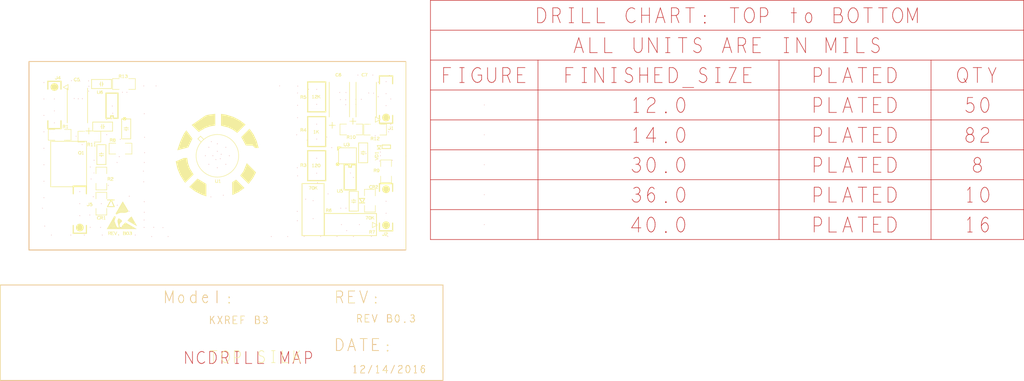
<source format=kicad_pcb>
(kicad_pcb (version 4) (host Gerbview "(5.1.6)-1")
  (layers (0 F.Cu signal) (31 B.Cu signal) (34 B.Paste user) (35 F.Paste user) (36 B.SilkS user) (37 F.SilkS user) (38 B.Mask user) (39 F.Mask user) (44 Edge.Cuts user))
  (gr_poly (pts (xy -2.34442 5.9883) (xy -4.21665 4.85546) (xy -5.9817 6.62051) (xy -4.74101 7.55863) (xy -3.35626 8.26704) (xy -2.34442 8.60882)) (layer F.SilkS) (width 0))
  (gr_poly (pts (xy -5.05689 3.97307) (xy -5.87377 2.61846) (xy -6.23918 1.55871) (xy -6.41502 0.45161) (xy -7.112 0.45161) (xy -8.843769999999999 1.18288) (xy -8.50395 2.70074) (xy -7.90572 4.13654) (xy -7.06726 5.44664) (xy -6.82777 5.74396)) (layer F.SilkS) (width 0))
  (gr_poly (pts (xy -6.18566 -1.77368) (xy -5.29412 -3.66116) (xy -6.59105 -5.4041) (xy -7.11429 -4.70611) (xy -7.87629 -3.05511) (xy -8.516109999999999 -1.16865) (xy -8.59409 -1.14833)) (layer F.SilkS) (width 0))
  (gr_poly (pts (xy -2.62075 -5.88089) (xy -1.561 -6.2463) (xy -0.4539 -6.42214) (xy -0.4539 -8.918189999999999) (xy -1.99455 -8.70424) (xy -2.51993 -8.56691) (xy -5.45643 -6.54507) (xy -3.97535 -5.064)) (layer F.SilkS) (width 0))
  (gr_poly (pts (xy 5.97941 -6.62762) (xy 4.73876 -7.56578) (xy 3.35405 -8.27426) (xy 1.86735 -8.73151) (xy 0.76403 -8.896599999999999) (xy 0.76403 -6.39216) (xy 2.29941 -6.01194) (xy 3.30717 -5.52103) (xy 4.21437 -4.86258)) (layer F.SilkS) (width 0))
  (gr_poly (pts (xy 4.57508 7.66024) (xy 5.74396 6.82777) (xy 3.97307 5.05689) (xy 3.13842 5.61315) (xy 3.13842 6.7564) (xy 3.17525 8.33831)) (layer F.SilkS) (width 0))
  (gr_poly (pts (xy 7.55868 4.74109) (xy 8.198869999999999 3.51993) (xy 6.23875 1.55981) (xy 5.51391 3.30945) (xy 4.85546 4.21665) (xy 6.62051 5.9817)) (layer F.SilkS) (width 0))
  (gr_poly (pts (xy 8.348409999999999 -3.14866) (xy 7.67481 -4.55064) (xy 6.82777 -5.74396) (xy 5.05689 -3.97307) (xy 6.04749 -2.18745) (xy 7.493 -2.159) (xy 8.000999999999999 -1.651) (xy 8.768330000000001 -1.651)) (layer F.SilkS) (width 0))
  (gr_poly (pts (xy 26.4033 -1.9812) (xy 25.4381 -1.9812) (xy 25.4381 -1.016)) (layer F.SilkS) (width 0))
  (gr_line (start -34.6075 -14.605) (end -34.6075 -14.605) (layer F.SilkS) (width 1.64541))
  (gr_line (start -29.21 15.24) (end -29.21 15.24) (layer F.SilkS) (width 1.64541))
  (gr_line (start 35.814 14.732) (end 35.814 14.732) (layer F.SilkS) (width 1.64541))
  (gr_line (start 35.814 7.112) (end 35.814 7.112) (layer F.SilkS) (width 1.64541))
  (gr_line (start 35.814 -8.128) (end 35.814 -8.128) (layer F.SilkS) (width 1.64541))
  (gr_line (start -36.0045 -5.77901) (end -36.0045 -7.42899) (layer F.SilkS) (width 0.254))
  (gr_line (start -33.2105 -5.77901) (end -36.0045 -5.77901) (layer F.SilkS) (width 0.254))
  (gr_line (start -33.2105 -15.81099) (end -36.0045 -15.81099) (layer F.SilkS) (width 0.254))
  (gr_line (start -36.0045 -15.81099) (end -36.0045 -14.16101) (layer F.SilkS) (width 0.254))
  (gr_line (start -30.607 14.79601) (end -30.607 16.44599) (layer F.SilkS) (width 0.254))
  (gr_line (start -30.607 16.44599) (end -27.813 16.44599) (layer F.SilkS) (width 0.254))
  (gr_line (start -27.813 16.44599) (end -27.813 14.79601) (layer F.SilkS) (width 0.254))
  (gr_line (start -27.813 6.41401) (end -27.813 8.06399) (layer F.SilkS) (width 0.254))
  (gr_line (start -30.607 8.06399) (end -30.607 6.41401) (layer F.SilkS) (width 0.254))
  (gr_line (start -30.607 6.41401) (end -27.813 6.41401) (layer F.SilkS) (width 0.254))
  (gr_line (start -33.2105 -7.42899) (end -33.2105 -5.77901) (layer F.SilkS) (width 0.254))
  (gr_line (start -33.2105 -14.16101) (end -33.2105 -15.81099) (layer F.SilkS) (width 0.254))
  (gr_line (start -21.11375 -7.96925) (end -21.11375 -13.30325) (layer F.SilkS) (width 0.254))
  (gr_line (start -21.11375 -13.30325) (end -23.65375 -13.30325) (layer F.SilkS) (width 0.254))
  (gr_line (start -23.65375 -13.30325) (end -23.65375 -7.96925) (layer F.SilkS) (width 0.254))
  (gr_line (start -23.65375 -7.96925) (end -22.63775 -7.96925) (layer F.SilkS) (width 0.254))
  (gr_line (start -22.63775 -7.96925) (end -22.63775 -8.47725) (layer F.SilkS) (width 0.254))
  (gr_line (start -22.63775 -8.47725) (end -22.12975 -8.47725) (layer F.SilkS) (width 0.254))
  (gr_line (start -22.12975 -8.47725) (end -22.12975 -7.96925) (layer F.SilkS) (width 0.254))
  (gr_line (start -22.12975 -7.96925) (end -21.11375 -7.96925) (layer F.SilkS) (width 0.254))
  (gr_arc (start -19.71675 -7.82955) (end -19.84375 -7.84225) (angle 348.5788137250007) (layer F.SilkS) (width 0.254))
  (gr_arc (start -19.71624 -7.86765) (end -19.97075 -7.89305) (angle 348.6015492606305) (layer F.SilkS) (width 0.254))
  (gr_line (start 19.177 5.2705) (end 19.177 -1.0795) (layer F.SilkS) (width 0.254))
  (gr_line (start 19.177 -1.0795) (end 22.987 -1.0795) (layer F.SilkS) (width 0.254))
  (gr_line (start 22.987 -1.0795) (end 22.987 5.2705) (layer F.SilkS) (width 0.254))
  (gr_line (start 22.987 5.2705) (end 19.177 5.2705) (layer F.SilkS) (width 0.254))
  (gr_line (start 22.987 -8.3185) (end 22.987 -1.9685) (layer F.SilkS) (width 0.254))
  (gr_line (start 22.987 -1.9685) (end 19.177 -1.9685) (layer F.SilkS) (width 0.254))
  (gr_line (start 19.177 -1.9685) (end 19.177 -8.3185) (layer F.SilkS) (width 0.254))
  (gr_line (start 19.177 -8.3185) (end 22.987 -8.3185) (layer F.SilkS) (width 0.254))
  (gr_line (start 22.987 -15.6845) (end 22.987 -9.3345) (layer F.SilkS) (width 0.254))
  (gr_line (start 22.987 -9.3345) (end 19.177 -9.3345) (layer F.SilkS) (width 0.254))
  (gr_line (start 19.177 -9.3345) (end 19.177 -15.6845) (layer F.SilkS) (width 0.254))
  (gr_line (start 19.177 -15.6845) (end 22.987 -15.6845) (layer F.SilkS) (width 0.254))
  (gr_line (start 26.924 1.905) (end 26.924 7.239) (layer F.SilkS) (width 0.254))
  (gr_line (start 26.924 7.239) (end 29.464 7.239) (layer F.SilkS) (width 0.254))
  (gr_line (start 29.464 7.239) (end 29.464 1.905) (layer F.SilkS) (width 0.254))
  (gr_line (start 29.464 1.905) (end 28.448 1.905) (layer F.SilkS) (width 0.254))
  (gr_line (start 28.448 1.905) (end 28.448 2.413) (layer F.SilkS) (width 0.254))
  (gr_line (start 28.448 2.413) (end 27.94 2.413) (layer F.SilkS) (width 0.254))
  (gr_line (start 27.94 2.413) (end 27.94 1.905) (layer F.SilkS) (width 0.254))
  (gr_line (start 27.94 1.905) (end 26.924 1.905) (layer F.SilkS) (width 0.254))
  (gr_arc (start 25.527 1.7653) (end 25.654 1.778) (angle 348.5788137250007) (layer F.SilkS) (width 0.254))
  (gr_arc (start 25.52649 1.8034) (end 25.781 1.8288) (angle 348.6015492606306) (layer F.SilkS) (width 0.254))
  (gr_line (start 34.417 14.28801) (end 34.417 15.93799) (layer F.SilkS) (width 0.254))
  (gr_line (start 34.417 15.93799) (end 37.211 15.93799) (layer F.SilkS) (width 0.254))
  (gr_line (start 34.417 7.55599) (end 34.417 5.90601) (layer F.SilkS) (width 0.254))
  (gr_line (start 34.417 5.90601) (end 37.211 5.90601) (layer F.SilkS) (width 0.254))
  (gr_line (start 34.417 -8.57199) (end 34.417 -6.92201) (layer F.SilkS) (width 0.254))
  (gr_line (start 34.417 -6.92201) (end 37.211 -6.92201) (layer F.SilkS) (width 0.254))
  (gr_line (start 34.417 -16.95399) (end 37.211 -16.95399) (layer F.SilkS) (width 0.254))
  (gr_line (start 34.417 -15.30401) (end 34.417 -16.95399) (layer F.SilkS) (width 0.254))
  (gr_line (start 37.211 15.93799) (end 37.211 14.28801) (layer F.SilkS) (width 0.254))
  (gr_line (start 37.211 5.90601) (end 37.211 7.55599) (layer F.SilkS) (width 0.254))
  (gr_line (start 37.211 -6.92201) (end 37.211 -8.57199) (layer F.SilkS) (width 0.254))
  (gr_line (start 37.211 -16.95399) (end 37.211 -15.30401) (layer F.SilkS) (width 0.254))
  (gr_line (start -20.12315 15.2273) (end -18.48485 15.2273) (layer F.SilkS) (width 0.0762))
  (gr_line (start -18.48485 15.2273) (end -18.48485 15.1638) (layer F.SilkS) (width 0.0762))
  (gr_line (start -18.48485 15.1638) (end -20.12315 15.1638) (layer F.SilkS) (width 0.0762))
  (gr_line (start -20.12315 15.1638) (end -20.12315 15.1003) (layer F.SilkS) (width 0.0762))
  (gr_line (start -20.12315 15.1003) (end -18.48485 15.1003) (layer F.SilkS) (width 0.0762))
  (gr_line (start -18.48485 15.1003) (end -18.48485 15.0368) (layer F.SilkS) (width 0.0762))
  (gr_line (start -18.48485 15.0368) (end -20.08505 15.0368) (layer F.SilkS) (width 0.0762))
  (gr_line (start -20.08505 15.0368) (end -20.08505 14.9733) (layer F.SilkS) (width 0.0762))
  (gr_line (start -20.08505 14.9733) (end -18.54835 14.9733) (layer F.SilkS) (width 0.0762))
  (gr_line (start -18.54835 14.9733) (end -18.54835 14.9098) (layer F.SilkS) (width 0.0762))
  (gr_line (start -18.54835 14.9098) (end -20.00885 14.9098) (layer F.SilkS) (width 0.0762))
  (gr_line (start -20.00885 14.9098) (end -20.00885 14.8463) (layer F.SilkS) (width 0.0762))
  (gr_line (start -20.00885 14.8463) (end -18.76425 14.8463) (layer F.SilkS) (width 0.0762))
  (gr_line (start -18.76425 14.8463) (end -18.76425 14.7828) (layer F.SilkS) (width 0.0762))
  (gr_line (start -18.76425 14.7828) (end -19.94535 14.7828) (layer F.SilkS) (width 0.0762))
  (gr_line (start -19.94535 14.7828) (end -19.94535 14.7193) (layer F.SilkS) (width 0.0762))
  (gr_line (start -19.94535 14.7193) (end -18.95475 14.7193) (layer F.SilkS) (width 0.0762))
  (gr_line (start -18.95475 14.7193) (end -18.95475 14.6558) (layer F.SilkS) (width 0.0762))
  (gr_line (start -18.95475 14.6558) (end -19.81835 14.6558) (layer F.SilkS) (width 0.0762))
  (gr_line (start -19.81835 14.6558) (end -19.81835 14.5923) (layer F.SilkS) (width 0.0762))
  (gr_line (start -19.81835 14.5923) (end -19.19605 14.5923) (layer F.SilkS) (width 0.0762))
  (gr_line (start -19.19605 14.5923) (end -19.19605 14.5288) (layer F.SilkS) (width 0.0762))
  (gr_line (start -19.19605 14.5288) (end -19.67865 14.5288) (layer F.SilkS) (width 0.0762))
  (gr_line (start -19.67865 14.5288) (end -19.67865 14.4653) (layer F.SilkS) (width 0.0762))
  (gr_line (start -19.67865 14.4653) (end -19.36115 14.4653) (layer F.SilkS) (width 0.0762))
  (gr_line (start -23.22195 15.2654) (end -22.10435 13.335) (layer F.SilkS) (width 0.0762))
  (gr_line (start -22.10435 13.335) (end -22.05355 13.3604) (layer F.SilkS) (width 0.0762))
  (gr_line (start -22.05355 13.3604) (end -23.17115 15.2654) (layer F.SilkS) (width 0.0762))
  (gr_line (start -23.17115 15.2654) (end -23.09495 15.2654) (layer F.SilkS) (width 0.0762))
  (gr_line (start -23.09495 15.2654) (end -22.20595 13.716) (layer F.SilkS) (width 0.0762))
  (gr_line (start -22.20595 13.716) (end -22.16785 13.7414) (layer F.SilkS) (width 0.0762))
  (gr_line (start -22.16785 13.7414) (end -23.04415 15.2781) (layer F.SilkS) (width 0.0762))
  (gr_line (start -23.04415 15.2781) (end -22.96795 15.2781) (layer F.SilkS) (width 0.0762))
  (gr_line (start -22.96795 15.2781) (end -22.04085 13.6652) (layer F.SilkS) (width 0.0762))
  (gr_line (start -22.04085 13.6652) (end -21.99005 13.6906) (layer F.SilkS) (width 0.0762))
  (gr_line (start -21.99005 13.6906) (end -22.90445 15.2781) (layer F.SilkS) (width 0.0762))
  (gr_line (start -22.90445 15.2781) (end -22.82825 15.2781) (layer F.SilkS) (width 0.0762))
  (gr_line (start -22.82825 15.2781) (end -21.93925 13.7287) (layer F.SilkS) (width 0.0762))
  (gr_line (start -21.93925 13.7287) (end -21.88845 13.7541) (layer F.SilkS) (width 0.0762))
  (gr_line (start -21.88845 13.7541) (end -22.77745 15.3035) (layer F.SilkS) (width 0.0762))
  (gr_line (start -22.77745 15.3035) (end -22.70125 15.3035) (layer F.SilkS) (width 0.0762))
  (gr_line (start -22.70125 15.3035) (end -21.96465 14.0081) (layer F.SilkS) (width 0.0762))
  (gr_line (start -21.96465 14.0081) (end -21.92655 14.0589) (layer F.SilkS) (width 0.0762))
  (gr_line (start -21.92655 14.0589) (end -22.63775 15.3035) (layer F.SilkS) (width 0.0762))
  (gr_line (start -22.63775 15.3035) (end -22.56155 15.3035) (layer F.SilkS) (width 0.0762))
  (gr_line (start -22.56155 15.3035) (end -21.88845 14.1224) (layer F.SilkS) (width 0.0762))
  (gr_line (start -21.88845 14.1224) (end -21.85035 14.1859) (layer F.SilkS) (width 0.0762))
  (gr_line (start -21.85035 14.1859) (end -22.48535 15.2908) (layer F.SilkS) (width 0.0762))
  (gr_line (start -22.48535 15.2908) (end -22.40915 15.2908) (layer F.SilkS) (width 0.0762))
  (gr_line (start -22.40915 15.2908) (end -21.82495 14.2621) (layer F.SilkS) (width 0.0762))
  (gr_line (start -21.82495 14.2621) (end -21.79955 14.351) (layer F.SilkS) (width 0.0762))
  (gr_line (start -21.79955 14.351) (end -22.34565 15.2908) (layer F.SilkS) (width 0.0762))
  (gr_line (start -22.34565 15.2908) (end -22.26945 15.2908) (layer F.SilkS) (width 0.0762))
  (gr_line (start -22.26945 15.2908) (end -21.77415 14.4272) (layer F.SilkS) (width 0.0762))
  (gr_line (start -21.77415 14.4272) (end -21.73605 14.5034) (layer F.SilkS) (width 0.0762))
  (gr_line (start -21.73605 14.5034) (end -22.20595 15.3035) (layer F.SilkS) (width 0.0762))
  (gr_line (start -22.20595 15.3035) (end -22.12975 15.3035) (layer F.SilkS) (width 0.0762))
  (gr_line (start -22.12975 15.3035) (end -21.69795 14.5542) (layer F.SilkS) (width 0.0762))
  (gr_line (start -21.69795 14.5542) (end -21.67255 14.6177) (layer F.SilkS) (width 0.0762))
  (gr_line (start -21.67255 14.6177) (end -22.05355 15.3035) (layer F.SilkS) (width 0.0762))
  (gr_line (start -22.05355 15.3035) (end -21.97735 15.3035) (layer F.SilkS) (width 0.0762))
  (gr_line (start -21.97735 15.3035) (end -21.64715 14.7066) (layer F.SilkS) (width 0.0762))
  (gr_line (start -21.64715 14.7066) (end -21.62175 14.7955) (layer F.SilkS) (width 0.0762))
  (gr_line (start -21.62175 14.7955) (end -21.90115 15.3035) (layer F.SilkS) (width 0.0762))
  (gr_line (start -21.90115 15.3035) (end -21.82495 15.3035) (layer F.SilkS) (width 0.0762))
  (gr_line (start -21.82495 15.3035) (end -21.58365 14.859) (layer F.SilkS) (width 0.0762))
  (gr_line (start -21.58365 14.859) (end -21.54555 14.9479) (layer F.SilkS) (width 0.0762))
  (gr_line (start -21.54555 14.9479) (end -21.76145 15.3035) (layer F.SilkS) (width 0.0762))
  (gr_line (start -21.76145 15.3035) (end -21.69795 15.3035) (layer F.SilkS) (width 0.0762))
  (gr_line (start -21.69795 15.3035) (end -21.58365 15.1257) (layer F.SilkS) (width 0.0762))
  (gr_line (start -21.58365 15.1257) (end -21.57095 14.9225) (layer F.SilkS) (width 0.0762))
  (gr_line (start -21.57095 14.9225) (end -21.72335 15.1892) (layer F.SilkS) (width 0.0762))
  (gr_line (start -23.29815 15.3289) (end -17.86255 15.3289) (layer F.SilkS) (width 0.0762))
  (gr_line (start -17.86255 15.3289) (end -19.62785 14.3129) (layer F.SilkS) (width 0.0762))
  (gr_line (start -21.41855 12.1031) (end -20.72005 12.1031) (layer F.SilkS) (width 0.0762))
  (gr_line (start -20.72005 12.1031) (end -20.68195 12.065) (layer F.SilkS) (width 0.0762))
  (gr_line (start -20.68195 12.065) (end -20.91055 12.065) (layer F.SilkS) (width 0.0762))
  (gr_line (start -20.91055 12.065) (end -21.01215 12.1666) (layer F.SilkS) (width 0.0762))
  (gr_line (start -21.01215 12.1666) (end -21.46935 12.1666) (layer F.SilkS) (width 0.0762))
  (gr_line (start -21.46935 12.1666) (end -21.46935 12.192) (layer F.SilkS) (width 0.0762))
  (gr_line (start -21.46935 12.192) (end -21.50745 12.2301) (layer F.SilkS) (width 0.0762))
  (gr_line (start -21.50745 12.2301) (end -21.13915 12.2301) (layer F.SilkS) (width 0.0762))
  (gr_line (start -21.13915 12.2301) (end -21.11375 12.2047) (layer F.SilkS) (width 0.0762))
  (gr_line (start -21.11375 12.2047) (end -21.17725 12.2047) (layer F.SilkS) (width 0.0762))
  (gr_line (start -21.17725 12.2047) (end -21.26615 12.2936) (layer F.SilkS) (width 0.0762))
  (gr_line (start -21.26615 12.2936) (end -21.50745 12.2936) (layer F.SilkS) (width 0.0762))
  (gr_line (start -21.50745 12.2936) (end -21.44395 12.3571) (layer F.SilkS) (width 0.0762))
  (gr_line (start -21.44395 12.3571) (end -21.34235 12.3571) (layer F.SilkS) (width 0.0762))
  (gr_line (start -21.34235 12.3571) (end -21.31695 12.3317) (layer F.SilkS) (width 0.0762))
  (gr_line (start -20.13585 9.880599999999999) (end -20.02155 9.880599999999999) (layer F.SilkS) (width 0.0762))
  (gr_line (start -20.02155 9.880599999999999) (end -20.02155 9.944100000000001) (layer F.SilkS) (width 0.0762))
  (gr_line (start -20.02155 9.944100000000001) (end -20.18665 9.944100000000001) (layer F.SilkS) (width 0.0762))
  (gr_line (start -20.18665 9.944100000000001) (end -20.18665 10.0076) (layer F.SilkS) (width 0.0762))
  (gr_line (start -20.18665 10.0076) (end -19.98345 10.0076) (layer F.SilkS) (width 0.0762))
  (gr_line (start -19.98345 10.0076) (end -19.98345 10.0711) (layer F.SilkS) (width 0.0762))
  (gr_line (start -19.98345 10.0711) (end -20.25015 10.0711) (layer F.SilkS) (width 0.0762))
  (gr_line (start -20.25015 10.0711) (end -20.25015 10.1346) (layer F.SilkS) (width 0.0762))
  (gr_line (start -20.25015 10.1346) (end -19.91995 10.1346) (layer F.SilkS) (width 0.0762))
  (gr_line (start -19.91995 10.1346) (end -19.91995 10.1981) (layer F.SilkS) (width 0.0762))
  (gr_line (start -19.91995 10.1981) (end -20.33905 10.1981) (layer F.SilkS) (width 0.0762))
  (gr_line (start -20.33905 10.1981) (end -20.33905 10.2616) (layer F.SilkS) (width 0.0762))
  (gr_line (start -20.33905 10.2616) (end -19.83105 10.2616) (layer F.SilkS) (width 0.0762))
  (gr_line (start -19.83105 10.2616) (end -19.83105 10.3251) (layer F.SilkS) (width 0.0762))
  (gr_line (start -19.83105 10.3251) (end -20.40255 10.3251) (layer F.SilkS) (width 0.0762))
  (gr_line (start -20.40255 10.3251) (end -20.40255 10.3886) (layer F.SilkS) (width 0.0762))
  (gr_line (start -20.40255 10.3886) (end -19.75485 10.3886) (layer F.SilkS) (width 0.0762))
  (gr_line (start -19.75485 10.3886) (end -19.75485 10.4521) (layer F.SilkS) (width 0.0762))
  (gr_line (start -19.75485 10.4521) (end -20.47875 10.4521) (layer F.SilkS) (width 0.0762))
  (gr_line (start -20.47875 10.4521) (end -20.47875 10.5156) (layer F.SilkS) (width 0.0762))
  (gr_line (start -20.47875 10.5156) (end -19.67865 10.5156) (layer F.SilkS) (width 0.0762))
  (gr_line (start -19.67865 10.5156) (end -19.67865 10.5791) (layer F.SilkS) (width 0.0762))
  (gr_line (start -19.67865 10.5791) (end -20.55495 10.5791) (layer F.SilkS) (width 0.0762))
  (gr_line (start -20.55495 10.5791) (end -20.55495 10.6426) (layer F.SilkS) (width 0.0762))
  (gr_line (start -20.55495 10.6426) (end -19.60245 10.6426) (layer F.SilkS) (width 0.0762))
  (gr_line (start -19.60245 10.6426) (end -19.60245 10.7061) (layer F.SilkS) (width 0.0762))
  (gr_line (start -19.60245 10.7061) (end -20.63115 10.7061) (layer F.SilkS) (width 0.0762))
  (gr_line (start -20.63115 10.7061) (end -20.63115 10.7696) (layer F.SilkS) (width 0.0762))
  (gr_line (start -20.63115 10.7696) (end -19.52625 10.7696) (layer F.SilkS) (width 0.0762))
  (gr_line (start -19.52625 10.7696) (end -19.52625 10.8331) (layer F.SilkS) (width 0.0762))
  (gr_line (start -19.52625 10.8331) (end -20.69465 10.8331) (layer F.SilkS) (width 0.0762))
  (gr_line (start -20.69465 10.8331) (end -20.69465 10.8966) (layer F.SilkS) (width 0.0762))
  (gr_line (start -20.69465 10.8966) (end -19.45005 10.8966) (layer F.SilkS) (width 0.0762))
  (gr_line (start -19.45005 10.8966) (end -19.45005 10.9601) (layer F.SilkS) (width 0.0762))
  (gr_line (start -19.45005 10.9601) (end -20.79625 10.9601) (layer F.SilkS) (width 0.0762))
  (gr_line (start -20.79625 10.9601) (end -20.79625 11.0236) (layer F.SilkS) (width 0.0762))
  (gr_line (start -20.79625 11.0236) (end -19.38655 11.0236) (layer F.SilkS) (width 0.0762))
  (gr_line (start -19.38655 11.0236) (end -19.38655 11.0871) (layer F.SilkS) (width 0.0762))
  (gr_line (start -19.38655 11.0871) (end -20.85975 11.0871) (layer F.SilkS) (width 0.0762))
  (gr_line (start -20.85975 11.0871) (end -20.85975 11.1506) (layer F.SilkS) (width 0.0762))
  (gr_line (start -20.85975 11.1506) (end -19.29765 11.1506) (layer F.SilkS) (width 0.0762))
  (gr_line (start -19.29765 11.1506) (end -19.29765 11.2141) (layer F.SilkS) (width 0.0762))
  (gr_line (start -19.29765 11.2141) (end -20.92325 11.2141) (layer F.SilkS) (width 0.0762))
  (gr_line (start -20.92325 11.2141) (end -20.92325 11.2776) (layer F.SilkS) (width 0.0762))
  (gr_line (start -20.92325 11.2776) (end -19.23415 11.2776) (layer F.SilkS) (width 0.0762))
  (gr_line (start -19.23415 11.2776) (end -19.23415 11.3411) (layer F.SilkS) (width 0.0762))
  (gr_line (start -19.23415 11.3411) (end -20.98675 11.3411) (layer F.SilkS) (width 0.0762))
  (gr_line (start -20.98675 11.3411) (end -20.98675 11.4046) (layer F.SilkS) (width 0.0762))
  (gr_line (start -20.98675 11.4046) (end -19.15795 11.4046) (layer F.SilkS) (width 0.0762))
  (gr_line (start -19.15795 11.4046) (end -19.15795 11.4681) (layer F.SilkS) (width 0.0762))
  (gr_line (start -19.15795 11.4681) (end -21.07565 11.4681) (layer F.SilkS) (width 0.0762))
  (gr_line (start -21.07565 11.4681) (end -21.07565 11.5316) (layer F.SilkS) (width 0.0762))
  (gr_line (start -21.07565 11.5316) (end -19.08175 11.5316) (layer F.SilkS) (width 0.0762))
  (gr_line (start -19.08175 11.5316) (end -19.08175 11.5951) (layer F.SilkS) (width 0.0762))
  (gr_line (start -19.08175 11.5951) (end -21.13915 11.5951) (layer F.SilkS) (width 0.0762))
  (gr_line (start -21.13915 11.5951) (end -21.13915 11.6586) (layer F.SilkS) (width 0.0762))
  (gr_line (start -21.13915 11.6586) (end -19.00555 11.6586) (layer F.SilkS) (width 0.0762))
  (gr_line (start -19.00555 11.6586) (end -19.00555 11.7221) (layer F.SilkS) (width 0.0762))
  (gr_line (start -19.00555 11.7221) (end -21.20265 11.7221) (layer F.SilkS) (width 0.0762))
  (gr_line (start -21.20265 11.7221) (end -21.20265 11.7856) (layer F.SilkS) (width 0.0762))
  (gr_line (start -21.20265 11.7856) (end -19.06905 11.7856) (layer F.SilkS) (width 0.0762))
  (gr_line (start -19.06905 11.7856) (end -19.06905 11.8491) (layer F.SilkS) (width 0.0762))
  (gr_line (start -19.06905 11.8491) (end -21.29155 11.8491) (layer F.SilkS) (width 0.0762))
  (gr_line (start -21.29155 11.8491) (end -21.29155 11.9126) (layer F.SilkS) (width 0.0762))
  (gr_line (start -21.29155 11.9126) (end -19.29765 11.9126) (layer F.SilkS) (width 0.0762))
  (gr_line (start -19.29765 11.9126) (end -19.29765 11.9761) (layer F.SilkS) (width 0.0762))
  (gr_line (start -19.29765 11.9761) (end -21.36775 11.9761) (layer F.SilkS) (width 0.0762))
  (gr_line (start -21.36775 11.9761) (end -21.36775 12.0396) (layer F.SilkS) (width 0.0762))
  (gr_line (start -21.36775 12.0396) (end -19.53895 12.0396) (layer F.SilkS) (width 0.0762))
  (gr_line (start -19.53895 12.0396) (end -19.46275 11.9634) (layer F.SilkS) (width 0.0762))
  (gr_line (start -19.46275 11.9634) (end -19.29765 11.9634) (layer F.SilkS) (width 0.0762))
  (gr_line (start -19.29765 11.9634) (end -19.19605 11.8618) (layer F.SilkS) (width 0.0762))
  (gr_line (start -19.19605 11.8618) (end -19.10715 11.8618) (layer F.SilkS) (width 0.0762))
  (gr_line (start -19.10715 11.8618) (end -18.98015 11.7348) (layer F.SilkS) (width 0.0762))
  (gr_line (start -34.51225 -5.588) (end -35.90925 -5.588) (layer F.SilkS) (width 0.127))
  (gr_line (start -35.90925 -5.588) (end -35.90925 -3.302) (layer F.SilkS) (width 0.127))
  (gr_line (start -35.90925 -3.302) (end -34.51225 -3.302) (layer F.SilkS) (width 0.127))
  (gr_line (start -34.43808 -16.383) (end -34.38525 -16.3195) (layer F.SilkS) (width 0.127))
  (gr_line (start -34.38525 -16.3195) (end -34.32175 -16.27708) (layer F.SilkS) (width 0.127))
  (gr_line (start -34.32175 -16.27708) (end -34.24758 -16.256) (layer F.SilkS) (width 0.127))
  (gr_line (start -34.24758 -16.256) (end -34.163 -16.27708) (layer F.SilkS) (width 0.127))
  (gr_line (start -34.163 -16.27708) (end -34.0995 -16.3195) (layer F.SilkS) (width 0.127))
  (gr_line (start -34.0995 -16.3195) (end -34.036 -16.383) (layer F.SilkS) (width 0.127))
  (gr_line (start -34.036 -16.383) (end -34.01492 -16.46758) (layer F.SilkS) (width 0.127))
  (gr_line (start -34.01492 -16.46758) (end -34.01492 -16.891) (layer F.SilkS) (width 0.127))
  (gr_line (start -33.4645 -16.256) (end -33.4645 -16.891) (layer F.SilkS) (width 0.127))
  (gr_line (start -33.4645 -16.891) (end -33.85617 -16.43583) (layer F.SilkS) (width 0.127))
  (gr_line (start -33.85617 -16.43583) (end -33.32683 -16.43583) (layer F.SilkS) (width 0.127))
  (gr_line (start -27.67533 10.50925) (end -27.6225 10.57275) (layer F.SilkS) (width 0.127))
  (gr_line (start -27.6225 10.57275) (end -27.559 10.61517) (layer F.SilkS) (width 0.127))
  (gr_line (start -27.559 10.61517) (end -27.48483 10.63625) (layer F.SilkS) (width 0.127))
  (gr_line (start -27.48483 10.63625) (end -27.40025 10.61517) (layer F.SilkS) (width 0.127))
  (gr_line (start -27.40025 10.61517) (end -27.33675 10.57275) (layer F.SilkS) (width 0.127))
  (gr_line (start -27.33675 10.57275) (end -27.27325 10.50925) (layer F.SilkS) (width 0.127))
  (gr_line (start -27.27325 10.50925) (end -27.25217 10.42467) (layer F.SilkS) (width 0.127))
  (gr_line (start -27.25217 10.42467) (end -27.25217 10.00125) (layer F.SilkS) (width 0.127))
  (gr_line (start -27.06167 10.541) (end -26.99817 10.59383) (layer F.SilkS) (width 0.127))
  (gr_line (start -26.99817 10.59383) (end -26.924 10.62558) (layer F.SilkS) (width 0.127))
  (gr_line (start -26.924 10.62558) (end -26.82875 10.63625) (layer F.SilkS) (width 0.127))
  (gr_line (start -26.82875 10.63625) (end -26.7335 10.61517) (layer F.SilkS) (width 0.127))
  (gr_line (start -26.7335 10.61517) (end -26.65933 10.57275) (layer F.SilkS) (width 0.127))
  (gr_line (start -26.65933 10.57275) (end -26.6065 10.49858) (layer F.SilkS) (width 0.127))
  (gr_line (start -26.6065 10.49858) (end -26.59583 10.414) (layer F.SilkS) (width 0.127))
  (gr_line (start -26.59583 10.414) (end -26.61717 10.32942) (layer F.SilkS) (width 0.127))
  (gr_line (start -26.61717 10.32942) (end -26.67 10.27633) (layer F.SilkS) (width 0.127))
  (gr_line (start -26.67 10.27633) (end -26.74417 10.23417) (layer F.SilkS) (width 0.127))
  (gr_line (start -26.74417 10.23417) (end -26.81808 10.2235) (layer F.SilkS) (width 0.127))
  (gr_line (start -26.81808 10.2235) (end -26.89225 10.23417) (layer F.SilkS) (width 0.127))
  (gr_line (start -26.89225 10.23417) (end -26.9875 10.27633) (layer F.SilkS) (width 0.127))
  (gr_line (start -26.9875 10.27633) (end -26.95575 10.00125) (layer F.SilkS) (width 0.127))
  (gr_line (start -26.95575 10.00125) (end -26.67 10.00125) (layer F.SilkS) (width 0.127))
  (gr_line (start -32.75533 -5.87375) (end -32.75533 -6.50875) (layer F.SilkS) (width 0.127))
  (gr_line (start -32.75533 -6.50875) (end -32.49092 -6.50875) (layer F.SilkS) (width 0.127))
  (gr_line (start -32.49092 -6.50875) (end -32.40608 -6.477) (layer F.SilkS) (width 0.127))
  (gr_line (start -32.40608 -6.477) (end -32.35325 -6.43458) (layer F.SilkS) (width 0.127))
  (gr_line (start -32.35325 -6.43458) (end -32.33217 -6.35) (layer F.SilkS) (width 0.127))
  (gr_line (start -32.33217 -6.35) (end -32.35325 -6.26542) (layer F.SilkS) (width 0.127))
  (gr_line (start -32.35325 -6.26542) (end -32.41675 -6.21233) (layer F.SilkS) (width 0.127))
  (gr_line (start -32.41675 -6.21233) (end -32.49092 -6.18058) (layer F.SilkS) (width 0.127))
  (gr_line (start -32.49092 -6.18058) (end -32.75533 -6.18058) (layer F.SilkS) (width 0.127))
  (gr_line (start -32.49092 -6.18058) (end -32.33217 -5.87375) (layer F.SilkS) (width 0.127))
  (gr_line (start -31.90875 -5.87375) (end -31.90875 -6.50875) (layer F.SilkS) (width 0.127))
  (gr_line (start -31.90875 -6.50875) (end -32.03575 -6.38175) (layer F.SilkS) (width 0.127))
  (gr_line (start -32.03575 -5.87375) (end -31.78175 -5.87375) (layer F.SilkS) (width 0.127))
  (gr_line (start -32.48025 -3.302) (end -31.08325 -3.302) (layer F.SilkS) (width 0.127))
  (gr_line (start -31.08325 -3.302) (end -31.08325 -5.588) (layer F.SilkS) (width 0.127))
  (gr_line (start -31.08325 -5.588) (end -32.48025 -5.588) (layer F.SilkS) (width 0.127))
  (gr_line (start -27.51658 -2.06375) (end -27.51658 -2.69875) (layer F.SilkS) (width 0.127))
  (gr_line (start -27.51658 -2.69875) (end -27.25217 -2.69875) (layer F.SilkS) (width 0.127))
  (gr_line (start -27.25217 -2.69875) (end -27.16733 -2.667) (layer F.SilkS) (width 0.127))
  (gr_line (start -27.16733 -2.667) (end -27.1145 -2.62458) (layer F.SilkS) (width 0.127))
  (gr_line (start -27.1145 -2.62458) (end -27.09342 -2.54) (layer F.SilkS) (width 0.127))
  (gr_line (start -27.09342 -2.54) (end -27.1145 -2.45542) (layer F.SilkS) (width 0.127))
  (gr_line (start -27.1145 -2.45542) (end -27.178 -2.40233) (layer F.SilkS) (width 0.127))
  (gr_line (start -27.178 -2.40233) (end -27.25217 -2.37058) (layer F.SilkS) (width 0.127))
  (gr_line (start -27.25217 -2.37058) (end -27.51658 -2.37058) (layer F.SilkS) (width 0.127))
  (gr_line (start -27.25217 -2.37058) (end -27.09342 -2.06375) (layer F.SilkS) (width 0.127))
  (gr_line (start -26.67 -2.06375) (end -26.67 -2.69875) (layer F.SilkS) (width 0.127))
  (gr_line (start -26.67 -2.69875) (end -26.797 -2.57175) (layer F.SilkS) (width 0.127))
  (gr_line (start -26.797 -2.06375) (end -26.543 -2.06375) (layer F.SilkS) (width 0.127))
  (gr_line (start -26.035 -2.06375) (end -26.035 -2.69875) (layer F.SilkS) (width 0.127))
  (gr_line (start -26.035 -2.69875) (end -26.162 -2.57175) (layer F.SilkS) (width 0.127))
  (gr_line (start -26.162 -2.06375) (end -25.908 -2.06375) (layer F.SilkS) (width 0.127))
  (gr_line (start -28.194 -5.207) (end -29.591 -5.207) (layer F.SilkS) (width 0.127))
  (gr_line (start -29.591 -5.207) (end -29.591 -2.921) (layer F.SilkS) (width 0.127))
  (gr_line (start -29.591 -2.921) (end -28.194 -2.921) (layer F.SilkS) (width 0.127))
  (gr_line (start -29.21 -0.3175) (end -29.29458 -0.32817) (layer F.SilkS) (width 0.127))
  (gr_line (start -29.29458 -0.32817) (end -29.36875 -0.37033) (layer F.SilkS) (width 0.127))
  (gr_line (start -29.36875 -0.37033) (end -29.43225 -0.43383) (layer F.SilkS) (width 0.127))
  (gr_line (start -29.43225 -0.43383) (end -29.47467 -0.508) (layer F.SilkS) (width 0.127))
  (gr_line (start -29.47467 -0.508) (end -29.49575 -0.59258) (layer F.SilkS) (width 0.127))
  (gr_line (start -29.49575 -0.59258) (end -29.49575 -0.67742) (layer F.SilkS) (width 0.127))
  (gr_line (start -29.49575 -0.67742) (end -29.47467 -0.762) (layer F.SilkS) (width 0.127))
  (gr_line (start -29.47467 -0.762) (end -29.43225 -0.83617) (layer F.SilkS) (width 0.127))
  (gr_line (start -29.43225 -0.83617) (end -29.36875 -0.89967) (layer F.SilkS) (width 0.127))
  (gr_line (start -29.36875 -0.89967) (end -29.29458 -0.9418299999999999) (layer F.SilkS) (width 0.127))
  (gr_line (start -29.29458 -0.9418299999999999) (end -29.21 -0.9525) (layer F.SilkS) (width 0.127))
  (gr_line (start -29.21 -0.9525) (end -29.12542 -0.9418299999999999) (layer F.SilkS) (width 0.127))
  (gr_line (start -29.12542 -0.9418299999999999) (end -29.05125 -0.89967) (layer F.SilkS) (width 0.127))
  (gr_line (start -29.05125 -0.89967) (end -28.98775 -0.83617) (layer F.SilkS) (width 0.127))
  (gr_line (start -28.98775 -0.83617) (end -28.94533 -0.762) (layer F.SilkS) (width 0.127))
  (gr_line (start -28.94533 -0.762) (end -28.92425 -0.67742) (layer F.SilkS) (width 0.127))
  (gr_line (start -28.92425 -0.67742) (end -28.92425 -0.59258) (layer F.SilkS) (width 0.127))
  (gr_line (start -28.92425 -0.59258) (end -28.94533 -0.508) (layer F.SilkS) (width 0.127))
  (gr_line (start -28.94533 -0.508) (end -28.98775 -0.43383) (layer F.SilkS) (width 0.127))
  (gr_line (start -28.98775 -0.43383) (end -29.05125 -0.37033) (layer F.SilkS) (width 0.127))
  (gr_line (start -29.05125 -0.37033) (end -29.12542 -0.32817) (layer F.SilkS) (width 0.127))
  (gr_line (start -29.12542 -0.32817) (end -29.21 -0.3175) (layer F.SilkS) (width 0.127))
  (gr_line (start -29.12542 -0.48692) (end -28.99842 -0.3175) (layer F.SilkS) (width 0.127))
  (gr_line (start -28.575 -0.3175) (end -28.575 -0.9525) (layer F.SilkS) (width 0.127))
  (gr_line (start -28.575 -0.9525) (end -28.702 -0.8255) (layer F.SilkS) (width 0.127))
  (gr_line (start -28.702 -0.3175) (end -28.448 -0.3175) (layer F.SilkS) (width 0.127))
  (gr_line (start -31.70047 -14.00607) (end -31.70047 -15.1191) (layer F.SilkS) (width 0.127))
  (gr_line (start -31.70047 -15.1191) (end -32.73654 -14.56207) (layer F.SilkS) (width 0.127))
  (gr_line (start -32.73654 -14.56207) (end -31.70047 -14.00607) (layer F.SilkS) (width 0.127))
  (gr_line (start -29.92958 -16.45717) (end -29.99308 -16.48892) (layer F.SilkS) (width 0.127))
  (gr_line (start -29.99308 -16.48892) (end -30.06725 -16.51) (layer F.SilkS) (width 0.127))
  (gr_line (start -30.06725 -16.51) (end -30.15183 -16.51) (layer F.SilkS) (width 0.127))
  (gr_line (start -30.15183 -16.51) (end -30.24708 -16.47825) (layer F.SilkS) (width 0.127))
  (gr_line (start -30.24708 -16.47825) (end -30.32125 -16.42542) (layer F.SilkS) (width 0.127))
  (gr_line (start -30.32125 -16.42542) (end -30.37408 -16.36192) (layer F.SilkS) (width 0.127))
  (gr_line (start -30.37408 -16.36192) (end -30.4165 -16.256) (layer F.SilkS) (width 0.127))
  (gr_line (start -30.4165 -16.256) (end -30.42717 -16.16075) (layer F.SilkS) (width 0.127))
  (gr_line (start -30.42717 -16.16075) (end -30.40583 -16.0655) (layer F.SilkS) (width 0.127))
  (gr_line (start -30.40583 -16.0655) (end -30.37408 -16.002) (layer F.SilkS) (width 0.127))
  (gr_line (start -30.37408 -16.002) (end -30.31058 -15.9385) (layer F.SilkS) (width 0.127))
  (gr_line (start -30.31058 -15.9385) (end -30.23667 -15.89608) (layer F.SilkS) (width 0.127))
  (gr_line (start -30.23667 -15.89608) (end -30.1625 -15.875) (layer F.SilkS) (width 0.127))
  (gr_line (start -30.1625 -15.875) (end -30.08833 -15.875) (layer F.SilkS) (width 0.127))
  (gr_line (start -30.08833 -15.875) (end -30.01442 -15.89608) (layer F.SilkS) (width 0.127))
  (gr_line (start -30.01442 -15.89608) (end -29.95092 -15.92783) (layer F.SilkS) (width 0.127))
  (gr_line (start -29.95092 -15.92783) (end -29.89783 -15.97025) (layer F.SilkS) (width 0.127))
  (gr_line (start -29.76042 -15.97025) (end -29.69692 -15.91742) (layer F.SilkS) (width 0.127))
  (gr_line (start -29.69692 -15.91742) (end -29.62275 -15.88567) (layer F.SilkS) (width 0.127))
  (gr_line (start -29.62275 -15.88567) (end -29.5275 -15.875) (layer F.SilkS) (width 0.127))
  (gr_line (start -29.5275 -15.875) (end -29.43225 -15.89608) (layer F.SilkS) (width 0.127))
  (gr_line (start -29.43225 -15.89608) (end -29.35808 -15.9385) (layer F.SilkS) (width 0.127))
  (gr_line (start -29.35808 -15.9385) (end -29.30525 -16.01267) (layer F.SilkS) (width 0.127))
  (gr_line (start -29.30525 -16.01267) (end -29.29458 -16.09725) (layer F.SilkS) (width 0.127))
  (gr_line (start -29.29458 -16.09725) (end -29.31592 -16.18183) (layer F.SilkS) (width 0.127))
  (gr_line (start -29.31592 -16.18183) (end -29.36875 -16.23492) (layer F.SilkS) (width 0.127))
  (gr_line (start -29.36875 -16.23492) (end -29.44292 -16.27708) (layer F.SilkS) (width 0.127))
  (gr_line (start -29.44292 -16.27708) (end -29.51683 -16.28775) (layer F.SilkS) (width 0.127))
  (gr_line (start -29.51683 -16.28775) (end -29.591 -16.27708) (layer F.SilkS) (width 0.127))
  (gr_line (start -29.591 -16.27708) (end -29.68625 -16.23492) (layer F.SilkS) (width 0.127))
  (gr_line (start -29.68625 -16.23492) (end -29.6545 -16.51) (layer F.SilkS) (width 0.127))
  (gr_line (start -29.6545 -16.51) (end -29.36875 -16.51) (layer F.SilkS) (width 0.127))
  (gr_line (start -23.10333 16.77264) (end -23.10333 16.13764) (layer F.SilkS) (width 0.127))
  (gr_line (start -23.10333 16.13764) (end -22.83892 16.13764) (layer F.SilkS) (width 0.127))
  (gr_line (start -22.83892 16.13764) (end -22.75408 16.16939) (layer F.SilkS) (width 0.127))
  (gr_line (start -22.75408 16.16939) (end -22.70125 16.2118) (layer F.SilkS) (width 0.127))
  (gr_line (start -22.70125 16.2118) (end -22.68017 16.29639) (layer F.SilkS) (width 0.127))
  (gr_line (start -22.68017 16.29639) (end -22.70125 16.38097) (layer F.SilkS) (width 0.127))
  (gr_line (start -22.70125 16.38097) (end -22.76475 16.43405) (layer F.SilkS) (width 0.127))
  (gr_line (start -22.76475 16.43405) (end -22.83892 16.4658) (layer F.SilkS) (width 0.127))
  (gr_line (start -22.83892 16.4658) (end -23.10333 16.4658) (layer F.SilkS) (width 0.127))
  (gr_line (start -22.83892 16.4658) (end -22.68017 16.77264) (layer F.SilkS) (width 0.127))
  (gr_line (start -22.04517 16.77264) (end -22.46833 16.77264) (layer F.SilkS) (width 0.127))
  (gr_line (start -22.46833 16.77264) (end -22.46833 16.13764) (layer F.SilkS) (width 0.127))
  (gr_line (start -22.46833 16.13764) (end -22.04517 16.13764) (layer F.SilkS) (width 0.127))
  (gr_line (start -22.21433 16.44447) (end -22.46833 16.44447) (layer F.SilkS) (width 0.127))
  (gr_line (start -21.88642 16.13764) (end -21.62175 16.77264) (layer F.SilkS) (width 0.127))
  (gr_line (start -21.62175 16.77264) (end -21.35708 16.13764) (layer F.SilkS) (width 0.127))
  (gr_line (start -20.98675 16.79372) (end -21.00783 16.7833) (layer F.SilkS) (width 0.127))
  (gr_line (start -21.00783 16.7833) (end -21.00783 16.76197) (layer F.SilkS) (width 0.127))
  (gr_line (start -21.00783 16.76197) (end -20.98675 16.75155) (layer F.SilkS) (width 0.127))
  (gr_line (start -20.98675 16.75155) (end -20.96567 16.76197) (layer F.SilkS) (width 0.127))
  (gr_line (start -20.96567 16.76197) (end -20.96567 16.7833) (layer F.SilkS) (width 0.127))
  (gr_line (start -20.96567 16.7833) (end -20.98675 16.79372) (layer F.SilkS) (width 0.127))
  (gr_line (start -19.63217 16.43405) (end -19.58975 16.4023) (layer F.SilkS) (width 0.127))
  (gr_line (start -19.58975 16.4023) (end -19.558 16.34922) (layer F.SilkS) (width 0.127))
  (gr_line (start -19.558 16.34922) (end -19.53692 16.2753) (layer F.SilkS) (width 0.127))
  (gr_line (start -19.53692 16.2753) (end -19.558 16.2118) (layer F.SilkS) (width 0.127))
  (gr_line (start -19.558 16.2118) (end -19.60042 16.16939) (layer F.SilkS) (width 0.127))
  (gr_line (start -19.60042 16.16939) (end -19.67433 16.13764) (layer F.SilkS) (width 0.127))
  (gr_line (start -19.67433 16.13764) (end -19.96008 16.13764) (layer F.SilkS) (width 0.127))
  (gr_line (start -19.96008 16.13764) (end -19.96008 16.77264) (layer F.SilkS) (width 0.127))
  (gr_line (start -19.96008 16.77264) (end -19.61083 16.77264) (layer F.SilkS) (width 0.127))
  (gr_line (start -19.61083 16.77264) (end -19.53692 16.73022) (layer F.SilkS) (width 0.127))
  (gr_line (start -19.53692 16.73022) (end -19.4945 16.66672) (layer F.SilkS) (width 0.127))
  (gr_line (start -19.4945 16.66672) (end -19.47342 16.5928) (layer F.SilkS) (width 0.127))
  (gr_line (start -19.47342 16.5928) (end -19.4945 16.51864) (layer F.SilkS) (width 0.127))
  (gr_line (start -19.4945 16.51864) (end -19.558 16.45514) (layer F.SilkS) (width 0.127))
  (gr_line (start -19.558 16.45514) (end -19.63217 16.43405) (layer F.SilkS) (width 0.127))
  (gr_line (start -19.63217 16.43405) (end -19.96008 16.43405) (layer F.SilkS) (width 0.127))
  (gr_line (start -19.08175 16.13764) (end -19.16633 16.15872) (layer F.SilkS) (width 0.127))
  (gr_line (start -19.16633 16.15872) (end -19.22983 16.2118) (layer F.SilkS) (width 0.127))
  (gr_line (start -19.22983 16.2118) (end -19.27225 16.2753) (layer F.SilkS) (width 0.127))
  (gr_line (start -19.27225 16.2753) (end -19.304 16.35989) (layer F.SilkS) (width 0.127))
  (gr_line (start -19.304 16.35989) (end -19.31467 16.45514) (layer F.SilkS) (width 0.127))
  (gr_line (start -19.31467 16.45514) (end -19.304 16.55039) (layer F.SilkS) (width 0.127))
  (gr_line (start -19.304 16.55039) (end -19.27225 16.63497) (layer F.SilkS) (width 0.127))
  (gr_line (start -19.27225 16.63497) (end -19.22983 16.69847) (layer F.SilkS) (width 0.127))
  (gr_line (start -19.22983 16.69847) (end -19.16633 16.75155) (layer F.SilkS) (width 0.127))
  (gr_line (start -19.16633 16.75155) (end -19.08175 16.77264) (layer F.SilkS) (width 0.127))
  (gr_line (start -19.08175 16.77264) (end -18.99717 16.75155) (layer F.SilkS) (width 0.127))
  (gr_line (start -18.99717 16.75155) (end -18.93367 16.69847) (layer F.SilkS) (width 0.127))
  (gr_line (start -18.93367 16.69847) (end -18.89125 16.63497) (layer F.SilkS) (width 0.127))
  (gr_line (start -18.89125 16.63497) (end -18.8595 16.55039) (layer F.SilkS) (width 0.127))
  (gr_line (start -18.8595 16.55039) (end -18.84883 16.45514) (layer F.SilkS) (width 0.127))
  (gr_line (start -18.84883 16.45514) (end -18.8595 16.35989) (layer F.SilkS) (width 0.127))
  (gr_line (start -18.8595 16.35989) (end -18.89125 16.2753) (layer F.SilkS) (width 0.127))
  (gr_line (start -18.89125 16.2753) (end -18.93367 16.2118) (layer F.SilkS) (width 0.127))
  (gr_line (start -18.93367 16.2118) (end -18.99717 16.15872) (layer F.SilkS) (width 0.127))
  (gr_line (start -18.99717 16.15872) (end -19.08175 16.13764) (layer F.SilkS) (width 0.127))
  (gr_line (start -18.67967 16.64564) (end -18.61617 16.7198) (layer F.SilkS) (width 0.127))
  (gr_line (start -18.61617 16.7198) (end -18.53133 16.76197) (layer F.SilkS) (width 0.127))
  (gr_line (start -18.53133 16.76197) (end -18.43608 16.77264) (layer F.SilkS) (width 0.127))
  (gr_line (start -18.43608 16.77264) (end -18.3515 16.76197) (layer F.SilkS) (width 0.127))
  (gr_line (start -18.3515 16.76197) (end -18.26692 16.70914) (layer F.SilkS) (width 0.127))
  (gr_line (start -18.26692 16.70914) (end -18.21383 16.64564) (layer F.SilkS) (width 0.127))
  (gr_line (start -18.21383 16.64564) (end -18.20342 16.58214) (layer F.SilkS) (width 0.127))
  (gr_line (start -18.20342 16.58214) (end -18.2245 16.50797) (layer F.SilkS) (width 0.127))
  (gr_line (start -18.2245 16.50797) (end -18.29867 16.45514) (layer F.SilkS) (width 0.127))
  (gr_line (start -18.29867 16.45514) (end -18.37258 16.43405) (layer F.SilkS) (width 0.127))
  (gr_line (start -18.37258 16.43405) (end -18.46783 16.43405) (layer F.SilkS) (width 0.127))
  (gr_line (start -18.37258 16.43405) (end -18.30908 16.4023) (layer F.SilkS) (width 0.127))
  (gr_line (start -18.30908 16.4023) (end -18.25625 16.34922) (layer F.SilkS) (width 0.127))
  (gr_line (start -18.25625 16.34922) (end -18.23517 16.28572) (layer F.SilkS) (width 0.127))
  (gr_line (start -18.23517 16.28572) (end -18.25625 16.22222) (layer F.SilkS) (width 0.127))
  (gr_line (start -18.25625 16.22222) (end -18.30908 16.16939) (layer F.SilkS) (width 0.127))
  (gr_line (start -18.30908 16.16939) (end -18.40433 16.13764) (layer F.SilkS) (width 0.127))
  (gr_line (start -18.40433 16.13764) (end -18.49958 16.1483) (layer F.SilkS) (width 0.127))
  (gr_line (start -18.49958 16.1483) (end -18.59483 16.19047) (layer F.SilkS) (width 0.127))
  (gr_line (start -25.00833 12.91158) (end -25.07183 12.87983) (layer F.SilkS) (width 0.127))
  (gr_line (start -25.07183 12.87983) (end -25.146 12.85875) (layer F.SilkS) (width 0.127))
  (gr_line (start -25.146 12.85875) (end -25.23058 12.85875) (layer F.SilkS) (width 0.127))
  (gr_line (start -25.23058 12.85875) (end -25.32583 12.8905) (layer F.SilkS) (width 0.127))
  (gr_line (start -25.32583 12.8905) (end -25.4 12.94333) (layer F.SilkS) (width 0.127))
  (gr_line (start -25.4 12.94333) (end -25.45283 13.00683) (layer F.SilkS) (width 0.127))
  (gr_line (start -25.45283 13.00683) (end -25.49525 13.11275) (layer F.SilkS) (width 0.127))
  (gr_line (start -25.49525 13.11275) (end -25.50592 13.208) (layer F.SilkS) (width 0.127))
  (gr_line (start -25.50592 13.208) (end -25.48458 13.30325) (layer F.SilkS) (width 0.127))
  (gr_line (start -25.48458 13.30325) (end -25.45283 13.36675) (layer F.SilkS) (width 0.127))
  (gr_line (start -25.45283 13.36675) (end -25.38933 13.43025) (layer F.SilkS) (width 0.127))
  (gr_line (start -25.38933 13.43025) (end -25.31542 13.47267) (layer F.SilkS) (width 0.127))
  (gr_line (start -25.31542 13.47267) (end -25.24125 13.49375) (layer F.SilkS) (width 0.127))
  (gr_line (start -25.24125 13.49375) (end -25.16708 13.49375) (layer F.SilkS) (width 0.127))
  (gr_line (start -25.16708 13.49375) (end -25.09317 13.47267) (layer F.SilkS) (width 0.127))
  (gr_line (start -25.09317 13.47267) (end -25.02967 13.44092) (layer F.SilkS) (width 0.127))
  (gr_line (start -25.02967 13.44092) (end -24.97658 13.3985) (layer F.SilkS) (width 0.127))
  (gr_line (start -24.81783 13.49375) (end -24.81783 12.85875) (layer F.SilkS) (width 0.127))
  (gr_line (start -24.81783 12.85875) (end -24.55342 12.85875) (layer F.SilkS) (width 0.127))
  (gr_line (start -24.55342 12.85875) (end -24.46858 12.8905) (layer F.SilkS) (width 0.127))
  (gr_line (start -24.46858 12.8905) (end -24.41575 12.93292) (layer F.SilkS) (width 0.127))
  (gr_line (start -24.41575 12.93292) (end -24.39467 13.0175) (layer F.SilkS) (width 0.127))
  (gr_line (start -24.39467 13.0175) (end -24.41575 13.10208) (layer F.SilkS) (width 0.127))
  (gr_line (start -24.41575 13.10208) (end -24.47925 13.15517) (layer F.SilkS) (width 0.127))
  (gr_line (start -24.47925 13.15517) (end -24.55342 13.18692) (layer F.SilkS) (width 0.127))
  (gr_line (start -24.55342 13.18692) (end -24.81783 13.18692) (layer F.SilkS) (width 0.127))
  (gr_line (start -24.55342 13.18692) (end -24.39467 13.49375) (layer F.SilkS) (width 0.127))
  (gr_line (start -23.97125 13.49375) (end -23.97125 12.85875) (layer F.SilkS) (width 0.127))
  (gr_line (start -23.97125 12.85875) (end -24.09825 12.98575) (layer F.SilkS) (width 0.127))
  (gr_line (start -24.09825 13.49375) (end -23.84425 13.49375) (layer F.SilkS) (width 0.127))
  (gr_line (start -23.495 9.144) (end -23.495 7.747) (layer F.SilkS) (width 0.127))
  (gr_line (start -23.495 7.747) (end -25.781 7.747) (layer F.SilkS) (width 0.127))
  (gr_line (start -25.781 7.747) (end -25.781 9.144) (layer F.SilkS) (width 0.127))
  (gr_line (start -25.781 11.176) (end -25.781 12.573) (layer F.SilkS) (width 0.127))
  (gr_line (start -25.781 12.573) (end -23.495 12.573) (layer F.SilkS) (width 0.127))
  (gr_line (start -23.495 12.573) (end -23.495 11.176) (layer F.SilkS) (width 0.127))
  (gr_line (start -23.23033 5.23875) (end -23.23033 4.60375) (layer F.SilkS) (width 0.127))
  (gr_line (start -23.23033 4.60375) (end -22.96592 4.60375) (layer F.SilkS) (width 0.127))
  (gr_line (start -22.96592 4.60375) (end -22.88108 4.6355) (layer F.SilkS) (width 0.127))
  (gr_line (start -22.88108 4.6355) (end -22.82825 4.67792) (layer F.SilkS) (width 0.127))
  (gr_line (start -22.82825 4.67792) (end -22.80717 4.7625) (layer F.SilkS) (width 0.127))
  (gr_line (start -22.80717 4.7625) (end -22.82825 4.84708) (layer F.SilkS) (width 0.127))
  (gr_line (start -22.82825 4.84708) (end -22.89175 4.90017) (layer F.SilkS) (width 0.127))
  (gr_line (start -22.89175 4.90017) (end -22.96592 4.93192) (layer F.SilkS) (width 0.127))
  (gr_line (start -22.96592 4.93192) (end -23.23033 4.93192) (layer F.SilkS) (width 0.127))
  (gr_line (start -22.96592 4.93192) (end -22.80717 5.23875) (layer F.SilkS) (width 0.127))
  (gr_line (start -22.58492 4.70967) (end -22.52142 4.64617) (layer F.SilkS) (width 0.127))
  (gr_line (start -22.52142 4.64617) (end -22.44725 4.61442) (layer F.SilkS) (width 0.127))
  (gr_line (start -22.44725 4.61442) (end -22.36267 4.60375) (layer F.SilkS) (width 0.127))
  (gr_line (start -22.36267 4.60375) (end -22.25675 4.62483) (layer F.SilkS) (width 0.127))
  (gr_line (start -22.25675 4.62483) (end -22.18258 4.67792) (layer F.SilkS) (width 0.127))
  (gr_line (start -22.18258 4.67792) (end -22.1615 4.74142) (layer F.SilkS) (width 0.127))
  (gr_line (start -22.1615 4.74142) (end -22.17217 4.80492) (layer F.SilkS) (width 0.127))
  (gr_line (start -22.17217 4.80492) (end -22.21433 4.85775) (layer F.SilkS) (width 0.127))
  (gr_line (start -22.21433 4.85775) (end -22.42617 4.96367) (layer F.SilkS) (width 0.127))
  (gr_line (start -22.42617 4.96367) (end -22.52142 5.03758) (layer F.SilkS) (width 0.127))
  (gr_line (start -22.52142 5.03758) (end -22.58492 5.1435) (layer F.SilkS) (width 0.127))
  (gr_line (start -22.58492 5.1435) (end -22.606 5.23875) (layer F.SilkS) (width 0.127))
  (gr_line (start -22.606 5.23875) (end -22.1615 5.23875) (layer F.SilkS) (width 0.127))
  (gr_line (start -25.781 5.842) (end -25.781 7.239) (layer F.SilkS) (width 0.127))
  (gr_line (start -25.781 7.239) (end -23.495 7.239) (layer F.SilkS) (width 0.127))
  (gr_line (start -23.495 7.239) (end -23.495 5.842) (layer F.SilkS) (width 0.127))
  (gr_line (start -23.495 3.81) (end -23.495 2.413) (layer F.SilkS) (width 0.127))
  (gr_line (start -23.495 2.413) (end -25.781 2.413) (layer F.SilkS) (width 0.127))
  (gr_line (start -25.781 2.413) (end -25.781 3.81) (layer F.SilkS) (width 0.127))
  (gr_line (start -22.75408 -3.01625) (end -22.75408 -3.65125) (layer F.SilkS) (width 0.127))
  (gr_line (start -22.75408 -3.65125) (end -22.48967 -3.65125) (layer F.SilkS) (width 0.127))
  (gr_line (start -22.48967 -3.65125) (end -22.40483 -3.6195) (layer F.SilkS) (width 0.127))
  (gr_line (start -22.40483 -3.6195) (end -22.352 -3.57708) (layer F.SilkS) (width 0.127))
  (gr_line (start -22.352 -3.57708) (end -22.33092 -3.4925) (layer F.SilkS) (width 0.127))
  (gr_line (start -22.33092 -3.4925) (end -22.352 -3.40792) (layer F.SilkS) (width 0.127))
  (gr_line (start -22.352 -3.40792) (end -22.4155 -3.35483) (layer F.SilkS) (width 0.127))
  (gr_line (start -22.4155 -3.35483) (end -22.48967 -3.32308) (layer F.SilkS) (width 0.127))
  (gr_line (start -22.48967 -3.32308) (end -22.75408 -3.32308) (layer F.SilkS) (width 0.127))
  (gr_line (start -22.48967 -3.32308) (end -22.33092 -3.01625) (layer F.SilkS) (width 0.127))
  (gr_line (start -21.9075 -3.01625) (end -21.83333 -3.02692) (layer F.SilkS) (width 0.127))
  (gr_line (start -21.83333 -3.02692) (end -21.74875 -3.05867) (layer F.SilkS) (width 0.127))
  (gr_line (start -21.74875 -3.05867) (end -21.69592 -3.1115) (layer F.SilkS) (width 0.127))
  (gr_line (start -21.69592 -3.1115) (end -21.67458 -3.18567) (layer F.SilkS) (width 0.127))
  (gr_line (start -21.67458 -3.18567) (end -21.69592 -3.25958) (layer F.SilkS) (width 0.127))
  (gr_line (start -21.69592 -3.25958) (end -21.75942 -3.32308) (layer F.SilkS) (width 0.127))
  (gr_line (start -21.75942 -3.32308) (end -21.85467 -3.35483) (layer F.SilkS) (width 0.127))
  (gr_line (start -21.85467 -3.35483) (end -21.96033 -3.35483) (layer F.SilkS) (width 0.127))
  (gr_line (start -21.96033 -3.35483) (end -22.02383 -3.37617) (layer F.SilkS) (width 0.127))
  (gr_line (start -22.02383 -3.37617) (end -22.07692 -3.429) (layer F.SilkS) (width 0.127))
  (gr_line (start -22.07692 -3.429) (end -22.098 -3.50317) (layer F.SilkS) (width 0.127))
  (gr_line (start -22.098 -3.50317) (end -22.06625 -3.57708) (layer F.SilkS) (width 0.127))
  (gr_line (start -22.06625 -3.57708) (end -21.99208 -3.63017) (layer F.SilkS) (width 0.127))
  (gr_line (start -21.99208 -3.63017) (end -21.9075 -3.65125) (layer F.SilkS) (width 0.127))
  (gr_line (start -21.9075 -3.65125) (end -21.82292 -3.63017) (layer F.SilkS) (width 0.127))
  (gr_line (start -21.82292 -3.63017) (end -21.74875 -3.57708) (layer F.SilkS) (width 0.127))
  (gr_line (start -21.74875 -3.57708) (end -21.717 -3.50317) (layer F.SilkS) (width 0.127))
  (gr_line (start -21.717 -3.50317) (end -21.73808 -3.429) (layer F.SilkS) (width 0.127))
  (gr_line (start -21.73808 -3.429) (end -21.79117 -3.37617) (layer F.SilkS) (width 0.127))
  (gr_line (start -21.79117 -3.37617) (end -21.85467 -3.35483) (layer F.SilkS) (width 0.127))
  (gr_line (start -21.85467 -3.35483) (end -21.96033 -3.35483) (layer F.SilkS) (width 0.127))
  (gr_line (start -21.96033 -3.35483) (end -22.05558 -3.32308) (layer F.SilkS) (width 0.127))
  (gr_line (start -22.05558 -3.32308) (end -22.11908 -3.25958) (layer F.SilkS) (width 0.127))
  (gr_line (start -22.11908 -3.25958) (end -22.14042 -3.18567) (layer F.SilkS) (width 0.127))
  (gr_line (start -22.14042 -3.18567) (end -22.11908 -3.1115) (layer F.SilkS) (width 0.127))
  (gr_line (start -22.11908 -3.1115) (end -22.06625 -3.05867) (layer F.SilkS) (width 0.127))
  (gr_line (start -22.06625 -3.05867) (end -21.98167 -3.02692) (layer F.SilkS) (width 0.127))
  (gr_line (start -21.98167 -3.02692) (end -21.9075 -3.01625) (layer F.SilkS) (width 0.127))
  (gr_line (start -21.59 -2.66725) (end -22.987 -2.66725) (layer F.SilkS) (width 0.127))
  (gr_line (start -22.987 -2.66725) (end -22.987 -0.38125) (layer F.SilkS) (width 0.127))
  (gr_line (start -22.987 -0.38125) (end -21.59 -0.38125) (layer F.SilkS) (width 0.127))
  (gr_line (start -19.558 -0.38125) (end -18.161 -0.38125) (layer F.SilkS) (width 0.127))
  (gr_line (start -18.161 -0.38125) (end -18.161 -2.66725) (layer F.SilkS) (width 0.127))
  (gr_line (start -18.161 -2.66725) (end -19.558 -2.66725) (layer F.SilkS) (width 0.127))
  (gr_line (start -26.162 -2.921) (end -24.765 -2.921) (layer F.SilkS) (width 0.127))
  (gr_line (start -24.765 -2.921) (end -24.765 -5.207) (layer F.SilkS) (width 0.127))
  (gr_line (start -24.765 -5.207) (end -26.162 -5.207) (layer F.SilkS) (width 0.127))
  (gr_line (start -25.47417 -13.81125) (end -25.47417 -13.35608) (layer F.SilkS) (width 0.127))
  (gr_line (start -25.47417 -13.35608) (end -25.43175 -13.26083) (layer F.SilkS) (width 0.127))
  (gr_line (start -25.43175 -13.26083) (end -25.34717 -13.19733) (layer F.SilkS) (width 0.127))
  (gr_line (start -25.34717 -13.19733) (end -25.24125 -13.17625) (layer F.SilkS) (width 0.127))
  (gr_line (start -25.24125 -13.17625) (end -25.13533 -13.19733) (layer F.SilkS) (width 0.127))
  (gr_line (start -25.13533 -13.19733) (end -25.05075 -13.26083) (layer F.SilkS) (width 0.127))
  (gr_line (start -25.05075 -13.26083) (end -25.00833 -13.35608) (layer F.SilkS) (width 0.127))
  (gr_line (start -25.00833 -13.35608) (end -25.00833 -13.81125) (layer F.SilkS) (width 0.127))
  (gr_line (start -24.80742 -13.44092) (end -24.73325 -13.51483) (layer F.SilkS) (width 0.127))
  (gr_line (start -24.73325 -13.51483) (end -24.66975 -13.55725) (layer F.SilkS) (width 0.127))
  (gr_line (start -24.66975 -13.55725) (end -24.58517 -13.57833) (layer F.SilkS) (width 0.127))
  (gr_line (start -24.58517 -13.57833) (end -24.511 -13.55725) (layer F.SilkS) (width 0.127))
  (gr_line (start -24.511 -13.55725) (end -24.45817 -13.51483) (layer F.SilkS) (width 0.127))
  (gr_line (start -24.45817 -13.51483) (end -24.41575 -13.45133) (layer F.SilkS) (width 0.127))
  (gr_line (start -24.41575 -13.45133) (end -24.40508 -13.37742) (layer F.SilkS) (width 0.127))
  (gr_line (start -24.40508 -13.37742) (end -24.41575 -13.31392) (layer F.SilkS) (width 0.127))
  (gr_line (start -24.41575 -13.31392) (end -24.45817 -13.25042) (layer F.SilkS) (width 0.127))
  (gr_line (start -24.45817 -13.25042) (end -24.52167 -13.19733) (layer F.SilkS) (width 0.127))
  (gr_line (start -24.52167 -13.19733) (end -24.59558 -13.17625) (layer F.SilkS) (width 0.127))
  (gr_line (start -24.59558 -13.17625) (end -24.68042 -13.19733) (layer F.SilkS) (width 0.127))
  (gr_line (start -24.68042 -13.19733) (end -24.75433 -13.26083) (layer F.SilkS) (width 0.127))
  (gr_line (start -24.75433 -13.26083) (end -24.79675 -13.35608) (layer F.SilkS) (width 0.127))
  (gr_line (start -24.79675 -13.35608) (end -24.80742 -13.462) (layer F.SilkS) (width 0.127))
  (gr_line (start -24.80742 -13.462) (end -24.78608 -13.59967) (layer F.SilkS) (width 0.127))
  (gr_line (start -24.78608 -13.59967) (end -24.75433 -13.67358) (layer F.SilkS) (width 0.127))
  (gr_line (start -24.75433 -13.67358) (end -24.7015 -13.74775) (layer F.SilkS) (width 0.127))
  (gr_line (start -24.7015 -13.74775) (end -24.62733 -13.80058) (layer F.SilkS) (width 0.127))
  (gr_line (start -24.62733 -13.80058) (end -24.55342 -13.81125) (layer F.SilkS) (width 0.127))
  (gr_line (start -24.55342 -13.81125) (end -24.47925 -13.79017) (layer F.SilkS) (width 0.127))
  (gr_line (start -24.47925 -13.79017) (end -24.42642 -13.73708) (layer F.SilkS) (width 0.127))
  (gr_line (start -20.84908 -16.56512) (end -20.84908 -17.20012) (layer F.SilkS) (width 0.127))
  (gr_line (start -20.84908 -17.20012) (end -20.58467 -17.20012) (layer F.SilkS) (width 0.127))
  (gr_line (start -20.58467 -17.20012) (end -20.49983 -17.16837) (layer F.SilkS) (width 0.127))
  (gr_line (start -20.49983 -17.16837) (end -20.447 -17.12595) (layer F.SilkS) (width 0.127))
  (gr_line (start -20.447 -17.12595) (end -20.42592 -17.04137) (layer F.SilkS) (width 0.127))
  (gr_line (start -20.42592 -17.04137) (end -20.447 -16.95679) (layer F.SilkS) (width 0.127))
  (gr_line (start -20.447 -16.95679) (end -20.5105 -16.9037) (layer F.SilkS) (width 0.127))
  (gr_line (start -20.5105 -16.9037) (end -20.58467 -16.87195) (layer F.SilkS) (width 0.127))
  (gr_line (start -20.58467 -16.87195) (end -20.84908 -16.87195) (layer F.SilkS) (width 0.127))
  (gr_line (start -20.58467 -16.87195) (end -20.42592 -16.56512) (layer F.SilkS) (width 0.127))
  (gr_line (start -20.0025 -16.56512) (end -20.0025 -17.20012) (layer F.SilkS) (width 0.127))
  (gr_line (start -20.0025 -17.20012) (end -20.1295 -17.07312) (layer F.SilkS) (width 0.127))
  (gr_line (start -20.1295 -16.56512) (end -19.8755 -16.56512) (layer F.SilkS) (width 0.127))
  (gr_line (start -19.60042 -16.69212) (end -19.53692 -16.61795) (layer F.SilkS) (width 0.127))
  (gr_line (start -19.53692 -16.61795) (end -19.45208 -16.57579) (layer F.SilkS) (width 0.127))
  (gr_line (start -19.45208 -16.57579) (end -19.35683 -16.56512) (layer F.SilkS) (width 0.127))
  (gr_line (start -19.35683 -16.56512) (end -19.27225 -16.57579) (layer F.SilkS) (width 0.127))
  (gr_line (start -19.27225 -16.57579) (end -19.18767 -16.62862) (layer F.SilkS) (width 0.127))
  (gr_line (start -19.18767 -16.62862) (end -19.13458 -16.69212) (layer F.SilkS) (width 0.127))
  (gr_line (start -19.13458 -16.69212) (end -19.12417 -16.75562) (layer F.SilkS) (width 0.127))
  (gr_line (start -19.12417 -16.75562) (end -19.14525 -16.82979) (layer F.SilkS) (width 0.127))
  (gr_line (start -19.14525 -16.82979) (end -19.21942 -16.88262) (layer F.SilkS) (width 0.127))
  (gr_line (start -19.21942 -16.88262) (end -19.29333 -16.9037) (layer F.SilkS) (width 0.127))
  (gr_line (start -19.29333 -16.9037) (end -19.38858 -16.9037) (layer F.SilkS) (width 0.127))
  (gr_line (start -19.29333 -16.9037) (end -19.22983 -16.93545) (layer F.SilkS) (width 0.127))
  (gr_line (start -19.22983 -16.93545) (end -19.177 -16.98854) (layer F.SilkS) (width 0.127))
  (gr_line (start -19.177 -16.98854) (end -19.15592 -17.05204) (layer F.SilkS) (width 0.127))
  (gr_line (start -19.15592 -17.05204) (end -19.177 -17.11554) (layer F.SilkS) (width 0.127))
  (gr_line (start -19.177 -17.11554) (end -19.22983 -17.16837) (layer F.SilkS) (width 0.127))
  (gr_line (start -19.22983 -17.16837) (end -19.32508 -17.20012) (layer F.SilkS) (width 0.127))
  (gr_line (start -19.32508 -17.20012) (end -19.42033 -17.18945) (layer F.SilkS) (width 0.127))
  (gr_line (start -19.42033 -17.18945) (end -19.51558 -17.14729) (layer F.SilkS) (width 0.127))
  (gr_line (start -20.85975 -16.383) (end -22.25675 -16.383) (layer F.SilkS) (width 0.127))
  (gr_line (start -22.25675 -16.383) (end -22.25675 -14.097) (layer F.SilkS) (width 0.127))
  (gr_line (start -22.25675 -14.097) (end -20.85975 -14.097) (layer F.SilkS) (width 0.127))
  (gr_line (start -18.82775 -14.097) (end -17.43075 -14.097) (layer F.SilkS) (width 0.127))
  (gr_line (start -17.43075 -14.097) (end -17.43075 -16.383) (layer F.SilkS) (width 0.127))
  (gr_line (start -17.43075 -16.383) (end -18.82775 -16.383) (layer F.SilkS) (width 0.127))
  (gr_line (start -11.049 31.2166) (end -11.049 28.6766) (layer F.SilkS) (width 0.127))
  (gr_line (start -11.049 28.6766) (end -10.2235 30.79318) (layer F.SilkS) (width 0.127))
  (gr_line (start -10.2235 30.79318) (end -9.398 28.6766) (layer F.SilkS) (width 0.127))
  (gr_line (start -9.398 28.6766) (end -9.398 31.2166) (layer F.SilkS) (width 0.127))
  (gr_line (start -7.6835 31.2166) (end -7.874 31.17418) (layer F.SilkS) (width 0.127))
  (gr_line (start -7.874 31.17418) (end -8.064500000000001 31.00502) (layer F.SilkS) (width 0.127))
  (gr_line (start -8.064500000000001 31.00502) (end -8.1915 30.7086) (layer F.SilkS) (width 0.127))
  (gr_line (start -8.1915 30.7086) (end -8.255000000000001 30.37002) (layer F.SilkS) (width 0.127))
  (gr_line (start -8.255000000000001 30.37002) (end -8.1915 30.03118) (layer F.SilkS) (width 0.127))
  (gr_line (start -8.1915 30.03118) (end -8.064500000000001 29.73502) (layer F.SilkS) (width 0.127))
  (gr_line (start -8.064500000000001 29.73502) (end -7.874 29.5656) (layer F.SilkS) (width 0.127))
  (gr_line (start -7.874 29.5656) (end -7.6835 29.52344) (layer F.SilkS) (width 0.127))
  (gr_line (start -7.6835 29.52344) (end -7.493 29.5656) (layer F.SilkS) (width 0.127))
  (gr_line (start -7.493 29.5656) (end -7.3025 29.73502) (layer F.SilkS) (width 0.127))
  (gr_line (start -7.3025 29.73502) (end -7.1755 30.03118) (layer F.SilkS) (width 0.127))
  (gr_line (start -7.1755 30.03118) (end -7.14375 30.37002) (layer F.SilkS) (width 0.127))
  (gr_line (start -7.14375 30.37002) (end -7.1755 30.7086) (layer F.SilkS) (width 0.127))
  (gr_line (start -7.1755 30.7086) (end -7.3025 31.00502) (layer F.SilkS) (width 0.127))
  (gr_line (start -7.3025 31.00502) (end -7.493 31.17418) (layer F.SilkS) (width 0.127))
  (gr_line (start -7.493 31.17418) (end -7.6835 31.2166) (layer F.SilkS) (width 0.127))
  (gr_line (start -4.572 28.6766) (end -4.572 31.2166) (layer F.SilkS) (width 0.127))
  (gr_line (start -4.572 30.8356) (end -4.699 31.04718) (layer F.SilkS) (width 0.127))
  (gr_line (start -4.699 31.04718) (end -4.8895 31.17418) (layer F.SilkS) (width 0.127))
  (gr_line (start -4.8895 31.17418) (end -5.11175 31.2166) (layer F.SilkS) (width 0.127))
  (gr_line (start -5.11175 31.2166) (end -5.36575 31.13202) (layer F.SilkS) (width 0.127))
  (gr_line (start -5.36575 31.13202) (end -5.55625 30.92044) (layer F.SilkS) (width 0.127))
  (gr_line (start -5.55625 30.92044) (end -5.68325 30.66618) (layer F.SilkS) (width 0.127))
  (gr_line (start -5.68325 30.66618) (end -5.715 30.37002) (layer F.SilkS) (width 0.127))
  (gr_line (start -5.715 30.37002) (end -5.68325 30.0736) (layer F.SilkS) (width 0.127))
  (gr_line (start -5.68325 30.0736) (end -5.55625 29.8196) (layer F.SilkS) (width 0.127))
  (gr_line (start -5.55625 29.8196) (end -5.36575 29.60802) (layer F.SilkS) (width 0.127))
  (gr_line (start -5.36575 29.60802) (end -5.11175 29.52344) (layer F.SilkS) (width 0.127))
  (gr_line (start -5.11175 29.52344) (end -4.8895 29.5656) (layer F.SilkS) (width 0.127))
  (gr_line (start -4.8895 29.5656) (end -4.73075 29.65018) (layer F.SilkS) (width 0.127))
  (gr_line (start -4.73075 29.65018) (end -4.572 29.8196) (layer F.SilkS) (width 0.127))
  (gr_line (start -3.07975 30.0736) (end -2.06375 30.0736) (layer F.SilkS) (width 0.127))
  (gr_line (start -2.06375 30.0736) (end -2.159 29.77718) (layer F.SilkS) (width 0.127))
  (gr_line (start -2.159 29.77718) (end -2.31775 29.60802) (layer F.SilkS) (width 0.127))
  (gr_line (start -2.31775 29.60802) (end -2.54 29.52344) (layer F.SilkS) (width 0.127))
  (gr_line (start -2.54 29.52344) (end -2.76225 29.5656) (layer F.SilkS) (width 0.127))
  (gr_line (start -2.76225 29.5656) (end -2.95275 29.6926) (layer F.SilkS) (width 0.127))
  (gr_line (start -2.95275 29.6926) (end -3.07975 29.98902) (layer F.SilkS) (width 0.127))
  (gr_line (start -3.07975 29.98902) (end -3.14325 30.24302) (layer F.SilkS) (width 0.127))
  (gr_line (start -3.14325 30.24302) (end -3.14325 30.49702) (layer F.SilkS) (width 0.127))
  (gr_line (start -3.14325 30.49702) (end -3.07975 30.75102) (layer F.SilkS) (width 0.127))
  (gr_line (start -3.07975 30.75102) (end -2.921 31.00502) (layer F.SilkS) (width 0.127))
  (gr_line (start -2.921 31.00502) (end -2.7305 31.17418) (layer F.SilkS) (width 0.127))
  (gr_line (start -2.7305 31.17418) (end -2.50825 31.2166) (layer F.SilkS) (width 0.127))
  (gr_line (start -2.50825 31.2166) (end -2.286 31.13202) (layer F.SilkS) (width 0.127))
  (gr_line (start -2.286 31.13202) (end -2.06375 30.87802) (layer F.SilkS) (width 0.127))
  (gr_line (start -0.0635 31.2166) (end -0.0635 28.6766) (layer F.SilkS) (width 0.127))
  (gr_line (start 2.4765 31.30118) (end 2.413 31.25902) (layer F.SilkS) (width 0.127))
  (gr_line (start 2.413 31.25902) (end 2.413 31.17418) (layer F.SilkS) (width 0.127))
  (gr_line (start 2.413 31.17418) (end 2.4765 31.13202) (layer F.SilkS) (width 0.127))
  (gr_line (start 2.4765 31.13202) (end 2.54 31.17418) (layer F.SilkS) (width 0.127))
  (gr_line (start 2.54 31.17418) (end 2.54 31.25902) (layer F.SilkS) (width 0.127))
  (gr_line (start 2.54 31.25902) (end 2.4765 31.30118) (layer F.SilkS) (width 0.127))
  (gr_line (start 2.4765 30.15844) (end 2.413 30.11602) (layer F.SilkS) (width 0.127))
  (gr_line (start 2.413 30.11602) (end 2.413 30.03118) (layer F.SilkS) (width 0.127))
  (gr_line (start 2.413 30.03118) (end 2.4765 29.98902) (layer F.SilkS) (width 0.127))
  (gr_line (start 2.4765 29.98902) (end 2.54 30.03118) (layer F.SilkS) (width 0.127))
  (gr_line (start 2.54 30.03118) (end 2.54 30.11602) (layer F.SilkS) (width 0.127))
  (gr_line (start 2.54 30.11602) (end 2.4765 30.15844) (layer F.SilkS) (width 0.127))
  (gr_line (start -0.8255 41.3766) (end -0.8255 43.9166) (layer F.SilkS) (width 0.127))
  (gr_line (start -1.55575 41.3766) (end -0.09525 41.3766) (layer F.SilkS) (width 0.127))
  (gr_line (start 1.7145 43.9166) (end 1.4605 43.87418) (layer F.SilkS) (width 0.127))
  (gr_line (start 1.4605 43.87418) (end 1.23825 43.70502) (layer F.SilkS) (width 0.127))
  (gr_line (start 1.23825 43.70502) (end 1.04775 43.45102) (layer F.SilkS) (width 0.127))
  (gr_line (start 1.04775 43.45102) (end 0.92075 43.1546) (layer F.SilkS) (width 0.127))
  (gr_line (start 0.92075 43.1546) (end 0.85725 42.81602) (layer F.SilkS) (width 0.127))
  (gr_line (start 0.85725 42.81602) (end 0.85725 42.47718) (layer F.SilkS) (width 0.127))
  (gr_line (start 0.85725 42.47718) (end 0.92075 42.1386) (layer F.SilkS) (width 0.127))
  (gr_line (start 0.92075 42.1386) (end 1.04775 41.84218) (layer F.SilkS) (width 0.127))
  (gr_line (start 1.04775 41.84218) (end 1.23825 41.58818) (layer F.SilkS) (width 0.127))
  (gr_line (start 1.23825 41.58818) (end 1.4605 41.41902) (layer F.SilkS) (width 0.127))
  (gr_line (start 1.4605 41.41902) (end 1.7145 41.3766) (layer F.SilkS) (width 0.127))
  (gr_line (start 1.7145 41.3766) (end 1.9685 41.41902) (layer F.SilkS) (width 0.127))
  (gr_line (start 1.9685 41.41902) (end 2.19075 41.58818) (layer F.SilkS) (width 0.127))
  (gr_line (start 2.19075 41.58818) (end 2.38125 41.84218) (layer F.SilkS) (width 0.127))
  (gr_line (start 2.38125 41.84218) (end 2.50825 42.1386) (layer F.SilkS) (width 0.127))
  (gr_line (start 2.50825 42.1386) (end 2.57175 42.47718) (layer F.SilkS) (width 0.127))
  (gr_line (start 2.57175 42.47718) (end 2.57175 42.81602) (layer F.SilkS) (width 0.127))
  (gr_line (start 2.57175 42.81602) (end 2.50825 43.1546) (layer F.SilkS) (width 0.127))
  (gr_line (start 2.50825 43.1546) (end 2.38125 43.45102) (layer F.SilkS) (width 0.127))
  (gr_line (start 2.38125 43.45102) (end 2.19075 43.70502) (layer F.SilkS) (width 0.127))
  (gr_line (start 2.19075 43.70502) (end 1.9685 43.87418) (layer F.SilkS) (width 0.127))
  (gr_line (start 1.9685 43.87418) (end 1.7145 43.9166) (layer F.SilkS) (width 0.127))
  (gr_line (start 3.6195 43.9166) (end 3.6195 41.3766) (layer F.SilkS) (width 0.127))
  (gr_line (start 3.6195 41.3766) (end 4.3815 41.3766) (layer F.SilkS) (width 0.127))
  (gr_line (start 4.3815 41.3766) (end 4.6355 41.5036) (layer F.SilkS) (width 0.127))
  (gr_line (start 4.6355 41.5036) (end 4.826 41.80002) (layer F.SilkS) (width 0.127))
  (gr_line (start 4.826 41.80002) (end 4.8895 42.1386) (layer F.SilkS) (width 0.127))
  (gr_line (start 4.8895 42.1386) (end 4.826 42.47718) (layer F.SilkS) (width 0.127))
  (gr_line (start 4.826 42.47718) (end 4.66725 42.73118) (layer F.SilkS) (width 0.127))
  (gr_line (start 4.66725 42.73118) (end 4.3815 42.85844) (layer F.SilkS) (width 0.127))
  (gr_line (start 4.3815 42.85844) (end 3.6195 42.85844) (layer F.SilkS) (width 0.127))
  (gr_line (start 8.66775 43.57802) (end 8.921749999999999 43.7896) (layer F.SilkS) (width 0.127))
  (gr_line (start 8.921749999999999 43.7896) (end 9.2075 43.9166) (layer F.SilkS) (width 0.127))
  (gr_line (start 9.2075 43.9166) (end 9.461499999999999 43.9166) (layer F.SilkS) (width 0.127))
  (gr_line (start 9.461499999999999 43.9166) (end 9.7155 43.7896) (layer F.SilkS) (width 0.127))
  (gr_line (start 9.7155 43.7896) (end 9.906000000000001 43.57802) (layer F.SilkS) (width 0.127))
  (gr_line (start 9.906000000000001 43.57802) (end 10.00125 43.2816) (layer F.SilkS) (width 0.127))
  (gr_line (start 10.00125 43.2816) (end 9.937749999999999 42.98544) (layer F.SilkS) (width 0.127))
  (gr_line (start 9.937749999999999 42.98544) (end 9.779 42.73118) (layer F.SilkS) (width 0.127))
  (gr_line (start 9.779 42.73118) (end 9.49325 42.56202) (layer F.SilkS) (width 0.127))
  (gr_line (start 9.49325 42.56202) (end 9.11225 42.47718) (layer F.SilkS) (width 0.127))
  (gr_line (start 9.11225 42.47718) (end 8.890000000000001 42.30802) (layer F.SilkS) (width 0.127))
  (gr_line (start 8.890000000000001 42.30802) (end 8.794750000000001 42.0116) (layer F.SilkS) (width 0.127))
  (gr_line (start 8.794750000000001 42.0116) (end 8.85825 41.71518) (layer F.SilkS) (width 0.127))
  (gr_line (start 8.85825 41.71518) (end 9.016999999999999 41.5036) (layer F.SilkS) (width 0.127))
  (gr_line (start 9.016999999999999 41.5036) (end 9.23925 41.3766) (layer F.SilkS) (width 0.127))
  (gr_line (start 9.23925 41.3766) (end 9.461499999999999 41.3766) (layer F.SilkS) (width 0.127))
  (gr_line (start 9.461499999999999 41.3766) (end 9.68375 41.46118) (layer F.SilkS) (width 0.127))
  (gr_line (start 9.68375 41.46118) (end 9.87425 41.67302) (layer F.SilkS) (width 0.127))
  (gr_line (start 11.4935 41.3766) (end 12.2555 41.3766) (layer F.SilkS) (width 0.127))
  (gr_line (start 11.8745 41.3766) (end 11.8745 43.9166) (layer F.SilkS) (width 0.127))
  (gr_line (start 11.4935 43.9166) (end 12.2555 43.9166) (layer F.SilkS) (width 0.127))
  (gr_line (start 13.7795 41.3766) (end 13.7795 43.9166) (layer F.SilkS) (width 0.127))
  (gr_line (start 13.7795 43.9166) (end 15.0495 43.9166) (layer F.SilkS) (width 0.127))
  (gr_line (start 16.256 43.9166) (end 16.256 41.3766) (layer F.SilkS) (width 0.127))
  (gr_line (start 17.4625 41.3766) (end 16.256 42.94302) (layer F.SilkS) (width 0.127))
  (gr_line (start 17.653 43.9166) (end 16.79575 42.22344) (layer F.SilkS) (width 0.127))
  (gr_line (start -1.49174 35.6616) (end -1.49174 34.0614) (layer F.SilkS) (width 0.127))
  (gr_line (start -0.73584 34.0614) (end -1.49174 35.04819) (layer F.SilkS) (width 0.127))
  (gr_line (start -0.61646 35.6616) (end -1.15367 34.5948) (layer F.SilkS) (width 0.127))
  (gr_line (start 0.12827 35.6616) (end 0.96393 34.0614) (layer F.SilkS) (width 0.127))
  (gr_line (start 0.12827 34.0614) (end 0.96393 35.6616) (layer F.SilkS) (width 0.127))
  (gr_line (start 1.74828 35.6616) (end 1.74828 34.0614) (layer F.SilkS) (width 0.127))
  (gr_line (start 1.74828 34.0614) (end 2.24587 34.0614) (layer F.SilkS) (width 0.127))
  (gr_line (start 2.24587 34.0614) (end 2.40487 34.14141) (layer F.SilkS) (width 0.127))
  (gr_line (start 2.40487 34.14141) (end 2.50444 34.24809) (layer F.SilkS) (width 0.127))
  (gr_line (start 2.50444 34.24809) (end 2.54432 34.46145) (layer F.SilkS) (width 0.127))
  (gr_line (start 2.54432 34.46145) (end 2.50444 34.67481) (layer F.SilkS) (width 0.127))
  (gr_line (start 2.50444 34.67481) (end 2.38506 34.80816) (layer F.SilkS) (width 0.127))
  (gr_line (start 2.38506 34.80816) (end 2.24587 34.88817) (layer F.SilkS) (width 0.127))
  (gr_line (start 2.24587 34.88817) (end 1.74828 34.88817) (layer F.SilkS) (width 0.127))
  (gr_line (start 2.24587 34.88817) (end 2.54432 35.6616) (layer F.SilkS) (width 0.127))
  (gr_line (start 4.14452 35.6616) (end 3.34848 35.6616) (layer F.SilkS) (width 0.127))
  (gr_line (start 3.34848 35.6616) (end 3.34848 34.0614) (layer F.SilkS) (width 0.127))
  (gr_line (start 3.34848 34.0614) (end 4.14452 34.0614) (layer F.SilkS) (width 0.127))
  (gr_line (start 3.826 34.83483) (end 3.34848 34.83483) (layer F.SilkS) (width 0.127))
  (gr_line (start 4.96875 35.6616) (end 4.96875 34.0614) (layer F.SilkS) (width 0.127))
  (gr_line (start 4.96875 34.0614) (end 5.72465 34.0614) (layer F.SilkS) (width 0.127))
  (gr_line (start 5.44627 34.83483) (end 4.96875 34.83483) (layer F.SilkS) (width 0.127))
  (gr_line (start 8.70636 34.80816) (end 8.78586 34.72815) (layer F.SilkS) (width 0.127))
  (gr_line (start 8.78586 34.72815) (end 8.845549999999999 34.5948) (layer F.SilkS) (width 0.127))
  (gr_line (start 8.845549999999999 34.5948) (end 8.885429999999999 34.40811) (layer F.SilkS) (width 0.127))
  (gr_line (start 8.885429999999999 34.40811) (end 8.845549999999999 34.24809) (layer F.SilkS) (width 0.127))
  (gr_line (start 8.845549999999999 34.24809) (end 8.76605 34.14141) (layer F.SilkS) (width 0.127))
  (gr_line (start 8.76605 34.14141) (end 8.6266 34.0614) (layer F.SilkS) (width 0.127))
  (gr_line (start 8.6266 34.0614) (end 8.08939 34.0614) (layer F.SilkS) (width 0.127))
  (gr_line (start 8.08939 34.0614) (end 8.08939 35.6616) (layer F.SilkS) (width 0.127))
  (gr_line (start 8.08939 35.6616) (end 8.745979999999999 35.6616) (layer F.SilkS) (width 0.127))
  (gr_line (start 8.745979999999999 35.6616) (end 8.885429999999999 35.55492) (layer F.SilkS) (width 0.127))
  (gr_line (start 8.885429999999999 35.55492) (end 8.964930000000001 35.3949) (layer F.SilkS) (width 0.127))
  (gr_line (start 8.964930000000001 35.3949) (end 9.004810000000001 35.20821) (layer F.SilkS) (width 0.127))
  (gr_line (start 9.004810000000001 35.20821) (end 8.964930000000001 35.02152) (layer F.SilkS) (width 0.127))
  (gr_line (start 8.964930000000001 35.02152) (end 8.845549999999999 34.8615) (layer F.SilkS) (width 0.127))
  (gr_line (start 8.845549999999999 34.8615) (end 8.70636 34.80816) (layer F.SilkS) (width 0.127))
  (gr_line (start 8.70636 34.80816) (end 8.08939 34.80816) (layer F.SilkS) (width 0.127))
  (gr_line (start 9.70966 35.34156) (end 9.829040000000001 35.52825) (layer F.SilkS) (width 0.127))
  (gr_line (start 9.829040000000001 35.52825) (end 9.98804 35.63493) (layer F.SilkS) (width 0.127))
  (gr_line (start 9.98804 35.63493) (end 10.16711 35.6616) (layer F.SilkS) (width 0.127))
  (gr_line (start 10.16711 35.6616) (end 10.32637 35.63493) (layer F.SilkS) (width 0.127))
  (gr_line (start 10.32637 35.63493) (end 10.48563 35.50158) (layer F.SilkS) (width 0.127))
  (gr_line (start 10.48563 35.50158) (end 10.58494 35.34156) (layer F.SilkS) (width 0.127))
  (gr_line (start 10.58494 35.34156) (end 10.60501 35.18154) (layer F.SilkS) (width 0.127))
  (gr_line (start 10.60501 35.18154) (end 10.56513 34.99485) (layer F.SilkS) (width 0.127))
  (gr_line (start 10.56513 34.99485) (end 10.42594 34.8615) (layer F.SilkS) (width 0.127))
  (gr_line (start 10.42594 34.8615) (end 10.28649 34.80816) (layer F.SilkS) (width 0.127))
  (gr_line (start 10.28649 34.80816) (end 10.10742 34.80816) (layer F.SilkS) (width 0.127))
  (gr_line (start 10.28649 34.80816) (end 10.40587 34.72815) (layer F.SilkS) (width 0.127))
  (gr_line (start 10.40587 34.72815) (end 10.50544 34.5948) (layer F.SilkS) (width 0.127))
  (gr_line (start 10.50544 34.5948) (end 10.54532 34.43478) (layer F.SilkS) (width 0.127))
  (gr_line (start 10.54532 34.43478) (end 10.50544 34.27476) (layer F.SilkS) (width 0.127))
  (gr_line (start 10.50544 34.27476) (end 10.40587 34.14141) (layer F.SilkS) (width 0.127))
  (gr_line (start 10.40587 34.14141) (end 10.2268 34.0614) (layer F.SilkS) (width 0.127))
  (gr_line (start 10.2268 34.0614) (end 10.04773 34.08807) (layer F.SilkS) (width 0.127))
  (gr_line (start 10.04773 34.08807) (end 9.86866 34.19475) (layer F.SilkS) (width 0.127))
  (gr_line (start -0.39167 5.08) (end -0.39167 5.53517) (layer F.SilkS) (width 0.127))
  (gr_line (start -0.39167 5.53517) (end -0.34925 5.63042) (layer F.SilkS) (width 0.127))
  (gr_line (start -0.34925 5.63042) (end -0.26467 5.69392) (layer F.SilkS) (width 0.127))
  (gr_line (start -0.26467 5.69392) (end -0.15875 5.715) (layer F.SilkS) (width 0.127))
  (gr_line (start -0.15875 5.715) (end -0.05283 5.69392) (layer F.SilkS) (width 0.127))
  (gr_line (start -0.05283 5.69392) (end 0.03175 5.63042) (layer F.SilkS) (width 0.127))
  (gr_line (start 0.03175 5.63042) (end 0.07417 5.53517) (layer F.SilkS) (width 0.127))
  (gr_line (start 0.07417 5.53517) (end 0.07417 5.08) (layer F.SilkS) (width 0.127))
  (gr_line (start 0.47625 5.715) (end 0.47625 5.08) (layer F.SilkS) (width 0.127))
  (gr_line (start 0.47625 5.08) (end 0.34925 5.207) (layer F.SilkS) (width 0.127))
  (gr_line (start 0.34925 5.715) (end 0.60325 5.715) (layer F.SilkS) (width 0.127))
  (gr_line (start 17.9705 16.94358) (end 17.9705 5.96595) (layer F.SilkS) (width 0.127))
  (gr_line (start 17.9705 5.96595) (end 18.03095 5.9055) (layer F.SilkS) (width 0.127))
  (gr_line (start 18.03095 5.9055) (end 22.65604 5.9055) (layer F.SilkS) (width 0.127))
  (gr_line (start 22.65604 5.9055) (end 22.6695 5.91896) (layer F.SilkS) (width 0.127))
  (gr_line (start 22.6695 5.91896) (end 22.6695 16.92605) (layer F.SilkS) (width 0.127))
  (gr_line (start 22.6695 16.92605) (end 22.65197 16.94358) (layer F.SilkS) (width 0.127))
  (gr_line (start 22.65197 16.94358) (end 17.9705 16.94358) (layer F.SilkS) (width 0.127))
  (gr_line (start 20.32 2.38125) (end 20.32 1.74625) (layer F.SilkS) (width 0.127))
  (gr_line (start 20.32 1.74625) (end 20.193 1.87325) (layer F.SilkS) (width 0.127))
  (gr_line (start 20.193 2.38125) (end 20.447 2.38125) (layer F.SilkS) (width 0.127))
  (gr_line (start 20.75383 1.85217) (end 20.81733 1.78867) (layer F.SilkS) (width 0.127))
  (gr_line (start 20.81733 1.78867) (end 20.8915 1.75692) (layer F.SilkS) (width 0.127))
  (gr_line (start 20.8915 1.75692) (end 20.97608 1.74625) (layer F.SilkS) (width 0.127))
  (gr_line (start 20.97608 1.74625) (end 21.082 1.76733) (layer F.SilkS) (width 0.127))
  (gr_line (start 21.082 1.76733) (end 21.15617 1.82042) (layer F.SilkS) (width 0.127))
  (gr_line (start 21.15617 1.82042) (end 21.17725 1.88392) (layer F.SilkS) (width 0.127))
  (gr_line (start 21.17725 1.88392) (end 21.16658 1.94742) (layer F.SilkS) (width 0.127))
  (gr_line (start 21.16658 1.94742) (end 21.12442 2.00025) (layer F.SilkS) (width 0.127))
  (gr_line (start 21.12442 2.00025) (end 20.91258 2.10617) (layer F.SilkS) (width 0.127))
  (gr_line (start 20.91258 2.10617) (end 20.81733 2.18008) (layer F.SilkS) (width 0.127))
  (gr_line (start 20.81733 2.18008) (end 20.75383 2.286) (layer F.SilkS) (width 0.127))
  (gr_line (start 20.75383 2.286) (end 20.73275 2.38125) (layer F.SilkS) (width 0.127))
  (gr_line (start 20.73275 2.38125) (end 21.17725 2.38125) (layer F.SilkS) (width 0.127))
  (gr_line (start 21.59 1.74625) (end 21.50542 1.76733) (layer F.SilkS) (width 0.127))
  (gr_line (start 21.50542 1.76733) (end 21.44192 1.82042) (layer F.SilkS) (width 0.127))
  (gr_line (start 21.44192 1.82042) (end 21.3995 1.88392) (layer F.SilkS) (width 0.127))
  (gr_line (start 21.3995 1.88392) (end 21.36775 1.9685) (layer F.SilkS) (width 0.127))
  (gr_line (start 21.36775 1.9685) (end 21.35708 2.06375) (layer F.SilkS) (width 0.127))
  (gr_line (start 21.35708 2.06375) (end 21.36775 2.159) (layer F.SilkS) (width 0.127))
  (gr_line (start 21.36775 2.159) (end 21.3995 2.24358) (layer F.SilkS) (width 0.127))
  (gr_line (start 21.3995 2.24358) (end 21.44192 2.30708) (layer F.SilkS) (width 0.127))
  (gr_line (start 21.44192 2.30708) (end 21.50542 2.36017) (layer F.SilkS) (width 0.127))
  (gr_line (start 21.50542 2.36017) (end 21.59 2.38125) (layer F.SilkS) (width 0.127))
  (gr_line (start 21.59 2.38125) (end 21.67458 2.36017) (layer F.SilkS) (width 0.127))
  (gr_line (start 21.67458 2.36017) (end 21.73808 2.30708) (layer F.SilkS) (width 0.127))
  (gr_line (start 21.73808 2.30708) (end 21.7805 2.24358) (layer F.SilkS) (width 0.127))
  (gr_line (start 21.7805 2.24358) (end 21.81225 2.159) (layer F.SilkS) (width 0.127))
  (gr_line (start 21.81225 2.159) (end 21.82292 2.06375) (layer F.SilkS) (width 0.127))
  (gr_line (start 21.82292 2.06375) (end 21.81225 1.9685) (layer F.SilkS) (width 0.127))
  (gr_line (start 21.81225 1.9685) (end 21.7805 1.88392) (layer F.SilkS) (width 0.127))
  (gr_line (start 21.7805 1.88392) (end 21.73808 1.82042) (layer F.SilkS) (width 0.127))
  (gr_line (start 21.73808 1.82042) (end 21.67458 1.76733) (layer F.SilkS) (width 0.127))
  (gr_line (start 21.67458 1.76733) (end 21.59 1.74625) (layer F.SilkS) (width 0.127))
  (gr_line (start 17.72717 2.2987) (end 17.72717 1.6637) (layer F.SilkS) (width 0.127))
  (gr_line (start 17.72717 1.6637) (end 17.99158 1.6637) (layer F.SilkS) (width 0.127))
  (gr_line (start 17.99158 1.6637) (end 18.07642 1.69545) (layer F.SilkS) (width 0.127))
  (gr_line (start 18.07642 1.69545) (end 18.12925 1.73787) (layer F.SilkS) (width 0.127))
  (gr_line (start 18.12925 1.73787) (end 18.15033 1.82245) (layer F.SilkS) (width 0.127))
  (gr_line (start 18.15033 1.82245) (end 18.12925 1.90703) (layer F.SilkS) (width 0.127))
  (gr_line (start 18.12925 1.90703) (end 18.06575 1.96012) (layer F.SilkS) (width 0.127))
  (gr_line (start 18.06575 1.96012) (end 17.99158 1.99187) (layer F.SilkS) (width 0.127))
  (gr_line (start 17.99158 1.99187) (end 17.72717 1.99187) (layer F.SilkS) (width 0.127))
  (gr_line (start 17.99158 1.99187) (end 18.15033 2.2987) (layer F.SilkS) (width 0.127))
  (gr_line (start 18.34083 2.1717) (end 18.40433 2.24587) (layer F.SilkS) (width 0.127))
  (gr_line (start 18.40433 2.24587) (end 18.48917 2.28803) (layer F.SilkS) (width 0.127))
  (gr_line (start 18.48917 2.28803) (end 18.58442 2.2987) (layer F.SilkS) (width 0.127))
  (gr_line (start 18.58442 2.2987) (end 18.669 2.28803) (layer F.SilkS) (width 0.127))
  (gr_line (start 18.669 2.28803) (end 18.75358 2.2352) (layer F.SilkS) (width 0.127))
  (gr_line (start 18.75358 2.2352) (end 18.80667 2.1717) (layer F.SilkS) (width 0.127))
  (gr_line (start 18.80667 2.1717) (end 18.81708 2.1082) (layer F.SilkS) (width 0.127))
  (gr_line (start 18.81708 2.1082) (end 18.796 2.03403) (layer F.SilkS) (width 0.127))
  (gr_line (start 18.796 2.03403) (end 18.72183 1.9812) (layer F.SilkS) (width 0.127))
  (gr_line (start 18.72183 1.9812) (end 18.64792 1.96012) (layer F.SilkS) (width 0.127))
  (gr_line (start 18.64792 1.96012) (end 18.55267 1.96012) (layer F.SilkS) (width 0.127))
  (gr_line (start 18.64792 1.96012) (end 18.71142 1.92837) (layer F.SilkS) (width 0.127))
  (gr_line (start 18.71142 1.92837) (end 18.76425 1.87528) (layer F.SilkS) (width 0.127))
  (gr_line (start 18.76425 1.87528) (end 18.78533 1.81178) (layer F.SilkS) (width 0.127))
  (gr_line (start 18.78533 1.81178) (end 18.76425 1.74828) (layer F.SilkS) (width 0.127))
  (gr_line (start 18.76425 1.74828) (end 18.71142 1.69545) (layer F.SilkS) (width 0.127))
  (gr_line (start 18.71142 1.69545) (end 18.61617 1.6637) (layer F.SilkS) (width 0.127))
  (gr_line (start 18.61617 1.6637) (end 18.52092 1.67437) (layer F.SilkS) (width 0.127))
  (gr_line (start 18.52092 1.67437) (end 18.42567 1.71653) (layer F.SilkS) (width 0.127))
  (gr_line (start 19.66392 7.14375) (end 19.685 7.00608) (layer F.SilkS) (width 0.127))
  (gr_line (start 19.685 7.00608) (end 19.71675 6.88975) (layer F.SilkS) (width 0.127))
  (gr_line (start 19.71675 6.88975) (end 19.75917 6.78383) (layer F.SilkS) (width 0.127))
  (gr_line (start 19.75917 6.78383) (end 19.812 6.6675) (layer F.SilkS) (width 0.127))
  (gr_line (start 19.812 6.6675) (end 19.89658 6.50875) (layer F.SilkS) (width 0.127))
  (gr_line (start 19.89658 6.50875) (end 19.47342 6.50875) (layer F.SilkS) (width 0.127))
  (gr_line (start 20.32 6.50875) (end 20.23542 6.52983) (layer F.SilkS) (width 0.127))
  (gr_line (start 20.23542 6.52983) (end 20.17192 6.58292) (layer F.SilkS) (width 0.127))
  (gr_line (start 20.17192 6.58292) (end 20.1295 6.64642) (layer F.SilkS) (width 0.127))
  (gr_line (start 20.1295 6.64642) (end 20.09775 6.731) (layer F.SilkS) (width 0.127))
  (gr_line (start 20.09775 6.731) (end 20.08708 6.82625) (layer F.SilkS) (width 0.127))
  (gr_line (start 20.08708 6.82625) (end 20.09775 6.9215) (layer F.SilkS) (width 0.127))
  (gr_line (start 20.09775 6.9215) (end 20.1295 7.00608) (layer F.SilkS) (width 0.127))
  (gr_line (start 20.1295 7.00608) (end 20.17192 7.06958) (layer F.SilkS) (width 0.127))
  (gr_line (start 20.17192 7.06958) (end 20.23542 7.12267) (layer F.SilkS) (width 0.127))
  (gr_line (start 20.23542 7.12267) (end 20.32 7.14375) (layer F.SilkS) (width 0.127))
  (gr_line (start 20.32 7.14375) (end 20.40458 7.12267) (layer F.SilkS) (width 0.127))
  (gr_line (start 20.40458 7.12267) (end 20.46808 7.06958) (layer F.SilkS) (width 0.127))
  (gr_line (start 20.46808 7.06958) (end 20.5105 7.00608) (layer F.SilkS) (width 0.127))
  (gr_line (start 20.5105 7.00608) (end 20.54225 6.9215) (layer F.SilkS) (width 0.127))
  (gr_line (start 20.54225 6.9215) (end 20.55292 6.82625) (layer F.SilkS) (width 0.127))
  (gr_line (start 20.55292 6.82625) (end 20.54225 6.731) (layer F.SilkS) (width 0.127))
  (gr_line (start 20.54225 6.731) (end 20.5105 6.64642) (layer F.SilkS) (width 0.127))
  (gr_line (start 20.5105 6.64642) (end 20.46808 6.58292) (layer F.SilkS) (width 0.127))
  (gr_line (start 20.46808 6.58292) (end 20.40458 6.52983) (layer F.SilkS) (width 0.127))
  (gr_line (start 20.40458 6.52983) (end 20.32 6.50875) (layer F.SilkS) (width 0.127))
  (gr_line (start 20.72208 7.14375) (end 20.72208 6.50875) (layer F.SilkS) (width 0.127))
  (gr_line (start 21.12442 6.50875) (end 20.72208 6.90042) (layer F.SilkS) (width 0.127))
  (gr_line (start 21.18792 7.14375) (end 20.90217 6.72033) (layer F.SilkS) (width 0.127))
  (gr_line (start 20.6375 -4.7625) (end 20.6375 -5.3975) (layer F.SilkS) (width 0.127))
  (gr_line (start 20.6375 -5.3975) (end 20.5105 -5.2705) (layer F.SilkS) (width 0.127))
  (gr_line (start 20.5105 -4.7625) (end 20.7645 -4.7625) (layer F.SilkS) (width 0.127))
  (gr_line (start 21.03958 -4.7625) (end 21.03958 -5.3975) (layer F.SilkS) (width 0.127))
  (gr_line (start 21.44192 -5.3975) (end 21.03958 -5.00583) (layer F.SilkS) (width 0.127))
  (gr_line (start 21.50542 -4.7625) (end 21.21967 -5.18592) (layer F.SilkS) (width 0.127))
  (gr_line (start 17.72717 -5.16255) (end 17.72717 -5.79755) (layer F.SilkS) (width 0.127))
  (gr_line (start 17.72717 -5.79755) (end 17.99158 -5.79755) (layer F.SilkS) (width 0.127))
  (gr_line (start 17.99158 -5.79755) (end 18.07642 -5.7658) (layer F.SilkS) (width 0.127))
  (gr_line (start 18.07642 -5.7658) (end 18.12925 -5.72338) (layer F.SilkS) (width 0.127))
  (gr_line (start 18.12925 -5.72338) (end 18.15033 -5.6388) (layer F.SilkS) (width 0.127))
  (gr_line (start 18.15033 -5.6388) (end 18.12925 -5.55422) (layer F.SilkS) (width 0.127))
  (gr_line (start 18.12925 -5.55422) (end 18.06575 -5.50113) (layer F.SilkS) (width 0.127))
  (gr_line (start 18.06575 -5.50113) (end 17.99158 -5.46938) (layer F.SilkS) (width 0.127))
  (gr_line (start 17.99158 -5.46938) (end 17.72717 -5.46938) (layer F.SilkS) (width 0.127))
  (gr_line (start 17.99158 -5.46938) (end 18.15033 -5.16255) (layer F.SilkS) (width 0.127))
  (gr_line (start 18.70075 -5.16255) (end 18.70075 -5.79755) (layer F.SilkS) (width 0.127))
  (gr_line (start 18.70075 -5.79755) (end 18.30908 -5.34238) (layer F.SilkS) (width 0.127))
  (gr_line (start 18.30908 -5.34238) (end 18.83842 -5.34238) (layer F.SilkS) (width 0.127))
  (gr_line (start 20.32 -12.22375) (end 20.32 -12.85875) (layer F.SilkS) (width 0.127))
  (gr_line (start 20.32 -12.85875) (end 20.193 -12.73175) (layer F.SilkS) (width 0.127))
  (gr_line (start 20.193 -12.22375) (end 20.447 -12.22375) (layer F.SilkS) (width 0.127))
  (gr_line (start 20.75383 -12.75283) (end 20.81733 -12.81633) (layer F.SilkS) (width 0.127))
  (gr_line (start 20.81733 -12.81633) (end 20.8915 -12.84808) (layer F.SilkS) (width 0.127))
  (gr_line (start 20.8915 -12.84808) (end 20.97608 -12.85875) (layer F.SilkS) (width 0.127))
  (gr_line (start 20.97608 -12.85875) (end 21.082 -12.83767) (layer F.SilkS) (width 0.127))
  (gr_line (start 21.082 -12.83767) (end 21.15617 -12.78458) (layer F.SilkS) (width 0.127))
  (gr_line (start 21.15617 -12.78458) (end 21.17725 -12.72108) (layer F.SilkS) (width 0.127))
  (gr_line (start 21.17725 -12.72108) (end 21.16658 -12.65758) (layer F.SilkS) (width 0.127))
  (gr_line (start 21.16658 -12.65758) (end 21.12442 -12.60475) (layer F.SilkS) (width 0.127))
  (gr_line (start 21.12442 -12.60475) (end 20.91258 -12.49883) (layer F.SilkS) (width 0.127))
  (gr_line (start 20.91258 -12.49883) (end 20.81733 -12.42492) (layer F.SilkS) (width 0.127))
  (gr_line (start 20.81733 -12.42492) (end 20.75383 -12.319) (layer F.SilkS) (width 0.127))
  (gr_line (start 20.75383 -12.319) (end 20.73275 -12.22375) (layer F.SilkS) (width 0.127))
  (gr_line (start 20.73275 -12.22375) (end 21.17725 -12.22375) (layer F.SilkS) (width 0.127))
  (gr_line (start 21.35708 -12.22375) (end 21.35708 -12.85875) (layer F.SilkS) (width 0.127))
  (gr_line (start 21.75942 -12.85875) (end 21.35708 -12.46708) (layer F.SilkS) (width 0.127))
  (gr_line (start 21.82292 -12.22375) (end 21.53717 -12.64717) (layer F.SilkS) (width 0.127))
  (gr_line (start 17.72717 -12.14755) (end 17.72717 -12.78255) (layer F.SilkS) (width 0.127))
  (gr_line (start 17.72717 -12.78255) (end 17.99158 -12.78255) (layer F.SilkS) (width 0.127))
  (gr_line (start 17.99158 -12.78255) (end 18.07642 -12.7508) (layer F.SilkS) (width 0.127))
  (gr_line (start 18.07642 -12.7508) (end 18.12925 -12.70838) (layer F.SilkS) (width 0.127))
  (gr_line (start 18.12925 -12.70838) (end 18.15033 -12.6238) (layer F.SilkS) (width 0.127))
  (gr_line (start 18.15033 -12.6238) (end 18.12925 -12.53922) (layer F.SilkS) (width 0.127))
  (gr_line (start 18.12925 -12.53922) (end 18.06575 -12.48613) (layer F.SilkS) (width 0.127))
  (gr_line (start 18.06575 -12.48613) (end 17.99158 -12.45438) (layer F.SilkS) (width 0.127))
  (gr_line (start 17.99158 -12.45438) (end 17.72717 -12.45438) (layer F.SilkS) (width 0.127))
  (gr_line (start 17.99158 -12.45438) (end 18.15033 -12.14755) (layer F.SilkS) (width 0.127))
  (gr_line (start 18.34083 -12.2428) (end 18.40433 -12.18997) (layer F.SilkS) (width 0.127))
  (gr_line (start 18.40433 -12.18997) (end 18.4785 -12.15822) (layer F.SilkS) (width 0.127))
  (gr_line (start 18.4785 -12.15822) (end 18.57375 -12.14755) (layer F.SilkS) (width 0.127))
  (gr_line (start 18.57375 -12.14755) (end 18.669 -12.16863) (layer F.SilkS) (width 0.127))
  (gr_line (start 18.669 -12.16863) (end 18.74317 -12.21105) (layer F.SilkS) (width 0.127))
  (gr_line (start 18.74317 -12.21105) (end 18.796 -12.28522) (layer F.SilkS) (width 0.127))
  (gr_line (start 18.796 -12.28522) (end 18.80667 -12.3698) (layer F.SilkS) (width 0.127))
  (gr_line (start 18.80667 -12.3698) (end 18.78533 -12.45438) (layer F.SilkS) (width 0.127))
  (gr_line (start 18.78533 -12.45438) (end 18.7325 -12.50747) (layer F.SilkS) (width 0.127))
  (gr_line (start 18.7325 -12.50747) (end 18.65833 -12.54963) (layer F.SilkS) (width 0.127))
  (gr_line (start 18.65833 -12.54963) (end 18.58442 -12.5603) (layer F.SilkS) (width 0.127))
  (gr_line (start 18.58442 -12.5603) (end 18.51025 -12.54963) (layer F.SilkS) (width 0.127))
  (gr_line (start 18.51025 -12.54963) (end 18.415 -12.50747) (layer F.SilkS) (width 0.127))
  (gr_line (start 18.415 -12.50747) (end 18.44675 -12.78255) (layer F.SilkS) (width 0.127))
  (gr_line (start 18.44675 -12.78255) (end 18.7325 -12.78255) (layer F.SilkS) (width 0.127))
  (gr_line (start 29.2354 46.0883) (end 29.2354 44.4881) (layer F.SilkS) (width 0.127))
  (gr_line (start 29.2354 44.4881) (end 28.99664 44.80814) (layer F.SilkS) (width 0.127))
  (gr_line (start 28.99664 46.0883) (end 29.47416 46.0883) (layer F.SilkS) (width 0.127))
  (gr_line (start 30.45765 44.7548) (end 30.57703 44.59478) (layer F.SilkS) (width 0.127))
  (gr_line (start 30.57703 44.59478) (end 30.71622 44.51477) (layer F.SilkS) (width 0.127))
  (gr_line (start 30.71622 44.51477) (end 30.87548 44.4881) (layer F.SilkS) (width 0.127))
  (gr_line (start 30.87548 44.4881) (end 31.07436 44.54144) (layer F.SilkS) (width 0.127))
  (gr_line (start 31.07436 44.54144) (end 31.21355 44.67479) (layer F.SilkS) (width 0.127))
  (gr_line (start 31.21355 44.67479) (end 31.25343 44.83481) (layer F.SilkS) (width 0.127))
  (gr_line (start 31.25343 44.83481) (end 31.23362 44.99483) (layer F.SilkS) (width 0.127))
  (gr_line (start 31.23362 44.99483) (end 31.15386 45.12818) (layer F.SilkS) (width 0.127))
  (gr_line (start 31.15386 45.12818) (end 30.7561 45.39488) (layer F.SilkS) (width 0.127))
  (gr_line (start 30.7561 45.39488) (end 30.57703 45.58157) (layer F.SilkS) (width 0.127))
  (gr_line (start 30.57703 45.58157) (end 30.45765 45.84827) (layer F.SilkS) (width 0.127))
  (gr_line (start 30.45765 45.84827) (end 30.41777 46.0883) (layer F.SilkS) (width 0.127))
  (gr_line (start 30.41777 46.0883) (end 31.25343 46.0883) (layer F.SilkS) (width 0.127))
  (gr_line (start 32.07766 46.14164) (end 32.79394 44.4881) (layer F.SilkS) (width 0.127))
  (gr_line (start 34.036 46.0883) (end 34.036 44.4881) (layer F.SilkS) (width 0.127))
  (gr_line (start 34.036 44.4881) (end 33.79724 44.80814) (layer F.SilkS) (width 0.127))
  (gr_line (start 33.79724 46.0883) (end 34.27476 46.0883) (layer F.SilkS) (width 0.127))
  (gr_line (start 35.87496 46.0883) (end 35.87496 44.4881) (layer F.SilkS) (width 0.127))
  (gr_line (start 35.87496 44.4881) (end 35.13887 45.63491) (layer F.SilkS) (width 0.127))
  (gr_line (start 35.13887 45.63491) (end 36.13353 45.63491) (layer F.SilkS) (width 0.127))
  (gr_line (start 36.87826 46.14164) (end 37.59454 44.4881) (layer F.SilkS) (width 0.127))
  (gr_line (start 38.45865 44.7548) (end 38.57803 44.59478) (layer F.SilkS) (width 0.127))
  (gr_line (start 38.57803 44.59478) (end 38.71722 44.51477) (layer F.SilkS) (width 0.127))
  (gr_line (start 38.71722 44.51477) (end 38.87648 44.4881) (layer F.SilkS) (width 0.127))
  (gr_line (start 38.87648 44.4881) (end 39.07536 44.54144) (layer F.SilkS) (width 0.127))
  (gr_line (start 39.07536 44.54144) (end 39.21455 44.67479) (layer F.SilkS) (width 0.127))
  (gr_line (start 39.21455 44.67479) (end 39.25443 44.83481) (layer F.SilkS) (width 0.127))
  (gr_line (start 39.25443 44.83481) (end 39.23462 44.99483) (layer F.SilkS) (width 0.127))
  (gr_line (start 39.23462 44.99483) (end 39.15486 45.12818) (layer F.SilkS) (width 0.127))
  (gr_line (start 39.15486 45.12818) (end 38.7571 45.39488) (layer F.SilkS) (width 0.127))
  (gr_line (start 38.7571 45.39488) (end 38.57803 45.58157) (layer F.SilkS) (width 0.127))
  (gr_line (start 38.57803 45.58157) (end 38.45865 45.84827) (layer F.SilkS) (width 0.127))
  (gr_line (start 38.45865 45.84827) (end 38.41877 46.0883) (layer F.SilkS) (width 0.127))
  (gr_line (start 38.41877 46.0883) (end 39.25443 46.0883) (layer F.SilkS) (width 0.127))
  (gr_line (start 40.4368 44.4881) (end 40.27754 44.54144) (layer F.SilkS) (width 0.127))
  (gr_line (start 40.27754 44.54144) (end 40.15816 44.67479) (layer F.SilkS) (width 0.127))
  (gr_line (start 40.15816 44.67479) (end 40.07866 44.83481) (layer F.SilkS) (width 0.127))
  (gr_line (start 40.07866 44.83481) (end 40.01897 45.04817) (layer F.SilkS) (width 0.127))
  (gr_line (start 40.01897 45.04817) (end 39.99916 45.2882) (layer F.SilkS) (width 0.127))
  (gr_line (start 39.99916 45.2882) (end 40.01897 45.52823) (layer F.SilkS) (width 0.127))
  (gr_line (start 40.01897 45.52823) (end 40.07866 45.74159) (layer F.SilkS) (width 0.127))
  (gr_line (start 40.07866 45.74159) (end 40.15816 45.90161) (layer F.SilkS) (width 0.127))
  (gr_line (start 40.15816 45.90161) (end 40.27754 46.03496) (layer F.SilkS) (width 0.127))
  (gr_line (start 40.27754 46.03496) (end 40.4368 46.0883) (layer F.SilkS) (width 0.127))
  (gr_line (start 40.4368 46.0883) (end 40.59606 46.03496) (layer F.SilkS) (width 0.127))
  (gr_line (start 40.59606 46.03496) (end 40.71544 45.90161) (layer F.SilkS) (width 0.127))
  (gr_line (start 40.71544 45.90161) (end 40.79494 45.74159) (layer F.SilkS) (width 0.127))
  (gr_line (start 40.79494 45.74159) (end 40.85463 45.52823) (layer F.SilkS) (width 0.127))
  (gr_line (start 40.85463 45.52823) (end 40.87444 45.2882) (layer F.SilkS) (width 0.127))
  (gr_line (start 40.87444 45.2882) (end 40.85463 45.04817) (layer F.SilkS) (width 0.127))
  (gr_line (start 40.85463 45.04817) (end 40.79494 44.83481) (layer F.SilkS) (width 0.127))
  (gr_line (start 40.79494 44.83481) (end 40.71544 44.67479) (layer F.SilkS) (width 0.127))
  (gr_line (start 40.71544 44.67479) (end 40.59606 44.54144) (layer F.SilkS) (width 0.127))
  (gr_line (start 40.59606 44.54144) (end 40.4368 44.4881) (layer F.SilkS) (width 0.127))
  (gr_line (start 42.037 46.0883) (end 42.037 44.4881) (layer F.SilkS) (width 0.127))
  (gr_line (start 42.037 44.4881) (end 41.79824 44.80814) (layer F.SilkS) (width 0.127))
  (gr_line (start 41.79824 46.0883) (end 42.27576 46.0883) (layer F.SilkS) (width 0.127))
  (gr_line (start 43.25925 45.42155) (end 43.39844 45.23486) (layer F.SilkS) (width 0.127))
  (gr_line (start 43.39844 45.23486) (end 43.51782 45.12818) (layer F.SilkS) (width 0.127))
  (gr_line (start 43.51782 45.12818) (end 43.67708 45.07484) (layer F.SilkS) (width 0.127))
  (gr_line (start 43.67708 45.07484) (end 43.81627 45.12818) (layer F.SilkS) (width 0.127))
  (gr_line (start 43.81627 45.12818) (end 43.91584 45.23486) (layer F.SilkS) (width 0.127))
  (gr_line (start 43.91584 45.23486) (end 43.99534 45.39488) (layer F.SilkS) (width 0.127))
  (gr_line (start 43.99534 45.39488) (end 44.01515 45.58157) (layer F.SilkS) (width 0.127))
  (gr_line (start 44.01515 45.58157) (end 43.99534 45.74159) (layer F.SilkS) (width 0.127))
  (gr_line (start 43.99534 45.74159) (end 43.91584 45.90161) (layer F.SilkS) (width 0.127))
  (gr_line (start 43.91584 45.90161) (end 43.79646 46.03496) (layer F.SilkS) (width 0.127))
  (gr_line (start 43.79646 46.03496) (end 43.65701 46.0883) (layer F.SilkS) (width 0.127))
  (gr_line (start 43.65701 46.0883) (end 43.49801 46.03496) (layer F.SilkS) (width 0.127))
  (gr_line (start 43.49801 46.03496) (end 43.35856 45.87494) (layer F.SilkS) (width 0.127))
  (gr_line (start 43.35856 45.87494) (end 43.27906 45.63491) (layer F.SilkS) (width 0.127))
  (gr_line (start 43.27906 45.63491) (end 43.25925 45.36821) (layer F.SilkS) (width 0.127))
  (gr_line (start 43.25925 45.36821) (end 43.29887 45.0215) (layer F.SilkS) (width 0.127))
  (gr_line (start 43.29887 45.0215) (end 43.35856 44.83481) (layer F.SilkS) (width 0.127))
  (gr_line (start 43.35856 44.83481) (end 43.45813 44.64812) (layer F.SilkS) (width 0.127))
  (gr_line (start 43.45813 44.64812) (end 43.59732 44.51477) (layer F.SilkS) (width 0.127))
  (gr_line (start 43.59732 44.51477) (end 43.73677 44.4881) (layer F.SilkS) (width 0.127))
  (gr_line (start 43.73677 44.4881) (end 43.87596 44.54144) (layer F.SilkS) (width 0.127))
  (gr_line (start 43.87596 44.54144) (end 43.97553 44.67479) (layer F.SilkS) (width 0.127))
  (gr_line (start 25.273 41.3766) (end 25.273 38.8366) (layer F.SilkS) (width 0.127))
  (gr_line (start 25.273 38.8366) (end 25.908 38.8366) (layer F.SilkS) (width 0.127))
  (gr_line (start 25.908 38.8366) (end 26.162 38.9636) (layer F.SilkS) (width 0.127))
  (gr_line (start 26.162 38.9636) (end 26.3525 39.13302) (layer F.SilkS) (width 0.127))
  (gr_line (start 26.3525 39.13302) (end 26.51125 39.38702) (layer F.SilkS) (width 0.127))
  (gr_line (start 26.51125 39.38702) (end 26.63825 39.68344) (layer F.SilkS) (width 0.127))
  (gr_line (start 26.63825 39.68344) (end 26.67 40.1066) (layer F.SilkS) (width 0.127))
  (gr_line (start 26.67 40.1066) (end 26.63825 40.53002) (layer F.SilkS) (width 0.127))
  (gr_line (start 26.63825 40.53002) (end 26.51125 40.82618) (layer F.SilkS) (width 0.127))
  (gr_line (start 26.51125 40.82618) (end 26.3525 41.08044) (layer F.SilkS) (width 0.127))
  (gr_line (start 26.3525 41.08044) (end 26.162 41.2496) (layer F.SilkS) (width 0.127))
  (gr_line (start 26.162 41.2496) (end 25.908 41.3766) (layer F.SilkS) (width 0.127))
  (gr_line (start 25.908 41.3766) (end 25.273 41.3766) (layer F.SilkS) (width 0.127))
  (gr_line (start 27.71775 41.3766) (end 28.5115 38.8366) (layer F.SilkS) (width 0.127))
  (gr_line (start 28.5115 38.8366) (end 29.30525 41.3766) (layer F.SilkS) (width 0.127))
  (gr_line (start 29.0195 40.4876) (end 28.0035 40.4876) (layer F.SilkS) (width 0.127))
  (gr_line (start 31.0515 38.8366) (end 31.0515 41.3766) (layer F.SilkS) (width 0.127))
  (gr_line (start 30.32125 38.8366) (end 31.78175 38.8366) (layer F.SilkS) (width 0.127))
  (gr_line (start 34.2265 41.3766) (end 32.9565 41.3766) (layer F.SilkS) (width 0.127))
  (gr_line (start 32.9565 41.3766) (end 32.9565 38.8366) (layer F.SilkS) (width 0.127))
  (gr_line (start 32.9565 38.8366) (end 34.2265 38.8366) (layer F.SilkS) (width 0.127))
  (gr_line (start 33.7185 40.06418) (end 32.9565 40.06418) (layer F.SilkS) (width 0.127))
  (gr_line (start 36.1315 41.46118) (end 36.068 41.41902) (layer F.SilkS) (width 0.127))
  (gr_line (start 36.068 41.41902) (end 36.068 41.33418) (layer F.SilkS) (width 0.127))
  (gr_line (start 36.068 41.33418) (end 36.1315 41.29202) (layer F.SilkS) (width 0.127))
  (gr_line (start 36.1315 41.29202) (end 36.195 41.33418) (layer F.SilkS) (width 0.127))
  (gr_line (start 36.195 41.33418) (end 36.195 41.41902) (layer F.SilkS) (width 0.127))
  (gr_line (start 36.195 41.41902) (end 36.1315 41.46118) (layer F.SilkS) (width 0.127))
  (gr_line (start 36.1315 40.31844) (end 36.068 40.27602) (layer F.SilkS) (width 0.127))
  (gr_line (start 36.068 40.27602) (end 36.068 40.19118) (layer F.SilkS) (width 0.127))
  (gr_line (start 36.068 40.19118) (end 36.1315 40.14902) (layer F.SilkS) (width 0.127))
  (gr_line (start 36.1315 40.14902) (end 36.195 40.19118) (layer F.SilkS) (width 0.127))
  (gr_line (start 36.195 40.19118) (end 36.195 40.27602) (layer F.SilkS) (width 0.127))
  (gr_line (start 36.195 40.27602) (end 36.1315 40.31844) (layer F.SilkS) (width 0.127))
  (gr_line (start 25.3365 31.2166) (end 25.3365 28.6766) (layer F.SilkS) (width 0.127))
  (gr_line (start 25.3365 28.6766) (end 26.13025 28.6766) (layer F.SilkS) (width 0.127))
  (gr_line (start 26.13025 28.6766) (end 26.38425 28.8036) (layer F.SilkS) (width 0.127))
  (gr_line (start 26.38425 28.8036) (end 26.543 28.97302) (layer F.SilkS) (width 0.127))
  (gr_line (start 26.543 28.97302) (end 26.6065 29.3116) (layer F.SilkS) (width 0.127))
  (gr_line (start 26.6065 29.3116) (end 26.543 29.65018) (layer F.SilkS) (width 0.127))
  (gr_line (start 26.543 29.65018) (end 26.3525 29.86202) (layer F.SilkS) (width 0.127))
  (gr_line (start 26.3525 29.86202) (end 26.13025 29.98902) (layer F.SilkS) (width 0.127))
  (gr_line (start 26.13025 29.98902) (end 25.3365 29.98902) (layer F.SilkS) (width 0.127))
  (gr_line (start 26.13025 29.98902) (end 26.6065 31.2166) (layer F.SilkS) (width 0.127))
  (gr_line (start 29.1465 31.2166) (end 27.8765 31.2166) (layer F.SilkS) (width 0.127))
  (gr_line (start 27.8765 31.2166) (end 27.8765 28.6766) (layer F.SilkS) (width 0.127))
  (gr_line (start 27.8765 28.6766) (end 29.1465 28.6766) (layer F.SilkS) (width 0.127))
  (gr_line (start 28.6385 29.90418) (end 27.8765 29.90418) (layer F.SilkS) (width 0.127))
  (gr_line (start 30.25775 28.6766) (end 31.0515 31.2166) (layer F.SilkS) (width 0.127))
  (gr_line (start 31.0515 31.2166) (end 31.84525 28.6766) (layer F.SilkS) (width 0.127))
  (gr_line (start 33.5915 31.30118) (end 33.528 31.25902) (layer F.SilkS) (width 0.127))
  (gr_line (start 33.528 31.25902) (end 33.528 31.17418) (layer F.SilkS) (width 0.127))
  (gr_line (start 33.528 31.17418) (end 33.5915 31.13202) (layer F.SilkS) (width 0.127))
  (gr_line (start 33.5915 31.13202) (end 33.655 31.17418) (layer F.SilkS) (width 0.127))
  (gr_line (start 33.655 31.17418) (end 33.655 31.25902) (layer F.SilkS) (width 0.127))
  (gr_line (start 33.655 31.25902) (end 33.5915 31.30118) (layer F.SilkS) (width 0.127))
  (gr_line (start 33.5915 30.15844) (end 33.528 30.11602) (layer F.SilkS) (width 0.127))
  (gr_line (start 33.528 30.11602) (end 33.528 30.03118) (layer F.SilkS) (width 0.127))
  (gr_line (start 33.528 30.03118) (end 33.5915 29.98902) (layer F.SilkS) (width 0.127))
  (gr_line (start 33.5915 29.98902) (end 33.655 30.03118) (layer F.SilkS) (width 0.127))
  (gr_line (start 33.655 30.03118) (end 33.655 30.11602) (layer F.SilkS) (width 0.127))
  (gr_line (start 33.655 30.11602) (end 33.5915 30.15844) (layer F.SilkS) (width 0.127))
  (gr_line (start 33.77108 16.9545) (end 22.79345 16.9545) (layer F.SilkS) (width 0.127))
  (gr_line (start 22.79345 16.9545) (end 22.733 16.89405) (layer F.SilkS) (width 0.127))
  (gr_line (start 22.733 16.89405) (end 22.733 12.26896) (layer F.SilkS) (width 0.127))
  (gr_line (start 22.733 12.26896) (end 22.74646 12.2555) (layer F.SilkS) (width 0.127))
  (gr_line (start 22.74646 12.2555) (end 33.75355 12.2555) (layer F.SilkS) (width 0.127))
  (gr_line (start 33.75355 12.2555) (end 33.77108 12.27303) (layer F.SilkS) (width 0.127))
  (gr_line (start 33.77108 12.27303) (end 33.77108 16.9545) (layer F.SilkS) (width 0.127))
  (gr_line (start 25.48458 7.14375) (end 25.48458 7.59892) (layer F.SilkS) (width 0.127))
  (gr_line (start 25.48458 7.59892) (end 25.527 7.69417) (layer F.SilkS) (width 0.127))
  (gr_line (start 25.527 7.69417) (end 25.61158 7.75767) (layer F.SilkS) (width 0.127))
  (gr_line (start 25.61158 7.75767) (end 25.7175 7.77875) (layer F.SilkS) (width 0.127))
  (gr_line (start 25.7175 7.77875) (end 25.82342 7.75767) (layer F.SilkS) (width 0.127))
  (gr_line (start 25.82342 7.75767) (end 25.908 7.69417) (layer F.SilkS) (width 0.127))
  (gr_line (start 25.908 7.69417) (end 25.95042 7.59892) (layer F.SilkS) (width 0.127))
  (gr_line (start 25.95042 7.59892) (end 25.95042 7.14375) (layer F.SilkS) (width 0.127))
  (gr_line (start 26.11958 7.6835) (end 26.18308 7.73633) (layer F.SilkS) (width 0.127))
  (gr_line (start 26.18308 7.73633) (end 26.25725 7.76808) (layer F.SilkS) (width 0.127))
  (gr_line (start 26.25725 7.76808) (end 26.3525 7.77875) (layer F.SilkS) (width 0.127))
  (gr_line (start 26.3525 7.77875) (end 26.44775 7.75767) (layer F.SilkS) (width 0.127))
  (gr_line (start 26.44775 7.75767) (end 26.52192 7.71525) (layer F.SilkS) (width 0.127))
  (gr_line (start 26.52192 7.71525) (end 26.57475 7.64108) (layer F.SilkS) (width 0.127))
  (gr_line (start 26.57475 7.64108) (end 26.58542 7.5565) (layer F.SilkS) (width 0.127))
  (gr_line (start 26.58542 7.5565) (end 26.56408 7.47192) (layer F.SilkS) (width 0.127))
  (gr_line (start 26.56408 7.47192) (end 26.51125 7.41883) (layer F.SilkS) (width 0.127))
  (gr_line (start 26.51125 7.41883) (end 26.43708 7.37667) (layer F.SilkS) (width 0.127))
  (gr_line (start 26.43708 7.37667) (end 26.36317 7.366) (layer F.SilkS) (width 0.127))
  (gr_line (start 26.36317 7.366) (end 26.289 7.37667) (layer F.SilkS) (width 0.127))
  (gr_line (start 26.289 7.37667) (end 26.19375 7.41883) (layer F.SilkS) (width 0.127))
  (gr_line (start 26.19375 7.41883) (end 26.2255 7.14375) (layer F.SilkS) (width 0.127))
  (gr_line (start 26.2255 7.14375) (end 26.51125 7.14375) (layer F.SilkS) (width 0.127))
  (gr_line (start 23.12467 11.90625) (end 23.12467 11.27125) (layer F.SilkS) (width 0.127))
  (gr_line (start 23.12467 11.27125) (end 23.38908 11.27125) (layer F.SilkS) (width 0.127))
  (gr_line (start 23.38908 11.27125) (end 23.47392 11.303) (layer F.SilkS) (width 0.127))
  (gr_line (start 23.47392 11.303) (end 23.52675 11.34542) (layer F.SilkS) (width 0.127))
  (gr_line (start 23.52675 11.34542) (end 23.54783 11.43) (layer F.SilkS) (width 0.127))
  (gr_line (start 23.54783 11.43) (end 23.52675 11.51458) (layer F.SilkS) (width 0.127))
  (gr_line (start 23.52675 11.51458) (end 23.46325 11.56767) (layer F.SilkS) (width 0.127))
  (gr_line (start 23.46325 11.56767) (end 23.38908 11.59942) (layer F.SilkS) (width 0.127))
  (gr_line (start 23.38908 11.59942) (end 23.12467 11.59942) (layer F.SilkS) (width 0.127))
  (gr_line (start 23.38908 11.59942) (end 23.54783 11.90625) (layer F.SilkS) (width 0.127))
  (gr_line (start 23.77008 11.64158) (end 23.84425 11.56767) (layer F.SilkS) (width 0.127))
  (gr_line (start 23.84425 11.56767) (end 23.90775 11.52525) (layer F.SilkS) (width 0.127))
  (gr_line (start 23.90775 11.52525) (end 23.99233 11.50417) (layer F.SilkS) (width 0.127))
  (gr_line (start 23.99233 11.50417) (end 24.0665 11.52525) (layer F.SilkS) (width 0.127))
  (gr_line (start 24.0665 11.52525) (end 24.11933 11.56767) (layer F.SilkS) (width 0.127))
  (gr_line (start 24.11933 11.56767) (end 24.16175 11.63117) (layer F.SilkS) (width 0.127))
  (gr_line (start 24.16175 11.63117) (end 24.17242 11.70508) (layer F.SilkS) (width 0.127))
  (gr_line (start 24.17242 11.70508) (end 24.16175 11.76858) (layer F.SilkS) (width 0.127))
  (gr_line (start 24.16175 11.76858) (end 24.11933 11.83208) (layer F.SilkS) (width 0.127))
  (gr_line (start 24.11933 11.83208) (end 24.05583 11.88517) (layer F.SilkS) (width 0.127))
  (gr_line (start 24.05583 11.88517) (end 23.98192 11.90625) (layer F.SilkS) (width 0.127))
  (gr_line (start 23.98192 11.90625) (end 23.89708 11.88517) (layer F.SilkS) (width 0.127))
  (gr_line (start 23.89708 11.88517) (end 23.82317 11.82167) (layer F.SilkS) (width 0.127))
  (gr_line (start 23.82317 11.82167) (end 23.78075 11.72642) (layer F.SilkS) (width 0.127))
  (gr_line (start 23.78075 11.72642) (end 23.77008 11.6205) (layer F.SilkS) (width 0.127))
  (gr_line (start 23.77008 11.6205) (end 23.79142 11.48283) (layer F.SilkS) (width 0.127))
  (gr_line (start 23.79142 11.48283) (end 23.82317 11.40892) (layer F.SilkS) (width 0.127))
  (gr_line (start 23.82317 11.40892) (end 23.876 11.33475) (layer F.SilkS) (width 0.127))
  (gr_line (start 23.876 11.33475) (end 23.95017 11.28192) (layer F.SilkS) (width 0.127))
  (gr_line (start 23.95017 11.28192) (end 24.02408 11.27125) (layer F.SilkS) (width 0.127))
  (gr_line (start 24.02408 11.27125) (end 24.09825 11.29233) (layer F.SilkS) (width 0.127))
  (gr_line (start 24.09825 11.29233) (end 24.15108 11.34542) (layer F.SilkS) (width 0.127))
  (gr_line (start 27.56967 -3.65125) (end 27.56967 -4.28625) (layer F.SilkS) (width 0.127))
  (gr_line (start 27.56967 -4.28625) (end 27.83408 -4.28625) (layer F.SilkS) (width 0.127))
  (gr_line (start 27.83408 -4.28625) (end 27.91892 -4.2545) (layer F.SilkS) (width 0.127))
  (gr_line (start 27.91892 -4.2545) (end 27.97175 -4.21208) (layer F.SilkS) (width 0.127))
  (gr_line (start 27.97175 -4.21208) (end 27.99283 -4.1275) (layer F.SilkS) (width 0.127))
  (gr_line (start 27.99283 -4.1275) (end 27.97175 -4.04292) (layer F.SilkS) (width 0.127))
  (gr_line (start 27.97175 -4.04292) (end 27.90825 -3.98983) (layer F.SilkS) (width 0.127))
  (gr_line (start 27.90825 -3.98983) (end 27.83408 -3.95808) (layer F.SilkS) (width 0.127))
  (gr_line (start 27.83408 -3.95808) (end 27.56967 -3.95808) (layer F.SilkS) (width 0.127))
  (gr_line (start 27.83408 -3.95808) (end 27.99283 -3.65125) (layer F.SilkS) (width 0.127))
  (gr_line (start 28.41625 -3.65125) (end 28.41625 -4.28625) (layer F.SilkS) (width 0.127))
  (gr_line (start 28.41625 -4.28625) (end 28.28925 -4.15925) (layer F.SilkS) (width 0.127))
  (gr_line (start 28.28925 -3.65125) (end 28.54325 -3.65125) (layer F.SilkS) (width 0.127))
  (gr_line (start 29.05125 -4.28625) (end 28.96667 -4.26517) (layer F.SilkS) (width 0.127))
  (gr_line (start 28.96667 -4.26517) (end 28.90317 -4.21208) (layer F.SilkS) (width 0.127))
  (gr_line (start 28.90317 -4.21208) (end 28.86075 -4.14858) (layer F.SilkS) (width 0.127))
  (gr_line (start 28.86075 -4.14858) (end 28.829 -4.064) (layer F.SilkS) (width 0.127))
  (gr_line (start 28.829 -4.064) (end 28.81833 -3.96875) (layer F.SilkS) (width 0.127))
  (gr_line (start 28.81833 -3.96875) (end 28.829 -3.8735) (layer F.SilkS) (width 0.127))
  (gr_line (start 28.829 -3.8735) (end 28.86075 -3.78892) (layer F.SilkS) (width 0.127))
  (gr_line (start 28.86075 -3.78892) (end 28.90317 -3.72542) (layer F.SilkS) (width 0.127))
  (gr_line (start 28.90317 -3.72542) (end 28.96667 -3.67233) (layer F.SilkS) (width 0.127))
  (gr_line (start 28.96667 -3.67233) (end 29.05125 -3.65125) (layer F.SilkS) (width 0.127))
  (gr_line (start 29.05125 -3.65125) (end 29.13583 -3.67233) (layer F.SilkS) (width 0.127))
  (gr_line (start 29.13583 -3.67233) (end 29.19933 -3.72542) (layer F.SilkS) (width 0.127))
  (gr_line (start 29.19933 -3.72542) (end 29.24175 -3.78892) (layer F.SilkS) (width 0.127))
  (gr_line (start 29.24175 -3.78892) (end 29.2735 -3.8735) (layer F.SilkS) (width 0.127))
  (gr_line (start 29.2735 -3.8735) (end 29.28417 -3.96875) (layer F.SilkS) (width 0.127))
  (gr_line (start 29.28417 -3.96875) (end 29.2735 -4.064) (layer F.SilkS) (width 0.127))
  (gr_line (start 29.2735 -4.064) (end 29.24175 -4.14858) (layer F.SilkS) (width 0.127))
  (gr_line (start 29.24175 -4.14858) (end 29.19933 -4.21208) (layer F.SilkS) (width 0.127))
  (gr_line (start 29.19933 -4.21208) (end 29.13583 -4.26517) (layer F.SilkS) (width 0.127))
  (gr_line (start 29.13583 -4.26517) (end 29.05125 -4.28625) (layer F.SilkS) (width 0.127))
  (gr_line (start 27.432 -6.731) (end 26.035 -6.731) (layer F.SilkS) (width 0.127))
  (gr_line (start 26.035 -6.731) (end 26.035 -4.445) (layer F.SilkS) (width 0.127))
  (gr_line (start 26.035 -4.445) (end 27.432 -4.445) (layer F.SilkS) (width 0.127))
  (gr_line (start 26.91333 -2.69875) (end 26.91333 -2.24358) (layer F.SilkS) (width 0.127))
  (gr_line (start 26.91333 -2.24358) (end 26.95575 -2.14833) (layer F.SilkS) (width 0.127))
  (gr_line (start 26.95575 -2.14833) (end 27.04033 -2.08483) (layer F.SilkS) (width 0.127))
  (gr_line (start 27.04033 -2.08483) (end 27.14625 -2.06375) (layer F.SilkS) (width 0.127))
  (gr_line (start 27.14625 -2.06375) (end 27.25217 -2.08483) (layer F.SilkS) (width 0.127))
  (gr_line (start 27.25217 -2.08483) (end 27.33675 -2.14833) (layer F.SilkS) (width 0.127))
  (gr_line (start 27.33675 -2.14833) (end 27.37917 -2.24358) (layer F.SilkS) (width 0.127))
  (gr_line (start 27.37917 -2.24358) (end 27.37917 -2.69875) (layer F.SilkS) (width 0.127))
  (gr_line (start 27.54833 -2.19075) (end 27.61183 -2.11658) (layer F.SilkS) (width 0.127))
  (gr_line (start 27.61183 -2.11658) (end 27.69667 -2.07442) (layer F.SilkS) (width 0.127))
  (gr_line (start 27.69667 -2.07442) (end 27.79192 -2.06375) (layer F.SilkS) (width 0.127))
  (gr_line (start 27.79192 -2.06375) (end 27.8765 -2.07442) (layer F.SilkS) (width 0.127))
  (gr_line (start 27.8765 -2.07442) (end 27.96108 -2.12725) (layer F.SilkS) (width 0.127))
  (gr_line (start 27.96108 -2.12725) (end 28.01417 -2.19075) (layer F.SilkS) (width 0.127))
  (gr_line (start 28.01417 -2.19075) (end 28.02458 -2.25425) (layer F.SilkS) (width 0.127))
  (gr_line (start 28.02458 -2.25425) (end 28.0035 -2.32842) (layer F.SilkS) (width 0.127))
  (gr_line (start 28.0035 -2.32842) (end 27.92933 -2.38125) (layer F.SilkS) (width 0.127))
  (gr_line (start 27.92933 -2.38125) (end 27.85542 -2.40233) (layer F.SilkS) (width 0.127))
  (gr_line (start 27.85542 -2.40233) (end 27.76017 -2.40233) (layer F.SilkS) (width 0.127))
  (gr_line (start 27.85542 -2.40233) (end 27.91892 -2.43408) (layer F.SilkS) (width 0.127))
  (gr_line (start 27.91892 -2.43408) (end 27.97175 -2.48717) (layer F.SilkS) (width 0.127))
  (gr_line (start 27.97175 -2.48717) (end 27.99283 -2.55067) (layer F.SilkS) (width 0.127))
  (gr_line (start 27.99283 -2.55067) (end 27.97175 -2.61417) (layer F.SilkS) (width 0.127))
  (gr_line (start 27.97175 -2.61417) (end 27.91892 -2.667) (layer F.SilkS) (width 0.127))
  (gr_line (start 27.91892 -2.667) (end 27.82367 -2.69875) (layer F.SilkS) (width 0.127))
  (gr_line (start 27.82367 -2.69875) (end 27.72842 -2.68808) (layer F.SilkS) (width 0.127))
  (gr_line (start 27.72842 -2.68808) (end 27.63317 -2.64592) (layer F.SilkS) (width 0.127))
  (gr_line (start 25.63292 -17.46453) (end 25.56942 -17.49628) (layer F.SilkS) (width 0.127))
  (gr_line (start 25.56942 -17.49628) (end 25.49525 -17.51736) (layer F.SilkS) (width 0.127))
  (gr_line (start 25.49525 -17.51736) (end 25.41067 -17.51736) (layer F.SilkS) (width 0.127))
  (gr_line (start 25.41067 -17.51736) (end 25.31542 -17.48561) (layer F.SilkS) (width 0.127))
  (gr_line (start 25.31542 -17.48561) (end 25.24125 -17.43278) (layer F.SilkS) (width 0.127))
  (gr_line (start 25.24125 -17.43278) (end 25.18842 -17.36928) (layer F.SilkS) (width 0.127))
  (gr_line (start 25.18842 -17.36928) (end 25.146 -17.26336) (layer F.SilkS) (width 0.127))
  (gr_line (start 25.146 -17.26336) (end 25.13533 -17.16811) (layer F.SilkS) (width 0.127))
  (gr_line (start 25.13533 -17.16811) (end 25.15667 -17.07286) (layer F.SilkS) (width 0.127))
  (gr_line (start 25.15667 -17.07286) (end 25.18842 -17.00936) (layer F.SilkS) (width 0.127))
  (gr_line (start 25.18842 -17.00936) (end 25.25192 -16.94586) (layer F.SilkS) (width 0.127))
  (gr_line (start 25.25192 -16.94586) (end 25.32583 -16.90345) (layer F.SilkS) (width 0.127))
  (gr_line (start 25.32583 -16.90345) (end 25.4 -16.88236) (layer F.SilkS) (width 0.127))
  (gr_line (start 25.4 -16.88236) (end 25.47417 -16.88236) (layer F.SilkS) (width 0.127))
  (gr_line (start 25.47417 -16.88236) (end 25.54808 -16.90345) (layer F.SilkS) (width 0.127))
  (gr_line (start 25.54808 -16.90345) (end 25.61158 -16.9352) (layer F.SilkS) (width 0.127))
  (gr_line (start 25.61158 -16.9352) (end 25.66467 -16.97761) (layer F.SilkS) (width 0.127))
  (gr_line (start 25.83383 -17.14703) (end 25.908 -17.22095) (layer F.SilkS) (width 0.127))
  (gr_line (start 25.908 -17.22095) (end 25.9715 -17.26336) (layer F.SilkS) (width 0.127))
  (gr_line (start 25.9715 -17.26336) (end 26.05608 -17.28445) (layer F.SilkS) (width 0.127))
  (gr_line (start 26.05608 -17.28445) (end 26.13025 -17.26336) (layer F.SilkS) (width 0.127))
  (gr_line (start 26.13025 -17.26336) (end 26.18308 -17.22095) (layer F.SilkS) (width 0.127))
  (gr_line (start 26.18308 -17.22095) (end 26.2255 -17.15745) (layer F.SilkS) (width 0.127))
  (gr_line (start 26.2255 -17.15745) (end 26.23617 -17.08353) (layer F.SilkS) (width 0.127))
  (gr_line (start 26.23617 -17.08353) (end 26.2255 -17.02003) (layer F.SilkS) (width 0.127))
  (gr_line (start 26.2255 -17.02003) (end 26.18308 -16.95653) (layer F.SilkS) (width 0.127))
  (gr_line (start 26.18308 -16.95653) (end 26.11958 -16.90345) (layer F.SilkS) (width 0.127))
  (gr_line (start 26.11958 -16.90345) (end 26.04567 -16.88236) (layer F.SilkS) (width 0.127))
  (gr_line (start 26.04567 -16.88236) (end 25.96083 -16.90345) (layer F.SilkS) (width 0.127))
  (gr_line (start 25.96083 -16.90345) (end 25.88692 -16.96695) (layer F.SilkS) (width 0.127))
  (gr_line (start 25.88692 -16.96695) (end 25.8445 -17.0622) (layer F.SilkS) (width 0.127))
  (gr_line (start 25.8445 -17.0622) (end 25.83383 -17.16811) (layer F.SilkS) (width 0.127))
  (gr_line (start 25.83383 -17.16811) (end 25.85517 -17.30578) (layer F.SilkS) (width 0.127))
  (gr_line (start 25.85517 -17.30578) (end 25.88692 -17.3797) (layer F.SilkS) (width 0.127))
  (gr_line (start 25.88692 -17.3797) (end 25.93975 -17.45386) (layer F.SilkS) (width 0.127))
  (gr_line (start 25.93975 -17.45386) (end 26.01392 -17.5067) (layer F.SilkS) (width 0.127))
  (gr_line (start 26.01392 -17.5067) (end 26.08783 -17.51736) (layer F.SilkS) (width 0.127))
  (gr_line (start 26.08783 -17.51736) (end 26.162 -17.49628) (layer F.SilkS) (width 0.127))
  (gr_line (start 26.162 -17.49628) (end 26.21483 -17.4432) (layer F.SilkS) (width 0.127))
  (gr_line (start 29.78988 35.3314) (end 29.78988 33.7312) (layer F.SilkS) (width 0.127))
  (gr_line (start 29.78988 33.7312) (end 30.28747 33.7312) (layer F.SilkS) (width 0.127))
  (gr_line (start 30.28747 33.7312) (end 30.44647 33.81121) (layer F.SilkS) (width 0.127))
  (gr_line (start 30.44647 33.81121) (end 30.54604 33.91789) (layer F.SilkS) (width 0.127))
  (gr_line (start 30.54604 33.91789) (end 30.58592 34.13125) (layer F.SilkS) (width 0.127))
  (gr_line (start 30.58592 34.13125) (end 30.54604 34.34461) (layer F.SilkS) (width 0.127))
  (gr_line (start 30.54604 34.34461) (end 30.42666 34.47796) (layer F.SilkS) (width 0.127))
  (gr_line (start 30.42666 34.47796) (end 30.28747 34.55797) (layer F.SilkS) (width 0.127))
  (gr_line (start 30.28747 34.55797) (end 29.78988 34.55797) (layer F.SilkS) (width 0.127))
  (gr_line (start 30.28747 34.55797) (end 30.58592 35.3314) (layer F.SilkS) (width 0.127))
  (gr_line (start 32.18612 35.3314) (end 31.39008 35.3314) (layer F.SilkS) (width 0.127))
  (gr_line (start 31.39008 35.3314) (end 31.39008 33.7312) (layer F.SilkS) (width 0.127))
  (gr_line (start 31.39008 33.7312) (end 32.18612 33.7312) (layer F.SilkS) (width 0.127))
  (gr_line (start 31.8676 34.50463) (end 31.39008 34.50463) (layer F.SilkS) (width 0.127))
  (gr_line (start 32.89097 33.7312) (end 33.3883 35.3314) (layer F.SilkS) (width 0.127))
  (gr_line (start 33.3883 35.3314) (end 33.88563 33.7312) (layer F.SilkS) (width 0.127))
  (gr_line (start 36.74796 34.47796) (end 36.82746 34.39795) (layer F.SilkS) (width 0.127))
  (gr_line (start 36.82746 34.39795) (end 36.88715 34.2646) (layer F.SilkS) (width 0.127))
  (gr_line (start 36.88715 34.2646) (end 36.92703 34.07791) (layer F.SilkS) (width 0.127))
  (gr_line (start 36.92703 34.07791) (end 36.88715 33.91789) (layer F.SilkS) (width 0.127))
  (gr_line (start 36.88715 33.91789) (end 36.80765 33.81121) (layer F.SilkS) (width 0.127))
  (gr_line (start 36.80765 33.81121) (end 36.6682 33.7312) (layer F.SilkS) (width 0.127))
  (gr_line (start 36.6682 33.7312) (end 36.13099 33.7312) (layer F.SilkS) (width 0.127))
  (gr_line (start 36.13099 33.7312) (end 36.13099 35.3314) (layer F.SilkS) (width 0.127))
  (gr_line (start 36.13099 35.3314) (end 36.78758 35.3314) (layer F.SilkS) (width 0.127))
  (gr_line (start 36.78758 35.3314) (end 36.92703 35.22472) (layer F.SilkS) (width 0.127))
  (gr_line (start 36.92703 35.22472) (end 37.00653 35.0647) (layer F.SilkS) (width 0.127))
  (gr_line (start 37.00653 35.0647) (end 37.04641 34.87801) (layer F.SilkS) (width 0.127))
  (gr_line (start 37.04641 34.87801) (end 37.00653 34.69132) (layer F.SilkS) (width 0.127))
  (gr_line (start 37.00653 34.69132) (end 36.88715 34.5313) (layer F.SilkS) (width 0.127))
  (gr_line (start 36.88715 34.5313) (end 36.74796 34.47796) (layer F.SilkS) (width 0.127))
  (gr_line (start 36.74796 34.47796) (end 36.13099 34.47796) (layer F.SilkS) (width 0.127))
  (gr_line (start 38.1889 33.7312) (end 38.02964 33.78454) (layer F.SilkS) (width 0.127))
  (gr_line (start 38.02964 33.78454) (end 37.91026 33.91789) (layer F.SilkS) (width 0.127))
  (gr_line (start 37.91026 33.91789) (end 37.83076 34.07791) (layer F.SilkS) (width 0.127))
  (gr_line (start 37.83076 34.07791) (end 37.77107 34.29127) (layer F.SilkS) (width 0.127))
  (gr_line (start 37.77107 34.29127) (end 37.75126 34.5313) (layer F.SilkS) (width 0.127))
  (gr_line (start 37.75126 34.5313) (end 37.77107 34.77133) (layer F.SilkS) (width 0.127))
  (gr_line (start 37.77107 34.77133) (end 37.83076 34.98469) (layer F.SilkS) (width 0.127))
  (gr_line (start 37.83076 34.98469) (end 37.91026 35.14471) (layer F.SilkS) (width 0.127))
  (gr_line (start 37.91026 35.14471) (end 38.02964 35.27806) (layer F.SilkS) (width 0.127))
  (gr_line (start 38.02964 35.27806) (end 38.1889 35.3314) (layer F.SilkS) (width 0.127))
  (gr_line (start 38.1889 35.3314) (end 38.34816 35.27806) (layer F.SilkS) (width 0.127))
  (gr_line (start 38.34816 35.27806) (end 38.46754 35.14471) (layer F.SilkS) (width 0.127))
  (gr_line (start 38.46754 35.14471) (end 38.54704 34.98469) (layer F.SilkS) (width 0.127))
  (gr_line (start 38.54704 34.98469) (end 38.60673 34.77133) (layer F.SilkS) (width 0.127))
  (gr_line (start 38.60673 34.77133) (end 38.62654 34.5313) (layer F.SilkS) (width 0.127))
  (gr_line (start 38.62654 34.5313) (end 38.60673 34.29127) (layer F.SilkS) (width 0.127))
  (gr_line (start 38.60673 34.29127) (end 38.54704 34.07791) (layer F.SilkS) (width 0.127))
  (gr_line (start 38.54704 34.07791) (end 38.46754 33.91789) (layer F.SilkS) (width 0.127))
  (gr_line (start 38.46754 33.91789) (end 38.34816 33.78454) (layer F.SilkS) (width 0.127))
  (gr_line (start 38.34816 33.78454) (end 38.1889 33.7312) (layer F.SilkS) (width 0.127))
  (gr_line (start 39.7891 35.38474) (end 39.74922 35.35807) (layer F.SilkS) (width 0.127))
  (gr_line (start 39.74922 35.35807) (end 39.74922 35.30473) (layer F.SilkS) (width 0.127))
  (gr_line (start 39.74922 35.30473) (end 39.7891 35.27806) (layer F.SilkS) (width 0.127))
  (gr_line (start 39.7891 35.27806) (end 39.82898 35.30473) (layer F.SilkS) (width 0.127))
  (gr_line (start 39.82898 35.30473) (end 39.82898 35.35807) (layer F.SilkS) (width 0.127))
  (gr_line (start 39.82898 35.35807) (end 39.7891 35.38474) (layer F.SilkS) (width 0.127))
  (gr_line (start 40.95166 35.01136) (end 41.07104 35.19805) (layer F.SilkS) (width 0.127))
  (gr_line (start 41.07104 35.19805) (end 41.23004 35.30473) (layer F.SilkS) (width 0.127))
  (gr_line (start 41.23004 35.30473) (end 41.40911 35.3314) (layer F.SilkS) (width 0.127))
  (gr_line (start 41.40911 35.3314) (end 41.56837 35.30473) (layer F.SilkS) (width 0.127))
  (gr_line (start 41.56837 35.30473) (end 41.72763 35.17138) (layer F.SilkS) (width 0.127))
  (gr_line (start 41.72763 35.17138) (end 41.82694 35.01136) (layer F.SilkS) (width 0.127))
  (gr_line (start 41.82694 35.01136) (end 41.84701 34.85134) (layer F.SilkS) (width 0.127))
  (gr_line (start 41.84701 34.85134) (end 41.80713 34.66465) (layer F.SilkS) (width 0.127))
  (gr_line (start 41.80713 34.66465) (end 41.66794 34.5313) (layer F.SilkS) (width 0.127))
  (gr_line (start 41.66794 34.5313) (end 41.52849 34.47796) (layer F.SilkS) (width 0.127))
  (gr_line (start 41.52849 34.47796) (end 41.34942 34.47796) (layer F.SilkS) (width 0.127))
  (gr_line (start 41.52849 34.47796) (end 41.64787 34.39795) (layer F.SilkS) (width 0.127))
  (gr_line (start 41.64787 34.39795) (end 41.74744 34.2646) (layer F.SilkS) (width 0.127))
  (gr_line (start 41.74744 34.2646) (end 41.78732 34.10458) (layer F.SilkS) (width 0.127))
  (gr_line (start 41.78732 34.10458) (end 41.74744 33.94456) (layer F.SilkS) (width 0.127))
  (gr_line (start 41.74744 33.94456) (end 41.64787 33.81121) (layer F.SilkS) (width 0.127))
  (gr_line (start 41.64787 33.81121) (end 41.4688 33.7312) (layer F.SilkS) (width 0.127))
  (gr_line (start 41.4688 33.7312) (end 41.28973 33.75787) (layer F.SilkS) (width 0.127))
  (gr_line (start 41.28973 33.75787) (end 41.11066 33.86455) (layer F.SilkS) (width 0.127))
  (gr_line (start 35.03092 16.80515) (end 35.08375 16.86865) (layer F.SilkS) (width 0.127))
  (gr_line (start 35.08375 16.86865) (end 35.14725 16.91107) (layer F.SilkS) (width 0.127))
  (gr_line (start 35.14725 16.91107) (end 35.22142 16.93215) (layer F.SilkS) (width 0.127))
  (gr_line (start 35.22142 16.93215) (end 35.306 16.91107) (layer F.SilkS) (width 0.127))
  (gr_line (start 35.306 16.91107) (end 35.3695 16.86865) (layer F.SilkS) (width 0.127))
  (gr_line (start 35.3695 16.86865) (end 35.433 16.80515) (layer F.SilkS) (width 0.127))
  (gr_line (start 35.433 16.80515) (end 35.45408 16.72057) (layer F.SilkS) (width 0.127))
  (gr_line (start 35.45408 16.72057) (end 35.45408 16.29715) (layer F.SilkS) (width 0.127))
  (gr_line (start 35.67633 16.40307) (end 35.73983 16.33957) (layer F.SilkS) (width 0.127))
  (gr_line (start 35.73983 16.33957) (end 35.814 16.30782) (layer F.SilkS) (width 0.127))
  (gr_line (start 35.814 16.30782) (end 35.89858 16.29715) (layer F.SilkS) (width 0.127))
  (gr_line (start 35.89858 16.29715) (end 36.0045 16.31823) (layer F.SilkS) (width 0.127))
  (gr_line (start 36.0045 16.31823) (end 36.07867 16.37132) (layer F.SilkS) (width 0.127))
  (gr_line (start 36.07867 16.37132) (end 36.09975 16.43482) (layer F.SilkS) (width 0.127))
  (gr_line (start 36.09975 16.43482) (end 36.08908 16.49832) (layer F.SilkS) (width 0.127))
  (gr_line (start 36.08908 16.49832) (end 36.04692 16.55115) (layer F.SilkS) (width 0.127))
  (gr_line (start 36.04692 16.55115) (end 35.83508 16.65707) (layer F.SilkS) (width 0.127))
  (gr_line (start 35.83508 16.65707) (end 35.73983 16.73098) (layer F.SilkS) (width 0.127))
  (gr_line (start 35.73983 16.73098) (end 35.67633 16.8369) (layer F.SilkS) (width 0.127))
  (gr_line (start 35.67633 16.8369) (end 35.65525 16.93215) (layer F.SilkS) (width 0.127))
  (gr_line (start 35.65525 16.93215) (end 36.09975 16.93215) (layer F.SilkS) (width 0.127))
  (gr_line (start 32.90697 14.13307) (end 32.90697 15.2461) (layer F.SilkS) (width 0.127))
  (gr_line (start 32.90697 15.2461) (end 33.94304 14.68907) (layer F.SilkS) (width 0.127))
  (gr_line (start 33.94304 14.68907) (end 32.90697 14.13307) (layer F.SilkS) (width 0.127))
  (gr_line (start 32.33217 16.51) (end 32.33217 15.875) (layer F.SilkS) (width 0.127))
  (gr_line (start 32.33217 15.875) (end 32.59658 15.875) (layer F.SilkS) (width 0.127))
  (gr_line (start 32.59658 15.875) (end 32.68142 15.90675) (layer F.SilkS) (width 0.127))
  (gr_line (start 32.68142 15.90675) (end 32.73425 15.94917) (layer F.SilkS) (width 0.127))
  (gr_line (start 32.73425 15.94917) (end 32.75533 16.03375) (layer F.SilkS) (width 0.127))
  (gr_line (start 32.75533 16.03375) (end 32.73425 16.11833) (layer F.SilkS) (width 0.127))
  (gr_line (start 32.73425 16.11833) (end 32.67075 16.17142) (layer F.SilkS) (width 0.127))
  (gr_line (start 32.67075 16.17142) (end 32.59658 16.20317) (layer F.SilkS) (width 0.127))
  (gr_line (start 32.59658 16.20317) (end 32.33217 16.20317) (layer F.SilkS) (width 0.127))
  (gr_line (start 32.59658 16.20317) (end 32.75533 16.51) (layer F.SilkS) (width 0.127))
  (gr_line (start 33.15767 16.51) (end 33.17875 16.37233) (layer F.SilkS) (width 0.127))
  (gr_line (start 33.17875 16.37233) (end 33.2105 16.256) (layer F.SilkS) (width 0.127))
  (gr_line (start 33.2105 16.256) (end 33.25292 16.15008) (layer F.SilkS) (width 0.127))
  (gr_line (start 33.25292 16.15008) (end 33.30575 16.03375) (layer F.SilkS) (width 0.127))
  (gr_line (start 33.30575 16.03375) (end 33.39033 15.875) (layer F.SilkS) (width 0.127))
  (gr_line (start 33.39033 15.875) (end 32.96717 15.875) (layer F.SilkS) (width 0.127))
  (gr_line (start 31.242 10.541) (end 31.242 11.938) (layer F.SilkS) (width 0.127))
  (gr_line (start 31.242 11.938) (end 33.528 11.938) (layer F.SilkS) (width 0.127))
  (gr_line (start 33.528 11.938) (end 33.528 10.541) (layer F.SilkS) (width 0.127))
  (gr_line (start 33.528 8.509) (end 33.528 7.112) (layer F.SilkS) (width 0.127))
  (gr_line (start 33.528 7.112) (end 31.242 7.112) (layer F.SilkS) (width 0.127))
  (gr_line (start 31.242 7.112) (end 31.242 8.509) (layer F.SilkS) (width 0.127))
  (gr_line (start 31.72892 13.49375) (end 31.75 13.35608) (layer F.SilkS) (width 0.127))
  (gr_line (start 31.75 13.35608) (end 31.78175 13.23975) (layer F.SilkS) (width 0.127))
  (gr_line (start 31.78175 13.23975) (end 31.82417 13.13383) (layer F.SilkS) (width 0.127))
  (gr_line (start 31.82417 13.13383) (end 31.877 13.0175) (layer F.SilkS) (width 0.127))
  (gr_line (start 31.877 13.0175) (end 31.96158 12.85875) (layer F.SilkS) (width 0.127))
  (gr_line (start 31.96158 12.85875) (end 31.53842 12.85875) (layer F.SilkS) (width 0.127))
  (gr_line (start 32.385 12.85875) (end 32.30042 12.87983) (layer F.SilkS) (width 0.127))
  (gr_line (start 32.30042 12.87983) (end 32.23692 12.93292) (layer F.SilkS) (width 0.127))
  (gr_line (start 32.23692 12.93292) (end 32.1945 12.99642) (layer F.SilkS) (width 0.127))
  (gr_line (start 32.1945 12.99642) (end 32.16275 13.081) (layer F.SilkS) (width 0.127))
  (gr_line (start 32.16275 13.081) (end 32.15208 13.17625) (layer F.SilkS) (width 0.127))
  (gr_line (start 32.15208 13.17625) (end 32.16275 13.2715) (layer F.SilkS) (width 0.127))
  (gr_line (start 32.16275 13.2715) (end 32.1945 13.35608) (layer F.SilkS) (width 0.127))
  (gr_line (start 32.1945 13.35608) (end 32.23692 13.41958) (layer F.SilkS) (width 0.127))
  (gr_line (start 32.23692 13.41958) (end 32.30042 13.47267) (layer F.SilkS) (width 0.127))
  (gr_line (start 32.30042 13.47267) (end 32.385 13.49375) (layer F.SilkS) (width 0.127))
  (gr_line (start 32.385 13.49375) (end 32.46958 13.47267) (layer F.SilkS) (width 0.127))
  (gr_line (start 32.46958 13.47267) (end 32.53308 13.41958) (layer F.SilkS) (width 0.127))
  (gr_line (start 32.53308 13.41958) (end 32.5755 13.35608) (layer F.SilkS) (width 0.127))
  (gr_line (start 32.5755 13.35608) (end 32.60725 13.2715) (layer F.SilkS) (width 0.127))
  (gr_line (start 32.60725 13.2715) (end 32.61792 13.17625) (layer F.SilkS) (width 0.127))
  (gr_line (start 32.61792 13.17625) (end 32.60725 13.081) (layer F.SilkS) (width 0.127))
  (gr_line (start 32.60725 13.081) (end 32.5755 12.99642) (layer F.SilkS) (width 0.127))
  (gr_line (start 32.5755 12.99642) (end 32.53308 12.93292) (layer F.SilkS) (width 0.127))
  (gr_line (start 32.53308 12.93292) (end 32.46958 12.87983) (layer F.SilkS) (width 0.127))
  (gr_line (start 32.46958 12.87983) (end 32.385 12.85875) (layer F.SilkS) (width 0.127))
  (gr_line (start 32.78708 13.49375) (end 32.78708 12.85875) (layer F.SilkS) (width 0.127))
  (gr_line (start 33.18942 12.85875) (end 32.78708 13.25042) (layer F.SilkS) (width 0.127))
  (gr_line (start 33.25292 13.49375) (end 32.96717 13.07033) (layer F.SilkS) (width 0.127))
  (gr_line (start 32.77667 6.34797) (end 32.71317 6.31622) (layer F.SilkS) (width 0.127))
  (gr_line (start 32.71317 6.31622) (end 32.639 6.29514) (layer F.SilkS) (width 0.127))
  (gr_line (start 32.639 6.29514) (end 32.55442 6.29514) (layer F.SilkS) (width 0.127))
  (gr_line (start 32.55442 6.29514) (end 32.45917 6.32689) (layer F.SilkS) (width 0.127))
  (gr_line (start 32.45917 6.32689) (end 32.385 6.37972) (layer F.SilkS) (width 0.127))
  (gr_line (start 32.385 6.37972) (end 32.33217 6.44322) (layer F.SilkS) (width 0.127))
  (gr_line (start 32.33217 6.44322) (end 32.28975 6.54914) (layer F.SilkS) (width 0.127))
  (gr_line (start 32.28975 6.54914) (end 32.27908 6.64439) (layer F.SilkS) (width 0.127))
  (gr_line (start 32.27908 6.64439) (end 32.30042 6.73964) (layer F.SilkS) (width 0.127))
  (gr_line (start 32.30042 6.73964) (end 32.33217 6.80314) (layer F.SilkS) (width 0.127))
  (gr_line (start 32.33217 6.80314) (end 32.39567 6.86664) (layer F.SilkS) (width 0.127))
  (gr_line (start 32.39567 6.86664) (end 32.46958 6.90905) (layer F.SilkS) (width 0.127))
  (gr_line (start 32.46958 6.90905) (end 32.54375 6.93014) (layer F.SilkS) (width 0.127))
  (gr_line (start 32.54375 6.93014) (end 32.61792 6.93014) (layer F.SilkS) (width 0.127))
  (gr_line (start 32.61792 6.93014) (end 32.69183 6.90905) (layer F.SilkS) (width 0.127))
  (gr_line (start 32.69183 6.90905) (end 32.75533 6.8773) (layer F.SilkS) (width 0.127))
  (gr_line (start 32.75533 6.8773) (end 32.80842 6.83489) (layer F.SilkS) (width 0.127))
  (gr_line (start 32.96717 6.93014) (end 32.96717 6.29514) (layer F.SilkS) (width 0.127))
  (gr_line (start 32.96717 6.29514) (end 33.23158 6.29514) (layer F.SilkS) (width 0.127))
  (gr_line (start 33.23158 6.29514) (end 33.31642 6.32689) (layer F.SilkS) (width 0.127))
  (gr_line (start 33.31642 6.32689) (end 33.36925 6.3693) (layer F.SilkS) (width 0.127))
  (gr_line (start 33.36925 6.3693) (end 33.39033 6.45389) (layer F.SilkS) (width 0.127))
  (gr_line (start 33.39033 6.45389) (end 33.36925 6.53847) (layer F.SilkS) (width 0.127))
  (gr_line (start 33.36925 6.53847) (end 33.30575 6.59155) (layer F.SilkS) (width 0.127))
  (gr_line (start 33.30575 6.59155) (end 33.23158 6.6233) (layer F.SilkS) (width 0.127))
  (gr_line (start 33.23158 6.6233) (end 32.96717 6.6233) (layer F.SilkS) (width 0.127))
  (gr_line (start 33.23158 6.6233) (end 33.39033 6.93014) (layer F.SilkS) (width 0.127))
  (gr_line (start 33.61258 6.40105) (end 33.67608 6.33755) (layer F.SilkS) (width 0.127))
  (gr_line (start 33.67608 6.33755) (end 33.75025 6.3058) (layer F.SilkS) (width 0.127))
  (gr_line (start 33.75025 6.3058) (end 33.83483 6.29514) (layer F.SilkS) (width 0.127))
  (gr_line (start 33.83483 6.29514) (end 33.94075 6.31622) (layer F.SilkS) (width 0.127))
  (gr_line (start 33.94075 6.31622) (end 34.01492 6.3693) (layer F.SilkS) (width 0.127))
  (gr_line (start 34.01492 6.3693) (end 34.036 6.4328) (layer F.SilkS) (width 0.127))
  (gr_line (start 34.036 6.4328) (end 34.02533 6.4963) (layer F.SilkS) (width 0.127))
  (gr_line (start 34.02533 6.4963) (end 33.98317 6.54914) (layer F.SilkS) (width 0.127))
  (gr_line (start 33.98317 6.54914) (end 33.77133 6.65505) (layer F.SilkS) (width 0.127))
  (gr_line (start 33.77133 6.65505) (end 33.67608 6.72897) (layer F.SilkS) (width 0.127))
  (gr_line (start 33.67608 6.72897) (end 33.61258 6.83489) (layer F.SilkS) (width 0.127))
  (gr_line (start 33.61258 6.83489) (end 33.5915 6.93014) (layer F.SilkS) (width 0.127))
  (gr_line (start 33.5915 6.93014) (end 34.036 6.93014) (layer F.SilkS) (width 0.127))
  (gr_line (start 33.28467 3.43764) (end 33.28467 2.80264) (layer F.SilkS) (width 0.127))
  (gr_line (start 33.28467 2.80264) (end 33.54908 2.80264) (layer F.SilkS) (width 0.127))
  (gr_line (start 33.54908 2.80264) (end 33.63392 2.83439) (layer F.SilkS) (width 0.127))
  (gr_line (start 33.63392 2.83439) (end 33.68675 2.8768) (layer F.SilkS) (width 0.127))
  (gr_line (start 33.68675 2.8768) (end 33.70783 2.96139) (layer F.SilkS) (width 0.127))
  (gr_line (start 33.70783 2.96139) (end 33.68675 3.04597) (layer F.SilkS) (width 0.127))
  (gr_line (start 33.68675 3.04597) (end 33.62325 3.09905) (layer F.SilkS) (width 0.127))
  (gr_line (start 33.62325 3.09905) (end 33.54908 3.1308) (layer F.SilkS) (width 0.127))
  (gr_line (start 33.54908 3.1308) (end 33.28467 3.1308) (layer F.SilkS) (width 0.127))
  (gr_line (start 33.54908 3.1308) (end 33.70783 3.43764) (layer F.SilkS) (width 0.127))
  (gr_line (start 33.95142 3.36347) (end 34.02533 3.41655) (layer F.SilkS) (width 0.127))
  (gr_line (start 34.02533 3.41655) (end 34.11017 3.43764) (layer F.SilkS) (width 0.127))
  (gr_line (start 34.11017 3.43764) (end 34.19475 3.41655) (layer F.SilkS) (width 0.127))
  (gr_line (start 34.19475 3.41655) (end 34.26892 3.35305) (layer F.SilkS) (width 0.127))
  (gr_line (start 34.26892 3.35305) (end 34.32175 3.2578) (layer F.SilkS) (width 0.127))
  (gr_line (start 34.32175 3.2578) (end 34.34283 3.16255) (layer F.SilkS) (width 0.127))
  (gr_line (start 34.34283 3.16255) (end 34.34283 3.04597) (layer F.SilkS) (width 0.127))
  (gr_line (start 34.34283 3.04597) (end 34.32175 2.95072) (layer F.SilkS) (width 0.127))
  (gr_line (start 34.32175 2.95072) (end 34.26892 2.86614) (layer F.SilkS) (width 0.127))
  (gr_line (start 34.26892 2.86614) (end 34.20542 2.82372) (layer F.SilkS) (width 0.127))
  (gr_line (start 34.20542 2.82372) (end 34.13125 2.80264) (layer F.SilkS) (width 0.127))
  (gr_line (start 34.13125 2.80264) (end 34.04667 2.82372) (layer F.SilkS) (width 0.127))
  (gr_line (start 34.04667 2.82372) (end 33.98317 2.86614) (layer F.SilkS) (width 0.127))
  (gr_line (start 33.98317 2.86614) (end 33.94075 2.92964) (layer F.SilkS) (width 0.127))
  (gr_line (start 33.94075 2.92964) (end 33.91967 3.01422) (layer F.SilkS) (width 0.127))
  (gr_line (start 33.91967 3.01422) (end 33.94075 3.08839) (layer F.SilkS) (width 0.127))
  (gr_line (start 33.94075 3.08839) (end 33.99358 3.16255) (layer F.SilkS) (width 0.127))
  (gr_line (start 33.99358 3.16255) (end 34.05708 3.20472) (layer F.SilkS) (width 0.127))
  (gr_line (start 34.05708 3.20472) (end 34.13125 3.21539) (layer F.SilkS) (width 0.127))
  (gr_line (start 34.13125 3.21539) (end 34.21583 3.1943) (layer F.SilkS) (width 0.127))
  (gr_line (start 34.21583 3.1943) (end 34.27933 3.14122) (layer F.SilkS) (width 0.127))
  (gr_line (start 34.27933 3.14122) (end 34.34283 3.04597) (layer F.SilkS) (width 0.127))
  (gr_line (start 36.957 2.286) (end 36.957 0.889) (layer F.SilkS) (width 0.127))
  (gr_line (start 36.957 0.889) (end 34.671 0.889) (layer F.SilkS) (width 0.127))
  (gr_line (start 34.671 0.889) (end 34.671 2.286) (layer F.SilkS) (width 0.127))
  (gr_line (start 34.671 4.318) (end 34.671 5.715) (layer F.SilkS) (width 0.127))
  (gr_line (start 34.671 5.715) (end 36.957 5.715) (layer F.SilkS) (width 0.127))
  (gr_line (start 36.957 5.715) (end 36.957 4.318) (layer F.SilkS) (width 0.127))
  (gr_line (start 33.49625 0.89967) (end 34.13125 0.635) (layer F.SilkS) (width 0.127))
  (gr_line (start 34.13125 0.635) (end 33.49625 0.37033) (layer F.SilkS) (width 0.127))
  (gr_line (start 34.13125 0.23292) (end 33.49625 0.23292) (layer F.SilkS) (width 0.127))
  (gr_line (start 33.49625 0.23292) (end 33.49625 0.02108) (layer F.SilkS) (width 0.127))
  (gr_line (start 33.49625 0.02108) (end 33.528 -0.0635) (layer F.SilkS) (width 0.127))
  (gr_line (start 33.528 -0.0635) (end 33.57042 -0.127) (layer F.SilkS) (width 0.127))
  (gr_line (start 33.57042 -0.127) (end 33.63392 -0.17983) (layer F.SilkS) (width 0.127))
  (gr_line (start 33.63392 -0.17983) (end 33.70783 -0.22225) (layer F.SilkS) (width 0.127))
  (gr_line (start 33.70783 -0.22225) (end 33.81375 -0.23292) (layer F.SilkS) (width 0.127))
  (gr_line (start 33.81375 -0.23292) (end 33.91967 -0.22225) (layer F.SilkS) (width 0.127))
  (gr_line (start 33.91967 -0.22225) (end 33.99358 -0.17983) (layer F.SilkS) (width 0.127))
  (gr_line (start 33.99358 -0.17983) (end 34.05708 -0.127) (layer F.SilkS) (width 0.127))
  (gr_line (start 34.05708 -0.127) (end 34.0995 -0.0635) (layer F.SilkS) (width 0.127))
  (gr_line (start 34.0995 -0.0635) (end 34.13125 0.02108) (layer F.SilkS) (width 0.127))
  (gr_line (start 34.13125 0.02108) (end 34.13125 0.23292) (layer F.SilkS) (width 0.127))
  (gr_line (start 34.13125 -0.635) (end 33.49625 -0.635) (layer F.SilkS) (width 0.127))
  (gr_line (start 33.49625 -0.635) (end 33.62325 -0.508) (layer F.SilkS) (width 0.127))
  (gr_line (start 34.13125 -0.508) (end 34.13125 -0.762) (layer F.SilkS) (width 0.127))
  (gr_line (start 29.464 -4.445) (end 30.861 -4.445) (layer F.SilkS) (width 0.127))
  (gr_line (start 30.861 -4.445) (end 30.861 -6.731) (layer F.SilkS) (width 0.127))
  (gr_line (start 30.861 -6.731) (end 29.464 -6.731) (layer F.SilkS) (width 0.127))
  (gr_line (start 32.64967 -3.33375) (end 32.64967 -3.96875) (layer F.SilkS) (width 0.127))
  (gr_line (start 32.64967 -3.96875) (end 32.91408 -3.96875) (layer F.SilkS) (width 0.127))
  (gr_line (start 32.91408 -3.96875) (end 32.99892 -3.937) (layer F.SilkS) (width 0.127))
  (gr_line (start 32.99892 -3.937) (end 33.05175 -3.89458) (layer F.SilkS) (width 0.127))
  (gr_line (start 33.05175 -3.89458) (end 33.07283 -3.81) (layer F.SilkS) (width 0.127))
  (gr_line (start 33.07283 -3.81) (end 33.05175 -3.72542) (layer F.SilkS) (width 0.127))
  (gr_line (start 33.05175 -3.72542) (end 32.98825 -3.67233) (layer F.SilkS) (width 0.127))
  (gr_line (start 32.98825 -3.67233) (end 32.91408 -3.64058) (layer F.SilkS) (width 0.127))
  (gr_line (start 32.91408 -3.64058) (end 32.64967 -3.64058) (layer F.SilkS) (width 0.127))
  (gr_line (start 32.91408 -3.64058) (end 33.07283 -3.33375) (layer F.SilkS) (width 0.127))
  (gr_line (start 33.49625 -3.33375) (end 33.49625 -3.96875) (layer F.SilkS) (width 0.127))
  (gr_line (start 33.49625 -3.96875) (end 33.36925 -3.84175) (layer F.SilkS) (width 0.127))
  (gr_line (start 33.36925 -3.33375) (end 33.62325 -3.33375) (layer F.SilkS) (width 0.127))
  (gr_line (start 33.93008 -3.86283) (end 33.99358 -3.92633) (layer F.SilkS) (width 0.127))
  (gr_line (start 33.99358 -3.92633) (end 34.06775 -3.95808) (layer F.SilkS) (width 0.127))
  (gr_line (start 34.06775 -3.95808) (end 34.15233 -3.96875) (layer F.SilkS) (width 0.127))
  (gr_line (start 34.15233 -3.96875) (end 34.25825 -3.94767) (layer F.SilkS) (width 0.127))
  (gr_line (start 34.25825 -3.94767) (end 34.33242 -3.89458) (layer F.SilkS) (width 0.127))
  (gr_line (start 34.33242 -3.89458) (end 34.3535 -3.83108) (layer F.SilkS) (width 0.127))
  (gr_line (start 34.3535 -3.83108) (end 34.34283 -3.76758) (layer F.SilkS) (width 0.127))
  (gr_line (start 34.34283 -3.76758) (end 34.30067 -3.71475) (layer F.SilkS) (width 0.127))
  (gr_line (start 34.30067 -3.71475) (end 34.08883 -3.60883) (layer F.SilkS) (width 0.127))
  (gr_line (start 34.08883 -3.60883) (end 33.99358 -3.53492) (layer F.SilkS) (width 0.127))
  (gr_line (start 33.99358 -3.53492) (end 33.93008 -3.429) (layer F.SilkS) (width 0.127))
  (gr_line (start 33.93008 -3.429) (end 33.909 -3.33375) (layer F.SilkS) (width 0.127))
  (gr_line (start 33.909 -3.33375) (end 34.3535 -3.33375) (layer F.SilkS) (width 0.127))
  (gr_line (start 34.51225 -4.41325) (end 35.90925 -4.41325) (layer F.SilkS) (width 0.127))
  (gr_line (start 35.90925 -4.41325) (end 35.90925 -6.69925) (layer F.SilkS) (width 0.127))
  (gr_line (start 35.90925 -6.69925) (end 34.51225 -6.69925) (layer F.SilkS) (width 0.127))
  (gr_line (start 32.48025 -6.69925) (end 31.08325 -6.69925) (layer F.SilkS) (width 0.127))
  (gr_line (start 31.08325 -6.69925) (end 31.08325 -4.41325) (layer F.SilkS) (width 0.127))
  (gr_line (start 31.08325 -4.41325) (end 32.48025 -4.41325) (layer F.SilkS) (width 0.127))
  (gr_line (start 33.54197 -8.250679999999999) (end 33.54197 -7.13765) (layer F.SilkS) (width 0.127))
  (gr_line (start 33.54197 -7.13765) (end 34.57804 -7.69468) (layer F.SilkS) (width 0.127))
  (gr_line (start 34.57804 -7.69468) (end 33.54197 -8.250679999999999) (layer F.SilkS) (width 0.127))
  (gr_line (start 31.18917 -17.46453) (end 31.12567 -17.49628) (layer F.SilkS) (width 0.127))
  (gr_line (start 31.12567 -17.49628) (end 31.0515 -17.51736) (layer F.SilkS) (width 0.127))
  (gr_line (start 31.0515 -17.51736) (end 30.96692 -17.51736) (layer F.SilkS) (width 0.127))
  (gr_line (start 30.96692 -17.51736) (end 30.87167 -17.48561) (layer F.SilkS) (width 0.127))
  (gr_line (start 30.87167 -17.48561) (end 30.7975 -17.43278) (layer F.SilkS) (width 0.127))
  (gr_line (start 30.7975 -17.43278) (end 30.74467 -17.36928) (layer F.SilkS) (width 0.127))
  (gr_line (start 30.74467 -17.36928) (end 30.70225 -17.26336) (layer F.SilkS) (width 0.127))
  (gr_line (start 30.70225 -17.26336) (end 30.69158 -17.16811) (layer F.SilkS) (width 0.127))
  (gr_line (start 30.69158 -17.16811) (end 30.71292 -17.07286) (layer F.SilkS) (width 0.127))
  (gr_line (start 30.71292 -17.07286) (end 30.74467 -17.00936) (layer F.SilkS) (width 0.127))
  (gr_line (start 30.74467 -17.00936) (end 30.80817 -16.94586) (layer F.SilkS) (width 0.127))
  (gr_line (start 30.80817 -16.94586) (end 30.88208 -16.90345) (layer F.SilkS) (width 0.127))
  (gr_line (start 30.88208 -16.90345) (end 30.95625 -16.88236) (layer F.SilkS) (width 0.127))
  (gr_line (start 30.95625 -16.88236) (end 31.03042 -16.88236) (layer F.SilkS) (width 0.127))
  (gr_line (start 31.03042 -16.88236) (end 31.10433 -16.90345) (layer F.SilkS) (width 0.127))
  (gr_line (start 31.10433 -16.90345) (end 31.16783 -16.9352) (layer F.SilkS) (width 0.127))
  (gr_line (start 31.16783 -16.9352) (end 31.22092 -16.97761) (layer F.SilkS) (width 0.127))
  (gr_line (start 31.57017 -16.88236) (end 31.59125 -17.02003) (layer F.SilkS) (width 0.127))
  (gr_line (start 31.59125 -17.02003) (end 31.623 -17.13636) (layer F.SilkS) (width 0.127))
  (gr_line (start 31.623 -17.13636) (end 31.66542 -17.24228) (layer F.SilkS) (width 0.127))
  (gr_line (start 31.66542 -17.24228) (end 31.71825 -17.35861) (layer F.SilkS) (width 0.127))
  (gr_line (start 31.71825 -17.35861) (end 31.80283 -17.51736) (layer F.SilkS) (width 0.127))
  (gr_line (start 31.80283 -17.51736) (end 31.37967 -17.51736) (layer F.SilkS) (width 0.127))
  (gr_line (start 36.30092 -5.68325) (end 36.35375 -5.61975) (layer F.SilkS) (width 0.127))
  (gr_line (start 36.35375 -5.61975) (end 36.41725 -5.57733) (layer F.SilkS) (width 0.127))
  (gr_line (start 36.41725 -5.57733) (end 36.49142 -5.55625) (layer F.SilkS) (width 0.127))
  (gr_line (start 36.49142 -5.55625) (end 36.576 -5.57733) (layer F.SilkS) (width 0.127))
  (gr_line (start 36.576 -5.57733) (end 36.6395 -5.61975) (layer F.SilkS) (width 0.127))
  (gr_line (start 36.6395 -5.61975) (end 36.703 -5.68325) (layer F.SilkS) (width 0.127))
  (gr_line (start 36.703 -5.68325) (end 36.72408 -5.76783) (layer F.SilkS) (width 0.127))
  (gr_line (start 36.72408 -5.76783) (end 36.72408 -6.19125) (layer F.SilkS) (width 0.127))
  (gr_line (start 37.1475 -5.55625) (end 37.1475 -6.19125) (layer F.SilkS) (width 0.127))
  (gr_line (start 37.1475 -6.19125) (end 37.0205 -6.06425) (layer F.SilkS) (width 0.127))
  (gr_line (start 37.0205 -5.55625) (end 37.2745 -5.55625) (layer F.SilkS) (width 0.127))
  (gr_line (start -46.101 47.7266) (end 47.879 47.7266) (layer F.SilkS) (width 0.127))
  (gr_line (start 47.879 47.7266) (end 47.879 27.4066) (layer F.SilkS) (width 0.127))
  (gr_line (start 47.879 27.4066) (end -46.101 27.4066) (layer F.SilkS) (width 0.127))
  (gr_line (start -46.101 27.4066) (end -46.101 47.7266) (layer F.SilkS) (width 0.127))
  (gr_line (start 40.005 20.0025) (end -40.005 20.0025) (layer F.SilkS) (width 0.127))
  (gr_line (start -40.005 20.0025) (end -40.005 -20.0025) (layer F.SilkS) (width 0.127))
  (gr_line (start -40.005 -20.0025) (end 40.005 -20.0025) (layer F.SilkS) (width 0.127))
  (gr_line (start 40.005 -20.0025) (end 40.005 0) (layer F.SilkS) (width 0.127))
  (gr_line (start 40.005 0) (end 40.005 20.0025) (layer F.SilkS) (width 0.127))
  (gr_circle (center 0 0.00025) (end 4.52095 0.00025) (layer F.SilkS) (width 0.127))
  (gr_line (start -2.8956 -3.47955) (end -3.5814 -4.16535) (layer F.SilkS) (width 0.127))
  (gr_line (start -3.5814 -4.16535) (end -4.1402 -3.60655) (layer F.SilkS) (width 0.127))
  (gr_line (start -4.1402 -3.60655) (end -3.4544 -2.921) (layer F.SilkS) (width 0.127))
  (gr_line (start 17.9705 16.9545) (end 17.9705 5.9055) (layer F.SilkS) (width 0.127))
  (gr_line (start 17.9705 5.9055) (end 22.6695 5.9055) (layer F.SilkS) (width 0.127))
  (gr_line (start 22.6695 5.9055) (end 22.6695 16.9545) (layer F.SilkS) (width 0.127))
  (gr_line (start 22.6695 16.9545) (end 17.9705 16.9545) (layer F.SilkS) (width 0.127))
  (gr_line (start 33.782 16.9545) (end 22.733 16.9545) (layer F.SilkS) (width 0.127))
  (gr_line (start 22.733 16.9545) (end 22.733 12.2555) (layer F.SilkS) (width 0.127))
  (gr_line (start 22.733 12.2555) (end 33.782 12.2555) (layer F.SilkS) (width 0.127))
  (gr_line (start 33.782 12.2555) (end 33.782 16.9545) (layer F.SilkS) (width 0.127))
  (gr_line (start 36.77742 -1.53391) (end 34.97758 -1.53391) (layer F.SilkS) (width 0.127))
  (gr_line (start 34.97758 -1.53391) (end 34.97758 -2.27609) (layer F.SilkS) (width 0.127))
  (gr_line (start 34.97758 -2.27609) (end 36.77742 -2.27609) (layer F.SilkS) (width 0.127))
  (gr_line (start 36.77742 -2.27609) (end 36.77742 -1.53391) (layer F.SilkS) (width 0.127))
  (gr_line (start -27.78125 6.57225) (end -27.78125 -3.07975) (layer F.SilkS) (width 0.1524))
  (gr_line (start -27.78125 -3.07975) (end -35.40125 -3.07975) (layer F.SilkS) (width 0.1524))
  (gr_line (start -35.40125 -3.07975) (end -35.40125 6.57225) (layer F.SilkS) (width 0.1524))
  (gr_line (start -35.40125 6.57225) (end -27.78125 6.57225) (layer F.SilkS) (width 0.1524))
  (gr_line (start -26.14295 -5.22605) (end -22.25675 -5.22605) (layer F.SilkS) (width 0.1524))
  (gr_line (start -22.25675 -5.22605) (end -22.25675 -7.15645) (layer F.SilkS) (width 0.1524))
  (gr_line (start -22.25675 -7.15645) (end -26.47315 -7.15645) (layer F.SilkS) (width 0.1524))
  (gr_line (start -26.47315 -7.15645) (end -26.47315 -5.22605) (layer F.SilkS) (width 0.1524))
  (gr_line (start -26.47315 -5.22605) (end -26.14295 -5.22605) (layer F.SilkS) (width 0.1524))
  (gr_line (start -27.305 -4.6355) (end -27.305 -5.9055) (layer F.SilkS) (width 0.1524))
  (gr_line (start -27.94 -5.2705) (end -26.67 -5.2705) (layer F.SilkS) (width 0.1524))
  (gr_line (start -31.877 -6.985) (end -31.877 -14.351) (layer F.SilkS) (width 0.1524))
  (gr_line (start -27.559 -14.351) (end -27.559 -6.985) (layer F.SilkS) (width 0.1524))
  (gr_line (start -22.82825 -16.2052) (end -26.71445 -16.2052) (layer F.SilkS) (width 0.1524))
  (gr_line (start -26.71445 -16.2052) (end -26.71445 -14.2748) (layer F.SilkS) (width 0.1524))
  (gr_line (start -26.71445 -14.2748) (end -22.49805 -14.2748) (layer F.SilkS) (width 0.1524))
  (gr_line (start -22.49805 -14.2748) (end -22.49805 -16.2052) (layer F.SilkS) (width 0.1524))
  (gr_line (start -22.49805 -16.2052) (end -22.82825 -16.2052) (layer F.SilkS) (width 0.1524))
  (gr_line (start -25.6032 -2.032) (end -25.6032 1.8542) (layer F.SilkS) (width 0.1524))
  (gr_line (start -25.6032 1.8542) (end -23.6728 1.8542) (layer F.SilkS) (width 0.1524))
  (gr_line (start -23.6728 1.8542) (end -23.6728 -2.3622) (layer F.SilkS) (width 0.1524))
  (gr_line (start -23.6728 -2.3622) (end -25.6032 -2.3622) (layer F.SilkS) (width 0.1524))
  (gr_line (start -25.6032 -2.3622) (end -25.6032 -2.032) (layer F.SilkS) (width 0.1524))
  (gr_line (start -24.77135 -6.19125) (end -24.54275 -6.19125) (layer F.SilkS) (width 0.1524))
  (gr_line (start -24.16175 -6.19125) (end -23.93315 -6.19125) (layer F.SilkS) (width 0.1524))
  (gr_line (start -24.54275 -6.64845) (end -24.54275 -5.73405) (layer F.SilkS) (width 0.1524))
  (gr_line (start -24.16175 -6.64845) (end -24.16175 -5.73405) (layer F.SilkS) (width 0.1524))
  (gr_line (start -24.638 -0.66015) (end -24.638 -0.4318) (layer F.SilkS) (width 0.1524))
  (gr_line (start -24.638 -0.0508) (end -24.638 0.1778) (layer F.SilkS) (width 0.1524))
  (gr_line (start -24.1808 -0.4318) (end -25.0952 -0.4318) (layer F.SilkS) (width 0.1524))
  (gr_line (start -24.1808 -0.0508) (end -25.0952 -0.0508) (layer F.SilkS) (width 0.1524))
  (gr_line (start -18.4023 -3.937) (end -18.4023 -7.8232) (layer F.SilkS) (width 0.1524))
  (gr_line (start -18.4023 -7.8232) (end -20.3327 -7.8232) (layer F.SilkS) (width 0.1524))
  (gr_line (start -20.3327 -7.8232) (end -20.3327 -3.6068) (layer F.SilkS) (width 0.1524))
  (gr_line (start -20.3327 -3.6068) (end -18.4023 -3.6068) (layer F.SilkS) (width 0.1524))
  (gr_line (start -18.4023 -3.6068) (end -18.4023 -3.937) (layer F.SilkS) (width 0.1524))
  (gr_line (start -19.8247 -5.5372) (end -18.9103 -5.5372) (layer F.SilkS) (width 0.1524))
  (gr_line (start -19.8247 -5.9182) (end -18.9103 -5.9182) (layer F.SilkS) (width 0.1524))
  (gr_line (start -24.19985 -15.24) (end -24.42845 -15.24) (layer F.SilkS) (width 0.1524))
  (gr_line (start -24.80945 -15.24) (end -25.03805 -15.24) (layer F.SilkS) (width 0.1524))
  (gr_line (start -24.42845 -14.7828) (end -24.42845 -15.6972) (layer F.SilkS) (width 0.1524))
  (gr_line (start -24.80945 -14.7828) (end -24.80945 -15.6972) (layer F.SilkS) (width 0.1524))
  (gr_line (start -19.3675 -5.3086) (end -19.3675 -5.5372) (layer F.SilkS) (width 0.1524))
  (gr_line (start -19.3675 -5.9182) (end -19.3675 -6.1468) (layer F.SilkS) (width 0.1524))
  (gr_line (start 29.9212 11.43) (end 29.9212 7.5438) (layer F.SilkS) (width 0.1524))
  (gr_line (start 29.9212 7.5438) (end 27.9908 7.5438) (layer F.SilkS) (width 0.1524))
  (gr_line (start 27.9908 7.5438) (end 27.9908 11.7602) (layer F.SilkS) (width 0.1524))
  (gr_line (start 27.9908 11.7602) (end 29.9212 11.7602) (layer F.SilkS) (width 0.1524))
  (gr_line (start 29.9212 11.7602) (end 29.9212 11.43) (layer F.SilkS) (width 0.1524))
  (gr_line (start 28.956 10.0584) (end 28.956 9.829800000000001) (layer F.SilkS) (width 0.1524))
  (gr_line (start 28.956 9.4488) (end 28.956 9.2202) (layer F.SilkS) (width 0.1524))
  (gr_line (start 28.4988 9.829800000000001) (end 29.41295 9.829800000000001) (layer F.SilkS) (width 0.1524))
  (gr_line (start 28.4988 9.4488) (end 29.4132 9.4488) (layer F.SilkS) (width 0.1524))
  (gr_line (start 25.7302 -1.7018) (end 25.7302 1.7018) (layer F.SilkS) (width 0.1524))
  (gr_line (start 25.7302 1.7018) (end 29.5148 1.7018) (layer F.SilkS) (width 0.1524))
  (gr_line (start 29.5148 -1.7018) (end 25.7302 -1.7018) (layer F.SilkS) (width 0.1524))
  (gr_line (start 24.384 -5.842) (end 24.384 -7.112) (layer F.SilkS) (width 0.1524))
  (gr_line (start 23.749 -8.255000000000001) (end 23.749 -15.621) (layer F.SilkS) (width 0.1524))
  (gr_line (start 28.067 -15.621) (end 28.067 -8.255000000000001) (layer F.SilkS) (width 0.1524))
  (gr_line (start 23.749 -6.477) (end 25.019 -6.477) (layer F.SilkS) (width 0.1524))
  (gr_line (start 28.77185 -6.69925) (end 28.77185 -7.96925) (layer F.SilkS) (width 0.1524))
  (gr_line (start 28.13685 -7.33425) (end 29.40685 -7.33425) (layer F.SilkS) (width 0.1524))
  (gr_line (start 29.99105 -2.413) (end 29.99105 1.4732) (layer F.SilkS) (width 0.1524))
  (gr_line (start 29.99105 1.4732) (end 31.92145 1.4732) (layer F.SilkS) (width 0.1524))
  (gr_line (start 31.92145 1.4732) (end 31.92145 -2.7432) (layer F.SilkS) (width 0.1524))
  (gr_line (start 31.92145 -2.7432) (end 29.99105 -2.7432) (layer F.SilkS) (width 0.1524))
  (gr_line (start 29.99105 -2.7432) (end 29.99105 -2.413) (layer F.SilkS) (width 0.1524))
  (gr_line (start 29.5148 1.7018) (end 29.5148 -1.7018) (layer F.SilkS) (width 0.1524))
  (gr_line (start 30.95625 -1.04115) (end 30.95625 -0.8128) (layer F.SilkS) (width 0.1524))
  (gr_line (start 30.95625 -0.4318) (end 30.95625 -0.2032) (layer F.SilkS) (width 0.1524))
  (gr_line (start 31.41345 -0.8128) (end 30.49905 -0.8128) (layer F.SilkS) (width 0.1524))
  (gr_line (start 31.41345 -0.4318) (end 30.49905 -0.4318) (layer F.SilkS) (width 0.1524))
  (gr_line (start 33.93846 -1.41605) (end 34.31946 -1.41605) (layer F.SilkS) (width 0.1524))
  (gr_line (start 34.31946 -1.41605) (end 33.93846 -2.17805) (layer F.SilkS) (width 0.1524))
  (gr_line (start 33.93846 -2.17805) (end 34.70046 -2.17805) (layer F.SilkS) (width 0.1524))
  (gr_line (start 34.70046 -2.17805) (end 34.31946 -1.41605) (layer F.SilkS) (width 0.1524))
  (gr_line (start 34.31946 -1.41605) (end 34.70046 -1.41605) (layer F.SilkS) (width 0.1524))
  (gr_line (start 34.9885 -1.524) (end 36.7665 -1.524) (layer F.SilkS) (width 0.1524))
  (gr_line (start 36.7665 -1.524) (end 36.7665 -2.286) (layer F.SilkS) (width 0.1524))
  (gr_line (start 36.7665 -2.286) (end 34.9885 -2.286) (layer F.SilkS) (width 0.1524))
  (gr_line (start 34.9885 -2.286) (end 34.9885 -1.524) (layer F.SilkS) (width 0.1524))
  (gr_line (start 29.4386 -8.255000000000001) (end 29.4386 -15.621) (layer F.SilkS) (width 0.1524))
  (gr_line (start 33.7566 -15.621) (end 33.7566 -8.255000000000001) (layer F.SilkS) (width 0.1524))
  (gr_arc (start -19.7104 15.65707) (end -21.60905 15.2527) (angle 7.006979601608595) (layer F.SilkS) (width 0.0635))
  (gr_arc (start -19.6723 15.66977) (end -21.57095 15.2654) (angle 7.006979601608595) (layer F.SilkS) (width 0.0635))
  (gr_arc (start -19.6342 15.69517) (end -21.53285 15.2908) (angle 7.006979601608595) (layer F.SilkS) (width 0.0635))
  (gr_arc (start -19.5961 15.72057) (end -21.49475 15.3162) (angle 7.006979601608595) (layer F.SilkS) (width 0.0635))
  (gr_arc (start -19.558 15.75867) (end -21.45665 15.3543) (angle 7.006979601608595) (layer F.SilkS) (width 0.0635))
  (gr_arc (start -19.5199 15.80947) (end -21.41855 15.4051) (angle 7.006979601608595) (layer F.SilkS) (width 0.0635))
  (gr_arc (start -20.47342 14.41323) (end -21.31695 15.2654) (angle 24.76849410824541) (layer F.SilkS) (width 0.0635))
  (gr_arc (start -20.43532 14.40053) (end -21.27885 15.2527) (angle 24.76849410824541) (layer F.SilkS) (width 0.0635))
  (gr_arc (start -20.42262 14.34973) (end -21.26615 15.2019) (angle 24.76849410824541) (layer F.SilkS) (width 0.0635))
  (gr_arc (start -18.8976 15.77137) (end -20.79625 15.367) (angle 7.006979601608595) (layer F.SilkS) (width 0.0635))
  (gr_arc (start -18.9357 15.75867) (end -20.83435 15.3543) (angle 7.006979601608595) (layer F.SilkS) (width 0.0635))
  (gr_arc (start -18.9738 15.73327) (end -20.87245 15.3289) (angle 7.006979601608595) (layer F.SilkS) (width 0.0635))
  (gr_arc (start -19.0119 15.70787) (end -20.91055 15.3035) (angle 7.006979601608595) (layer F.SilkS) (width 0.0635))
  (gr_arc (start -18.4912 15.83487) (end -20.38985 15.4305) (angle 7.006979601608595) (layer F.SilkS) (width 0.0635))
  (gr_arc (start -18.4404 15.79677) (end -20.33905 15.3924) (angle 7.006979601608595) (layer F.SilkS) (width 0.0635))
  (gr_arc (start -18.3769 15.72057) (end -20.27555 15.3162) (angle 7.006979601608595) (layer F.SilkS) (width 0.0635))
  (gr_arc (start -18.3261 15.72057) (end -20.22475 15.3162) (angle 7.006979601608595) (layer F.SilkS) (width 0.0635))
  (gr_arc (start -18.288 15.72057) (end -20.18665 15.3162) (angle 7.006979601608595) (layer F.SilkS) (width 0.0635))
  (gr_arc (start -18.2372 15.70787) (end -20.13585 15.3035) (angle 7.006979601608595) (layer F.SilkS) (width 0.0635))
  (gr_arc (start -18.2118 15.58087) (end -20.11045 15.1765) (angle 7.006979601608595) (layer F.SilkS) (width 0.0635))
  (gr_arc (start -18.2626 15.58087) (end -20.16125 15.1765) (angle 7.006979601608595) (layer F.SilkS) (width 0.0635))
  (gr_arc (start -18.3007 15.58087) (end -20.19935 15.1765) (angle 7.006979601608595) (layer F.SilkS) (width 0.0635))
  (gr_arc (start -18.3515 15.58087) (end -20.25015 15.1765) (angle 7.006979601608595) (layer F.SilkS) (width 0.0635))
  (gr_arc (start -17.54302 16.76197) (end -20.07235 14.9987) (angle 7.561170224708055) (layer F.SilkS) (width 0.0635))
  (gr_arc (start -17.58112 16.74927) (end -20.11045 14.986) (angle 7.561170224708055) (layer F.SilkS) (width 0.0635))
  (gr_arc (start -17.63192 16.74927) (end -20.16125 14.986) (angle 7.561170224708055) (layer F.SilkS) (width 0.0635))
  (gr_arc (start -17.67002 16.72387) (end -20.19935 14.9606) (angle 7.561170224708055) (layer F.SilkS) (width 0.0635))
  (gr_arc (start -20.72234 13.48537) (end -19.47545 14.3129) (angle 22.84371246906368) (layer F.SilkS) (width 0.0635))
  (gr_arc (start -20.76018 13.47241) (end -19.51355 14.3002) (angle 22.84371246906368) (layer F.SilkS) (width 0.0635))
  (gr_arc (start -20.79854 13.44701) (end -19.55165 14.2748) (angle 22.84092524911579) (layer F.SilkS) (width 0.0635))
  (gr_arc (start -20.81098 13.42161) (end -19.56435 14.2494) (angle 22.84371246906368) (layer F.SilkS) (width 0.0635))
  (gr_arc (start -17.23568 15.33881) (end -21.02485 14.5669) (angle 7.216909339954249) (layer F.SilkS) (width 0.0635))
  (gr_arc (start -17.21028 15.38961) (end -20.99945 14.6177) (angle 7.216909339954249) (layer F.SilkS) (width 0.0635))
  (gr_arc (start -17.17218 15.41501) (end -20.96135 14.6431) (angle 7.216909339954249) (layer F.SilkS) (width 0.0635))
  (gr_arc (start -19.90217 14.77645) (end -20.91055 14.8844) (angle 35.7573931916827) (layer F.SilkS) (width 0.0635))
  (gr_arc (start -19.87677 14.77645) (end -20.88515 14.8844) (angle 35.7573931916827) (layer F.SilkS) (width 0.0635))
  (gr_arc (start -19.82597 14.78915) (end -20.83435 14.8971) (angle 35.7573931916827) (layer F.SilkS) (width 0.0635))
  (gr_arc (start -21.85187 15.01699) (end -20.91055 14.5669) (angle 27.34013944896555) (layer F.SilkS) (width 0.0635))
  (gr_arc (start -21.88997 15.04239) (end -20.94865 14.5923) (angle 27.34013944896555) (layer F.SilkS) (width 0.0635))
  (gr_arc (start -21.92807 15.08049) (end -20.98675 14.6304) (angle 27.34013944896555) (layer F.SilkS) (width 0.0635))
  (gr_arc (start -21.07743 15.14145) (end -20.89785 15.1511) (angle 143.7275375900914) (layer F.SilkS) (width 0.0635))
  (gr_arc (start -20.46935 14.90015) (end -20.58035 15.3035) (angle 68.0622649707723) (layer F.SilkS) (width 0.0635))
  (gr_arc (start -20.41855 14.87475) (end -20.52955 15.2781) (angle 68.0622649707723) (layer F.SilkS) (width 0.0635))
  (gr_arc (start -20.79854 13.35811) (end -19.55165 14.1859) (angle 22.84092524911579) (layer F.SilkS) (width 0.0635))
  (gr_arc (start -17.69542 16.68577) (end -20.22475 14.9225) (angle 7.561170224708055) (layer F.SilkS) (width 0.0635))
  (gr_arc (start -18.3896 15.55547) (end -20.28825 15.1511) (angle 7.006979601608595) (layer F.SilkS) (width 0.0635))
  (gr_arc (start -20.4531 15.07109) (end -20.28825 15.1511) (angle 72.14946256361381) (layer F.SilkS) (width 0.0635))
  (gr_arc (start -20.38045 14.84935) (end -20.49145 15.2527) (angle 68.0622649707723) (layer F.SilkS) (width 0.0635))
  (gr_arc (start -19.78787 14.78915) (end -20.79625 14.8971) (angle 35.7573931916827) (layer F.SilkS) (width 0.0635))
  (gr_arc (start -103.9622 33.50895) (end -21.18995 13.9192) (angle 0.4918062465413994) (layer F.SilkS) (width 0.0635))
  (gr_arc (start -21.96617 15.08049) (end -21.02485 14.6304) (angle 27.34013944896555) (layer F.SilkS) (width 0.0635))
  (gr_arc (start -21.10283 15.10335) (end -20.92325 15.113) (angle 143.7275375900914) (layer F.SilkS) (width 0.0635))
  (gr_arc (start -11.8143 10.9253) (end -21.62175 14.8209) (angle 3.883031588211669) (layer F.SilkS) (width 0.0635))
  (gr_arc (start -11.7762 10.8999) (end -21.58365 14.7955) (angle 3.883031588211669) (layer F.SilkS) (width 0.0635))
  (gr_line (start -23.38705 15.494) (end -17.36725 15.494) (layer F.SilkS) (width 0.0635))
  (gr_line (start -17.36725 15.494) (end -19.55165 14.2367) (layer F.SilkS) (width 0.0635))
  (gr_line (start -23.34895 15.4559) (end -17.50695 15.4559) (layer F.SilkS) (width 0.0635))
  (gr_line (start -17.50695 15.4559) (end -19.57705 14.2621) (layer F.SilkS) (width 0.0635))
  (gr_line (start -23.34895 15.4178) (end -17.62125 15.4178) (layer F.SilkS) (width 0.0635))
  (gr_line (start -17.62125 15.4178) (end -19.60245 14.2875) (layer F.SilkS) (width 0.0635))
  (gr_line (start -23.32355 15.3797) (end -17.76095 15.3924) (layer F.SilkS) (width 0.0635))
  (gr_line (start -17.76095 15.3924) (end -19.62785 14.3256) (layer F.SilkS) (width 0.0635))
  (gr_line (start -23.24735 15.2781) (end -18.00225 15.2908) (layer F.SilkS) (width 0.0635))
  (gr_line (start -18.00225 15.2908) (end -19.66595 14.351) (layer F.SilkS) (width 0.0635))
  (gr_arc (start -11.7381 10.8745) (end -21.54555 14.7701) (angle 3.883031588211669) (layer F.SilkS) (width 0.0635))
  (gr_line (start -21.62175 12.9794) (end -21.87575 12.8397) (layer F.SilkS) (width 0.0635))
  (gr_line (start -21.87575 12.8397) (end -23.43785 15.5321) (layer F.SilkS) (width 0.0635))
  (gr_line (start -23.43785 15.5321) (end -17.22755 15.5321) (layer F.SilkS) (width 0.0635))
  (gr_line (start -17.22755 15.5321) (end -19.55165 14.1859) (layer F.SilkS) (width 0.0635))
  (gr_arc (start -17.24838 15.23721) (end -21.03755 14.4653) (angle 7.216909339954249) (layer F.SilkS) (width 0.0635))
  (gr_arc (start -17.03248 15.19911) (end -20.82165 14.4272) (angle 7.216909339954249) (layer F.SilkS) (width 0.0635))
  (gr_arc (start -17.09598 15.23721) (end -20.88515 14.4653) (angle 7.216909339954249) (layer F.SilkS) (width 0.0635))
  (gr_arc (start -17.13408 15.23721) (end -20.92325 14.4653) (angle 7.216909339954249) (layer F.SilkS) (width 0.0635))
  (gr_arc (start -17.17218 15.21181) (end -20.96135 14.4399) (angle 7.216909339954249) (layer F.SilkS) (width 0.0635))
  (gr_arc (start -17.21028 15.18641) (end -20.99945 14.4145) (angle 7.216909339954249) (layer F.SilkS) (width 0.0635))
  (gr_arc (start -17.24838 15.16101) (end -21.03755 14.3891) (angle 7.216909339954249) (layer F.SilkS) (width 0.0635))
  (gr_arc (start -17.27378 15.11021) (end -21.06295 14.3383) (angle 7.216909339954249) (layer F.SilkS) (width 0.0635))
  (gr_arc (start -17.29918 15.04671) (end -21.08835 14.2748) (angle 7.216909339954249) (layer F.SilkS) (width 0.0635))
  (gr_arc (start -17.32458 14.97051) (end -21.11375 14.1986) (angle 7.216909339954249) (layer F.SilkS) (width 0.0635))
  (gr_arc (start -21.69998 15.12037) (end -21.13915 13.7668) (angle 26.56404742291367) (layer F.SilkS) (width 0.0635))
  (gr_arc (start -22.86 11.74115) (end -20.45335 13.8811) (angle 8.797410709991068) (layer F.SilkS) (width 0.0635))
  (gr_arc (start -22.8219 11.76655) (end -20.41525 13.9065) (angle 8.797410709991068) (layer F.SilkS) (width 0.0635))
  (gr_arc (start -22.7711 11.77925) (end -20.36445 13.9192) (angle 8.797410709991068) (layer F.SilkS) (width 0.0635))
  (gr_arc (start -22.7203 11.80465) (end -20.31365 13.9446) (angle 8.797410709991068) (layer F.SilkS) (width 0.0635))
  (gr_arc (start -17.32458 14.86891) (end -21.11375 14.097) (angle 7.216909339954249) (layer F.SilkS) (width 0.0635))
  (gr_arc (start -17.34998 14.79271) (end -21.13915 14.0208) (angle 7.216909339954249) (layer F.SilkS) (width 0.0635))
  (gr_arc (start -17.37538 14.71651) (end -21.16455 13.9446) (angle 7.216909339954249) (layer F.SilkS) (width 0.0635))
  (gr_arc (start -21.68728 15.06957) (end -21.12645 13.716) (angle 26.56404742291367) (layer F.SilkS) (width 0.0635))
  (gr_arc (start -21.67458 15.01877) (end -21.11375 13.6652) (angle 26.56404742291367) (layer F.SilkS) (width 0.0635))
  (gr_arc (start -21.64918 14.98067) (end -21.08835 13.6271) (angle 26.56404742291367) (layer F.SilkS) (width 0.0635))
  (gr_arc (start -21.63648 14.92987) (end -21.07565 13.5763) (angle 26.56404742291367) (layer F.SilkS) (width 0.0635))
  (gr_arc (start -21.61108 14.87907) (end -21.05025 13.5255) (angle 26.56404742291367) (layer F.SilkS) (width 0.0635))
  (gr_arc (start -21.58568 14.84097) (end -21.02485 13.4874) (angle 26.56404742291367) (layer F.SilkS) (width 0.0635))
  (gr_arc (start -21.56028 14.80287) (end -20.99945 13.4493) (angle 26.56404742291367) (layer F.SilkS) (width 0.0635))
  (gr_arc (start -21.52218 14.77747) (end -20.96135 13.4239) (angle 26.56404742291367) (layer F.SilkS) (width 0.0635))
  (gr_arc (start -21.47138 14.73937) (end -20.91055 13.3858) (angle 26.56404742291367) (layer F.SilkS) (width 0.0635))
  (gr_arc (start -20.57883 13.83106) (end -20.47875 13.7287) (angle 83.65366465382543) (layer F.SilkS) (width 0.0635))
  (gr_arc (start -20.52803 13.84376) (end -20.42795 13.7414) (angle 83.65366465382543) (layer F.SilkS) (width 0.0635))
  (gr_arc (start -20.47723 13.85646) (end -20.37715 13.7541) (angle 83.65366465382543) (layer F.SilkS) (width 0.0635))
  (gr_arc (start -20.42643 13.85646) (end -20.32635 13.7541) (angle 83.65366465382543) (layer F.SilkS) (width 0.0635))
  (gr_arc (start -21.43328 14.71397) (end -20.87245 13.3604) (angle 26.56404742291367) (layer F.SilkS) (width 0.0635))
  (gr_arc (start -17.40078 14.69111) (end -21.18995 13.9192) (angle 7.216909339954249) (layer F.SilkS) (width 0.0635))
  (gr_line (start -21.40585 12.3698) (end -21.32965 12.3698) (layer F.SilkS) (width 0.0635))
  (gr_line (start -21.41855 12.1158) (end -20.09775 9.829800000000001) (layer F.SilkS) (width 0.0635))
  (gr_line (start -20.09775 9.829800000000001) (end -18.99285 11.7221) (layer F.SilkS) (width 0.0635))
  (gr_arc (start -21.01215 12.5984) (end -21.34235 12.4333) (angle 36.86989764584401) (layer F.SilkS) (width 0.0635))
  (gr_line (start -21.34235 12.4333) (end -21.57095 12.2936) (layer F.SilkS) (width 0.0635))
  (gr_line (start -21.57095 12.2936) (end -20.09775 9.7536) (layer F.SilkS) (width 0.0635))
  (gr_line (start -20.09775 9.7536) (end -18.91665 11.7729) (layer F.SilkS) (width 0.0635))
  (gr_arc (start -20.91868 13.48283) (end -20.99945 13.462) (angle 120.5389315478357) (layer F.SilkS) (width 0.0635))
  (gr_arc (start -20.93138 13.44473) (end -21.01215 13.4239) (angle 120.5389315478357) (layer F.SilkS) (width 0.0635))
  (gr_arc (start -20.94408 13.40663) (end -21.02485 13.3858) (angle 120.5389315478357) (layer F.SilkS) (width 0.0635))
  (gr_arc (start -21.07565 13.40485) (end -21.02485 13.3985) (angle 67.38013505195958) (layer F.SilkS) (width 0.0635))
  (gr_arc (start -20.55393 13.4018) (end -21.17725 12.2682) (angle 22.55986356986429) (layer F.SilkS) (width 0.0635))
  (gr_arc (start -20.193 13.96365) (end -20.68195 12.1158) (angle 24.18951415402421) (layer F.SilkS) (width 0.0635))
  (gr_arc (start -19.78558 10.70153) (end -18.91665 11.7729) (angle 43.04523925988439) (layer F.SilkS) (width 0.0635))
  (gr_arc (start -21.60803 13.89482) (end -21.87575 14.1351) (angle 64.92651578480519) (layer F.SilkS) (width 0.0635))
  (gr_line (start -22.15515 13.7668) (end -22.09165 13.6271) (layer F.SilkS) (width 0.0635))
  (gr_arc (start 18.43735 26.1653) (end -22.28215 13.9319) (angle 1.039346894273553) (layer F.SilkS) (width 0.0635))
  (gr_arc (start 18.52625 25.9875) (end -22.19325 13.7541) (angle 1.039346894273553) (layer F.SilkS) (width 0.0635))
  (gr_arc (start 18.60245 25.8732) (end -22.11705 13.6398) (angle 1.039346894273553) (layer F.SilkS) (width 0.0635))
  (gr_arc (start 18.64055 25.8732) (end -22.07895 13.6398) (angle 1.039346894273553) (layer F.SilkS) (width 0.0635))
  (gr_arc (start 18.67865 25.8732) (end -22.04085 13.6398) (angle 1.039346894273553) (layer F.SilkS) (width 0.0635))
  (gr_arc (start 18.71675 25.8986) (end -22.00275 13.6652) (angle 1.039346894273553) (layer F.SilkS) (width 0.0635))
  (gr_arc (start 18.75485 25.924) (end -21.96465 13.6906) (angle 1.039346894273553) (layer F.SilkS) (width 0.0635))
  (gr_arc (start 18.79295 25.9367) (end -21.92655 13.7033) (angle 1.039346894273553) (layer F.SilkS) (width 0.0635))
  (gr_arc (start 18.83105 25.9621) (end -21.88845 13.7287) (angle 1.039346894273553) (layer F.SilkS) (width 0.0635))
  (gr_arc (start -21.55723 13.88212) (end -21.82495 14.1224) (angle 64.92651578480519) (layer F.SilkS) (width 0.0635))
  (gr_arc (start -21.51913 13.85672) (end -21.78685 14.097) (angle 64.92651578480519) (layer F.SilkS) (width 0.0635))
  (gr_arc (start 18.86915 25.9494) (end -21.85035 13.716) (angle 1.039346894273553) (layer F.SilkS) (width 0.0635))
  (gr_line (start -18.31975 13.0175) (end -17.40535 14.605) (layer F.SilkS) (width 0.0635))
  (gr_line (start -17.40535 14.605) (end -18.95475 13.6779) (layer F.SilkS) (width 0.0635))
  (gr_line (start -18.28165 12.9921) (end -17.31645 14.6939) (layer F.SilkS) (width 0.0635))
  (gr_line (start -17.31645 14.6939) (end -18.98015 13.7287) (layer F.SilkS) (width 0.0635))
  (gr_line (start -18.24355 12.9667) (end -17.22755 14.7828) (layer F.SilkS) (width 0.0635))
  (gr_line (start -17.22755 14.7828) (end -19.00555 13.7541) (layer F.SilkS) (width 0.0635))
  (gr_line (start -18.23085 12.9413) (end -17.13865 14.8717) (layer F.SilkS) (width 0.0635))
  (gr_line (start -17.13865 14.8717) (end -19.03095 13.7795) (layer F.SilkS) (width 0.0635))
  (gr_arc (start -16.6624 15.68247) (end -18.56105 15.2781) (angle 7.006979601608595) (layer F.SilkS) (width 0.0635))
  (gr_arc (start -16.6116 15.69517) (end -18.51025 15.2908) (angle 7.006979601608595) (layer F.SilkS) (width 0.0635))
  (gr_arc (start -16.5608 15.70787) (end -18.45945 15.3035) (angle 7.006979601608595) (layer F.SilkS) (width 0.0635))
  (gr_arc (start -16.51 15.72057) (end -18.40865 15.3162) (angle 7.006979601608595) (layer F.SilkS) (width 0.0635))
  (gr_arc (start -16.4592 15.73327) (end -18.35785 15.3289) (angle 7.006979601608595) (layer F.SilkS) (width 0.0635))
  (gr_arc (start -16.4084 15.74597) (end -18.30705 15.3416) (angle 7.006979601608595) (layer F.SilkS) (width 0.0635))
  (gr_arc (start -16.3576 15.75867) (end -18.25625 15.3543) (angle 7.006979601608595) (layer F.SilkS) (width 0.0635))
  (gr_arc (start -16.3195 15.77137) (end -18.21815 15.367) (angle 7.006979601608595) (layer F.SilkS) (width 0.0635))
  (gr_arc (start -16.2687 15.77137) (end -18.16735 15.367) (angle 7.006979601608595) (layer F.SilkS) (width 0.0635))
  (gr_line (start -18.39595 13.081) (end -17.65935 14.3383) (layer F.SilkS) (width 0.0635))
  (gr_line (start -17.65935 14.3383) (end -18.85315 13.5763) (layer F.SilkS) (width 0.0635))
  (gr_line (start -18.37055 13.0556) (end -17.58315 14.4272) (layer F.SilkS) (width 0.0635))
  (gr_line (start -17.58315 14.4272) (end -18.89125 13.6017) (layer F.SilkS) (width 0.0635))
  (gr_line (start -18.35785 13.0302) (end -17.49425 14.5161) (layer F.SilkS) (width 0.0635))
  (gr_line (start -17.49425 14.5161) (end -18.92935 13.6271) (layer F.SilkS) (width 0.0635))
  (gr_line (start -18.44675 13.1191) (end -17.84985 14.1351) (layer F.SilkS) (width 0.0635))
  (gr_line (start -17.84985 14.1351) (end -18.81505 13.5001) (layer F.SilkS) (width 0.0635))
  (gr_line (start -18.42135 13.0937) (end -17.76095 14.2367) (layer F.SilkS) (width 0.0635))
  (gr_line (start -17.76095 14.2367) (end -18.84045 13.5255) (layer F.SilkS) (width 0.0635))
  (gr_arc (start -17.00251 14.93241) (end -19.03095 13.7668) (angle 28.44593181236303) (layer F.SilkS) (width 0.0635))
  (gr_line (start -18.53565 13.1699) (end -18.14195 13.843) (layer F.SilkS) (width 0.0635))
  (gr_line (start -18.14195 13.843) (end -18.73885 13.4239) (layer F.SilkS) (width 0.0635))
  (gr_line (start -18.52295 13.1699) (end -18.04035 13.9446) (layer F.SilkS) (width 0.0635))
  (gr_line (start -18.04035 13.9446) (end -18.77695 13.4493) (layer F.SilkS) (width 0.0635))
  (gr_line (start -18.48485 13.1445) (end -17.93875 14.0462) (layer F.SilkS) (width 0.0635))
  (gr_line (start -17.93875 14.0462) (end -18.80235 13.4747) (layer F.SilkS) (width 0.0635))
  (gr_line (start -18.58645 13.2461) (end -18.33245 13.6525) (layer F.SilkS) (width 0.0635))
  (gr_line (start -18.33245 13.6525) (end -18.70075 13.3731) (layer F.SilkS) (width 0.0635))
  (gr_line (start -18.54835 13.2207) (end -18.23085 13.7541) (layer F.SilkS) (width 0.0635))
  (gr_line (start -18.23085 13.7541) (end -18.71345 13.3858) (layer F.SilkS) (width 0.0635))
  (gr_line (start -18.67535 13.3223) (end -18.63725 13.3731) (layer F.SilkS) (width 0.0635))
  (gr_line (start -18.63725 13.3731) (end -18.70075 13.3604) (layer F.SilkS) (width 0.0635))
  (gr_line (start -18.64995 13.2969) (end -18.52295 13.462) (layer F.SilkS) (width 0.0635))
  (gr_line (start -18.52295 13.462) (end -18.68805 13.3477) (layer F.SilkS) (width 0.0635))
  (gr_line (start -18.61185 13.2715) (end -18.43405 13.5509) (layer F.SilkS) (width 0.0635))
  (gr_line (start -18.43405 13.5509) (end -18.68805 13.3604) (layer F.SilkS) (width 0.0635))
  (gr_line (start -23.33625 9.366250000000001) (end -21.9075 9.366250000000001) (layer F.SilkS) (width 0.2032))
  (gr_line (start -23.33625 10.795) (end -22.5425 9.366250000000001) (layer F.SilkS) (width 0.2032))
  (gr_line (start -22.5425 9.366250000000001) (end -21.9075 10.795) (layer F.SilkS) (width 0.2032))
  (gr_line (start -21.9075 10.795) (end -23.33625 10.795) (layer F.SilkS) (width 0.2032))
  (gr_line (start 30.1625 10.00125) (end 31.27375 10.00125) (layer F.SilkS) (width 0.2032))
  (gr_line (start 30.7975 10.00125) (end 30.1625 9.04875) (layer F.SilkS) (width 0.2032))
  (gr_line (start 30.1625 9.04875) (end 31.27375 9.04875) (layer F.SilkS) (width 0.2032))
  (gr_line (start 31.27375 9.04875) (end 30.7975 10.00125) (layer F.SilkS) (width 0.2032))
  (segment (start -35.2425 16.8275) (end -35.2425 16.8275) (width 0.1) (layer F.Cu) (net 0))
  (segment (start -36.67125 14.9225) (end -36.67125 14.9225) (width 0.1) (layer F.Cu) (net 0))
  (segment (start -37.1475 11.1125) (end -37.1475 11.1125) (width 0.1) (layer F.Cu) (net 0))
  (segment (start -36.83 8.890000000000001) (end -36.83 8.890000000000001) (width 0.1) (layer F.Cu) (net 0))
  (segment (start -36.83 5.3975) (end -36.83 5.3975) (width 0.1) (layer F.Cu) (net 0))
  (segment (start -36.83 1.905) (end -36.83 1.905) (width 0.1) (layer F.Cu) (net 0))
  (segment (start -36.83 -1.5875) (end -36.83 -1.5875) (width 0.1) (layer F.Cu) (net 0))
  (segment (start -36.83 -5.08) (end -36.83 -5.08) (width 0.1) (layer F.Cu) (net 0))
  (segment (start -36.83 -8.5725) (end -36.83 -8.5725) (width 0.1) (layer F.Cu) (net 0))
  (segment (start -36.83 -12.065) (end -36.83 -12.065) (width 0.1) (layer F.Cu) (net 0))
  (segment (start -36.83 -15.5575) (end -36.83 -15.5575) (width 0.1) (layer F.Cu) (net 0))
  (segment (start -28.2575 16.8275) (end -28.2575 16.8275) (width 0.1) (layer F.Cu) (net 0))
  (segment (start -31.115 16.8275) (end -31.115 16.8275) (width 0.1) (layer F.Cu) (net 0))
  (segment (start -20.955 16.8275) (end -20.955 16.8275) (width 0.1) (layer F.Cu) (net 0))
  (segment (start -24.4475 16.8275) (end -24.4475 16.8275) (width 0.1) (layer F.Cu) (net 0))
  (segment (start -21.2725 10.4775) (end -21.2725 10.4775) (width 0.1) (layer F.Cu) (net 0))
  (segment (start -13.97 17.145) (end -13.97 17.145) (width 0.1) (layer F.Cu) (net 0))
  (segment (start -17.4625 16.8275) (end -17.4625 16.8275) (width 0.1) (layer F.Cu) (net 0))
  (segment (start -13.5128 15.1892) (end -13.5128 15.1892) (width 0.1) (layer F.Cu) (net 0))
  (segment (start -15.5702 15.2146) (end -15.5702 15.2146) (width 0.1) (layer F.Cu) (net 0))
  (segment (start -18.7325 11.7475) (end -18.7325 11.7475) (width 0.1) (layer F.Cu) (net 0))
  (segment (start -18.7325 8.5725) (end -18.7325 8.5725) (width 0.1) (layer F.Cu) (net 0))
  (segment (start -15.5702 13.6398) (end -15.5702 13.6398) (width 0.1) (layer F.Cu) (net 0))
  (segment (start -15.5194 11.9888) (end -15.5194 11.9888) (width 0.1) (layer F.Cu) (net 0))
  (segment (start -15.5448 9.7536) (end -15.5448 9.7536) (width 0.1) (layer F.Cu) (net 0))
  (segment (start -15.5194 1.4224) (end -15.5194 1.4224) (width 0.1) (layer F.Cu) (net 0))
  (segment (start -15.6464 5.5372) (end -15.6464 5.5372) (width 0.1) (layer F.Cu) (net 0))
  (segment (start -15.6972 3.2512) (end -15.6972 3.2512) (width 0.1) (layer F.Cu) (net 0))
  (segment (start -15.4686 -0.6604) (end -15.4686 -0.6604) (width 0.1) (layer F.Cu) (net 0))
  (segment (start -15.4686 -3.937) (end -15.4686 -3.937) (width 0.1) (layer F.Cu) (net 0))
  (segment (start -15.5448 -8.9154) (end -15.5448 -8.9154) (width 0.1) (layer F.Cu) (net 0))
  (segment (start -15.621 -14.8336) (end -15.621 -14.8336) (width 0.1) (layer F.Cu) (net 0))
  (segment (start -13.0302 -14.8336) (end -13.0302 -14.8336) (width 0.1) (layer F.Cu) (net 0))
  (segment (start -10.4775 17.145) (end -10.4775 17.145) (width 0.1) (layer F.Cu) (net 0))
  (segment (start -11.557 15.24) (end -11.557 15.24) (width 0.1) (layer F.Cu) (net 0))
  (segment (start 0.635 0.635) (end 0.635 0.635) (width 0.1) (layer F.Cu) (net 0))
  (segment (start -0.3175 0.79375) (end -0.3175 0.79375) (width 0.1) (layer F.Cu) (net 0))
  (segment (start 0 -0.9525) (end 0 -0.9525) (width 0.1) (layer F.Cu) (net 0))
  (segment (start -0.9525 0) (end -0.9525 0) (width 0.1) (layer F.Cu) (net 0))
  (segment (start 0.79375 -0.3175) (end 0.79375 -0.3175) (width 0.1) (layer F.Cu) (net 0))
  (segment (start -1.27 -3.01625) (end -1.27 -3.01625) (width 0.1) (layer F.Cu) (net 0))
  (segment (start 14.9225 17.145) (end 14.9225 17.145) (width 0.1) (layer F.Cu) (net 0))
  (segment (start 11.43 17.145) (end 11.43 17.145) (width 0.1) (layer F.Cu) (net 0))
  (segment (start 13.208 -14.8336) (end 13.208 -14.8336) (width 0.1) (layer F.Cu) (net 0))
  (segment (start 21.9075 17.145) (end 21.9075 17.145) (width 0.1) (layer F.Cu) (net 0))
  (segment (start 18.415 17.145) (end 18.415 17.145) (width 0.1) (layer F.Cu) (net 0))
  (segment (start 18.7325 9.2075) (end 18.7325 9.2075) (width 0.1) (layer F.Cu) (net 0))
  (segment (start 16.9672 11.811) (end 16.9672 11.811) (width 0.1) (layer F.Cu) (net 0))
  (segment (start 16.9926 13.7922) (end 16.9926 13.7922) (width 0.1) (layer F.Cu) (net 0))
  (segment (start 16.98625 2.54) (end 16.98625 2.54) (width 0.1) (layer F.Cu) (net 0))
  (segment (start 17.018 4.2672) (end 17.018 4.2672) (width 0.1) (layer F.Cu) (net 0))
  (segment (start 17.018 -13.335) (end 17.018 -13.335) (width 0.1) (layer F.Cu) (net 0))
  (segment (start 17.018 -10.7188) (end 17.018 -10.7188) (width 0.1) (layer F.Cu) (net 0))
  (segment (start 17.018 -8.102600000000001) (end 17.018 -8.102600000000001) (width 0.1) (layer F.Cu) (net 0))
  (segment (start 17.0688 -14.8082) (end 17.0688 -14.8082) (width 0.1) (layer F.Cu) (net 0))
  (segment (start 28.8925 17.145) (end 28.8925 17.145) (width 0.1) (layer F.Cu) (net 0))
  (segment (start 25.4 17.145) (end 25.4 17.145) (width 0.1) (layer F.Cu) (net 0))
  (segment (start 27.46375 15.875) (end 27.46375 15.875) (width 0.1) (layer F.Cu) (net 0))
  (segment (start 27.305 11.1125) (end 27.305 11.1125) (width 0.1) (layer F.Cu) (net 0))
  (segment (start 23.495 8.09625) (end 23.495 8.09625) (width 0.1) (layer F.Cu) (net 0))
  (segment (start 26.19375 11.1125) (end 26.19375 11.1125) (width 0.1) (layer F.Cu) (net 0))
  (segment (start 28.2575 3.65125) (end 28.2575 3.65125) (width 0.1) (layer F.Cu) (net 0))
  (segment (start 28.8925 4.60375) (end 28.8925 4.60375) (width 0.1) (layer F.Cu) (net 0))
  (segment (start 29.3878 -11.9888) (end 29.3878 -11.9888) (width 0.1) (layer F.Cu) (net 0))
  (segment (start 29.4132 -10.8966) (end 29.4132 -10.8966) (width 0.1) (layer F.Cu) (net 0))
  (segment (start 26.1366 -11.938) (end 26.1366 -11.938) (width 0.1) (layer F.Cu) (net 0))
  (segment (start 27.2542 -10.8458) (end 27.2542 -10.8458) (width 0.1) (layer F.Cu) (net 0))
  (segment (start 27.2288 -11.8872) (end 27.2288 -11.8872) (width 0.1) (layer F.Cu) (net 0))
  (segment (start 36.195 17.145) (end 36.195 17.145) (width 0.1) (layer F.Cu) (net 0))
  (segment (start 32.7025 17.145) (end 32.7025 17.145) (width 0.1) (layer F.Cu) (net 0))
  (segment (start 34.44875 1.11125) (end 34.44875 1.11125) (width 0.1) (layer F.Cu) (net 0))
  (segment (start 31.59125 -0.47625) (end 31.59125 -0.47625) (width 0.1) (layer F.Cu) (net 0))
  (segment (start 30.63875 -0.47625) (end 30.63875 -0.47625) (width 0.1) (layer F.Cu) (net 0))
  (segment (start 30.5816 -11.9888) (end 30.5816 -11.9888) (width 0.1) (layer F.Cu) (net 0))
  (segment (start 33.1724 -13.3096) (end 33.1724 -13.3096) (width 0.1) (layer F.Cu) (net 0))
  (segment (start 32.1564 -13.335) (end 32.1564 -13.335) (width 0.1) (layer F.Cu) (net 0))
  (segment (start 29.845 -17.145) (end 29.845 -17.145) (width 0.1) (layer F.Cu) (net 0))
  (segment (start 33.02 -17.145) (end 33.02 -17.145) (width 0.1) (layer F.Cu) (net 0))
  (segment (start 37.1475 0.9525) (end 37.1475 0.9525) (width 0.1) (layer F.Cu) (net 0))
  (segment (start 36.83 -12.065) (end 36.83 -12.065) (width 0.1) (layer F.Cu) (net 0))
  (segment (start 36.83 -6.6675) (end 36.83 -6.6675) (width 0.1) (layer F.Cu) (net 0))
  (segment (start 36.5125 -17.145) (end 36.5125 -17.145) (width 0.1) (layer F.Cu) (net 0))
  (segment (start 56.66105 -4.445) (end 56.66105 -4.445) (width 0.1) (layer F.Cu) (net 0))
  (segment (start -34.6075 -6.985) (end -34.6075 -6.985) (width 0.1) (layer F.Cu) (net 0))
  (segment (start -34.6075 -12.065) (end -34.6075 -12.065) (width 0.1) (layer F.Cu) (net 0))
  (segment (start -34.6075 -9.525) (end -34.6075 -9.525) (width 0.1) (layer F.Cu) (net 0))
  (segment (start -34.6075 -14.605) (end -34.6075 -14.605) (width 0.1) (layer F.Cu) (net 0))
  (segment (start -29.21 15.24) (end -29.21 15.24) (width 0.1) (layer F.Cu) (net 0))
  (segment (start -29.21 7.62) (end -29.21 7.62) (width 0.1) (layer F.Cu) (net 0))
  (segment (start -29.21 12.7) (end -29.21 12.7) (width 0.1) (layer F.Cu) (net 0))
  (segment (start -29.21 10.16) (end -29.21 10.16) (width 0.1) (layer F.Cu) (net 0))
  (segment (start 35.814 14.732) (end 35.814 14.732) (width 0.1) (layer F.Cu) (net 0))
  (segment (start 35.814 7.112) (end 35.814 7.112) (width 0.1) (layer F.Cu) (net 0))
  (segment (start 35.814 12.192) (end 35.814 12.192) (width 0.1) (layer F.Cu) (net 0))
  (segment (start 35.814 9.651999999999999) (end 35.814 9.651999999999999) (width 0.1) (layer F.Cu) (net 0))
  (segment (start 35.814 -8.128) (end 35.814 -8.128) (width 0.1) (layer F.Cu) (net 0))
  (segment (start 35.814 -10.668) (end 35.814 -10.668) (width 0.1) (layer F.Cu) (net 0))
  (segment (start 35.814 -13.208) (end 35.814 -13.208) (width 0.1) (layer F.Cu) (net 0))
  (segment (start 35.814 -15.748) (end 35.814 -15.748) (width 0.1) (layer F.Cu) (net 0))
  (segment (start 56.66105 14.605) (end 56.66105 14.605) (width 0.1) (layer F.Cu) (net 0))
  (segment (start -27.0256 15.1892) (end -27.0256 15.1892) (width 0.1) (layer F.Cu) (net 0))
  (segment (start -27.0764 12.573) (end -27.0764 12.573) (width 0.1) (layer F.Cu) (net 0))
  (segment (start -26.36495 8.687049999999999) (end -26.36495 8.687049999999999) (width 0.1) (layer F.Cu) (net 0))
  (segment (start -26.82875 4.92125) (end -26.82875 4.92125) (width 0.1) (layer F.Cu) (net 0))
  (segment (start -26.19375 3.65125) (end -26.19375 3.65125) (width 0.1) (layer F.Cu) (net 0))
  (segment (start -26.9875 2.38125) (end -26.9875 2.38125) (width 0.1) (layer F.Cu) (net 0))
  (segment (start -26.19375 0.9525) (end -26.19375 0.9525) (width 0.1) (layer F.Cu) (net 0))
  (segment (start -28.73375 -2.38125) (end -28.73375 -2.38125) (width 0.1) (layer F.Cu) (net 0))
  (segment (start -30.00375 -4.1275) (end -30.00375 -4.1275) (width 0.1) (layer F.Cu) (net 0))
  (segment (start -30.4292 -12.1666) (end -30.4292 -12.1666) (width 0.1) (layer F.Cu) (net 0))
  (segment (start -29.5402 -12.0904) (end -29.5402 -12.0904) (width 0.1) (layer F.Cu) (net 0))
  (segment (start -28.6766 -12.1158) (end -28.6766 -12.1158) (width 0.1) (layer F.Cu) (net 0))
  (segment (start -29.1846 -15.875) (end -29.1846 -15.875) (width 0.1) (layer F.Cu) (net 0))
  (segment (start -30.988 -15.9512) (end -30.988 -15.9512) (width 0.1) (layer F.Cu) (net 0))
  (segment (start -27.3558 -15.9004) (end -27.3558 -15.9004) (width 0.1) (layer F.Cu) (net 0))
  (segment (start -27.2796 -14.7828) (end -27.2796 -14.7828) (width 0.1) (layer F.Cu) (net 0))
  (segment (start -27.305 -13.7414) (end -27.305 -13.7414) (width 0.1) (layer F.Cu) (net 0))
  (segment (start -20.5232 15.1638) (end -20.5232 15.1638) (width 0.1) (layer F.Cu) (net 0))
  (segment (start -22.606 15.1638) (end -22.606 15.1638) (width 0.1) (layer F.Cu) (net 0))
  (segment (start -24.8158 15.2146) (end -24.8158 15.2146) (width 0.1) (layer F.Cu) (net 0))
  (segment (start -24.638 10.16) (end -24.638 10.16) (width 0.1) (layer F.Cu) (net 0))
  (segment (start -23.16505 6.29895) (end -23.16505 6.29895) (width 0.1) (layer F.Cu) (net 0))
  (segment (start -21.3106 1.4224) (end -21.3106 1.4224) (width 0.1) (layer F.Cu) (net 0))
  (segment (start -20.8534 0.1778) (end -20.8534 0.1778) (width 0.1) (layer F.Cu) (net 0))
  (segment (start -23.495 -4.4958) (end -23.495 -4.4958) (width 0.1) (layer F.Cu) (net 0))
  (segment (start -20.6375 -3.4925) (end -20.6375 -3.4925) (width 0.1) (layer F.Cu) (net 0))
  (segment (start -22.225 -9.04875) (end -22.225 -9.04875) (width 0.1) (layer F.Cu) (net 0))
  (segment (start -22.3266 -10.5664) (end -22.3266 -10.5664) (width 0.1) (layer F.Cu) (net 0))
  (segment (start -19.20875 -13.49375) (end -19.20875 -13.49375) (width 0.1) (layer F.Cu) (net 0))
  (segment (start -23.495 -7.62) (end -23.495 -7.62) (width 0.1) (layer F.Cu) (net 0))
  (segment (start -22.5044 -7.8486) (end -22.5044 -7.8486) (width 0.1) (layer F.Cu) (net 0))
  (segment (start -20.16125 -13.49375) (end -20.16125 -13.49375) (width 0.1) (layer F.Cu) (net 0))
  (segment (start 1.27 8.3566) (end 1.27 8.3566) (width 0.1) (layer F.Cu) (net 0))
  (segment (start -1.3716 8.7376) (end -1.3716 8.7376) (width 0.1) (layer F.Cu) (net 0))
  (segment (start 21.2725 5.715) (end 21.2725 5.715) (width 0.1) (layer F.Cu) (net 0))
  (segment (start 16.8275 -4.445) (end 16.8275 -4.445) (width 0.1) (layer F.Cu) (net 0))
  (segment (start 19.05 -3.33375) (end 19.05 -3.33375) (width 0.1) (layer F.Cu) (net 0))
  (segment (start 19.3675 -14.12875) (end 19.3675 -14.12875) (width 0.1) (layer F.Cu) (net 0))
  (segment (start 29.05125 1.905) (end 29.05125 1.905) (width 0.1) (layer F.Cu) (net 0))
  (segment (start 24.28875 -1.74625) (end 24.28875 -1.74625) (width 0.1) (layer F.Cu) (net 0))
  (segment (start 23.2664 -3.9878) (end 23.2664 -3.9878) (width 0.1) (layer F.Cu) (net 0))
  (segment (start 27.305 -13.4366) (end 27.305 -13.4366) (width 0.1) (layer F.Cu) (net 0))
  (segment (start 25.9842 -13.4366) (end 25.9842 -13.4366) (width 0.1) (layer F.Cu) (net 0))
  (segment (start 33.49625 -4.28625) (end 33.49625 -4.28625) (width 0.1) (layer F.Cu) (net 0))
  (segment (start 34.6075 0) (end 34.6075 0) (width 0.1) (layer F.Cu) (net 0))
  (segment (start 34.6075 -0.79375) (end 34.6075 -0.79375) (width 0.1) (layer F.Cu) (net 0))
  (segment (start 34.13125 -12.54125) (end 34.13125 -12.54125) (width 0.1) (layer F.Cu) (net 0))
  (segment (start 34.163 -15.6464) (end 34.163 -15.6464) (width 0.1) (layer F.Cu) (net 0))
  (segment (start 36.83 -5.715) (end 36.83 -5.715) (width 0.1) (layer F.Cu) (net 0))
  (segment (start 36.35375 -5.08) (end 36.35375 -5.08) (width 0.1) (layer F.Cu) (net 0))
  (segment (start 56.66105 -10.795) (end 56.66105 -10.795) (width 0.1) (layer F.Cu) (net 0))
  (segment (start 1.8034 1.8034) (end 1.8034 1.8034) (width 0.1) (layer F.Cu) (net 0))
  (segment (start 0 2.54) (end 0 2.54) (width 0.1) (layer F.Cu) (net 0))
  (segment (start -1.8034 1.8034) (end -1.8034 1.8034) (width 0.1) (layer F.Cu) (net 0))
  (segment (start -2.54 0) (end -2.54 0) (width 0.1) (layer F.Cu) (net 0))
  (segment (start -1.8034 -1.8034) (end -1.8034 -1.8034) (width 0.1) (layer F.Cu) (net 0))
  (segment (start 0 -2.54) (end 0 -2.54) (width 0.1) (layer F.Cu) (net 0))
  (segment (start 1.8034 -1.8034) (end 1.8034 -1.8034) (width 0.1) (layer F.Cu) (net 0))
  (segment (start 2.54 0) (end 2.54 0) (width 0.1) (layer F.Cu) (net 0))
  (segment (start 56.66105 1.905) (end 56.66105 1.905) (width 0.1) (layer F.Cu) (net 0))
  (segment (start 20.32 13.335) (end 20.32 13.335) (width 0.1) (layer F.Cu) (net 0))
  (segment (start 20.32 9.525) (end 20.32 9.525) (width 0.1) (layer F.Cu) (net 0))
  (segment (start 21.082 3.683) (end 21.082 3.683) (width 0.1) (layer F.Cu) (net 0))
  (segment (start 21.082 0.508) (end 21.082 0.508) (width 0.1) (layer F.Cu) (net 0))
  (segment (start 21.082 -6.731) (end 21.082 -6.731) (width 0.1) (layer F.Cu) (net 0))
  (segment (start 21.082 -3.556) (end 21.082 -3.556) (width 0.1) (layer F.Cu) (net 0))
  (segment (start 21.082 -14.097) (end 21.082 -14.097) (width 0.1) (layer F.Cu) (net 0))
  (segment (start 21.082 -10.922) (end 21.082 -10.922) (width 0.1) (layer F.Cu) (net 0))
  (segment (start 26.3525 14.605) (end 26.3525 14.605) (width 0.1) (layer F.Cu) (net 0))
  (segment (start 30.1625 14.605) (end 30.1625 14.605) (width 0.1) (layer F.Cu) (net 0))
  (segment (start 56.66105 8.255000000000001) (end 56.66105 8.255000000000001) (width 0.1) (layer F.Cu) (net 0))
  (segment (start -6.75005 44.10304) (end -6.75005 41.56304) (width 0.127) (layer F.Cu) (net 0))
  (segment (start -6.75005 41.56304) (end -5.28955 44.10304) (width 0.127) (layer F.Cu) (net 0))
  (segment (start -5.28955 44.10304) (end -5.28955 41.56304) (width 0.127) (layer F.Cu) (net 0))
  (segment (start -2.7813 41.77462) (end -2.9718 41.64762) (width 0.127) (layer F.Cu) (net 0))
  (segment (start -2.9718 41.64762) (end -3.19405 41.56304) (width 0.127) (layer F.Cu) (net 0))
  (segment (start -3.19405 41.56304) (end -3.44805 41.56304) (width 0.127) (layer F.Cu) (net 0))
  (segment (start -3.44805 41.56304) (end -3.7338 41.69004) (width 0.127) (layer F.Cu) (net 0))
  (segment (start -3.7338 41.69004) (end -3.95605 41.90162) (width 0.127) (layer F.Cu) (net 0))
  (segment (start -3.95605 41.90162) (end -4.1148 42.15562) (width 0.127) (layer F.Cu) (net 0))
  (segment (start -4.1148 42.15562) (end -4.2418 42.57904) (width 0.127) (layer F.Cu) (net 0))
  (segment (start -4.2418 42.57904) (end -4.27355 42.96004) (width 0.127) (layer F.Cu) (net 0))
  (segment (start -4.27355 42.96004) (end -4.21005 43.34104) (width 0.127) (layer F.Cu) (net 0))
  (segment (start -4.21005 43.34104) (end -4.1148 43.59504) (width 0.127) (layer F.Cu) (net 0))
  (segment (start -4.1148 43.59504) (end -3.9243 43.84904) (width 0.127) (layer F.Cu) (net 0))
  (segment (start -3.9243 43.84904) (end -3.70205 44.01845) (width 0.127) (layer F.Cu) (net 0))
  (segment (start -3.70205 44.01845) (end -3.4798 44.10304) (width 0.127) (layer F.Cu) (net 0))
  (segment (start -3.4798 44.10304) (end -3.25755 44.10304) (width 0.127) (layer F.Cu) (net 0))
  (segment (start -3.25755 44.10304) (end -3.0353 44.01845) (width 0.127) (layer F.Cu) (net 0))
  (segment (start -3.0353 44.01845) (end -2.8448 43.89145) (width 0.127) (layer F.Cu) (net 0))
  (segment (start -2.8448 43.89145) (end -2.68605 43.72204) (width 0.127) (layer F.Cu) (net 0))
  (segment (start -1.6383 44.10304) (end -1.6383 41.56304) (width 0.127) (layer F.Cu) (net 0))
  (segment (start -1.6383 41.56304) (end -1.0033 41.56304) (width 0.127) (layer F.Cu) (net 0))
  (segment (start -1.0033 41.56304) (end -0.7493 41.69004) (width 0.127) (layer F.Cu) (net 0))
  (segment (start -0.7493 41.69004) (end -0.5588 41.85945) (width 0.127) (layer F.Cu) (net 0))
  (segment (start -0.5588 41.85945) (end -0.40005 42.11345) (width 0.127) (layer F.Cu) (net 0))
  (segment (start -0.40005 42.11345) (end -0.27305 42.40987) (width 0.127) (layer F.Cu) (net 0))
  (segment (start -0.27305 42.40987) (end -0.2413 42.83304) (width 0.127) (layer F.Cu) (net 0))
  (segment (start -0.2413 42.83304) (end -0.27305 43.25645) (width 0.127) (layer F.Cu) (net 0))
  (segment (start -0.27305 43.25645) (end -0.40005 43.55262) (width 0.127) (layer F.Cu) (net 0))
  (segment (start -0.40005 43.55262) (end -0.5588 43.80687) (width 0.127) (layer F.Cu) (net 0))
  (segment (start -0.5588 43.80687) (end -0.7493 43.97604) (width 0.127) (layer F.Cu) (net 0))
  (segment (start -0.7493 43.97604) (end -1.0033 44.10304) (width 0.127) (layer F.Cu) (net 0))
  (segment (start -1.0033 44.10304) (end -1.6383 44.10304) (width 0.127) (layer F.Cu) (net 0))
  (segment (start 0.9651999999999999 44.10304) (end 0.9651999999999999 41.56304) (width 0.127) (layer F.Cu) (net 0))
  (segment (start 0.9651999999999999 41.56304) (end 1.75895 41.56304) (width 0.127) (layer F.Cu) (net 0))
  (segment (start 1.75895 41.56304) (end 2.01295 41.69004) (width 0.127) (layer F.Cu) (net 0))
  (segment (start 2.01295 41.69004) (end 2.1717 41.85945) (width 0.127) (layer F.Cu) (net 0))
  (segment (start 2.1717 41.85945) (end 2.2352 42.19804) (width 0.127) (layer F.Cu) (net 0))
  (segment (start 2.2352 42.19804) (end 2.1717 42.53662) (width 0.127) (layer F.Cu) (net 0))
  (segment (start 2.1717 42.53662) (end 1.9812 42.74845) (width 0.127) (layer F.Cu) (net 0))
  (segment (start 1.9812 42.74845) (end 1.75895 42.87545) (width 0.127) (layer F.Cu) (net 0))
  (segment (start 1.75895 42.87545) (end 0.9651999999999999 42.87545) (width 0.127) (layer F.Cu) (net 0))
  (segment (start 1.75895 42.87545) (end 2.2352 44.10304) (width 0.127) (layer F.Cu) (net 0))
  (segment (start 3.7592 41.56304) (end 4.5212 41.56304) (width 0.127) (layer F.Cu) (net 0))
  (segment (start 4.1402 41.56304) (end 4.1402 44.10304) (width 0.127) (layer F.Cu) (net 0))
  (segment (start 3.7592 44.10304) (end 4.5212 44.10304) (width 0.127) (layer F.Cu) (net 0))
  (segment (start 6.0452 41.56304) (end 6.0452 44.10304) (width 0.127) (layer F.Cu) (net 0))
  (segment (start 6.0452 44.10304) (end 7.3152 44.10304) (width 0.127) (layer F.Cu) (net 0))
  (segment (start 8.5852 41.56304) (end 8.5852 44.10304) (width 0.127) (layer F.Cu) (net 0))
  (segment (start 8.5852 44.10304) (end 9.8552 44.10304) (width 0.127) (layer F.Cu) (net 0))
  (segment (start 13.4747 44.10304) (end 13.4747 41.56304) (width 0.127) (layer F.Cu) (net 0))
  (segment (start 13.4747 41.56304) (end 14.3002 43.67962) (width 0.127) (layer F.Cu) (net 0))
  (segment (start 14.3002 43.67962) (end 15.1257 41.56304) (width 0.127) (layer F.Cu) (net 0))
  (segment (start 15.1257 41.56304) (end 15.1257 44.10304) (width 0.127) (layer F.Cu) (net 0))
  (segment (start 16.04645 44.10304) (end 16.8402 41.56304) (width 0.127) (layer F.Cu) (net 0))
  (segment (start 16.8402 41.56304) (end 17.63395 44.10304) (width 0.127) (layer F.Cu) (net 0))
  (segment (start 17.3482 43.21404) (end 16.3322 43.21404) (width 0.127) (layer F.Cu) (net 0))
  (segment (start 18.7452 44.10304) (end 18.7452 41.56304) (width 0.127) (layer F.Cu) (net 0))
  (segment (start 18.7452 41.56304) (end 19.5072 41.56304) (width 0.127) (layer F.Cu) (net 0))
  (segment (start 19.5072 41.56304) (end 19.7612 41.69004) (width 0.127) (layer F.Cu) (net 0))
  (segment (start 19.7612 41.69004) (end 19.9517 41.98645) (width 0.127) (layer F.Cu) (net 0))
  (segment (start 19.9517 41.98645) (end 20.0152 42.32504) (width 0.127) (layer F.Cu) (net 0))
  (segment (start 20.0152 42.32504) (end 19.9517 42.66362) (width 0.127) (layer F.Cu) (net 0))
  (segment (start 19.9517 42.66362) (end 19.79295 42.91762) (width 0.127) (layer F.Cu) (net 0))
  (segment (start 19.79295 42.91762) (end 19.5072 43.04487) (width 0.127) (layer F.Cu) (net 0))
  (segment (start 19.5072 43.04487) (end 18.7452 43.04487) (width 0.127) (layer F.Cu) (net 0))
  (segment (start -11.049 31.2166) (end -11.049 28.6766) (width 0.127) (layer F.Cu) (net 0))
  (segment (start -11.049 28.6766) (end -10.2235 30.79318) (width 0.127) (layer F.Cu) (net 0))
  (segment (start -10.2235 30.79318) (end -9.398 28.6766) (width 0.127) (layer F.Cu) (net 0))
  (segment (start -9.398 28.6766) (end -9.398 31.2166) (width 0.127) (layer F.Cu) (net 0))
  (segment (start -7.6835 31.2166) (end -7.874 31.17418) (width 0.127) (layer F.Cu) (net 0))
  (segment (start -7.874 31.17418) (end -8.064500000000001 31.00502) (width 0.127) (layer F.Cu) (net 0))
  (segment (start -8.064500000000001 31.00502) (end -8.1915 30.7086) (width 0.127) (layer F.Cu) (net 0))
  (segment (start -8.1915 30.7086) (end -8.255000000000001 30.37002) (width 0.127) (layer F.Cu) (net 0))
  (segment (start -8.255000000000001 30.37002) (end -8.1915 30.03118) (width 0.127) (layer F.Cu) (net 0))
  (segment (start -8.1915 30.03118) (end -8.064500000000001 29.73502) (width 0.127) (layer F.Cu) (net 0))
  (segment (start -8.064500000000001 29.73502) (end -7.874 29.5656) (width 0.127) (layer F.Cu) (net 0))
  (segment (start -7.874 29.5656) (end -7.6835 29.52344) (width 0.127) (layer F.Cu) (net 0))
  (segment (start -7.6835 29.52344) (end -7.493 29.5656) (width 0.127) (layer F.Cu) (net 0))
  (segment (start -7.493 29.5656) (end -7.3025 29.73502) (width 0.127) (layer F.Cu) (net 0))
  (segment (start -7.3025 29.73502) (end -7.1755 30.03118) (width 0.127) (layer F.Cu) (net 0))
  (segment (start -7.1755 30.03118) (end -7.14375 30.37002) (width 0.127) (layer F.Cu) (net 0))
  (segment (start -7.14375 30.37002) (end -7.1755 30.7086) (width 0.127) (layer F.Cu) (net 0))
  (segment (start -7.1755 30.7086) (end -7.3025 31.00502) (width 0.127) (layer F.Cu) (net 0))
  (segment (start -7.3025 31.00502) (end -7.493 31.17418) (width 0.127) (layer F.Cu) (net 0))
  (segment (start -7.493 31.17418) (end -7.6835 31.2166) (width 0.127) (layer F.Cu) (net 0))
  (segment (start -4.572 28.6766) (end -4.572 31.2166) (width 0.127) (layer F.Cu) (net 0))
  (segment (start -4.572 30.8356) (end -4.699 31.04718) (width 0.127) (layer F.Cu) (net 0))
  (segment (start -4.699 31.04718) (end -4.8895 31.17418) (width 0.127) (layer F.Cu) (net 0))
  (segment (start -4.8895 31.17418) (end -5.11175 31.2166) (width 0.127) (layer F.Cu) (net 0))
  (segment (start -5.11175 31.2166) (end -5.36575 31.13202) (width 0.127) (layer F.Cu) (net 0))
  (segment (start -5.36575 31.13202) (end -5.55625 30.92044) (width 0.127) (layer F.Cu) (net 0))
  (segment (start -5.55625 30.92044) (end -5.68325 30.66618) (width 0.127) (layer F.Cu) (net 0))
  (segment (start -5.68325 30.66618) (end -5.715 30.37002) (width 0.127) (layer F.Cu) (net 0))
  (segment (start -5.715 30.37002) (end -5.68325 30.0736) (width 0.127) (layer F.Cu) (net 0))
  (segment (start -5.68325 30.0736) (end -5.55625 29.8196) (width 0.127) (layer F.Cu) (net 0))
  (segment (start -5.55625 29.8196) (end -5.36575 29.60802) (width 0.127) (layer F.Cu) (net 0))
  (segment (start -5.36575 29.60802) (end -5.11175 29.52344) (width 0.127) (layer F.Cu) (net 0))
  (segment (start -5.11175 29.52344) (end -4.8895 29.5656) (width 0.127) (layer F.Cu) (net 0))
  (segment (start -4.8895 29.5656) (end -4.73075 29.65018) (width 0.127) (layer F.Cu) (net 0))
  (segment (start -4.73075 29.65018) (end -4.572 29.8196) (width 0.127) (layer F.Cu) (net 0))
  (segment (start -3.07975 30.0736) (end -2.06375 30.0736) (width 0.127) (layer F.Cu) (net 0))
  (segment (start -2.06375 30.0736) (end -2.159 29.77718) (width 0.127) (layer F.Cu) (net 0))
  (segment (start -2.159 29.77718) (end -2.31775 29.60802) (width 0.127) (layer F.Cu) (net 0))
  (segment (start -2.31775 29.60802) (end -2.54 29.52344) (width 0.127) (layer F.Cu) (net 0))
  (segment (start -2.54 29.52344) (end -2.76225 29.5656) (width 0.127) (layer F.Cu) (net 0))
  (segment (start -2.76225 29.5656) (end -2.95275 29.6926) (width 0.127) (layer F.Cu) (net 0))
  (segment (start -2.95275 29.6926) (end -3.07975 29.98902) (width 0.127) (layer F.Cu) (net 0))
  (segment (start -3.07975 29.98902) (end -3.14325 30.24302) (width 0.127) (layer F.Cu) (net 0))
  (segment (start -3.14325 30.24302) (end -3.14325 30.49702) (width 0.127) (layer F.Cu) (net 0))
  (segment (start -3.14325 30.49702) (end -3.07975 30.75102) (width 0.127) (layer F.Cu) (net 0))
  (segment (start -3.07975 30.75102) (end -2.921 31.00502) (width 0.127) (layer F.Cu) (net 0))
  (segment (start -2.921 31.00502) (end -2.7305 31.17418) (width 0.127) (layer F.Cu) (net 0))
  (segment (start -2.7305 31.17418) (end -2.50825 31.2166) (width 0.127) (layer F.Cu) (net 0))
  (segment (start -2.50825 31.2166) (end -2.286 31.13202) (width 0.127) (layer F.Cu) (net 0))
  (segment (start -2.286 31.13202) (end -2.06375 30.87802) (width 0.127) (layer F.Cu) (net 0))
  (segment (start -0.0635 31.2166) (end -0.0635 28.6766) (width 0.127) (layer F.Cu) (net 0))
  (segment (start 2.4765 31.30118) (end 2.413 31.25902) (width 0.127) (layer F.Cu) (net 0))
  (segment (start 2.413 31.25902) (end 2.413 31.17418) (width 0.127) (layer F.Cu) (net 0))
  (segment (start 2.413 31.17418) (end 2.4765 31.13202) (width 0.127) (layer F.Cu) (net 0))
  (segment (start 2.4765 31.13202) (end 2.54 31.17418) (width 0.127) (layer F.Cu) (net 0))
  (segment (start 2.54 31.17418) (end 2.54 31.25902) (width 0.127) (layer F.Cu) (net 0))
  (segment (start 2.54 31.25902) (end 2.4765 31.30118) (width 0.127) (layer F.Cu) (net 0))
  (segment (start 2.4765 30.15844) (end 2.413 30.11602) (width 0.127) (layer F.Cu) (net 0))
  (segment (start 2.413 30.11602) (end 2.413 30.03118) (width 0.127) (layer F.Cu) (net 0))
  (segment (start 2.413 30.03118) (end 2.4765 29.98902) (width 0.127) (layer F.Cu) (net 0))
  (segment (start 2.4765 29.98902) (end 2.54 30.03118) (width 0.127) (layer F.Cu) (net 0))
  (segment (start 2.54 30.03118) (end 2.54 30.11602) (width 0.127) (layer F.Cu) (net 0))
  (segment (start 2.54 30.11602) (end 2.4765 30.15844) (width 0.127) (layer F.Cu) (net 0))
  (segment (start -1.49174 35.6616) (end -1.49174 34.0614) (width 0.127) (layer F.Cu) (net 0))
  (segment (start -0.73584 34.0614) (end -1.49174 35.04819) (width 0.127) (layer F.Cu) (net 0))
  (segment (start -0.61646 35.6616) (end -1.15367 34.5948) (width 0.127) (layer F.Cu) (net 0))
  (segment (start 0.12827 35.6616) (end 0.96393 34.0614) (width 0.127) (layer F.Cu) (net 0))
  (segment (start 0.12827 34.0614) (end 0.96393 35.6616) (width 0.127) (layer F.Cu) (net 0))
  (segment (start 1.74828 35.6616) (end 1.74828 34.0614) (width 0.127) (layer F.Cu) (net 0))
  (segment (start 1.74828 34.0614) (end 2.24587 34.0614) (width 0.127) (layer F.Cu) (net 0))
  (segment (start 2.24587 34.0614) (end 2.40487 34.14141) (width 0.127) (layer F.Cu) (net 0))
  (segment (start 2.40487 34.14141) (end 2.50444 34.24809) (width 0.127) (layer F.Cu) (net 0))
  (segment (start 2.50444 34.24809) (end 2.54432 34.46145) (width 0.127) (layer F.Cu) (net 0))
  (segment (start 2.54432 34.46145) (end 2.50444 34.67481) (width 0.127) (layer F.Cu) (net 0))
  (segment (start 2.50444 34.67481) (end 2.38506 34.80816) (width 0.127) (layer F.Cu) (net 0))
  (segment (start 2.38506 34.80816) (end 2.24587 34.88817) (width 0.127) (layer F.Cu) (net 0))
  (segment (start 2.24587 34.88817) (end 1.74828 34.88817) (width 0.127) (layer F.Cu) (net 0))
  (segment (start 2.24587 34.88817) (end 2.54432 35.6616) (width 0.127) (layer F.Cu) (net 0))
  (segment (start 4.14452 35.6616) (end 3.34848 35.6616) (width 0.127) (layer F.Cu) (net 0))
  (segment (start 3.34848 35.6616) (end 3.34848 34.0614) (width 0.127) (layer F.Cu) (net 0))
  (segment (start 3.34848 34.0614) (end 4.14452 34.0614) (width 0.127) (layer F.Cu) (net 0))
  (segment (start 3.826 34.83483) (end 3.34848 34.83483) (width 0.127) (layer F.Cu) (net 0))
  (segment (start 4.96875 35.6616) (end 4.96875 34.0614) (width 0.127) (layer F.Cu) (net 0))
  (segment (start 4.96875 34.0614) (end 5.72465 34.0614) (width 0.127) (layer F.Cu) (net 0))
  (segment (start 5.44627 34.83483) (end 4.96875 34.83483) (width 0.127) (layer F.Cu) (net 0))
  (segment (start 8.70636 34.80816) (end 8.78586 34.72815) (width 0.127) (layer F.Cu) (net 0))
  (segment (start 8.78586 34.72815) (end 8.845549999999999 34.5948) (width 0.127) (layer F.Cu) (net 0))
  (segment (start 8.845549999999999 34.5948) (end 8.885429999999999 34.40811) (width 0.127) (layer F.Cu) (net 0))
  (segment (start 8.885429999999999 34.40811) (end 8.845549999999999 34.24809) (width 0.127) (layer F.Cu) (net 0))
  (segment (start 8.845549999999999 34.24809) (end 8.76605 34.14141) (width 0.127) (layer F.Cu) (net 0))
  (segment (start 8.76605 34.14141) (end 8.6266 34.0614) (width 0.127) (layer F.Cu) (net 0))
  (segment (start 8.6266 34.0614) (end 8.08939 34.0614) (width 0.127) (layer F.Cu) (net 0))
  (segment (start 8.08939 34.0614) (end 8.08939 35.6616) (width 0.127) (layer F.Cu) (net 0))
  (segment (start 8.08939 35.6616) (end 8.745979999999999 35.6616) (width 0.127) (layer F.Cu) (net 0))
  (segment (start 8.745979999999999 35.6616) (end 8.885429999999999 35.55492) (width 0.127) (layer F.Cu) (net 0))
  (segment (start 8.885429999999999 35.55492) (end 8.964930000000001 35.3949) (width 0.127) (layer F.Cu) (net 0))
  (segment (start 8.964930000000001 35.3949) (end 9.004810000000001 35.20821) (width 0.127) (layer F.Cu) (net 0))
  (segment (start 9.004810000000001 35.20821) (end 8.964930000000001 35.02152) (width 0.127) (layer F.Cu) (net 0))
  (segment (start 8.964930000000001 35.02152) (end 8.845549999999999 34.8615) (width 0.127) (layer F.Cu) (net 0))
  (segment (start 8.845549999999999 34.8615) (end 8.70636 34.80816) (width 0.127) (layer F.Cu) (net 0))
  (segment (start 8.70636 34.80816) (end 8.08939 34.80816) (width 0.127) (layer F.Cu) (net 0))
  (segment (start 9.70966 35.34156) (end 9.829040000000001 35.52825) (width 0.127) (layer F.Cu) (net 0))
  (segment (start 9.829040000000001 35.52825) (end 9.98804 35.63493) (width 0.127) (layer F.Cu) (net 0))
  (segment (start 9.98804 35.63493) (end 10.16711 35.6616) (width 0.127) (layer F.Cu) (net 0))
  (segment (start 10.16711 35.6616) (end 10.32637 35.63493) (width 0.127) (layer F.Cu) (net 0))
  (segment (start 10.32637 35.63493) (end 10.48563 35.50158) (width 0.127) (layer F.Cu) (net 0))
  (segment (start 10.48563 35.50158) (end 10.58494 35.34156) (width 0.127) (layer F.Cu) (net 0))
  (segment (start 10.58494 35.34156) (end 10.60501 35.18154) (width 0.127) (layer F.Cu) (net 0))
  (segment (start 10.60501 35.18154) (end 10.56513 34.99485) (width 0.127) (layer F.Cu) (net 0))
  (segment (start 10.56513 34.99485) (end 10.42594 34.8615) (width 0.127) (layer F.Cu) (net 0))
  (segment (start 10.42594 34.8615) (end 10.28649 34.80816) (width 0.127) (layer F.Cu) (net 0))
  (segment (start 10.28649 34.80816) (end 10.10742 34.80816) (width 0.127) (layer F.Cu) (net 0))
  (segment (start 10.28649 34.80816) (end 10.40587 34.72815) (width 0.127) (layer F.Cu) (net 0))
  (segment (start 10.40587 34.72815) (end 10.50544 34.5948) (width 0.127) (layer F.Cu) (net 0))
  (segment (start 10.50544 34.5948) (end 10.54532 34.43478) (width 0.127) (layer F.Cu) (net 0))
  (segment (start 10.54532 34.43478) (end 10.50544 34.27476) (width 0.127) (layer F.Cu) (net 0))
  (segment (start 10.50544 34.27476) (end 10.40587 34.14141) (width 0.127) (layer F.Cu) (net 0))
  (segment (start 10.40587 34.14141) (end 10.2268 34.0614) (width 0.127) (layer F.Cu) (net 0))
  (segment (start 10.2268 34.0614) (end 10.04773 34.08807) (width 0.127) (layer F.Cu) (net 0))
  (segment (start 10.04773 34.08807) (end 9.86866 34.19475) (width 0.127) (layer F.Cu) (net 0))
  (segment (start 29.2354 46.0883) (end 29.2354 44.4881) (width 0.127) (layer F.Cu) (net 0))
  (segment (start 29.2354 44.4881) (end 28.99664 44.80814) (width 0.127) (layer F.Cu) (net 0))
  (segment (start 28.99664 46.0883) (end 29.47416 46.0883) (width 0.127) (layer F.Cu) (net 0))
  (segment (start 30.45765 44.7548) (end 30.57703 44.59478) (width 0.127) (layer F.Cu) (net 0))
  (segment (start 30.57703 44.59478) (end 30.71622 44.51477) (width 0.127) (layer F.Cu) (net 0))
  (segment (start 30.71622 44.51477) (end 30.87548 44.4881) (width 0.127) (layer F.Cu) (net 0))
  (segment (start 30.87548 44.4881) (end 31.07436 44.54144) (width 0.127) (layer F.Cu) (net 0))
  (segment (start 31.07436 44.54144) (end 31.21355 44.67479) (width 0.127) (layer F.Cu) (net 0))
  (segment (start 31.21355 44.67479) (end 31.25343 44.83481) (width 0.127) (layer F.Cu) (net 0))
  (segment (start 31.25343 44.83481) (end 31.23362 44.99483) (width 0.127) (layer F.Cu) (net 0))
  (segment (start 31.23362 44.99483) (end 31.15386 45.12818) (width 0.127) (layer F.Cu) (net 0))
  (segment (start 31.15386 45.12818) (end 30.7561 45.39488) (width 0.127) (layer F.Cu) (net 0))
  (segment (start 30.7561 45.39488) (end 30.57703 45.58157) (width 0.127) (layer F.Cu) (net 0))
  (segment (start 30.57703 45.58157) (end 30.45765 45.84827) (width 0.127) (layer F.Cu) (net 0))
  (segment (start 30.45765 45.84827) (end 30.41777 46.0883) (width 0.127) (layer F.Cu) (net 0))
  (segment (start 30.41777 46.0883) (end 31.25343 46.0883) (width 0.127) (layer F.Cu) (net 0))
  (segment (start 32.07766 46.14164) (end 32.79394 44.4881) (width 0.127) (layer F.Cu) (net 0))
  (segment (start 34.036 46.0883) (end 34.036 44.4881) (width 0.127) (layer F.Cu) (net 0))
  (segment (start 34.036 44.4881) (end 33.79724 44.80814) (width 0.127) (layer F.Cu) (net 0))
  (segment (start 33.79724 46.0883) (end 34.27476 46.0883) (width 0.127) (layer F.Cu) (net 0))
  (segment (start 35.87496 46.0883) (end 35.87496 44.4881) (width 0.127) (layer F.Cu) (net 0))
  (segment (start 35.87496 44.4881) (end 35.13887 45.63491) (width 0.127) (layer F.Cu) (net 0))
  (segment (start 35.13887 45.63491) (end 36.13353 45.63491) (width 0.127) (layer F.Cu) (net 0))
  (segment (start 36.87826 46.14164) (end 37.59454 44.4881) (width 0.127) (layer F.Cu) (net 0))
  (segment (start 38.45865 44.7548) (end 38.57803 44.59478) (width 0.127) (layer F.Cu) (net 0))
  (segment (start 38.57803 44.59478) (end 38.71722 44.51477) (width 0.127) (layer F.Cu) (net 0))
  (segment (start 38.71722 44.51477) (end 38.87648 44.4881) (width 0.127) (layer F.Cu) (net 0))
  (segment (start 38.87648 44.4881) (end 39.07536 44.54144) (width 0.127) (layer F.Cu) (net 0))
  (segment (start 39.07536 44.54144) (end 39.21455 44.67479) (width 0.127) (layer F.Cu) (net 0))
  (segment (start 39.21455 44.67479) (end 39.25443 44.83481) (width 0.127) (layer F.Cu) (net 0))
  (segment (start 39.25443 44.83481) (end 39.23462 44.99483) (width 0.127) (layer F.Cu) (net 0))
  (segment (start 39.23462 44.99483) (end 39.15486 45.12818) (width 0.127) (layer F.Cu) (net 0))
  (segment (start 39.15486 45.12818) (end 38.7571 45.39488) (width 0.127) (layer F.Cu) (net 0))
  (segment (start 38.7571 45.39488) (end 38.57803 45.58157) (width 0.127) (layer F.Cu) (net 0))
  (segment (start 38.57803 45.58157) (end 38.45865 45.84827) (width 0.127) (layer F.Cu) (net 0))
  (segment (start 38.45865 45.84827) (end 38.41877 46.0883) (width 0.127) (layer F.Cu) (net 0))
  (segment (start 38.41877 46.0883) (end 39.25443 46.0883) (width 0.127) (layer F.Cu) (net 0))
  (segment (start 40.4368 44.4881) (end 40.27754 44.54144) (width 0.127) (layer F.Cu) (net 0))
  (segment (start 40.27754 44.54144) (end 40.15816 44.67479) (width 0.127) (layer F.Cu) (net 0))
  (segment (start 40.15816 44.67479) (end 40.07866 44.83481) (width 0.127) (layer F.Cu) (net 0))
  (segment (start 40.07866 44.83481) (end 40.01897 45.04817) (width 0.127) (layer F.Cu) (net 0))
  (segment (start 40.01897 45.04817) (end 39.99916 45.2882) (width 0.127) (layer F.Cu) (net 0))
  (segment (start 39.99916 45.2882) (end 40.01897 45.52823) (width 0.127) (layer F.Cu) (net 0))
  (segment (start 40.01897 45.52823) (end 40.07866 45.74159) (width 0.127) (layer F.Cu) (net 0))
  (segment (start 40.07866 45.74159) (end 40.15816 45.90161) (width 0.127) (layer F.Cu) (net 0))
  (segment (start 40.15816 45.90161) (end 40.27754 46.03496) (width 0.127) (layer F.Cu) (net 0))
  (segment (start 40.27754 46.03496) (end 40.4368 46.0883) (width 0.127) (layer F.Cu) (net 0))
  (segment (start 40.4368 46.0883) (end 40.59606 46.03496) (width 0.127) (layer F.Cu) (net 0))
  (segment (start 40.59606 46.03496) (end 40.71544 45.90161) (width 0.127) (layer F.Cu) (net 0))
  (segment (start 40.71544 45.90161) (end 40.79494 45.74159) (width 0.127) (layer F.Cu) (net 0))
  (segment (start 40.79494 45.74159) (end 40.85463 45.52823) (width 0.127) (layer F.Cu) (net 0))
  (segment (start 40.85463 45.52823) (end 40.87444 45.2882) (width 0.127) (layer F.Cu) (net 0))
  (segment (start 40.87444 45.2882) (end 40.85463 45.04817) (width 0.127) (layer F.Cu) (net 0))
  (segment (start 40.85463 45.04817) (end 40.79494 44.83481) (width 0.127) (layer F.Cu) (net 0))
  (segment (start 40.79494 44.83481) (end 40.71544 44.67479) (width 0.127) (layer F.Cu) (net 0))
  (segment (start 40.71544 44.67479) (end 40.59606 44.54144) (width 0.127) (layer F.Cu) (net 0))
  (segment (start 40.59606 44.54144) (end 40.4368 44.4881) (width 0.127) (layer F.Cu) (net 0))
  (segment (start 42.037 46.0883) (end 42.037 44.4881) (width 0.127) (layer F.Cu) (net 0))
  (segment (start 42.037 44.4881) (end 41.79824 44.80814) (width 0.127) (layer F.Cu) (net 0))
  (segment (start 41.79824 46.0883) (end 42.27576 46.0883) (width 0.127) (layer F.Cu) (net 0))
  (segment (start 43.25925 45.42155) (end 43.39844 45.23486) (width 0.127) (layer F.Cu) (net 0))
  (segment (start 43.39844 45.23486) (end 43.51782 45.12818) (width 0.127) (layer F.Cu) (net 0))
  (segment (start 43.51782 45.12818) (end 43.67708 45.07484) (width 0.127) (layer F.Cu) (net 0))
  (segment (start 43.67708 45.07484) (end 43.81627 45.12818) (width 0.127) (layer F.Cu) (net 0))
  (segment (start 43.81627 45.12818) (end 43.91584 45.23486) (width 0.127) (layer F.Cu) (net 0))
  (segment (start 43.91584 45.23486) (end 43.99534 45.39488) (width 0.127) (layer F.Cu) (net 0))
  (segment (start 43.99534 45.39488) (end 44.01515 45.58157) (width 0.127) (layer F.Cu) (net 0))
  (segment (start 44.01515 45.58157) (end 43.99534 45.74159) (width 0.127) (layer F.Cu) (net 0))
  (segment (start 43.99534 45.74159) (end 43.91584 45.90161) (width 0.127) (layer F.Cu) (net 0))
  (segment (start 43.91584 45.90161) (end 43.79646 46.03496) (width 0.127) (layer F.Cu) (net 0))
  (segment (start 43.79646 46.03496) (end 43.65701 46.0883) (width 0.127) (layer F.Cu) (net 0))
  (segment (start 43.65701 46.0883) (end 43.49801 46.03496) (width 0.127) (layer F.Cu) (net 0))
  (segment (start 43.49801 46.03496) (end 43.35856 45.87494) (width 0.127) (layer F.Cu) (net 0))
  (segment (start 43.35856 45.87494) (end 43.27906 45.63491) (width 0.127) (layer F.Cu) (net 0))
  (segment (start 43.27906 45.63491) (end 43.25925 45.36821) (width 0.127) (layer F.Cu) (net 0))
  (segment (start 43.25925 45.36821) (end 43.29887 45.0215) (width 0.127) (layer F.Cu) (net 0))
  (segment (start 43.29887 45.0215) (end 43.35856 44.83481) (width 0.127) (layer F.Cu) (net 0))
  (segment (start 43.35856 44.83481) (end 43.45813 44.64812) (width 0.127) (layer F.Cu) (net 0))
  (segment (start 43.45813 44.64812) (end 43.59732 44.51477) (width 0.127) (layer F.Cu) (net 0))
  (segment (start 43.59732 44.51477) (end 43.73677 44.4881) (width 0.127) (layer F.Cu) (net 0))
  (segment (start 43.73677 44.4881) (end 43.87596 44.54144) (width 0.127) (layer F.Cu) (net 0))
  (segment (start 43.87596 44.54144) (end 43.97553 44.67479) (width 0.127) (layer F.Cu) (net 0))
  (segment (start 25.273 41.3766) (end 25.273 38.8366) (width 0.127) (layer F.Cu) (net 0))
  (segment (start 25.273 38.8366) (end 25.908 38.8366) (width 0.127) (layer F.Cu) (net 0))
  (segment (start 25.908 38.8366) (end 26.162 38.9636) (width 0.127) (layer F.Cu) (net 0))
  (segment (start 26.162 38.9636) (end 26.3525 39.13302) (width 0.127) (layer F.Cu) (net 0))
  (segment (start 26.3525 39.13302) (end 26.51125 39.38702) (width 0.127) (layer F.Cu) (net 0))
  (segment (start 26.51125 39.38702) (end 26.63825 39.68344) (width 0.127) (layer F.Cu) (net 0))
  (segment (start 26.63825 39.68344) (end 26.67 40.1066) (width 0.127) (layer F.Cu) (net 0))
  (segment (start 26.67 40.1066) (end 26.63825 40.53002) (width 0.127) (layer F.Cu) (net 0))
  (segment (start 26.63825 40.53002) (end 26.51125 40.82618) (width 0.127) (layer F.Cu) (net 0))
  (segment (start 26.51125 40.82618) (end 26.3525 41.08044) (width 0.127) (layer F.Cu) (net 0))
  (segment (start 26.3525 41.08044) (end 26.162 41.2496) (width 0.127) (layer F.Cu) (net 0))
  (segment (start 26.162 41.2496) (end 25.908 41.3766) (width 0.127) (layer F.Cu) (net 0))
  (segment (start 25.908 41.3766) (end 25.273 41.3766) (width 0.127) (layer F.Cu) (net 0))
  (segment (start 27.71775 41.3766) (end 28.5115 38.8366) (width 0.127) (layer F.Cu) (net 0))
  (segment (start 28.5115 38.8366) (end 29.30525 41.3766) (width 0.127) (layer F.Cu) (net 0))
  (segment (start 29.0195 40.4876) (end 28.0035 40.4876) (width 0.127) (layer F.Cu) (net 0))
  (segment (start 31.0515 38.8366) (end 31.0515 41.3766) (width 0.127) (layer F.Cu) (net 0))
  (segment (start 30.32125 38.8366) (end 31.78175 38.8366) (width 0.127) (layer F.Cu) (net 0))
  (segment (start 34.2265 41.3766) (end 32.9565 41.3766) (width 0.127) (layer F.Cu) (net 0))
  (segment (start 32.9565 41.3766) (end 32.9565 38.8366) (width 0.127) (layer F.Cu) (net 0))
  (segment (start 32.9565 38.8366) (end 34.2265 38.8366) (width 0.127) (layer F.Cu) (net 0))
  (segment (start 33.7185 40.06418) (end 32.9565 40.06418) (width 0.127) (layer F.Cu) (net 0))
  (segment (start 36.1315 41.46118) (end 36.068 41.41902) (width 0.127) (layer F.Cu) (net 0))
  (segment (start 36.068 41.41902) (end 36.068 41.33418) (width 0.127) (layer F.Cu) (net 0))
  (segment (start 36.068 41.33418) (end 36.1315 41.29202) (width 0.127) (layer F.Cu) (net 0))
  (segment (start 36.1315 41.29202) (end 36.195 41.33418) (width 0.127) (layer F.Cu) (net 0))
  (segment (start 36.195 41.33418) (end 36.195 41.41902) (width 0.127) (layer F.Cu) (net 0))
  (segment (start 36.195 41.41902) (end 36.1315 41.46118) (width 0.127) (layer F.Cu) (net 0))
  (segment (start 36.1315 40.31844) (end 36.068 40.27602) (width 0.127) (layer F.Cu) (net 0))
  (segment (start 36.068 40.27602) (end 36.068 40.19118) (width 0.127) (layer F.Cu) (net 0))
  (segment (start 36.068 40.19118) (end 36.1315 40.14902) (width 0.127) (layer F.Cu) (net 0))
  (segment (start 36.1315 40.14902) (end 36.195 40.19118) (width 0.127) (layer F.Cu) (net 0))
  (segment (start 36.195 40.19118) (end 36.195 40.27602) (width 0.127) (layer F.Cu) (net 0))
  (segment (start 36.195 40.27602) (end 36.1315 40.31844) (width 0.127) (layer F.Cu) (net 0))
  (segment (start 25.3365 31.2166) (end 25.3365 28.6766) (width 0.127) (layer F.Cu) (net 0))
  (segment (start 25.3365 28.6766) (end 26.13025 28.6766) (width 0.127) (layer F.Cu) (net 0))
  (segment (start 26.13025 28.6766) (end 26.38425 28.8036) (width 0.127) (layer F.Cu) (net 0))
  (segment (start 26.38425 28.8036) (end 26.543 28.97302) (width 0.127) (layer F.Cu) (net 0))
  (segment (start 26.543 28.97302) (end 26.6065 29.3116) (width 0.127) (layer F.Cu) (net 0))
  (segment (start 26.6065 29.3116) (end 26.543 29.65018) (width 0.127) (layer F.Cu) (net 0))
  (segment (start 26.543 29.65018) (end 26.3525 29.86202) (width 0.127) (layer F.Cu) (net 0))
  (segment (start 26.3525 29.86202) (end 26.13025 29.98902) (width 0.127) (layer F.Cu) (net 0))
  (segment (start 26.13025 29.98902) (end 25.3365 29.98902) (width 0.127) (layer F.Cu) (net 0))
  (segment (start 26.13025 29.98902) (end 26.6065 31.2166) (width 0.127) (layer F.Cu) (net 0))
  (segment (start 29.1465 31.2166) (end 27.8765 31.2166) (width 0.127) (layer F.Cu) (net 0))
  (segment (start 27.8765 31.2166) (end 27.8765 28.6766) (width 0.127) (layer F.Cu) (net 0))
  (segment (start 27.8765 28.6766) (end 29.1465 28.6766) (width 0.127) (layer F.Cu) (net 0))
  (segment (start 28.6385 29.90418) (end 27.8765 29.90418) (width 0.127) (layer F.Cu) (net 0))
  (segment (start 30.25775 28.6766) (end 31.0515 31.2166) (width 0.127) (layer F.Cu) (net 0))
  (segment (start 31.0515 31.2166) (end 31.84525 28.6766) (width 0.127) (layer F.Cu) (net 0))
  (segment (start 33.5915 31.30118) (end 33.528 31.25902) (width 0.127) (layer F.Cu) (net 0))
  (segment (start 33.528 31.25902) (end 33.528 31.17418) (width 0.127) (layer F.Cu) (net 0))
  (segment (start 33.528 31.17418) (end 33.5915 31.13202) (width 0.127) (layer F.Cu) (net 0))
  (segment (start 33.5915 31.13202) (end 33.655 31.17418) (width 0.127) (layer F.Cu) (net 0))
  (segment (start 33.655 31.17418) (end 33.655 31.25902) (width 0.127) (layer F.Cu) (net 0))
  (segment (start 33.655 31.25902) (end 33.5915 31.30118) (width 0.127) (layer F.Cu) (net 0))
  (segment (start 33.5915 30.15844) (end 33.528 30.11602) (width 0.127) (layer F.Cu) (net 0))
  (segment (start 33.528 30.11602) (end 33.528 30.03118) (width 0.127) (layer F.Cu) (net 0))
  (segment (start 33.528 30.03118) (end 33.5915 29.98902) (width 0.127) (layer F.Cu) (net 0))
  (segment (start 33.5915 29.98902) (end 33.655 30.03118) (width 0.127) (layer F.Cu) (net 0))
  (segment (start 33.655 30.03118) (end 33.655 30.11602) (width 0.127) (layer F.Cu) (net 0))
  (segment (start 33.655 30.11602) (end 33.5915 30.15844) (width 0.127) (layer F.Cu) (net 0))
  (segment (start 29.78988 35.3314) (end 29.78988 33.7312) (width 0.127) (layer F.Cu) (net 0))
  (segment (start 29.78988 33.7312) (end 30.28747 33.7312) (width 0.127) (layer F.Cu) (net 0))
  (segment (start 30.28747 33.7312) (end 30.44647 33.81121) (width 0.127) (layer F.Cu) (net 0))
  (segment (start 30.44647 33.81121) (end 30.54604 33.91789) (width 0.127) (layer F.Cu) (net 0))
  (segment (start 30.54604 33.91789) (end 30.58592 34.13125) (width 0.127) (layer F.Cu) (net 0))
  (segment (start 30.58592 34.13125) (end 30.54604 34.34461) (width 0.127) (layer F.Cu) (net 0))
  (segment (start 30.54604 34.34461) (end 30.42666 34.47796) (width 0.127) (layer F.Cu) (net 0))
  (segment (start 30.42666 34.47796) (end 30.28747 34.55797) (width 0.127) (layer F.Cu) (net 0))
  (segment (start 30.28747 34.55797) (end 29.78988 34.55797) (width 0.127) (layer F.Cu) (net 0))
  (segment (start 30.28747 34.55797) (end 30.58592 35.3314) (width 0.127) (layer F.Cu) (net 0))
  (segment (start 32.18612 35.3314) (end 31.39008 35.3314) (width 0.127) (layer F.Cu) (net 0))
  (segment (start 31.39008 35.3314) (end 31.39008 33.7312) (width 0.127) (layer F.Cu) (net 0))
  (segment (start 31.39008 33.7312) (end 32.18612 33.7312) (width 0.127) (layer F.Cu) (net 0))
  (segment (start 31.8676 34.50463) (end 31.39008 34.50463) (width 0.127) (layer F.Cu) (net 0))
  (segment (start 32.89097 33.7312) (end 33.3883 35.3314) (width 0.127) (layer F.Cu) (net 0))
  (segment (start 33.3883 35.3314) (end 33.88563 33.7312) (width 0.127) (layer F.Cu) (net 0))
  (segment (start 36.74796 34.47796) (end 36.82746 34.39795) (width 0.127) (layer F.Cu) (net 0))
  (segment (start 36.82746 34.39795) (end 36.88715 34.2646) (width 0.127) (layer F.Cu) (net 0))
  (segment (start 36.88715 34.2646) (end 36.92703 34.07791) (width 0.127) (layer F.Cu) (net 0))
  (segment (start 36.92703 34.07791) (end 36.88715 33.91789) (width 0.127) (layer F.Cu) (net 0))
  (segment (start 36.88715 33.91789) (end 36.80765 33.81121) (width 0.127) (layer F.Cu) (net 0))
  (segment (start 36.80765 33.81121) (end 36.6682 33.7312) (width 0.127) (layer F.Cu) (net 0))
  (segment (start 36.6682 33.7312) (end 36.13099 33.7312) (width 0.127) (layer F.Cu) (net 0))
  (segment (start 36.13099 33.7312) (end 36.13099 35.3314) (width 0.127) (layer F.Cu) (net 0))
  (segment (start 36.13099 35.3314) (end 36.78758 35.3314) (width 0.127) (layer F.Cu) (net 0))
  (segment (start 36.78758 35.3314) (end 36.92703 35.22472) (width 0.127) (layer F.Cu) (net 0))
  (segment (start 36.92703 35.22472) (end 37.00653 35.0647) (width 0.127) (layer F.Cu) (net 0))
  (segment (start 37.00653 35.0647) (end 37.04641 34.87801) (width 0.127) (layer F.Cu) (net 0))
  (segment (start 37.04641 34.87801) (end 37.00653 34.69132) (width 0.127) (layer F.Cu) (net 0))
  (segment (start 37.00653 34.69132) (end 36.88715 34.5313) (width 0.127) (layer F.Cu) (net 0))
  (segment (start 36.88715 34.5313) (end 36.74796 34.47796) (width 0.127) (layer F.Cu) (net 0))
  (segment (start 36.74796 34.47796) (end 36.13099 34.47796) (width 0.127) (layer F.Cu) (net 0))
  (segment (start 38.1889 33.7312) (end 38.02964 33.78454) (width 0.127) (layer F.Cu) (net 0))
  (segment (start 38.02964 33.78454) (end 37.91026 33.91789) (width 0.127) (layer F.Cu) (net 0))
  (segment (start 37.91026 33.91789) (end 37.83076 34.07791) (width 0.127) (layer F.Cu) (net 0))
  (segment (start 37.83076 34.07791) (end 37.77107 34.29127) (width 0.127) (layer F.Cu) (net 0))
  (segment (start 37.77107 34.29127) (end 37.75126 34.5313) (width 0.127) (layer F.Cu) (net 0))
  (segment (start 37.75126 34.5313) (end 37.77107 34.77133) (width 0.127) (layer F.Cu) (net 0))
  (segment (start 37.77107 34.77133) (end 37.83076 34.98469) (width 0.127) (layer F.Cu) (net 0))
  (segment (start 37.83076 34.98469) (end 37.91026 35.14471) (width 0.127) (layer F.Cu) (net 0))
  (segment (start 37.91026 35.14471) (end 38.02964 35.27806) (width 0.127) (layer F.Cu) (net 0))
  (segment (start 38.02964 35.27806) (end 38.1889 35.3314) (width 0.127) (layer F.Cu) (net 0))
  (segment (start 38.1889 35.3314) (end 38.34816 35.27806) (width 0.127) (layer F.Cu) (net 0))
  (segment (start 38.34816 35.27806) (end 38.46754 35.14471) (width 0.127) (layer F.Cu) (net 0))
  (segment (start 38.46754 35.14471) (end 38.54704 34.98469) (width 0.127) (layer F.Cu) (net 0))
  (segment (start 38.54704 34.98469) (end 38.60673 34.77133) (width 0.127) (layer F.Cu) (net 0))
  (segment (start 38.60673 34.77133) (end 38.62654 34.5313) (width 0.127) (layer F.Cu) (net 0))
  (segment (start 38.62654 34.5313) (end 38.60673 34.29127) (width 0.127) (layer F.Cu) (net 0))
  (segment (start 38.60673 34.29127) (end 38.54704 34.07791) (width 0.127) (layer F.Cu) (net 0))
  (segment (start 38.54704 34.07791) (end 38.46754 33.91789) (width 0.127) (layer F.Cu) (net 0))
  (segment (start 38.46754 33.91789) (end 38.34816 33.78454) (width 0.127) (layer F.Cu) (net 0))
  (segment (start 38.34816 33.78454) (end 38.1889 33.7312) (width 0.127) (layer F.Cu) (net 0))
  (segment (start 39.7891 35.38474) (end 39.74922 35.35807) (width 0.127) (layer F.Cu) (net 0))
  (segment (start 39.74922 35.35807) (end 39.74922 35.30473) (width 0.127) (layer F.Cu) (net 0))
  (segment (start 39.74922 35.30473) (end 39.7891 35.27806) (width 0.127) (layer F.Cu) (net 0))
  (segment (start 39.7891 35.27806) (end 39.82898 35.30473) (width 0.127) (layer F.Cu) (net 0))
  (segment (start 39.82898 35.30473) (end 39.82898 35.35807) (width 0.127) (layer F.Cu) (net 0))
  (segment (start 39.82898 35.35807) (end 39.7891 35.38474) (width 0.127) (layer F.Cu) (net 0))
  (segment (start 40.95166 35.01136) (end 41.07104 35.19805) (width 0.127) (layer F.Cu) (net 0))
  (segment (start 41.07104 35.19805) (end 41.23004 35.30473) (width 0.127) (layer F.Cu) (net 0))
  (segment (start 41.23004 35.30473) (end 41.40911 35.3314) (width 0.127) (layer F.Cu) (net 0))
  (segment (start 41.40911 35.3314) (end 41.56837 35.30473) (width 0.127) (layer F.Cu) (net 0))
  (segment (start 41.56837 35.30473) (end 41.72763 35.17138) (width 0.127) (layer F.Cu) (net 0))
  (segment (start 41.72763 35.17138) (end 41.82694 35.01136) (width 0.127) (layer F.Cu) (net 0))
  (segment (start 41.82694 35.01136) (end 41.84701 34.85134) (width 0.127) (layer F.Cu) (net 0))
  (segment (start 41.84701 34.85134) (end 41.80713 34.66465) (width 0.127) (layer F.Cu) (net 0))
  (segment (start 41.80713 34.66465) (end 41.66794 34.5313) (width 0.127) (layer F.Cu) (net 0))
  (segment (start 41.66794 34.5313) (end 41.52849 34.47796) (width 0.127) (layer F.Cu) (net 0))
  (segment (start 41.52849 34.47796) (end 41.34942 34.47796) (width 0.127) (layer F.Cu) (net 0))
  (segment (start 41.52849 34.47796) (end 41.64787 34.39795) (width 0.127) (layer F.Cu) (net 0))
  (segment (start 41.64787 34.39795) (end 41.74744 34.2646) (width 0.127) (layer F.Cu) (net 0))
  (segment (start 41.74744 34.2646) (end 41.78732 34.10458) (width 0.127) (layer F.Cu) (net 0))
  (segment (start 41.78732 34.10458) (end 41.74744 33.94456) (width 0.127) (layer F.Cu) (net 0))
  (segment (start 41.74744 33.94456) (end 41.64787 33.81121) (width 0.127) (layer F.Cu) (net 0))
  (segment (start 41.64787 33.81121) (end 41.4688 33.7312) (width 0.127) (layer F.Cu) (net 0))
  (segment (start 41.4688 33.7312) (end 41.28973 33.75787) (width 0.127) (layer F.Cu) (net 0))
  (segment (start 41.28973 33.75787) (end 41.11066 33.86455) (width 0.127) (layer F.Cu) (net 0))
  (segment (start 48.03902 -15.5575) (end 48.03902 -18.7325) (width 0.127) (layer F.Cu) (net 0))
  (segment (start 48.03902 -18.7325) (end 49.53508 -18.7325) (width 0.127) (layer F.Cu) (net 0))
  (segment (start 48.9839 -17.19783) (end 48.03902 -17.19783) (width 0.127) (layer F.Cu) (net 0))
  (segment (start 51.46421 -18.7325) (end 52.40909 -18.7325) (width 0.127) (layer F.Cu) (net 0))
  (segment (start 51.93665 -18.7325) (end 51.93665 -15.5575) (width 0.127) (layer F.Cu) (net 0))
  (segment (start 51.46421 -15.5575) (end 52.40909 -15.5575) (width 0.127) (layer F.Cu) (net 0))
  (segment (start 55.32247 -17.145) (end 56.10987 -17.145) (width 0.127) (layer F.Cu) (net 0))
  (segment (start 56.10987 -17.145) (end 56.10987 -16.1925) (width 0.127) (layer F.Cu) (net 0))
  (segment (start 56.10987 -16.1925) (end 55.87365 -15.875) (width 0.127) (layer F.Cu) (net 0))
  (segment (start 55.87365 -15.875) (end 55.59806 -15.66342) (width 0.127) (layer F.Cu) (net 0))
  (segment (start 55.59806 -15.66342) (end 55.20436 -15.5575) (width 0.127) (layer F.Cu) (net 0))
  (segment (start 55.20436 -15.5575) (end 54.81066 -15.66342) (width 0.127) (layer F.Cu) (net 0))
  (segment (start 54.81066 -15.66342) (end 54.53507 -15.875) (width 0.127) (layer F.Cu) (net 0))
  (segment (start 54.53507 -15.875) (end 54.29885 -16.1925) (width 0.127) (layer F.Cu) (net 0))
  (segment (start 54.29885 -16.1925) (end 54.14137 -16.56283) (width 0.127) (layer F.Cu) (net 0))
  (segment (start 54.14137 -16.56283) (end 54.06263 -16.98625) (width 0.127) (layer F.Cu) (net 0))
  (segment (start 54.06263 -16.98625) (end 54.06263 -17.35658) (width 0.127) (layer F.Cu) (net 0))
  (segment (start 54.06263 -17.35658) (end 54.14137 -17.67408) (width 0.127) (layer F.Cu) (net 0))
  (segment (start 54.14137 -17.67408) (end 54.29885 -18.04467) (width 0.127) (layer F.Cu) (net 0))
  (segment (start 54.29885 -18.04467) (end 54.53507 -18.36217) (width 0.127) (layer F.Cu) (net 0))
  (segment (start 54.53507 -18.36217) (end 54.77129 -18.57375) (width 0.127) (layer F.Cu) (net 0))
  (segment (start 54.77129 -18.57375) (end 55.08625 -18.7325) (width 0.127) (layer F.Cu) (net 0))
  (segment (start 55.08625 -18.7325) (end 55.36184 -18.7325) (width 0.127) (layer F.Cu) (net 0))
  (segment (start 55.36184 -18.7325) (end 55.6768 -18.62658) (width 0.127) (layer F.Cu) (net 0))
  (segment (start 55.6768 -18.62658) (end 55.91302 -18.415) (width 0.127) (layer F.Cu) (net 0))
  (segment (start 57.36971 -18.7325) (end 57.36971 -16.45717) (width 0.127) (layer F.Cu) (net 0))
  (segment (start 57.36971 -16.45717) (end 57.52719 -15.98066) (width 0.127) (layer F.Cu) (net 0))
  (segment (start 57.52719 -15.98066) (end 57.84215 -15.66342) (width 0.127) (layer F.Cu) (net 0))
  (segment (start 57.84215 -15.66342) (end 58.23585 -15.5575) (width 0.127) (layer F.Cu) (net 0))
  (segment (start 58.23585 -15.5575) (end 58.62955 -15.66342) (width 0.127) (layer F.Cu) (net 0))
  (segment (start 58.62955 -15.66342) (end 58.94451 -15.98066) (width 0.127) (layer F.Cu) (net 0))
  (segment (start 58.94451 -15.98066) (end 59.10199 -16.45717) (width 0.127) (layer F.Cu) (net 0))
  (segment (start 59.10199 -16.45717) (end 59.10199 -18.7325) (width 0.127) (layer F.Cu) (net 0))
  (segment (start 60.59805 -15.5575) (end 60.59805 -18.7325) (width 0.127) (layer F.Cu) (net 0))
  (segment (start 60.59805 -18.7325) (end 61.5823 -18.7325) (width 0.127) (layer F.Cu) (net 0))
  (segment (start 61.5823 -18.7325) (end 61.89726 -18.57375) (width 0.127) (layer F.Cu) (net 0))
  (segment (start 61.89726 -18.57375) (end 62.09411 -18.36217) (width 0.127) (layer F.Cu) (net 0))
  (segment (start 62.09411 -18.36217) (end 62.17285 -17.93875) (width 0.127) (layer F.Cu) (net 0))
  (segment (start 62.17285 -17.93875) (end 62.09411 -17.51533) (width 0.127) (layer F.Cu) (net 0))
  (segment (start 62.09411 -17.51533) (end 61.85789 -17.25092) (width 0.127) (layer F.Cu) (net 0))
  (segment (start 61.85789 -17.25092) (end 61.5823 -17.09217) (width 0.127) (layer F.Cu) (net 0))
  (segment (start 61.5823 -17.09217) (end 60.59805 -17.09217) (width 0.127) (layer F.Cu) (net 0))
  (segment (start 61.5823 -17.09217) (end 62.17285 -15.5575) (width 0.127) (layer F.Cu) (net 0))
  (segment (start 65.32245 -15.5575) (end 63.74765 -15.5575) (width 0.127) (layer F.Cu) (net 0))
  (segment (start 63.74765 -15.5575) (end 63.74765 -18.7325) (width 0.127) (layer F.Cu) (net 0))
  (segment (start 63.74765 -18.7325) (end 65.32245 -18.7325) (width 0.127) (layer F.Cu) (net 0))
  (segment (start 64.69253 -17.19783) (end 63.74765 -17.19783) (width 0.127) (layer F.Cu) (net 0))
  (segment (start 67.99961 -28.2575) (end 67.99961 -31.4325) (width 0.127) (layer F.Cu) (net 0))
  (segment (start 67.99961 -31.4325) (end 68.78701 -31.4325) (width 0.127) (layer F.Cu) (net 0))
  (segment (start 68.78701 -31.4325) (end 69.10196999999999 -31.27375) (width 0.127) (layer F.Cu) (net 0))
  (segment (start 69.10196999999999 -31.27375) (end 69.33819 -31.06217) (width 0.127) (layer F.Cu) (net 0))
  (segment (start 69.33819 -31.06217) (end 69.53504 -30.74467) (width 0.127) (layer F.Cu) (net 0))
  (segment (start 69.53504 -30.74467) (end 69.69252 -30.37408) (width 0.127) (layer F.Cu) (net 0))
  (segment (start 69.69252 -30.37408) (end 69.73189000000001 -29.845) (width 0.127) (layer F.Cu) (net 0))
  (segment (start 69.73189000000001 -29.845) (end 69.69252 -29.31592) (width 0.127) (layer F.Cu) (net 0))
  (segment (start 69.69252 -29.31592) (end 69.53504 -28.94533) (width 0.127) (layer F.Cu) (net 0))
  (segment (start 69.53504 -28.94533) (end 69.33819 -28.62783) (width 0.127) (layer F.Cu) (net 0))
  (segment (start 69.33819 -28.62783) (end 69.10196999999999 -28.41625) (width 0.127) (layer F.Cu) (net 0))
  (segment (start 69.10196999999999 -28.41625) (end 68.78701 -28.2575) (width 0.127) (layer F.Cu) (net 0))
  (segment (start 68.78701 -28.2575) (end 67.99961 -28.2575) (width 0.127) (layer F.Cu) (net 0))
  (segment (start 71.22795000000001 -28.2575) (end 71.22795000000001 -31.4325) (width 0.127) (layer F.Cu) (net 0))
  (segment (start 71.22795000000001 -31.4325) (end 72.2122 -31.4325) (width 0.127) (layer F.Cu) (net 0))
  (segment (start 72.2122 -31.4325) (end 72.52715999999999 -31.27375) (width 0.127) (layer F.Cu) (net 0))
  (segment (start 72.52715999999999 -31.27375) (end 72.72401000000001 -31.06217) (width 0.127) (layer F.Cu) (net 0))
  (segment (start 72.72401000000001 -31.06217) (end 72.80275 -30.63875) (width 0.127) (layer F.Cu) (net 0))
  (segment (start 72.80275 -30.63875) (end 72.72401000000001 -30.21533) (width 0.127) (layer F.Cu) (net 0))
  (segment (start 72.72401000000001 -30.21533) (end 72.48779 -29.95092) (width 0.127) (layer F.Cu) (net 0))
  (segment (start 72.48779 -29.95092) (end 72.2122 -29.79217) (width 0.127) (layer F.Cu) (net 0))
  (segment (start 72.2122 -29.79217) (end 71.22795000000001 -29.79217) (width 0.127) (layer F.Cu) (net 0))
  (segment (start 72.2122 -29.79217) (end 72.80275 -28.2575) (width 0.127) (layer F.Cu) (net 0))
  (segment (start 74.69251 -31.4325) (end 75.63739 -31.4325) (width 0.127) (layer F.Cu) (net 0))
  (segment (start 75.16495 -31.4325) (end 75.16495 -28.2575) (width 0.127) (layer F.Cu) (net 0))
  (segment (start 74.69251 -28.2575) (end 75.63739 -28.2575) (width 0.127) (layer F.Cu) (net 0))
  (segment (start 77.52715000000001 -31.4325) (end 77.52715000000001 -28.2575) (width 0.127) (layer F.Cu) (net 0))
  (segment (start 77.52715000000001 -28.2575) (end 79.10195 -28.2575) (width 0.127) (layer F.Cu) (net 0))
  (segment (start 80.67675 -31.4325) (end 80.67675 -28.2575) (width 0.127) (layer F.Cu) (net 0))
  (segment (start 80.67675 -28.2575) (end 82.25154999999999 -28.2575) (width 0.127) (layer F.Cu) (net 0))
  (segment (start 88.62949 -31.16783) (end 88.39327 -31.32658) (width 0.127) (layer F.Cu) (net 0))
  (segment (start 88.39327 -31.32658) (end 88.11767999999999 -31.4325) (width 0.127) (layer F.Cu) (net 0))
  (segment (start 88.11767999999999 -31.4325) (end 87.80271999999999 -31.4325) (width 0.127) (layer F.Cu) (net 0))
  (segment (start 87.80271999999999 -31.4325) (end 87.44839 -31.27375) (width 0.127) (layer F.Cu) (net 0))
  (segment (start 87.44839 -31.27375) (end 87.1728 -31.00908) (width 0.127) (layer F.Cu) (net 0))
  (segment (start 87.1728 -31.00908) (end 86.97595 -30.69158) (width 0.127) (layer F.Cu) (net 0))
  (segment (start 86.97595 -30.69158) (end 86.81847 -30.1625) (width 0.127) (layer F.Cu) (net 0))
  (segment (start 86.81847 -30.1625) (end 86.7791 -29.68625) (width 0.127) (layer F.Cu) (net 0))
  (segment (start 86.7791 -29.68625) (end 86.85784 -29.21) (width 0.127) (layer F.Cu) (net 0))
  (segment (start 86.85784 -29.21) (end 86.97595 -28.8925) (width 0.127) (layer F.Cu) (net 0))
  (segment (start 86.97595 -28.8925) (end 87.21217 -28.575) (width 0.127) (layer F.Cu) (net 0))
  (segment (start 87.21217 -28.575) (end 87.48775999999999 -28.36342) (width 0.127) (layer F.Cu) (net 0))
  (segment (start 87.48775999999999 -28.36342) (end 87.76335 -28.2575) (width 0.127) (layer F.Cu) (net 0))
  (segment (start 87.76335 -28.2575) (end 88.03894 -28.2575) (width 0.127) (layer F.Cu) (net 0))
  (segment (start 88.03894 -28.2575) (end 88.31453 -28.36342) (width 0.127) (layer F.Cu) (net 0))
  (segment (start 88.31453 -28.36342) (end 88.55074999999999 -28.52191) (width 0.127) (layer F.Cu) (net 0))
  (segment (start 88.55074999999999 -28.52191) (end 88.74760000000001 -28.73375) (width 0.127) (layer F.Cu) (net 0))
  (segment (start 90.08618 -28.2575) (end 90.08618 -31.4325) (width 0.127) (layer F.Cu) (net 0))
  (segment (start 91.73972000000001 -31.4325) (end 91.73972000000001 -28.2575) (width 0.127) (layer F.Cu) (net 0))
  (segment (start 91.73972000000001 -29.845) (end 90.08618 -29.845) (width 0.127) (layer F.Cu) (net 0))
  (segment (start 93.0783 -28.2575) (end 94.06255 -31.4325) (width 0.127) (layer F.Cu) (net 0))
  (segment (start 94.06255 -31.4325) (end 95.0468 -28.2575) (width 0.127) (layer F.Cu) (net 0))
  (segment (start 94.69247 -29.36875) (end 93.43263 -29.36875) (width 0.127) (layer F.Cu) (net 0))
  (segment (start 96.42475 -28.2575) (end 96.42475 -31.4325) (width 0.127) (layer F.Cu) (net 0))
  (segment (start 96.42475 -31.4325) (end 97.40900000000001 -31.4325) (width 0.127) (layer F.Cu) (net 0))
  (segment (start 97.40900000000001 -31.4325) (end 97.72396000000001 -31.27375) (width 0.127) (layer F.Cu) (net 0))
  (segment (start 97.72396000000001 -31.27375) (end 97.92081 -31.06217) (width 0.127) (layer F.Cu) (net 0))
  (segment (start 97.92081 -31.06217) (end 97.99955 -30.63875) (width 0.127) (layer F.Cu) (net 0))
  (segment (start 97.99955 -30.63875) (end 97.92081 -30.21533) (width 0.127) (layer F.Cu) (net 0))
  (segment (start 97.92081 -30.21533) (end 97.68459 -29.95092) (width 0.127) (layer F.Cu) (net 0))
  (segment (start 97.68459 -29.95092) (end 97.40900000000001 -29.79217) (width 0.127) (layer F.Cu) (net 0))
  (segment (start 97.40900000000001 -29.79217) (end 96.42475 -29.79217) (width 0.127) (layer F.Cu) (net 0))
  (segment (start 97.40900000000001 -29.79217) (end 97.99955 -28.2575) (width 0.127) (layer F.Cu) (net 0))
  (segment (start 100.36175 -31.4325) (end 100.36175 -28.2575) (width 0.127) (layer F.Cu) (net 0))
  (segment (start 99.45623999999999 -31.4325) (end 101.26726 -31.4325) (width 0.127) (layer F.Cu) (net 0))
  (segment (start 103.51135 -28.15158) (end 103.43261 -28.20467) (width 0.127) (layer F.Cu) (net 0))
  (segment (start 103.43261 -28.20467) (end 103.43261 -28.31033) (width 0.127) (layer F.Cu) (net 0))
  (segment (start 103.43261 -28.31033) (end 103.51135 -28.36342) (width 0.127) (layer F.Cu) (net 0))
  (segment (start 103.51135 -28.36342) (end 103.59009 -28.31033) (width 0.127) (layer F.Cu) (net 0))
  (segment (start 103.59009 -28.31033) (end 103.59009 -28.20467) (width 0.127) (layer F.Cu) (net 0))
  (segment (start 103.59009 -28.20467) (end 103.51135 -28.15158) (width 0.127) (layer F.Cu) (net 0))
  (segment (start 103.51135 -29.58033) (end 103.43261 -29.63342) (width 0.127) (layer F.Cu) (net 0))
  (segment (start 103.43261 -29.63342) (end 103.43261 -29.73908) (width 0.127) (layer F.Cu) (net 0))
  (segment (start 103.43261 -29.73908) (end 103.51135 -29.79217) (width 0.127) (layer F.Cu) (net 0))
  (segment (start 103.51135 -29.79217) (end 103.59009 -29.73908) (width 0.127) (layer F.Cu) (net 0))
  (segment (start 103.59009 -29.73908) (end 103.59009 -29.63342) (width 0.127) (layer F.Cu) (net 0))
  (segment (start 103.59009 -29.63342) (end 103.51135 -29.58033) (width 0.127) (layer F.Cu) (net 0))
  (segment (start 109.81055 -31.4325) (end 109.81055 -28.2575) (width 0.127) (layer F.Cu) (net 0))
  (segment (start 108.90504 -31.4325) (end 110.71606 -31.4325) (width 0.127) (layer F.Cu) (net 0))
  (segment (start 112.96015 -28.2575) (end 112.64519 -28.31033) (width 0.127) (layer F.Cu) (net 0))
  (segment (start 112.64519 -28.31033) (end 112.3696 -28.52191) (width 0.127) (layer F.Cu) (net 0))
  (segment (start 112.3696 -28.52191) (end 112.13338 -28.83967) (width 0.127) (layer F.Cu) (net 0))
  (segment (start 112.13338 -28.83967) (end 111.9759 -29.21) (width 0.127) (layer F.Cu) (net 0))
  (segment (start 111.9759 -29.21) (end 111.89716 -29.63342) (width 0.127) (layer F.Cu) (net 0))
  (segment (start 111.89716 -29.63342) (end 111.89716 -30.05658) (width 0.127) (layer F.Cu) (net 0))
  (segment (start 111.89716 -30.05658) (end 111.9759 -30.48) (width 0.127) (layer F.Cu) (net 0))
  (segment (start 111.9759 -30.48) (end 112.13338 -30.85033) (width 0.127) (layer F.Cu) (net 0))
  (segment (start 112.13338 -30.85033) (end 112.3696 -31.16783) (width 0.127) (layer F.Cu) (net 0))
  (segment (start 112.3696 -31.16783) (end 112.64519 -31.37967) (width 0.127) (layer F.Cu) (net 0))
  (segment (start 112.64519 -31.37967) (end 112.96015 -31.4325) (width 0.127) (layer F.Cu) (net 0))
  (segment (start 112.96015 -31.4325) (end 113.27511 -31.37967) (width 0.127) (layer F.Cu) (net 0))
  (segment (start 113.27511 -31.37967) (end 113.5507 -31.16783) (width 0.127) (layer F.Cu) (net 0))
  (segment (start 113.5507 -31.16783) (end 113.78692 -30.85033) (width 0.127) (layer F.Cu) (net 0))
  (segment (start 113.78692 -30.85033) (end 113.9444 -30.48) (width 0.127) (layer F.Cu) (net 0))
  (segment (start 113.9444 -30.48) (end 114.02314 -30.05658) (width 0.127) (layer F.Cu) (net 0))
  (segment (start 114.02314 -30.05658) (end 114.02314 -29.63342) (width 0.127) (layer F.Cu) (net 0))
  (segment (start 114.02314 -29.63342) (end 113.9444 -29.21) (width 0.127) (layer F.Cu) (net 0))
  (segment (start 113.9444 -29.21) (end 113.78692 -28.83967) (width 0.127) (layer F.Cu) (net 0))
  (segment (start 113.78692 -28.83967) (end 113.5507 -28.52191) (width 0.127) (layer F.Cu) (net 0))
  (segment (start 113.5507 -28.52191) (end 113.27511 -28.31033) (width 0.127) (layer F.Cu) (net 0))
  (segment (start 113.27511 -28.31033) (end 112.96015 -28.2575) (width 0.127) (layer F.Cu) (net 0))
  (segment (start 115.32235 -28.2575) (end 115.32235 -31.4325) (width 0.127) (layer F.Cu) (net 0))
  (segment (start 115.32235 -31.4325) (end 116.26723 -31.4325) (width 0.127) (layer F.Cu) (net 0))
  (segment (start 116.26723 -31.4325) (end 116.58219 -31.27375) (width 0.127) (layer F.Cu) (net 0))
  (segment (start 116.58219 -31.27375) (end 116.81841 -30.90342) (width 0.127) (layer F.Cu) (net 0))
  (segment (start 116.81841 -30.90342) (end 116.89715 -30.48) (width 0.127) (layer F.Cu) (net 0))
  (segment (start 116.89715 -30.48) (end 116.81841 -30.05658) (width 0.127) (layer F.Cu) (net 0))
  (segment (start 116.81841 -30.05658) (end 116.62156 -29.73908) (width 0.127) (layer F.Cu) (net 0))
  (segment (start 116.62156 -29.73908) (end 116.26723 -29.58033) (width 0.127) (layer F.Cu) (net 0))
  (segment (start 116.26723 -29.58033) (end 115.32235 -29.58033) (width 0.127) (layer F.Cu) (net 0))
  (segment (start 122.40895 -31.4325) (end 122.40895 -28.2575) (width 0.127) (layer F.Cu) (net 0))
  (segment (start 121.85777 -30.37408) (end 122.96013 -30.37408) (width 0.127) (layer F.Cu) (net 0))
  (segment (start 125.55855 -28.2575) (end 125.32233 -28.31033) (width 0.127) (layer F.Cu) (net 0))
  (segment (start 125.32233 -28.31033) (end 125.08611 -28.52191) (width 0.127) (layer F.Cu) (net 0))
  (segment (start 125.08611 -28.52191) (end 124.92863 -28.8925) (width 0.127) (layer F.Cu) (net 0))
  (segment (start 124.92863 -28.8925) (end 124.84989 -29.31592) (width 0.127) (layer F.Cu) (net 0))
  (segment (start 124.84989 -29.31592) (end 124.92863 -29.73908) (width 0.127) (layer F.Cu) (net 0))
  (segment (start 124.92863 -29.73908) (end 125.08611 -30.10967) (width 0.127) (layer F.Cu) (net 0))
  (segment (start 125.08611 -30.10967) (end 125.32233 -30.32125) (width 0.127) (layer F.Cu) (net 0))
  (segment (start 125.32233 -30.32125) (end 125.55855 -30.37408) (width 0.127) (layer F.Cu) (net 0))
  (segment (start 125.55855 -30.37408) (end 125.79477 -30.32125) (width 0.127) (layer F.Cu) (net 0))
  (segment (start 125.79477 -30.32125) (end 126.03099 -30.10967) (width 0.127) (layer F.Cu) (net 0))
  (segment (start 126.03099 -30.10967) (end 126.18847 -29.73908) (width 0.127) (layer F.Cu) (net 0))
  (segment (start 126.18847 -29.73908) (end 126.22784 -29.31592) (width 0.127) (layer F.Cu) (net 0))
  (segment (start 126.22784 -29.31592) (end 126.18847 -28.8925) (width 0.127) (layer F.Cu) (net 0))
  (segment (start 126.18847 -28.8925) (end 126.03099 -28.52191) (width 0.127) (layer F.Cu) (net 0))
  (segment (start 126.03099 -28.52191) (end 125.79477 -28.31033) (width 0.127) (layer F.Cu) (net 0))
  (segment (start 125.79477 -28.31033) (end 125.55855 -28.2575) (width 0.127) (layer F.Cu) (net 0))
  (segment (start 132.17271 -29.95092) (end 132.33019 -30.10967) (width 0.127) (layer F.Cu) (net 0))
  (segment (start 132.33019 -30.10967) (end 132.4483 -30.37408) (width 0.127) (layer F.Cu) (net 0))
  (segment (start 132.4483 -30.37408) (end 132.52704 -30.74467) (width 0.127) (layer F.Cu) (net 0))
  (segment (start 132.52704 -30.74467) (end 132.4483 -31.06217) (width 0.127) (layer F.Cu) (net 0))
  (segment (start 132.4483 -31.06217) (end 132.29082 -31.27375) (width 0.127) (layer F.Cu) (net 0))
  (segment (start 132.29082 -31.27375) (end 132.01523 -31.4325) (width 0.127) (layer F.Cu) (net 0))
  (segment (start 132.01523 -31.4325) (end 130.95224 -31.4325) (width 0.127) (layer F.Cu) (net 0))
  (segment (start 130.95224 -31.4325) (end 130.95224 -28.2575) (width 0.127) (layer F.Cu) (net 0))
  (segment (start 130.95224 -28.2575) (end 132.25145 -28.2575) (width 0.127) (layer F.Cu) (net 0))
  (segment (start 132.25145 -28.2575) (end 132.52704 -28.46908) (width 0.127) (layer F.Cu) (net 0))
  (segment (start 132.52704 -28.46908) (end 132.68452 -28.78658) (width 0.127) (layer F.Cu) (net 0))
  (segment (start 132.68452 -28.78658) (end 132.76326 -29.15717) (width 0.127) (layer F.Cu) (net 0))
  (segment (start 132.76326 -29.15717) (end 132.68452 -29.5275) (width 0.127) (layer F.Cu) (net 0))
  (segment (start 132.68452 -29.5275) (end 132.4483 -29.845) (width 0.127) (layer F.Cu) (net 0))
  (segment (start 132.4483 -29.845) (end 132.17271 -29.95092) (width 0.127) (layer F.Cu) (net 0))
  (segment (start 132.17271 -29.95092) (end 130.95224 -29.95092) (width 0.127) (layer F.Cu) (net 0))
  (segment (start 135.00735 -28.2575) (end 134.69239 -28.31033) (width 0.127) (layer F.Cu) (net 0))
  (segment (start 134.69239 -28.31033) (end 134.4168 -28.52191) (width 0.127) (layer F.Cu) (net 0))
  (segment (start 134.4168 -28.52191) (end 134.18058 -28.83967) (width 0.127) (layer F.Cu) (net 0))
  (segment (start 134.18058 -28.83967) (end 134.0231 -29.21) (width 0.127) (layer F.Cu) (net 0))
  (segment (start 134.0231 -29.21) (end 133.94436 -29.63342) (width 0.127) (layer F.Cu) (net 0))
  (segment (start 133.94436 -29.63342) (end 133.94436 -30.05658) (width 0.127) (layer F.Cu) (net 0))
  (segment (start 133.94436 -30.05658) (end 134.0231 -30.48) (width 0.127) (layer F.Cu) (net 0))
  (segment (start 134.0231 -30.48) (end 134.18058 -30.85033) (width 0.127) (layer F.Cu) (net 0))
  (segment (start 134.18058 -30.85033) (end 134.4168 -31.16783) (width 0.127) (layer F.Cu) (net 0))
  (segment (start 134.4168 -31.16783) (end 134.69239 -31.37967) (width 0.127) (layer F.Cu) (net 0))
  (segment (start 134.69239 -31.37967) (end 135.00735 -31.4325) (width 0.127) (layer F.Cu) (net 0))
  (segment (start 135.00735 -31.4325) (end 135.32231 -31.37967) (width 0.127) (layer F.Cu) (net 0))
  (segment (start 135.32231 -31.37967) (end 135.5979 -31.16783) (width 0.127) (layer F.Cu) (net 0))
  (segment (start 135.5979 -31.16783) (end 135.83412 -30.85033) (width 0.127) (layer F.Cu) (net 0))
  (segment (start 135.83412 -30.85033) (end 135.9916 -30.48) (width 0.127) (layer F.Cu) (net 0))
  (segment (start 135.9916 -30.48) (end 136.07034 -30.05658) (width 0.127) (layer F.Cu) (net 0))
  (segment (start 136.07034 -30.05658) (end 136.07034 -29.63342) (width 0.127) (layer F.Cu) (net 0))
  (segment (start 136.07034 -29.63342) (end 135.9916 -29.21) (width 0.127) (layer F.Cu) (net 0))
  (segment (start 135.9916 -29.21) (end 135.83412 -28.83967) (width 0.127) (layer F.Cu) (net 0))
  (segment (start 135.83412 -28.83967) (end 135.5979 -28.52191) (width 0.127) (layer F.Cu) (net 0))
  (segment (start 135.5979 -28.52191) (end 135.32231 -28.31033) (width 0.127) (layer F.Cu) (net 0))
  (segment (start 135.32231 -28.31033) (end 135.00735 -28.2575) (width 0.127) (layer F.Cu) (net 0))
  (segment (start 138.15695 -31.4325) (end 138.15695 -28.2575) (width 0.127) (layer F.Cu) (net 0))
  (segment (start 137.25144 -31.4325) (end 139.06246 -31.4325) (width 0.127) (layer F.Cu) (net 0))
  (segment (start 141.30655 -31.4325) (end 141.30655 -28.2575) (width 0.127) (layer F.Cu) (net 0))
  (segment (start 140.40104 -31.4325) (end 142.21206 -31.4325) (width 0.127) (layer F.Cu) (net 0))
  (segment (start 144.45615 -28.2575) (end 144.14119 -28.31033) (width 0.127) (layer F.Cu) (net 0))
  (segment (start 144.14119 -28.31033) (end 143.8656 -28.52191) (width 0.127) (layer F.Cu) (net 0))
  (segment (start 143.8656 -28.52191) (end 143.62938 -28.83967) (width 0.127) (layer F.Cu) (net 0))
  (segment (start 143.62938 -28.83967) (end 143.4719 -29.21) (width 0.127) (layer F.Cu) (net 0))
  (segment (start 143.4719 -29.21) (end 143.39316 -29.63342) (width 0.127) (layer F.Cu) (net 0))
  (segment (start 143.39316 -29.63342) (end 143.39316 -30.05658) (width 0.127) (layer F.Cu) (net 0))
  (segment (start 143.39316 -30.05658) (end 143.4719 -30.48) (width 0.127) (layer F.Cu) (net 0))
  (segment (start 143.4719 -30.48) (end 143.62938 -30.85033) (width 0.127) (layer F.Cu) (net 0))
  (segment (start 143.62938 -30.85033) (end 143.8656 -31.16783) (width 0.127) (layer F.Cu) (net 0))
  (segment (start 143.8656 -31.16783) (end 144.14119 -31.37967) (width 0.127) (layer F.Cu) (net 0))
  (segment (start 144.14119 -31.37967) (end 144.45615 -31.4325) (width 0.127) (layer F.Cu) (net 0))
  (segment (start 144.45615 -31.4325) (end 144.77111 -31.37967) (width 0.127) (layer F.Cu) (net 0))
  (segment (start 144.77111 -31.37967) (end 145.0467 -31.16783) (width 0.127) (layer F.Cu) (net 0))
  (segment (start 145.0467 -31.16783) (end 145.28292 -30.85033) (width 0.127) (layer F.Cu) (net 0))
  (segment (start 145.28292 -30.85033) (end 145.4404 -30.48) (width 0.127) (layer F.Cu) (net 0))
  (segment (start 145.4404 -30.48) (end 145.51914 -30.05658) (width 0.127) (layer F.Cu) (net 0))
  (segment (start 145.51914 -30.05658) (end 145.51914 -29.63342) (width 0.127) (layer F.Cu) (net 0))
  (segment (start 145.51914 -29.63342) (end 145.4404 -29.21) (width 0.127) (layer F.Cu) (net 0))
  (segment (start 145.4404 -29.21) (end 145.28292 -28.83967) (width 0.127) (layer F.Cu) (net 0))
  (segment (start 145.28292 -28.83967) (end 145.0467 -28.52191) (width 0.127) (layer F.Cu) (net 0))
  (segment (start 145.0467 -28.52191) (end 144.77111 -28.31033) (width 0.127) (layer F.Cu) (net 0))
  (segment (start 144.77111 -28.31033) (end 144.45615 -28.2575) (width 0.127) (layer F.Cu) (net 0))
  (segment (start 146.58213 -28.2575) (end 146.58213 -31.4325) (width 0.127) (layer F.Cu) (net 0))
  (segment (start 146.58213 -31.4325) (end 147.60575 -28.78658) (width 0.127) (layer F.Cu) (net 0))
  (segment (start 147.60575 -28.78658) (end 148.62937 -31.4325) (width 0.127) (layer F.Cu) (net 0))
  (segment (start 148.62937 -31.4325) (end 148.62937 -28.2575) (width 0.127) (layer F.Cu) (net 0))
  (segment (start 74.02321999999999 -15.5575) (end 74.02321999999999 -18.7325) (width 0.127) (layer F.Cu) (net 0))
  (segment (start 74.02321999999999 -18.7325) (end 75.51927999999999 -18.7325) (width 0.127) (layer F.Cu) (net 0))
  (segment (start 74.96810000000001 -17.19783) (end 74.02321999999999 -17.19783) (width 0.127) (layer F.Cu) (net 0))
  (segment (start 77.44841 -18.7325) (end 78.39328999999999 -18.7325) (width 0.127) (layer F.Cu) (net 0))
  (segment (start 77.92085 -18.7325) (end 77.92085 -15.5575) (width 0.127) (layer F.Cu) (net 0))
  (segment (start 77.44841 -15.5575) (end 78.39328999999999 -15.5575) (width 0.127) (layer F.Cu) (net 0))
  (segment (start 80.16494 -15.5575) (end 80.16494 -18.7325) (width 0.127) (layer F.Cu) (net 0))
  (segment (start 80.16494 -18.7325) (end 81.97596 -15.5575) (width 0.127) (layer F.Cu) (net 0))
  (segment (start 81.97596 -15.5575) (end 81.97596 -18.7325) (width 0.127) (layer F.Cu) (net 0))
  (segment (start 83.74760999999999 -18.7325) (end 84.69249000000001 -18.7325) (width 0.127) (layer F.Cu) (net 0))
  (segment (start 84.22005 -18.7325) (end 84.22005 -15.5575) (width 0.127) (layer F.Cu) (net 0))
  (segment (start 83.74760999999999 -15.5575) (end 84.69249000000001 -15.5575) (width 0.127) (layer F.Cu) (net 0))
  (segment (start 86.54288 -15.98066) (end 86.85784 -15.71625) (width 0.127) (layer F.Cu) (net 0))
  (segment (start 86.85784 -15.71625) (end 87.21217 -15.5575) (width 0.127) (layer F.Cu) (net 0))
  (segment (start 87.21217 -15.5575) (end 87.52713 -15.5575) (width 0.127) (layer F.Cu) (net 0))
  (segment (start 87.52713 -15.5575) (end 87.84209 -15.71625) (width 0.127) (layer F.Cu) (net 0))
  (segment (start 87.84209 -15.71625) (end 88.07831 -15.98066) (width 0.127) (layer F.Cu) (net 0))
  (segment (start 88.07831 -15.98066) (end 88.19642 -16.35125) (width 0.127) (layer F.Cu) (net 0))
  (segment (start 88.19642 -16.35125) (end 88.11767999999999 -16.72158) (width 0.127) (layer F.Cu) (net 0))
  (segment (start 88.11767999999999 -16.72158) (end 87.92083 -17.03908) (width 0.127) (layer F.Cu) (net 0))
  (segment (start 87.92083 -17.03908) (end 87.5665 -17.25092) (width 0.127) (layer F.Cu) (net 0))
  (segment (start 87.5665 -17.25092) (end 87.09406 -17.35658) (width 0.127) (layer F.Cu) (net 0))
  (segment (start 87.09406 -17.35658) (end 86.81847 -17.56842) (width 0.127) (layer F.Cu) (net 0))
  (segment (start 86.81847 -17.56842) (end 86.70036 -17.93875) (width 0.127) (layer F.Cu) (net 0))
  (segment (start 86.70036 -17.93875) (end 86.7791 -18.30908) (width 0.127) (layer F.Cu) (net 0))
  (segment (start 86.7791 -18.30908) (end 86.97595 -18.57375) (width 0.127) (layer F.Cu) (net 0))
  (segment (start 86.97595 -18.57375) (end 87.25154000000001 -18.7325) (width 0.127) (layer F.Cu) (net 0))
  (segment (start 87.25154000000001 -18.7325) (end 87.52713 -18.7325) (width 0.127) (layer F.Cu) (net 0))
  (segment (start 87.52713 -18.7325) (end 87.80271999999999 -18.62658) (width 0.127) (layer F.Cu) (net 0))
  (segment (start 87.80271999999999 -18.62658) (end 88.03894 -18.36217) (width 0.127) (layer F.Cu) (net 0))
  (segment (start 89.69248 -15.5575) (end 89.69248 -18.7325) (width 0.127) (layer F.Cu) (net 0))
  (segment (start 91.34602 -18.7325) (end 91.34602 -15.5575) (width 0.127) (layer F.Cu) (net 0))
  (segment (start 91.34602 -17.145) (end 89.69248 -17.145) (width 0.127) (layer F.Cu) (net 0))
  (segment (start 94.45625 -15.5575) (end 92.88145 -15.5575) (width 0.127) (layer F.Cu) (net 0))
  (segment (start 92.88145 -15.5575) (end 92.88145 -18.7325) (width 0.127) (layer F.Cu) (net 0))
  (segment (start 92.88145 -18.7325) (end 94.45625 -18.7325) (width 0.127) (layer F.Cu) (net 0))
  (segment (start 93.82633 -17.19783) (end 92.88145 -17.19783) (width 0.127) (layer F.Cu) (net 0))
  (segment (start 95.95231 -15.5575) (end 95.95231 -18.7325) (width 0.127) (layer F.Cu) (net 0))
  (segment (start 95.95231 -18.7325) (end 96.73971 -18.7325) (width 0.127) (layer F.Cu) (net 0))
  (segment (start 96.73971 -18.7325) (end 97.05467 -18.57375) (width 0.127) (layer F.Cu) (net 0))
  (segment (start 97.05467 -18.57375) (end 97.29089 -18.36217) (width 0.127) (layer F.Cu) (net 0))
  (segment (start 97.29089 -18.36217) (end 97.48774 -18.04467) (width 0.127) (layer F.Cu) (net 0))
  (segment (start 97.48774 -18.04467) (end 97.64521999999999 -17.67408) (width 0.127) (layer F.Cu) (net 0))
  (segment (start 97.64521999999999 -17.67408) (end 97.68459 -17.145) (width 0.127) (layer F.Cu) (net 0))
  (segment (start 97.68459 -17.145) (end 97.64521999999999 -16.61592) (width 0.127) (layer F.Cu) (net 0))
  (segment (start 97.64521999999999 -16.61592) (end 97.48774 -16.24533) (width 0.127) (layer F.Cu) (net 0))
  (segment (start 97.48774 -16.24533) (end 97.29089 -15.92783) (width 0.127) (layer F.Cu) (net 0))
  (segment (start 97.29089 -15.92783) (end 97.05467 -15.71625) (width 0.127) (layer F.Cu) (net 0))
  (segment (start 97.05467 -15.71625) (end 96.73971 -15.5575) (width 0.127) (layer F.Cu) (net 0))
  (segment (start 96.73971 -15.5575) (end 95.95231 -15.5575) (width 0.127) (layer F.Cu) (net 0))
  (segment (start 98.78695 -14.49908) (end 101.14915 -14.49908) (width 0.127) (layer F.Cu) (net 0))
  (segment (start 102.29088 -15.98066) (end 102.60584 -15.71625) (width 0.127) (layer F.Cu) (net 0))
  (segment (start 102.60584 -15.71625) (end 102.96017 -15.5575) (width 0.127) (layer F.Cu) (net 0))
  (segment (start 102.96017 -15.5575) (end 103.27513 -15.5575) (width 0.127) (layer F.Cu) (net 0))
  (segment (start 103.27513 -15.5575) (end 103.59009 -15.71625) (width 0.127) (layer F.Cu) (net 0))
  (segment (start 103.59009 -15.71625) (end 103.82631 -15.98066) (width 0.127) (layer F.Cu) (net 0))
  (segment (start 103.82631 -15.98066) (end 103.94442 -16.35125) (width 0.127) (layer F.Cu) (net 0))
  (segment (start 103.94442 -16.35125) (end 103.86568 -16.72158) (width 0.127) (layer F.Cu) (net 0))
  (segment (start 103.86568 -16.72158) (end 103.66883 -17.03908) (width 0.127) (layer F.Cu) (net 0))
  (segment (start 103.66883 -17.03908) (end 103.3145 -17.25092) (width 0.127) (layer F.Cu) (net 0))
  (segment (start 103.3145 -17.25092) (end 102.84206 -17.35658) (width 0.127) (layer F.Cu) (net 0))
  (segment (start 102.84206 -17.35658) (end 102.56647 -17.56842) (width 0.127) (layer F.Cu) (net 0))
  (segment (start 102.56647 -17.56842) (end 102.44836 -17.93875) (width 0.127) (layer F.Cu) (net 0))
  (segment (start 102.44836 -17.93875) (end 102.5271 -18.30908) (width 0.127) (layer F.Cu) (net 0))
  (segment (start 102.5271 -18.30908) (end 102.72395 -18.57375) (width 0.127) (layer F.Cu) (net 0))
  (segment (start 102.72395 -18.57375) (end 102.99954 -18.7325) (width 0.127) (layer F.Cu) (net 0))
  (segment (start 102.99954 -18.7325) (end 103.27513 -18.7325) (width 0.127) (layer F.Cu) (net 0))
  (segment (start 103.27513 -18.7325) (end 103.55072 -18.62658) (width 0.127) (layer F.Cu) (net 0))
  (segment (start 103.55072 -18.62658) (end 103.78694 -18.36217) (width 0.127) (layer F.Cu) (net 0))
  (segment (start 105.79481 -18.7325) (end 106.73969 -18.7325) (width 0.127) (layer F.Cu) (net 0))
  (segment (start 106.26725 -18.7325) (end 106.26725 -15.5575) (width 0.127) (layer F.Cu) (net 0))
  (segment (start 105.79481 -15.5575) (end 106.73969 -15.5575) (width 0.127) (layer F.Cu) (net 0))
  (segment (start 108.66882 -18.7325) (end 110.16488 -18.7325) (width 0.127) (layer F.Cu) (net 0))
  (segment (start 110.16488 -18.7325) (end 108.66882 -15.5575) (width 0.127) (layer F.Cu) (net 0))
  (segment (start 108.66882 -15.5575) (end 110.16488 -15.5575) (width 0.127) (layer F.Cu) (net 0))
  (segment (start 113.35385 -15.5575) (end 111.77905 -15.5575) (width 0.127) (layer F.Cu) (net 0))
  (segment (start 111.77905 -15.5575) (end 111.77905 -18.7325) (width 0.127) (layer F.Cu) (net 0))
  (segment (start 111.77905 -18.7325) (end 113.35385 -18.7325) (width 0.127) (layer F.Cu) (net 0))
  (segment (start 112.72393 -17.19783) (end 111.77905 -17.19783) (width 0.127) (layer F.Cu) (net 0))
  (segment (start 75.7555 -21.9075) (end 76.73975 -25.0825) (width 0.127) (layer F.Cu) (net 0))
  (segment (start 76.73975 -25.0825) (end 77.724 -21.9075) (width 0.127) (layer F.Cu) (net 0))
  (segment (start 77.36967 -23.01875) (end 76.10983 -23.01875) (width 0.127) (layer F.Cu) (net 0))
  (segment (start 79.10195 -25.0825) (end 79.10195 -21.9075) (width 0.127) (layer F.Cu) (net 0))
  (segment (start 79.10195 -21.9075) (end 80.67675 -21.9075) (width 0.127) (layer F.Cu) (net 0))
  (segment (start 82.25154999999999 -25.0825) (end 82.25154999999999 -21.9075) (width 0.127) (layer F.Cu) (net 0))
  (segment (start 82.25154999999999 -21.9075) (end 83.82635000000001 -21.9075) (width 0.127) (layer F.Cu) (net 0))
  (segment (start 88.47201 -25.0825) (end 88.47201 -22.80717) (width 0.127) (layer F.Cu) (net 0))
  (segment (start 88.47201 -22.80717) (end 88.62949 -22.33066) (width 0.127) (layer F.Cu) (net 0))
  (segment (start 88.62949 -22.33066) (end 88.94445 -22.01342) (width 0.127) (layer F.Cu) (net 0))
  (segment (start 88.94445 -22.01342) (end 89.33815 -21.9075) (width 0.127) (layer F.Cu) (net 0))
  (segment (start 89.33815 -21.9075) (end 89.73184999999999 -22.01342) (width 0.127) (layer F.Cu) (net 0))
  (segment (start 89.73184999999999 -22.01342) (end 90.04680999999999 -22.33066) (width 0.127) (layer F.Cu) (net 0))
  (segment (start 90.04680999999999 -22.33066) (end 90.20429 -22.80717) (width 0.127) (layer F.Cu) (net 0))
  (segment (start 90.20429 -22.80717) (end 90.20429 -25.0825) (width 0.127) (layer F.Cu) (net 0))
  (segment (start 91.58224 -21.9075) (end 91.58224 -25.0825) (width 0.127) (layer F.Cu) (net 0))
  (segment (start 91.58224 -25.0825) (end 93.39326 -21.9075) (width 0.127) (layer F.Cu) (net 0))
  (segment (start 93.39326 -21.9075) (end 93.39326 -25.0825) (width 0.127) (layer F.Cu) (net 0))
  (segment (start 95.16491000000001 -25.0825) (end 96.10979 -25.0825) (width 0.127) (layer F.Cu) (net 0))
  (segment (start 95.63735 -25.0825) (end 95.63735 -21.9075) (width 0.127) (layer F.Cu) (net 0))
  (segment (start 95.16491000000001 -21.9075) (end 96.10979 -21.9075) (width 0.127) (layer F.Cu) (net 0))
  (segment (start 98.78695 -25.0825) (end 98.78695 -21.9075) (width 0.127) (layer F.Cu) (net 0))
  (segment (start 97.88144 -25.0825) (end 99.69246 -25.0825) (width 0.127) (layer F.Cu) (net 0))
  (segment (start 101.10978 -22.33066) (end 101.42474 -22.06625) (width 0.127) (layer F.Cu) (net 0))
  (segment (start 101.42474 -22.06625) (end 101.77907 -21.9075) (width 0.127) (layer F.Cu) (net 0))
  (segment (start 101.77907 -21.9075) (end 102.09403 -21.9075) (width 0.127) (layer F.Cu) (net 0))
  (segment (start 102.09403 -21.9075) (end 102.40899 -22.06625) (width 0.127) (layer F.Cu) (net 0))
  (segment (start 102.40899 -22.06625) (end 102.64521 -22.33066) (width 0.127) (layer F.Cu) (net 0))
  (segment (start 102.64521 -22.33066) (end 102.76332 -22.70125) (width 0.127) (layer F.Cu) (net 0))
  (segment (start 102.76332 -22.70125) (end 102.68458 -23.07158) (width 0.127) (layer F.Cu) (net 0))
  (segment (start 102.68458 -23.07158) (end 102.48773 -23.38908) (width 0.127) (layer F.Cu) (net 0))
  (segment (start 102.48773 -23.38908) (end 102.1334 -23.60092) (width 0.127) (layer F.Cu) (net 0))
  (segment (start 102.1334 -23.60092) (end 101.66096 -23.70658) (width 0.127) (layer F.Cu) (net 0))
  (segment (start 101.66096 -23.70658) (end 101.38537 -23.91842) (width 0.127) (layer F.Cu) (net 0))
  (segment (start 101.38537 -23.91842) (end 101.26726 -24.28875) (width 0.127) (layer F.Cu) (net 0))
  (segment (start 101.26726 -24.28875) (end 101.346 -24.65908) (width 0.127) (layer F.Cu) (net 0))
  (segment (start 101.346 -24.65908) (end 101.54285 -24.92375) (width 0.127) (layer F.Cu) (net 0))
  (segment (start 101.54285 -24.92375) (end 101.81844 -25.0825) (width 0.127) (layer F.Cu) (net 0))
  (segment (start 101.81844 -25.0825) (end 102.09403 -25.0825) (width 0.127) (layer F.Cu) (net 0))
  (segment (start 102.09403 -25.0825) (end 102.36962 -24.97658) (width 0.127) (layer F.Cu) (net 0))
  (segment (start 102.36962 -24.97658) (end 102.60584 -24.71217) (width 0.127) (layer F.Cu) (net 0))
  (segment (start 107.2515 -21.9075) (end 108.23575 -25.0825) (width 0.127) (layer F.Cu) (net 0))
  (segment (start 108.23575 -25.0825) (end 109.22 -21.9075) (width 0.127) (layer F.Cu) (net 0))
  (segment (start 108.86567 -23.01875) (end 107.60583 -23.01875) (width 0.127) (layer F.Cu) (net 0))
  (segment (start 110.59795 -21.9075) (end 110.59795 -25.0825) (width 0.127) (layer F.Cu) (net 0))
  (segment (start 110.59795 -25.0825) (end 111.5822 -25.0825) (width 0.127) (layer F.Cu) (net 0))
  (segment (start 111.5822 -25.0825) (end 111.89716 -24.92375) (width 0.127) (layer F.Cu) (net 0))
  (segment (start 111.89716 -24.92375) (end 112.09401 -24.71217) (width 0.127) (layer F.Cu) (net 0))
  (segment (start 112.09401 -24.71217) (end 112.17275 -24.28875) (width 0.127) (layer F.Cu) (net 0))
  (segment (start 112.17275 -24.28875) (end 112.09401 -23.86533) (width 0.127) (layer F.Cu) (net 0))
  (segment (start 112.09401 -23.86533) (end 111.85779 -23.60092) (width 0.127) (layer F.Cu) (net 0))
  (segment (start 111.85779 -23.60092) (end 111.5822 -23.44217) (width 0.127) (layer F.Cu) (net 0))
  (segment (start 111.5822 -23.44217) (end 110.59795 -23.44217) (width 0.127) (layer F.Cu) (net 0))
  (segment (start 111.5822 -23.44217) (end 112.17275 -21.9075) (width 0.127) (layer F.Cu) (net 0))
  (segment (start 115.32235 -21.9075) (end 113.74755 -21.9075) (width 0.127) (layer F.Cu) (net 0))
  (segment (start 113.74755 -21.9075) (end 113.74755 -25.0825) (width 0.127) (layer F.Cu) (net 0))
  (segment (start 113.74755 -25.0825) (end 115.32235 -25.0825) (width 0.127) (layer F.Cu) (net 0))
  (segment (start 114.69243 -23.54783) (end 113.74755 -23.54783) (width 0.127) (layer F.Cu) (net 0))
  (segment (start 120.36171 -25.0825) (end 121.30659 -25.0825) (width 0.127) (layer F.Cu) (net 0))
  (segment (start 120.83415 -25.0825) (end 120.83415 -21.9075) (width 0.127) (layer F.Cu) (net 0))
  (segment (start 120.36171 -21.9075) (end 121.30659 -21.9075) (width 0.127) (layer F.Cu) (net 0))
  (segment (start 123.07824 -21.9075) (end 123.07824 -25.0825) (width 0.127) (layer F.Cu) (net 0))
  (segment (start 123.07824 -25.0825) (end 124.88926 -21.9075) (width 0.127) (layer F.Cu) (net 0))
  (segment (start 124.88926 -21.9075) (end 124.88926 -25.0825) (width 0.127) (layer F.Cu) (net 0))
  (segment (start 129.25933 -21.9075) (end 129.25933 -25.0825) (width 0.127) (layer F.Cu) (net 0))
  (segment (start 129.25933 -25.0825) (end 130.28295 -22.43658) (width 0.127) (layer F.Cu) (net 0))
  (segment (start 130.28295 -22.43658) (end 131.30657 -25.0825) (width 0.127) (layer F.Cu) (net 0))
  (segment (start 131.30657 -25.0825) (end 131.30657 -21.9075) (width 0.127) (layer F.Cu) (net 0))
  (segment (start 132.96011 -25.0825) (end 133.90499 -25.0825) (width 0.127) (layer F.Cu) (net 0))
  (segment (start 133.43255 -25.0825) (end 133.43255 -21.9075) (width 0.127) (layer F.Cu) (net 0))
  (segment (start 132.96011 -21.9075) (end 133.90499 -21.9075) (width 0.127) (layer F.Cu) (net 0))
  (segment (start 135.79475 -25.0825) (end 135.79475 -21.9075) (width 0.127) (layer F.Cu) (net 0))
  (segment (start 135.79475 -21.9075) (end 137.36955 -21.9075) (width 0.127) (layer F.Cu) (net 0))
  (segment (start 138.90498 -22.33066) (end 139.21994 -22.06625) (width 0.127) (layer F.Cu) (net 0))
  (segment (start 139.21994 -22.06625) (end 139.57427 -21.9075) (width 0.127) (layer F.Cu) (net 0))
  (segment (start 139.57427 -21.9075) (end 139.88923 -21.9075) (width 0.127) (layer F.Cu) (net 0))
  (segment (start 139.88923 -21.9075) (end 140.20419 -22.06625) (width 0.127) (layer F.Cu) (net 0))
  (segment (start 140.20419 -22.06625) (end 140.44041 -22.33066) (width 0.127) (layer F.Cu) (net 0))
  (segment (start 140.44041 -22.33066) (end 140.55852 -22.70125) (width 0.127) (layer F.Cu) (net 0))
  (segment (start 140.55852 -22.70125) (end 140.47978 -23.07158) (width 0.127) (layer F.Cu) (net 0))
  (segment (start 140.47978 -23.07158) (end 140.28293 -23.38908) (width 0.127) (layer F.Cu) (net 0))
  (segment (start 140.28293 -23.38908) (end 139.9286 -23.60092) (width 0.127) (layer F.Cu) (net 0))
  (segment (start 139.9286 -23.60092) (end 139.45616 -23.70658) (width 0.127) (layer F.Cu) (net 0))
  (segment (start 139.45616 -23.70658) (end 139.18057 -23.91842) (width 0.127) (layer F.Cu) (net 0))
  (segment (start 139.18057 -23.91842) (end 139.06246 -24.28875) (width 0.127) (layer F.Cu) (net 0))
  (segment (start 139.06246 -24.28875) (end 139.1412 -24.65908) (width 0.127) (layer F.Cu) (net 0))
  (segment (start 139.1412 -24.65908) (end 139.33805 -24.92375) (width 0.127) (layer F.Cu) (net 0))
  (segment (start 139.33805 -24.92375) (end 139.61364 -25.0825) (width 0.127) (layer F.Cu) (net 0))
  (segment (start 139.61364 -25.0825) (end 139.88923 -25.0825) (width 0.127) (layer F.Cu) (net 0))
  (segment (start 139.88923 -25.0825) (end 140.16482 -24.97658) (width 0.127) (layer F.Cu) (net 0))
  (segment (start 140.16482 -24.97658) (end 140.40104 -24.71217) (width 0.127) (layer F.Cu) (net 0))
  (segment (start 89.41689 16.1925) (end 89.41689 13.0175) (width 0.127) (layer F.Cu) (net 0))
  (segment (start 89.41689 13.0175) (end 87.9602 15.29283) (width 0.127) (layer F.Cu) (net 0))
  (segment (start 87.9602 15.29283) (end 89.92870000000001 15.29283) (width 0.127) (layer F.Cu) (net 0))
  (segment (start 92.09405 13.0175) (end 91.77909 13.12342) (width 0.127) (layer F.Cu) (net 0))
  (segment (start 91.77909 13.12342) (end 91.54286999999999 13.38783) (width 0.127) (layer F.Cu) (net 0))
  (segment (start 91.54286999999999 13.38783) (end 91.38539 13.70533) (width 0.127) (layer F.Cu) (net 0))
  (segment (start 91.38539 13.70533) (end 91.26728 14.12875) (width 0.127) (layer F.Cu) (net 0))
  (segment (start 91.26728 14.12875) (end 91.22790999999999 14.605) (width 0.127) (layer F.Cu) (net 0))
  (segment (start 91.22790999999999 14.605) (end 91.26728 15.08125) (width 0.127) (layer F.Cu) (net 0))
  (segment (start 91.26728 15.08125) (end 91.38539 15.50467) (width 0.127) (layer F.Cu) (net 0))
  (segment (start 91.38539 15.50467) (end 91.54286999999999 15.82217) (width 0.127) (layer F.Cu) (net 0))
  (segment (start 91.54286999999999 15.82217) (end 91.77909 16.08658) (width 0.127) (layer F.Cu) (net 0))
  (segment (start 91.77909 16.08658) (end 92.09405 16.1925) (width 0.127) (layer F.Cu) (net 0))
  (segment (start 92.09405 16.1925) (end 92.40900999999999 16.08658) (width 0.127) (layer F.Cu) (net 0))
  (segment (start 92.40900999999999 16.08658) (end 92.64523 15.82217) (width 0.127) (layer F.Cu) (net 0))
  (segment (start 92.64523 15.82217) (end 92.80271 15.50467) (width 0.127) (layer F.Cu) (net 0))
  (segment (start 92.80271 15.50467) (end 92.92082000000001 15.08125) (width 0.127) (layer F.Cu) (net 0))
  (segment (start 92.92082000000001 15.08125) (end 92.96019 14.605) (width 0.127) (layer F.Cu) (net 0))
  (segment (start 92.96019 14.605) (end 92.92082000000001 14.12875) (width 0.127) (layer F.Cu) (net 0))
  (segment (start 92.92082000000001 14.12875) (end 92.80271 13.70533) (width 0.127) (layer F.Cu) (net 0))
  (segment (start 92.80271 13.70533) (end 92.64523 13.38783) (width 0.127) (layer F.Cu) (net 0))
  (segment (start 92.64523 13.38783) (end 92.40900999999999 13.12342) (width 0.127) (layer F.Cu) (net 0))
  (segment (start 92.40900999999999 13.12342) (end 92.09405 13.0175) (width 0.127) (layer F.Cu) (net 0))
  (segment (start 95.24365 16.29842) (end 95.16491000000001 16.24533) (width 0.127) (layer F.Cu) (net 0))
  (segment (start 95.16491000000001 16.24533) (end 95.16491000000001 16.13967) (width 0.127) (layer F.Cu) (net 0))
  (segment (start 95.16491000000001 16.13967) (end 95.24365 16.08658) (width 0.127) (layer F.Cu) (net 0))
  (segment (start 95.24365 16.08658) (end 95.32239 16.13967) (width 0.127) (layer F.Cu) (net 0))
  (segment (start 95.32239 16.13967) (end 95.32239 16.24533) (width 0.127) (layer F.Cu) (net 0))
  (segment (start 95.32239 16.24533) (end 95.24365 16.29842) (width 0.127) (layer F.Cu) (net 0))
  (segment (start 98.39324999999999 13.0175) (end 98.07829 13.12342) (width 0.127) (layer F.Cu) (net 0))
  (segment (start 98.07829 13.12342) (end 97.84207000000001 13.38783) (width 0.127) (layer F.Cu) (net 0))
  (segment (start 97.84207000000001 13.38783) (end 97.68459 13.70533) (width 0.127) (layer F.Cu) (net 0))
  (segment (start 97.68459 13.70533) (end 97.56648 14.12875) (width 0.127) (layer F.Cu) (net 0))
  (segment (start 97.56648 14.12875) (end 97.52710999999999 14.605) (width 0.127) (layer F.Cu) (net 0))
  (segment (start 97.52710999999999 14.605) (end 97.56648 15.08125) (width 0.127) (layer F.Cu) (net 0))
  (segment (start 97.56648 15.08125) (end 97.68459 15.50467) (width 0.127) (layer F.Cu) (net 0))
  (segment (start 97.68459 15.50467) (end 97.84207000000001 15.82217) (width 0.127) (layer F.Cu) (net 0))
  (segment (start 97.84207000000001 15.82217) (end 98.07829 16.08658) (width 0.127) (layer F.Cu) (net 0))
  (segment (start 98.07829 16.08658) (end 98.39324999999999 16.1925) (width 0.127) (layer F.Cu) (net 0))
  (segment (start 98.39324999999999 16.1925) (end 98.70820999999999 16.08658) (width 0.127) (layer F.Cu) (net 0))
  (segment (start 98.70820999999999 16.08658) (end 98.94443 15.82217) (width 0.127) (layer F.Cu) (net 0))
  (segment (start 98.94443 15.82217) (end 99.10191 15.50467) (width 0.127) (layer F.Cu) (net 0))
  (segment (start 99.10191 15.50467) (end 99.22002000000001 15.08125) (width 0.127) (layer F.Cu) (net 0))
  (segment (start 99.22002000000001 15.08125) (end 99.25939 14.605) (width 0.127) (layer F.Cu) (net 0))
  (segment (start 99.25939 14.605) (end 99.22002000000001 14.12875) (width 0.127) (layer F.Cu) (net 0))
  (segment (start 99.22002000000001 14.12875) (end 99.10191 13.70533) (width 0.127) (layer F.Cu) (net 0))
  (segment (start 99.10191 13.70533) (end 98.94443 13.38783) (width 0.127) (layer F.Cu) (net 0))
  (segment (start 98.94443 13.38783) (end 98.70820999999999 13.12342) (width 0.127) (layer F.Cu) (net 0))
  (segment (start 98.70820999999999 13.12342) (end 98.39324999999999 13.0175) (width 0.127) (layer F.Cu) (net 0))
  (segment (start 88.07831 9.2075) (end 88.31453 9.57809) (width 0.127) (layer F.Cu) (net 0))
  (segment (start 88.31453 9.57809) (end 88.62949 9.789669999999999) (width 0.127) (layer F.Cu) (net 0))
  (segment (start 88.62949 9.789669999999999) (end 88.98381999999999 9.842499999999999) (width 0.127) (layer F.Cu) (net 0))
  (segment (start 88.98381999999999 9.842499999999999) (end 89.29877999999999 9.789669999999999) (width 0.127) (layer F.Cu) (net 0))
  (segment (start 89.29877999999999 9.789669999999999) (end 89.61374000000001 9.525) (width 0.127) (layer F.Cu) (net 0))
  (segment (start 89.61374000000001 9.525) (end 89.81059 9.2075) (width 0.127) (layer F.Cu) (net 0))
  (segment (start 89.81059 9.2075) (end 89.84996 8.890000000000001) (width 0.127) (layer F.Cu) (net 0))
  (segment (start 89.84996 8.890000000000001) (end 89.77122 8.51967) (width 0.127) (layer F.Cu) (net 0))
  (segment (start 89.77122 8.51967) (end 89.49563000000001 8.255000000000001) (width 0.127) (layer F.Cu) (net 0))
  (segment (start 89.49563000000001 8.255000000000001) (end 89.22004 8.14908) (width 0.127) (layer F.Cu) (net 0))
  (segment (start 89.22004 8.14908) (end 88.86571000000001 8.14908) (width 0.127) (layer F.Cu) (net 0))
  (segment (start 89.22004 8.14908) (end 89.45626 7.99033) (width 0.127) (layer F.Cu) (net 0))
  (segment (start 89.45626 7.99033) (end 89.65311 7.72592) (width 0.127) (layer F.Cu) (net 0))
  (segment (start 89.65311 7.72592) (end 89.73184999999999 7.40842) (width 0.127) (layer F.Cu) (net 0))
  (segment (start 89.73184999999999 7.40842) (end 89.65311 7.09092) (width 0.127) (layer F.Cu) (net 0))
  (segment (start 89.65311 7.09092) (end 89.45626 6.82625) (width 0.127) (layer F.Cu) (net 0))
  (segment (start 89.45626 6.82625) (end 89.10193 6.6675) (width 0.127) (layer F.Cu) (net 0))
  (segment (start 89.10193 6.6675) (end 88.74760000000001 6.72033) (width 0.127) (layer F.Cu) (net 0))
  (segment (start 88.74760000000001 6.72033) (end 88.39327 6.93217) (width 0.127) (layer F.Cu) (net 0))
  (segment (start 91.34602 8.51967) (end 91.62161 8.14908) (width 0.127) (layer F.Cu) (net 0))
  (segment (start 91.62161 8.14908) (end 91.85783000000001 7.9375) (width 0.127) (layer F.Cu) (net 0))
  (segment (start 91.85783000000001 7.9375) (end 92.17279000000001 7.83158) (width 0.127) (layer F.Cu) (net 0))
  (segment (start 92.17279000000001 7.83158) (end 92.44838 7.9375) (width 0.127) (layer F.Cu) (net 0))
  (segment (start 92.44838 7.9375) (end 92.64523 8.14908) (width 0.127) (layer F.Cu) (net 0))
  (segment (start 92.64523 8.14908) (end 92.80271 8.46658) (width 0.127) (layer F.Cu) (net 0))
  (segment (start 92.80271 8.46658) (end 92.84208 8.83717) (width 0.127) (layer F.Cu) (net 0))
  (segment (start 92.84208 8.83717) (end 92.80271 9.154669999999999) (width 0.127) (layer F.Cu) (net 0))
  (segment (start 92.80271 9.154669999999999) (end 92.64523 9.47217) (width 0.127) (layer F.Cu) (net 0))
  (segment (start 92.64523 9.47217) (end 92.40900999999999 9.73658) (width 0.127) (layer F.Cu) (net 0))
  (segment (start 92.40900999999999 9.73658) (end 92.13342 9.842499999999999) (width 0.127) (layer F.Cu) (net 0))
  (segment (start 92.13342 9.842499999999999) (end 91.81846 9.73658) (width 0.127) (layer F.Cu) (net 0))
  (segment (start 91.81846 9.73658) (end 91.54286999999999 9.41934) (width 0.127) (layer F.Cu) (net 0))
  (segment (start 91.54286999999999 9.41934) (end 91.38539 8.942830000000001) (width 0.127) (layer F.Cu) (net 0))
  (segment (start 91.38539 8.942830000000001) (end 91.34602 8.41375) (width 0.127) (layer F.Cu) (net 0))
  (segment (start 91.34602 8.41375) (end 91.42476000000001 7.72592) (width 0.127) (layer F.Cu) (net 0))
  (segment (start 91.42476000000001 7.72592) (end 91.54286999999999 7.35533) (width 0.127) (layer F.Cu) (net 0))
  (segment (start 91.54286999999999 7.35533) (end 91.73972000000001 6.985) (width 0.127) (layer F.Cu) (net 0))
  (segment (start 91.73972000000001 6.985) (end 92.01531 6.72033) (width 0.127) (layer F.Cu) (net 0))
  (segment (start 92.01531 6.72033) (end 92.29089999999999 6.6675) (width 0.127) (layer F.Cu) (net 0))
  (segment (start 92.29089999999999 6.6675) (end 92.56649 6.77342) (width 0.127) (layer F.Cu) (net 0))
  (segment (start 92.56649 6.77342) (end 92.76334 7.03783) (width 0.127) (layer F.Cu) (net 0))
  (segment (start 95.24365 9.94842) (end 95.16491000000001 9.89533) (width 0.127) (layer F.Cu) (net 0))
  (segment (start 95.16491000000001 9.89533) (end 95.16491000000001 9.789669999999999) (width 0.127) (layer F.Cu) (net 0))
  (segment (start 95.16491000000001 9.789669999999999) (end 95.24365 9.73658) (width 0.127) (layer F.Cu) (net 0))
  (segment (start 95.24365 9.73658) (end 95.32239 9.789669999999999) (width 0.127) (layer F.Cu) (net 0))
  (segment (start 95.32239 9.789669999999999) (end 95.32239 9.89533) (width 0.127) (layer F.Cu) (net 0))
  (segment (start 95.32239 9.89533) (end 95.24365 9.94842) (width 0.127) (layer F.Cu) (net 0))
  (segment (start 98.39324999999999 6.6675) (end 98.07829 6.77342) (width 0.127) (layer F.Cu) (net 0))
  (segment (start 98.07829 6.77342) (end 97.84207000000001 7.03783) (width 0.127) (layer F.Cu) (net 0))
  (segment (start 97.84207000000001 7.03783) (end 97.68459 7.35533) (width 0.127) (layer F.Cu) (net 0))
  (segment (start 97.68459 7.35533) (end 97.56648 7.77875) (width 0.127) (layer F.Cu) (net 0))
  (segment (start 97.56648 7.77875) (end 97.52710999999999 8.255000000000001) (width 0.127) (layer F.Cu) (net 0))
  (segment (start 97.52710999999999 8.255000000000001) (end 97.56648 8.731249999999999) (width 0.127) (layer F.Cu) (net 0))
  (segment (start 97.56648 8.731249999999999) (end 97.68459 9.154669999999999) (width 0.127) (layer F.Cu) (net 0))
  (segment (start 97.68459 9.154669999999999) (end 97.84207000000001 9.47217) (width 0.127) (layer F.Cu) (net 0))
  (segment (start 97.84207000000001 9.47217) (end 98.07829 9.73658) (width 0.127) (layer F.Cu) (net 0))
  (segment (start 98.07829 9.73658) (end 98.39324999999999 9.842499999999999) (width 0.127) (layer F.Cu) (net 0))
  (segment (start 98.39324999999999 9.842499999999999) (end 98.70820999999999 9.73658) (width 0.127) (layer F.Cu) (net 0))
  (segment (start 98.70820999999999 9.73658) (end 98.94443 9.47217) (width 0.127) (layer F.Cu) (net 0))
  (segment (start 98.94443 9.47217) (end 99.10191 9.154669999999999) (width 0.127) (layer F.Cu) (net 0))
  (segment (start 99.10191 9.154669999999999) (end 99.22002000000001 8.731249999999999) (width 0.127) (layer F.Cu) (net 0))
  (segment (start 99.22002000000001 8.731249999999999) (end 99.25939 8.255000000000001) (width 0.127) (layer F.Cu) (net 0))
  (segment (start 99.25939 8.255000000000001) (end 99.22002000000001 7.77875) (width 0.127) (layer F.Cu) (net 0))
  (segment (start 99.22002000000001 7.77875) (end 99.10191 7.35533) (width 0.127) (layer F.Cu) (net 0))
  (segment (start 99.10191 7.35533) (end 98.94443 7.03783) (width 0.127) (layer F.Cu) (net 0))
  (segment (start 98.94443 7.03783) (end 98.70820999999999 6.77342) (width 0.127) (layer F.Cu) (net 0))
  (segment (start 98.70820999999999 6.77342) (end 98.39324999999999 6.6675) (width 0.127) (layer F.Cu) (net 0))
  (segment (start 88.07831 2.8575) (end 88.31453 3.22809) (width 0.127) (layer F.Cu) (net 0))
  (segment (start 88.31453 3.22809) (end 88.62949 3.43967) (width 0.127) (layer F.Cu) (net 0))
  (segment (start 88.62949 3.43967) (end 88.98381999999999 3.4925) (width 0.127) (layer F.Cu) (net 0))
  (segment (start 88.98381999999999 3.4925) (end 89.29877999999999 3.43967) (width 0.127) (layer F.Cu) (net 0))
  (segment (start 89.29877999999999 3.43967) (end 89.61374000000001 3.175) (width 0.127) (layer F.Cu) (net 0))
  (segment (start 89.61374000000001 3.175) (end 89.81059 2.8575) (width 0.127) (layer F.Cu) (net 0))
  (segment (start 89.81059 2.8575) (end 89.84996 2.54) (width 0.127) (layer F.Cu) (net 0))
  (segment (start 89.84996 2.54) (end 89.77122 2.16967) (width 0.127) (layer F.Cu) (net 0))
  (segment (start 89.77122 2.16967) (end 89.49563000000001 1.905) (width 0.127) (layer F.Cu) (net 0))
  (segment (start 89.49563000000001 1.905) (end 89.22004 1.79908) (width 0.127) (layer F.Cu) (net 0))
  (segment (start 89.22004 1.79908) (end 88.86571000000001 1.79908) (width 0.127) (layer F.Cu) (net 0))
  (segment (start 89.22004 1.79908) (end 89.45626 1.64033) (width 0.127) (layer F.Cu) (net 0))
  (segment (start 89.45626 1.64033) (end 89.65311 1.37592) (width 0.127) (layer F.Cu) (net 0))
  (segment (start 89.65311 1.37592) (end 89.73184999999999 1.05842) (width 0.127) (layer F.Cu) (net 0))
  (segment (start 89.73184999999999 1.05842) (end 89.65311 0.74092) (width 0.127) (layer F.Cu) (net 0))
  (segment (start 89.65311 0.74092) (end 89.45626 0.47625) (width 0.127) (layer F.Cu) (net 0))
  (segment (start 89.45626 0.47625) (end 89.10193 0.3175) (width 0.127) (layer F.Cu) (net 0))
  (segment (start 89.10193 0.3175) (end 88.74760000000001 0.37033) (width 0.127) (layer F.Cu) (net 0))
  (segment (start 88.74760000000001 0.37033) (end 88.39327 0.58217) (width 0.127) (layer F.Cu) (net 0))
  (segment (start 92.09405 0.3175) (end 91.77909 0.42342) (width 0.127) (layer F.Cu) (net 0))
  (segment (start 91.77909 0.42342) (end 91.54286999999999 0.6878300000000001) (width 0.127) (layer F.Cu) (net 0))
  (segment (start 91.54286999999999 0.6878300000000001) (end 91.38539 1.00533) (width 0.127) (layer F.Cu) (net 0))
  (segment (start 91.38539 1.00533) (end 91.26728 1.42875) (width 0.127) (layer F.Cu) (net 0))
  (segment (start 91.26728 1.42875) (end 91.22790999999999 1.905) (width 0.127) (layer F.Cu) (net 0))
  (segment (start 91.22790999999999 1.905) (end 91.26728 2.38125) (width 0.127) (layer F.Cu) (net 0))
  (segment (start 91.26728 2.38125) (end 91.38539 2.80467) (width 0.127) (layer F.Cu) (net 0))
  (segment (start 91.38539 2.80467) (end 91.54286999999999 3.12217) (width 0.127) (layer F.Cu) (net 0))
  (segment (start 91.54286999999999 3.12217) (end 91.77909 3.38658) (width 0.127) (layer F.Cu) (net 0))
  (segment (start 91.77909 3.38658) (end 92.09405 3.4925) (width 0.127) (layer F.Cu) (net 0))
  (segment (start 92.09405 3.4925) (end 92.40900999999999 3.38658) (width 0.127) (layer F.Cu) (net 0))
  (segment (start 92.40900999999999 3.38658) (end 92.64523 3.12217) (width 0.127) (layer F.Cu) (net 0))
  (segment (start 92.64523 3.12217) (end 92.80271 2.80467) (width 0.127) (layer F.Cu) (net 0))
  (segment (start 92.80271 2.80467) (end 92.92082000000001 2.38125) (width 0.127) (layer F.Cu) (net 0))
  (segment (start 92.92082000000001 2.38125) (end 92.96019 1.905) (width 0.127) (layer F.Cu) (net 0))
  (segment (start 92.96019 1.905) (end 92.92082000000001 1.42875) (width 0.127) (layer F.Cu) (net 0))
  (segment (start 92.92082000000001 1.42875) (end 92.80271 1.00533) (width 0.127) (layer F.Cu) (net 0))
  (segment (start 92.80271 1.00533) (end 92.64523 0.6878300000000001) (width 0.127) (layer F.Cu) (net 0))
  (segment (start 92.64523 0.6878300000000001) (end 92.40900999999999 0.42342) (width 0.127) (layer F.Cu) (net 0))
  (segment (start 92.40900999999999 0.42342) (end 92.09405 0.3175) (width 0.127) (layer F.Cu) (net 0))
  (segment (start 95.24365 3.59842) (end 95.16491000000001 3.54533) (width 0.127) (layer F.Cu) (net 0))
  (segment (start 95.16491000000001 3.54533) (end 95.16491000000001 3.43967) (width 0.127) (layer F.Cu) (net 0))
  (segment (start 95.16491000000001 3.43967) (end 95.24365 3.38658) (width 0.127) (layer F.Cu) (net 0))
  (segment (start 95.24365 3.38658) (end 95.32239 3.43967) (width 0.127) (layer F.Cu) (net 0))
  (segment (start 95.32239 3.43967) (end 95.32239 3.54533) (width 0.127) (layer F.Cu) (net 0))
  (segment (start 95.32239 3.54533) (end 95.24365 3.59842) (width 0.127) (layer F.Cu) (net 0))
  (segment (start 98.39324999999999 0.3175) (end 98.07829 0.42342) (width 0.127) (layer F.Cu) (net 0))
  (segment (start 98.07829 0.42342) (end 97.84207000000001 0.6878300000000001) (width 0.127) (layer F.Cu) (net 0))
  (segment (start 97.84207000000001 0.6878300000000001) (end 97.68459 1.00533) (width 0.127) (layer F.Cu) (net 0))
  (segment (start 97.68459 1.00533) (end 97.56648 1.42875) (width 0.127) (layer F.Cu) (net 0))
  (segment (start 97.56648 1.42875) (end 97.52710999999999 1.905) (width 0.127) (layer F.Cu) (net 0))
  (segment (start 97.52710999999999 1.905) (end 97.56648 2.38125) (width 0.127) (layer F.Cu) (net 0))
  (segment (start 97.56648 2.38125) (end 97.68459 2.80467) (width 0.127) (layer F.Cu) (net 0))
  (segment (start 97.68459 2.80467) (end 97.84207000000001 3.12217) (width 0.127) (layer F.Cu) (net 0))
  (segment (start 97.84207000000001 3.12217) (end 98.07829 3.38658) (width 0.127) (layer F.Cu) (net 0))
  (segment (start 98.07829 3.38658) (end 98.39324999999999 3.4925) (width 0.127) (layer F.Cu) (net 0))
  (segment (start 98.39324999999999 3.4925) (end 98.70820999999999 3.38658) (width 0.127) (layer F.Cu) (net 0))
  (segment (start 98.70820999999999 3.38658) (end 98.94443 3.12217) (width 0.127) (layer F.Cu) (net 0))
  (segment (start 98.94443 3.12217) (end 99.10191 2.80467) (width 0.127) (layer F.Cu) (net 0))
  (segment (start 99.10191 2.80467) (end 99.22002000000001 2.38125) (width 0.127) (layer F.Cu) (net 0))
  (segment (start 99.22002000000001 2.38125) (end 99.25939 1.905) (width 0.127) (layer F.Cu) (net 0))
  (segment (start 99.25939 1.905) (end 99.22002000000001 1.42875) (width 0.127) (layer F.Cu) (net 0))
  (segment (start 99.22002000000001 1.42875) (end 99.10191 1.00533) (width 0.127) (layer F.Cu) (net 0))
  (segment (start 99.10191 1.00533) (end 98.94443 0.6878300000000001) (width 0.127) (layer F.Cu) (net 0))
  (segment (start 98.94443 0.6878300000000001) (end 98.70820999999999 0.42342) (width 0.127) (layer F.Cu) (net 0))
  (segment (start 98.70820999999999 0.42342) (end 98.39324999999999 0.3175) (width 0.127) (layer F.Cu) (net 0))
  (segment (start 88.94445 -2.8575) (end 88.94445 -6.0325) (width 0.127) (layer F.Cu) (net 0))
  (segment (start 88.94445 -6.0325) (end 88.47201 -5.3975) (width 0.127) (layer F.Cu) (net 0))
  (segment (start 88.47201 -2.8575) (end 89.41689 -2.8575) (width 0.127) (layer F.Cu) (net 0))
  (segment (start 92.56649 -2.8575) (end 92.56649 -6.0325) (width 0.127) (layer F.Cu) (net 0))
  (segment (start 92.56649 -6.0325) (end 91.10980000000001 -3.75717) (width 0.127) (layer F.Cu) (net 0))
  (segment (start 91.10980000000001 -3.75717) (end 93.0783 -3.75717) (width 0.127) (layer F.Cu) (net 0))
  (segment (start 95.24365 -2.75158) (end 95.16491000000001 -2.80467) (width 0.127) (layer F.Cu) (net 0))
  (segment (start 95.16491000000001 -2.80467) (end 95.16491000000001 -2.91033) (width 0.127) (layer F.Cu) (net 0))
  (segment (start 95.16491000000001 -2.91033) (end 95.24365 -2.96342) (width 0.127) (layer F.Cu) (net 0))
  (segment (start 95.24365 -2.96342) (end 95.32239 -2.91033) (width 0.127) (layer F.Cu) (net 0))
  (segment (start 95.32239 -2.91033) (end 95.32239 -2.80467) (width 0.127) (layer F.Cu) (net 0))
  (segment (start 95.32239 -2.80467) (end 95.24365 -2.75158) (width 0.127) (layer F.Cu) (net 0))
  (segment (start 98.39324999999999 -6.0325) (end 98.07829 -5.92658) (width 0.127) (layer F.Cu) (net 0))
  (segment (start 98.07829 -5.92658) (end 97.84207000000001 -5.66217) (width 0.127) (layer F.Cu) (net 0))
  (segment (start 97.84207000000001 -5.66217) (end 97.68459 -5.34467) (width 0.127) (layer F.Cu) (net 0))
  (segment (start 97.68459 -5.34467) (end 97.56648 -4.92125) (width 0.127) (layer F.Cu) (net 0))
  (segment (start 97.56648 -4.92125) (end 97.52710999999999 -4.445) (width 0.127) (layer F.Cu) (net 0))
  (segment (start 97.52710999999999 -4.445) (end 97.56648 -3.96875) (width 0.127) (layer F.Cu) (net 0))
  (segment (start 97.56648 -3.96875) (end 97.68459 -3.54533) (width 0.127) (layer F.Cu) (net 0))
  (segment (start 97.68459 -3.54533) (end 97.84207000000001 -3.22783) (width 0.127) (layer F.Cu) (net 0))
  (segment (start 97.84207000000001 -3.22783) (end 98.07829 -2.96342) (width 0.127) (layer F.Cu) (net 0))
  (segment (start 98.07829 -2.96342) (end 98.39324999999999 -2.8575) (width 0.127) (layer F.Cu) (net 0))
  (segment (start 98.39324999999999 -2.8575) (end 98.70820999999999 -2.96342) (width 0.127) (layer F.Cu) (net 0))
  (segment (start 98.70820999999999 -2.96342) (end 98.94443 -3.22783) (width 0.127) (layer F.Cu) (net 0))
  (segment (start 98.94443 -3.22783) (end 99.10191 -3.54533) (width 0.127) (layer F.Cu) (net 0))
  (segment (start 99.10191 -3.54533) (end 99.22002000000001 -3.96875) (width 0.127) (layer F.Cu) (net 0))
  (segment (start 99.22002000000001 -3.96875) (end 99.25939 -4.445) (width 0.127) (layer F.Cu) (net 0))
  (segment (start 99.25939 -4.445) (end 99.22002000000001 -4.92125) (width 0.127) (layer F.Cu) (net 0))
  (segment (start 99.22002000000001 -4.92125) (end 99.10191 -5.34467) (width 0.127) (layer F.Cu) (net 0))
  (segment (start 99.10191 -5.34467) (end 98.94443 -5.66217) (width 0.127) (layer F.Cu) (net 0))
  (segment (start 98.94443 -5.66217) (end 98.70820999999999 -5.92658) (width 0.127) (layer F.Cu) (net 0))
  (segment (start 98.70820999999999 -5.92658) (end 98.39324999999999 -6.0325) (width 0.127) (layer F.Cu) (net 0))
  (segment (start 88.94445 -9.2075) (end 88.94445 -12.3825) (width 0.127) (layer F.Cu) (net 0))
  (segment (start 88.94445 -12.3825) (end 88.47201 -11.7475) (width 0.127) (layer F.Cu) (net 0))
  (segment (start 88.47201 -9.2075) (end 89.41689 -9.2075) (width 0.127) (layer F.Cu) (net 0))
  (segment (start 91.34602 -11.85342) (end 91.58224 -12.17066) (width 0.127) (layer F.Cu) (net 0))
  (segment (start 91.58224 -12.17066) (end 91.85783000000001 -12.32967) (width 0.127) (layer F.Cu) (net 0))
  (segment (start 91.85783000000001 -12.32967) (end 92.17279000000001 -12.3825) (width 0.127) (layer F.Cu) (net 0))
  (segment (start 92.17279000000001 -12.3825) (end 92.56649 -12.27658) (width 0.127) (layer F.Cu) (net 0))
  (segment (start 92.56649 -12.27658) (end 92.84208 -12.01217) (width 0.127) (layer F.Cu) (net 0))
  (segment (start 92.84208 -12.01217) (end 92.92082000000001 -11.69467) (width 0.127) (layer F.Cu) (net 0))
  (segment (start 92.92082000000001 -11.69467) (end 92.88145 -11.37691) (width 0.127) (layer F.Cu) (net 0))
  (segment (start 92.88145 -11.37691) (end 92.72396999999999 -11.1125) (width 0.127) (layer F.Cu) (net 0))
  (segment (start 92.72396999999999 -11.1125) (end 91.93657 -10.58342) (width 0.127) (layer F.Cu) (net 0))
  (segment (start 91.93657 -10.58342) (end 91.58224 -10.21283) (width 0.127) (layer F.Cu) (net 0))
  (segment (start 91.58224 -10.21283) (end 91.34602 -9.68375) (width 0.127) (layer F.Cu) (net 0))
  (segment (start 91.34602 -9.68375) (end 91.26728 -9.2075) (width 0.127) (layer F.Cu) (net 0))
  (segment (start 91.26728 -9.2075) (end 92.92082000000001 -9.2075) (width 0.127) (layer F.Cu) (net 0))
  (segment (start 95.24365 -9.10158) (end 95.16491000000001 -9.154669999999999) (width 0.127) (layer F.Cu) (net 0))
  (segment (start 95.16491000000001 -9.154669999999999) (end 95.16491000000001 -9.26033) (width 0.127) (layer F.Cu) (net 0))
  (segment (start 95.16491000000001 -9.26033) (end 95.24365 -9.313420000000001) (width 0.127) (layer F.Cu) (net 0))
  (segment (start 95.24365 -9.313420000000001) (end 95.32239 -9.26033) (width 0.127) (layer F.Cu) (net 0))
  (segment (start 95.32239 -9.26033) (end 95.32239 -9.154669999999999) (width 0.127) (layer F.Cu) (net 0))
  (segment (start 95.32239 -9.154669999999999) (end 95.24365 -9.10158) (width 0.127) (layer F.Cu) (net 0))
  (segment (start 98.39324999999999 -12.3825) (end 98.07829 -12.27658) (width 0.127) (layer F.Cu) (net 0))
  (segment (start 98.07829 -12.27658) (end 97.84207000000001 -12.01217) (width 0.127) (layer F.Cu) (net 0))
  (segment (start 97.84207000000001 -12.01217) (end 97.68459 -11.69467) (width 0.127) (layer F.Cu) (net 0))
  (segment (start 97.68459 -11.69467) (end 97.56648 -11.27125) (width 0.127) (layer F.Cu) (net 0))
  (segment (start 97.56648 -11.27125) (end 97.52710999999999 -10.795) (width 0.127) (layer F.Cu) (net 0))
  (segment (start 97.52710999999999 -10.795) (end 97.56648 -10.31875) (width 0.127) (layer F.Cu) (net 0))
  (segment (start 97.56648 -10.31875) (end 97.68459 -9.89533) (width 0.127) (layer F.Cu) (net 0))
  (segment (start 97.68459 -9.89533) (end 97.84207000000001 -9.577830000000001) (width 0.127) (layer F.Cu) (net 0))
  (segment (start 97.84207000000001 -9.577830000000001) (end 98.07829 -9.313420000000001) (width 0.127) (layer F.Cu) (net 0))
  (segment (start 98.07829 -9.313420000000001) (end 98.39324999999999 -9.2075) (width 0.127) (layer F.Cu) (net 0))
  (segment (start 98.39324999999999 -9.2075) (end 98.70820999999999 -9.313420000000001) (width 0.127) (layer F.Cu) (net 0))
  (segment (start 98.70820999999999 -9.313420000000001) (end 98.94443 -9.577830000000001) (width 0.127) (layer F.Cu) (net 0))
  (segment (start 98.94443 -9.577830000000001) (end 99.10191 -9.89533) (width 0.127) (layer F.Cu) (net 0))
  (segment (start 99.10191 -9.89533) (end 99.22002000000001 -10.31875) (width 0.127) (layer F.Cu) (net 0))
  (segment (start 99.22002000000001 -10.31875) (end 99.25939 -10.795) (width 0.127) (layer F.Cu) (net 0))
  (segment (start 99.25939 -10.795) (end 99.22002000000001 -11.27125) (width 0.127) (layer F.Cu) (net 0))
  (segment (start 99.22002000000001 -11.27125) (end 99.10191 -11.69467) (width 0.127) (layer F.Cu) (net 0))
  (segment (start 99.10191 -11.69467) (end 98.94443 -12.01217) (width 0.127) (layer F.Cu) (net 0))
  (segment (start 98.94443 -12.01217) (end 98.70820999999999 -12.27658) (width 0.127) (layer F.Cu) (net 0))
  (segment (start 98.70820999999999 -12.27658) (end 98.39324999999999 -12.3825) (width 0.127) (layer F.Cu) (net 0))
  (segment (start 126.73965 16.1925) (end 126.73965 13.0175) (width 0.127) (layer F.Cu) (net 0))
  (segment (start 126.73965 13.0175) (end 127.68453 13.0175) (width 0.127) (layer F.Cu) (net 0))
  (segment (start 127.68453 13.0175) (end 127.99949 13.17625) (width 0.127) (layer F.Cu) (net 0))
  (segment (start 127.99949 13.17625) (end 128.23571 13.54658) (width 0.127) (layer F.Cu) (net 0))
  (segment (start 128.23571 13.54658) (end 128.31445 13.97) (width 0.127) (layer F.Cu) (net 0))
  (segment (start 128.31445 13.97) (end 128.23571 14.39342) (width 0.127) (layer F.Cu) (net 0))
  (segment (start 128.23571 14.39342) (end 128.03886 14.71092) (width 0.127) (layer F.Cu) (net 0))
  (segment (start 128.03886 14.71092) (end 127.68453 14.86967) (width 0.127) (layer F.Cu) (net 0))
  (segment (start 127.68453 14.86967) (end 126.73965 14.86967) (width 0.127) (layer F.Cu) (net 0))
  (segment (start 129.88925 13.0175) (end 129.88925 16.1925) (width 0.127) (layer F.Cu) (net 0))
  (segment (start 129.88925 16.1925) (end 131.46405 16.1925) (width 0.127) (layer F.Cu) (net 0))
  (segment (start 132.842 16.1925) (end 133.82625 13.0175) (width 0.127) (layer F.Cu) (net 0))
  (segment (start 133.82625 13.0175) (end 134.8105 16.1925) (width 0.127) (layer F.Cu) (net 0))
  (segment (start 134.45617 15.08125) (end 133.19633 15.08125) (width 0.127) (layer F.Cu) (net 0))
  (segment (start 136.97585 13.0175) (end 136.97585 16.1925) (width 0.127) (layer F.Cu) (net 0))
  (segment (start 136.07034 13.0175) (end 137.88136 13.0175) (width 0.127) (layer F.Cu) (net 0))
  (segment (start 140.91285 16.1925) (end 139.33805 16.1925) (width 0.127) (layer F.Cu) (net 0))
  (segment (start 139.33805 16.1925) (end 139.33805 13.0175) (width 0.127) (layer F.Cu) (net 0))
  (segment (start 139.33805 13.0175) (end 140.91285 13.0175) (width 0.127) (layer F.Cu) (net 0))
  (segment (start 140.28293 14.55217) (end 139.33805 14.55217) (width 0.127) (layer F.Cu) (net 0))
  (segment (start 142.40891 16.1925) (end 142.40891 13.0175) (width 0.127) (layer F.Cu) (net 0))
  (segment (start 142.40891 13.0175) (end 143.19631 13.0175) (width 0.127) (layer F.Cu) (net 0))
  (segment (start 143.19631 13.0175) (end 143.51127 13.17625) (width 0.127) (layer F.Cu) (net 0))
  (segment (start 143.51127 13.17625) (end 143.74749 13.38783) (width 0.127) (layer F.Cu) (net 0))
  (segment (start 143.74749 13.38783) (end 143.94434 13.70533) (width 0.127) (layer F.Cu) (net 0))
  (segment (start 143.94434 13.70533) (end 144.10182 14.07592) (width 0.127) (layer F.Cu) (net 0))
  (segment (start 144.10182 14.07592) (end 144.14119 14.605) (width 0.127) (layer F.Cu) (net 0))
  (segment (start 144.14119 14.605) (end 144.10182 15.13408) (width 0.127) (layer F.Cu) (net 0))
  (segment (start 144.10182 15.13408) (end 143.94434 15.50467) (width 0.127) (layer F.Cu) (net 0))
  (segment (start 143.94434 15.50467) (end 143.74749 15.82217) (width 0.127) (layer F.Cu) (net 0))
  (segment (start 143.74749 15.82217) (end 143.51127 16.03375) (width 0.127) (layer F.Cu) (net 0))
  (segment (start 143.51127 16.03375) (end 143.19631 16.1925) (width 0.127) (layer F.Cu) (net 0))
  (segment (start 143.19631 16.1925) (end 142.40891 16.1925) (width 0.127) (layer F.Cu) (net 0))
  (segment (start 126.73965 9.842499999999999) (end 126.73965 6.6675) (width 0.127) (layer F.Cu) (net 0))
  (segment (start 126.73965 6.6675) (end 127.68453 6.6675) (width 0.127) (layer F.Cu) (net 0))
  (segment (start 127.68453 6.6675) (end 127.99949 6.82625) (width 0.127) (layer F.Cu) (net 0))
  (segment (start 127.99949 6.82625) (end 128.23571 7.19658) (width 0.127) (layer F.Cu) (net 0))
  (segment (start 128.23571 7.19658) (end 128.31445 7.62) (width 0.127) (layer F.Cu) (net 0))
  (segment (start 128.31445 7.62) (end 128.23571 8.043419999999999) (width 0.127) (layer F.Cu) (net 0))
  (segment (start 128.23571 8.043419999999999) (end 128.03886 8.36092) (width 0.127) (layer F.Cu) (net 0))
  (segment (start 128.03886 8.36092) (end 127.68453 8.51967) (width 0.127) (layer F.Cu) (net 0))
  (segment (start 127.68453 8.51967) (end 126.73965 8.51967) (width 0.127) (layer F.Cu) (net 0))
  (segment (start 129.88925 6.6675) (end 129.88925 9.842499999999999) (width 0.127) (layer F.Cu) (net 0))
  (segment (start 129.88925 9.842499999999999) (end 131.46405 9.842499999999999) (width 0.127) (layer F.Cu) (net 0))
  (segment (start 132.842 9.842499999999999) (end 133.82625 6.6675) (width 0.127) (layer F.Cu) (net 0))
  (segment (start 133.82625 6.6675) (end 134.8105 9.842499999999999) (width 0.127) (layer F.Cu) (net 0))
  (segment (start 134.45617 8.731249999999999) (end 133.19633 8.731249999999999) (width 0.127) (layer F.Cu) (net 0))
  (segment (start 136.97585 6.6675) (end 136.97585 9.842499999999999) (width 0.127) (layer F.Cu) (net 0))
  (segment (start 136.07034 6.6675) (end 137.88136 6.6675) (width 0.127) (layer F.Cu) (net 0))
  (segment (start 140.91285 9.842499999999999) (end 139.33805 9.842499999999999) (width 0.127) (layer F.Cu) (net 0))
  (segment (start 139.33805 9.842499999999999) (end 139.33805 6.6675) (width 0.127) (layer F.Cu) (net 0))
  (segment (start 139.33805 6.6675) (end 140.91285 6.6675) (width 0.127) (layer F.Cu) (net 0))
  (segment (start 140.28293 8.202170000000001) (end 139.33805 8.202170000000001) (width 0.127) (layer F.Cu) (net 0))
  (segment (start 142.40891 9.842499999999999) (end 142.40891 6.6675) (width 0.127) (layer F.Cu) (net 0))
  (segment (start 142.40891 6.6675) (end 143.19631 6.6675) (width 0.127) (layer F.Cu) (net 0))
  (segment (start 143.19631 6.6675) (end 143.51127 6.82625) (width 0.127) (layer F.Cu) (net 0))
  (segment (start 143.51127 6.82625) (end 143.74749 7.03783) (width 0.127) (layer F.Cu) (net 0))
  (segment (start 143.74749 7.03783) (end 143.94434 7.35533) (width 0.127) (layer F.Cu) (net 0))
  (segment (start 143.94434 7.35533) (end 144.10182 7.72592) (width 0.127) (layer F.Cu) (net 0))
  (segment (start 144.10182 7.72592) (end 144.14119 8.255000000000001) (width 0.127) (layer F.Cu) (net 0))
  (segment (start 144.14119 8.255000000000001) (end 144.10182 8.784079999999999) (width 0.127) (layer F.Cu) (net 0))
  (segment (start 144.10182 8.784079999999999) (end 143.94434 9.154669999999999) (width 0.127) (layer F.Cu) (net 0))
  (segment (start 143.94434 9.154669999999999) (end 143.74749 9.47217) (width 0.127) (layer F.Cu) (net 0))
  (segment (start 143.74749 9.47217) (end 143.51127 9.68375) (width 0.127) (layer F.Cu) (net 0))
  (segment (start 143.51127 9.68375) (end 143.19631 9.842499999999999) (width 0.127) (layer F.Cu) (net 0))
  (segment (start 143.19631 9.842499999999999) (end 142.40891 9.842499999999999) (width 0.127) (layer F.Cu) (net 0))
  (segment (start 126.73965 3.4925) (end 126.73965 0.3175) (width 0.127) (layer F.Cu) (net 0))
  (segment (start 126.73965 0.3175) (end 127.68453 0.3175) (width 0.127) (layer F.Cu) (net 0))
  (segment (start 127.68453 0.3175) (end 127.99949 0.47625) (width 0.127) (layer F.Cu) (net 0))
  (segment (start 127.99949 0.47625) (end 128.23571 0.84658) (width 0.127) (layer F.Cu) (net 0))
  (segment (start 128.23571 0.84658) (end 128.31445 1.27) (width 0.127) (layer F.Cu) (net 0))
  (segment (start 128.31445 1.27) (end 128.23571 1.69342) (width 0.127) (layer F.Cu) (net 0))
  (segment (start 128.23571 1.69342) (end 128.03886 2.01092) (width 0.127) (layer F.Cu) (net 0))
  (segment (start 128.03886 2.01092) (end 127.68453 2.16967) (width 0.127) (layer F.Cu) (net 0))
  (segment (start 127.68453 2.16967) (end 126.73965 2.16967) (width 0.127) (layer F.Cu) (net 0))
  (segment (start 129.88925 0.3175) (end 129.88925 3.4925) (width 0.127) (layer F.Cu) (net 0))
  (segment (start 129.88925 3.4925) (end 131.46405 3.4925) (width 0.127) (layer F.Cu) (net 0))
  (segment (start 132.842 3.4925) (end 133.82625 0.3175) (width 0.127) (layer F.Cu) (net 0))
  (segment (start 133.82625 0.3175) (end 134.8105 3.4925) (width 0.127) (layer F.Cu) (net 0))
  (segment (start 134.45617 2.38125) (end 133.19633 2.38125) (width 0.127) (layer F.Cu) (net 0))
  (segment (start 136.97585 0.3175) (end 136.97585 3.4925) (width 0.127) (layer F.Cu) (net 0))
  (segment (start 136.07034 0.3175) (end 137.88136 0.3175) (width 0.127) (layer F.Cu) (net 0))
  (segment (start 140.91285 3.4925) (end 139.33805 3.4925) (width 0.127) (layer F.Cu) (net 0))
  (segment (start 139.33805 3.4925) (end 139.33805 0.3175) (width 0.127) (layer F.Cu) (net 0))
  (segment (start 139.33805 0.3175) (end 140.91285 0.3175) (width 0.127) (layer F.Cu) (net 0))
  (segment (start 140.28293 1.85217) (end 139.33805 1.85217) (width 0.127) (layer F.Cu) (net 0))
  (segment (start 142.40891 3.4925) (end 142.40891 0.3175) (width 0.127) (layer F.Cu) (net 0))
  (segment (start 142.40891 0.3175) (end 143.19631 0.3175) (width 0.127) (layer F.Cu) (net 0))
  (segment (start 143.19631 0.3175) (end 143.51127 0.47625) (width 0.127) (layer F.Cu) (net 0))
  (segment (start 143.51127 0.47625) (end 143.74749 0.6878300000000001) (width 0.127) (layer F.Cu) (net 0))
  (segment (start 143.74749 0.6878300000000001) (end 143.94434 1.00533) (width 0.127) (layer F.Cu) (net 0))
  (segment (start 143.94434 1.00533) (end 144.10182 1.37592) (width 0.127) (layer F.Cu) (net 0))
  (segment (start 144.10182 1.37592) (end 144.14119 1.905) (width 0.127) (layer F.Cu) (net 0))
  (segment (start 144.14119 1.905) (end 144.10182 2.43408) (width 0.127) (layer F.Cu) (net 0))
  (segment (start 144.10182 2.43408) (end 143.94434 2.80467) (width 0.127) (layer F.Cu) (net 0))
  (segment (start 143.94434 2.80467) (end 143.74749 3.12217) (width 0.127) (layer F.Cu) (net 0))
  (segment (start 143.74749 3.12217) (end 143.51127 3.33375) (width 0.127) (layer F.Cu) (net 0))
  (segment (start 143.51127 3.33375) (end 143.19631 3.4925) (width 0.127) (layer F.Cu) (net 0))
  (segment (start 143.19631 3.4925) (end 142.40891 3.4925) (width 0.127) (layer F.Cu) (net 0))
  (segment (start 126.73965 -2.8575) (end 126.73965 -6.0325) (width 0.127) (layer F.Cu) (net 0))
  (segment (start 126.73965 -6.0325) (end 127.68453 -6.0325) (width 0.127) (layer F.Cu) (net 0))
  (segment (start 127.68453 -6.0325) (end 127.99949 -5.87375) (width 0.127) (layer F.Cu) (net 0))
  (segment (start 127.99949 -5.87375) (end 128.23571 -5.50342) (width 0.127) (layer F.Cu) (net 0))
  (segment (start 128.23571 -5.50342) (end 128.31445 -5.08) (width 0.127) (layer F.Cu) (net 0))
  (segment (start 128.31445 -5.08) (end 128.23571 -4.65658) (width 0.127) (layer F.Cu) (net 0))
  (segment (start 128.23571 -4.65658) (end 128.03886 -4.33908) (width 0.127) (layer F.Cu) (net 0))
  (segment (start 128.03886 -4.33908) (end 127.68453 -4.18033) (width 0.127) (layer F.Cu) (net 0))
  (segment (start 127.68453 -4.18033) (end 126.73965 -4.18033) (width 0.127) (layer F.Cu) (net 0))
  (segment (start 129.88925 -6.0325) (end 129.88925 -2.8575) (width 0.127) (layer F.Cu) (net 0))
  (segment (start 129.88925 -2.8575) (end 131.46405 -2.8575) (width 0.127) (layer F.Cu) (net 0))
  (segment (start 132.842 -2.8575) (end 133.82625 -6.0325) (width 0.127) (layer F.Cu) (net 0))
  (segment (start 133.82625 -6.0325) (end 134.8105 -2.8575) (width 0.127) (layer F.Cu) (net 0))
  (segment (start 134.45617 -3.96875) (end 133.19633 -3.96875) (width 0.127) (layer F.Cu) (net 0))
  (segment (start 136.97585 -6.0325) (end 136.97585 -2.8575) (width 0.127) (layer F.Cu) (net 0))
  (segment (start 136.07034 -6.0325) (end 137.88136 -6.0325) (width 0.127) (layer F.Cu) (net 0))
  (segment (start 140.91285 -2.8575) (end 139.33805 -2.8575) (width 0.127) (layer F.Cu) (net 0))
  (segment (start 139.33805 -2.8575) (end 139.33805 -6.0325) (width 0.127) (layer F.Cu) (net 0))
  (segment (start 139.33805 -6.0325) (end 140.91285 -6.0325) (width 0.127) (layer F.Cu) (net 0))
  (segment (start 140.28293 -4.49783) (end 139.33805 -4.49783) (width 0.127) (layer F.Cu) (net 0))
  (segment (start 142.40891 -2.8575) (end 142.40891 -6.0325) (width 0.127) (layer F.Cu) (net 0))
  (segment (start 142.40891 -6.0325) (end 143.19631 -6.0325) (width 0.127) (layer F.Cu) (net 0))
  (segment (start 143.19631 -6.0325) (end 143.51127 -5.87375) (width 0.127) (layer F.Cu) (net 0))
  (segment (start 143.51127 -5.87375) (end 143.74749 -5.66217) (width 0.127) (layer F.Cu) (net 0))
  (segment (start 143.74749 -5.66217) (end 143.94434 -5.34467) (width 0.127) (layer F.Cu) (net 0))
  (segment (start 143.94434 -5.34467) (end 144.10182 -4.97408) (width 0.127) (layer F.Cu) (net 0))
  (segment (start 144.10182 -4.97408) (end 144.14119 -4.445) (width 0.127) (layer F.Cu) (net 0))
  (segment (start 144.14119 -4.445) (end 144.10182 -3.91592) (width 0.127) (layer F.Cu) (net 0))
  (segment (start 144.10182 -3.91592) (end 143.94434 -3.54533) (width 0.127) (layer F.Cu) (net 0))
  (segment (start 143.94434 -3.54533) (end 143.74749 -3.22783) (width 0.127) (layer F.Cu) (net 0))
  (segment (start 143.74749 -3.22783) (end 143.51127 -3.01625) (width 0.127) (layer F.Cu) (net 0))
  (segment (start 143.51127 -3.01625) (end 143.19631 -2.8575) (width 0.127) (layer F.Cu) (net 0))
  (segment (start 143.19631 -2.8575) (end 142.40891 -2.8575) (width 0.127) (layer F.Cu) (net 0))
  (segment (start 126.73965 -9.2075) (end 126.73965 -12.3825) (width 0.127) (layer F.Cu) (net 0))
  (segment (start 126.73965 -12.3825) (end 127.68453 -12.3825) (width 0.127) (layer F.Cu) (net 0))
  (segment (start 127.68453 -12.3825) (end 127.99949 -12.22375) (width 0.127) (layer F.Cu) (net 0))
  (segment (start 127.99949 -12.22375) (end 128.23571 -11.85342) (width 0.127) (layer F.Cu) (net 0))
  (segment (start 128.23571 -11.85342) (end 128.31445 -11.43) (width 0.127) (layer F.Cu) (net 0))
  (segment (start 128.31445 -11.43) (end 128.23571 -11.00658) (width 0.127) (layer F.Cu) (net 0))
  (segment (start 128.23571 -11.00658) (end 128.03886 -10.68908) (width 0.127) (layer F.Cu) (net 0))
  (segment (start 128.03886 -10.68908) (end 127.68453 -10.53033) (width 0.127) (layer F.Cu) (net 0))
  (segment (start 127.68453 -10.53033) (end 126.73965 -10.53033) (width 0.127) (layer F.Cu) (net 0))
  (segment (start 129.88925 -12.3825) (end 129.88925 -9.2075) (width 0.127) (layer F.Cu) (net 0))
  (segment (start 129.88925 -9.2075) (end 131.46405 -9.2075) (width 0.127) (layer F.Cu) (net 0))
  (segment (start 132.842 -9.2075) (end 133.82625 -12.3825) (width 0.127) (layer F.Cu) (net 0))
  (segment (start 133.82625 -12.3825) (end 134.8105 -9.2075) (width 0.127) (layer F.Cu) (net 0))
  (segment (start 134.45617 -10.31875) (end 133.19633 -10.31875) (width 0.127) (layer F.Cu) (net 0))
  (segment (start 136.97585 -12.3825) (end 136.97585 -9.2075) (width 0.127) (layer F.Cu) (net 0))
  (segment (start 136.07034 -12.3825) (end 137.88136 -12.3825) (width 0.127) (layer F.Cu) (net 0))
  (segment (start 140.91285 -9.2075) (end 139.33805 -9.2075) (width 0.127) (layer F.Cu) (net 0))
  (segment (start 139.33805 -9.2075) (end 139.33805 -12.3825) (width 0.127) (layer F.Cu) (net 0))
  (segment (start 139.33805 -12.3825) (end 140.91285 -12.3825) (width 0.127) (layer F.Cu) (net 0))
  (segment (start 140.28293 -10.84783) (end 139.33805 -10.84783) (width 0.127) (layer F.Cu) (net 0))
  (segment (start 142.40891 -9.2075) (end 142.40891 -12.3825) (width 0.127) (layer F.Cu) (net 0))
  (segment (start 142.40891 -12.3825) (end 143.19631 -12.3825) (width 0.127) (layer F.Cu) (net 0))
  (segment (start 143.19631 -12.3825) (end 143.51127 -12.22375) (width 0.127) (layer F.Cu) (net 0))
  (segment (start 143.51127 -12.22375) (end 143.74749 -12.01217) (width 0.127) (layer F.Cu) (net 0))
  (segment (start 143.74749 -12.01217) (end 143.94434 -11.69467) (width 0.127) (layer F.Cu) (net 0))
  (segment (start 143.94434 -11.69467) (end 144.10182 -11.32408) (width 0.127) (layer F.Cu) (net 0))
  (segment (start 144.10182 -11.32408) (end 144.14119 -10.795) (width 0.127) (layer F.Cu) (net 0))
  (segment (start 144.14119 -10.795) (end 144.10182 -10.26592) (width 0.127) (layer F.Cu) (net 0))
  (segment (start 144.10182 -10.26592) (end 143.94434 -9.89533) (width 0.127) (layer F.Cu) (net 0))
  (segment (start 143.94434 -9.89533) (end 143.74749 -9.577830000000001) (width 0.127) (layer F.Cu) (net 0))
  (segment (start 143.74749 -9.577830000000001) (end 143.51127 -9.366250000000001) (width 0.127) (layer F.Cu) (net 0))
  (segment (start 143.51127 -9.366250000000001) (end 143.19631 -9.2075) (width 0.127) (layer F.Cu) (net 0))
  (segment (start 143.19631 -9.2075) (end 142.40891 -9.2075) (width 0.127) (layer F.Cu) (net 0))
  (segment (start 126.73965 -15.5575) (end 126.73965 -18.7325) (width 0.127) (layer F.Cu) (net 0))
  (segment (start 126.73965 -18.7325) (end 127.68453 -18.7325) (width 0.127) (layer F.Cu) (net 0))
  (segment (start 127.68453 -18.7325) (end 127.99949 -18.57375) (width 0.127) (layer F.Cu) (net 0))
  (segment (start 127.99949 -18.57375) (end 128.23571 -18.20342) (width 0.127) (layer F.Cu) (net 0))
  (segment (start 128.23571 -18.20342) (end 128.31445 -17.78) (width 0.127) (layer F.Cu) (net 0))
  (segment (start 128.31445 -17.78) (end 128.23571 -17.35658) (width 0.127) (layer F.Cu) (net 0))
  (segment (start 128.23571 -17.35658) (end 128.03886 -17.03908) (width 0.127) (layer F.Cu) (net 0))
  (segment (start 128.03886 -17.03908) (end 127.68453 -16.88033) (width 0.127) (layer F.Cu) (net 0))
  (segment (start 127.68453 -16.88033) (end 126.73965 -16.88033) (width 0.127) (layer F.Cu) (net 0))
  (segment (start 129.88925 -18.7325) (end 129.88925 -15.5575) (width 0.127) (layer F.Cu) (net 0))
  (segment (start 129.88925 -15.5575) (end 131.46405 -15.5575) (width 0.127) (layer F.Cu) (net 0))
  (segment (start 132.842 -15.5575) (end 133.82625 -18.7325) (width 0.127) (layer F.Cu) (net 0))
  (segment (start 133.82625 -18.7325) (end 134.8105 -15.5575) (width 0.127) (layer F.Cu) (net 0))
  (segment (start 134.45617 -16.66875) (end 133.19633 -16.66875) (width 0.127) (layer F.Cu) (net 0))
  (segment (start 136.97585 -18.7325) (end 136.97585 -15.5575) (width 0.127) (layer F.Cu) (net 0))
  (segment (start 136.07034 -18.7325) (end 137.88136 -18.7325) (width 0.127) (layer F.Cu) (net 0))
  (segment (start 140.91285 -15.5575) (end 139.33805 -15.5575) (width 0.127) (layer F.Cu) (net 0))
  (segment (start 139.33805 -15.5575) (end 139.33805 -18.7325) (width 0.127) (layer F.Cu) (net 0))
  (segment (start 139.33805 -18.7325) (end 140.91285 -18.7325) (width 0.127) (layer F.Cu) (net 0))
  (segment (start 140.28293 -17.19783) (end 139.33805 -17.19783) (width 0.127) (layer F.Cu) (net 0))
  (segment (start 142.40891 -15.5575) (end 142.40891 -18.7325) (width 0.127) (layer F.Cu) (net 0))
  (segment (start 142.40891 -18.7325) (end 143.19631 -18.7325) (width 0.127) (layer F.Cu) (net 0))
  (segment (start 143.19631 -18.7325) (end 143.51127 -18.57375) (width 0.127) (layer F.Cu) (net 0))
  (segment (start 143.51127 -18.57375) (end 143.74749 -18.36217) (width 0.127) (layer F.Cu) (net 0))
  (segment (start 143.74749 -18.36217) (end 143.94434 -18.04467) (width 0.127) (layer F.Cu) (net 0))
  (segment (start 143.94434 -18.04467) (end 144.10182 -17.67408) (width 0.127) (layer F.Cu) (net 0))
  (segment (start 144.10182 -17.67408) (end 144.14119 -17.145) (width 0.127) (layer F.Cu) (net 0))
  (segment (start 144.14119 -17.145) (end 144.10182 -16.61592) (width 0.127) (layer F.Cu) (net 0))
  (segment (start 144.10182 -16.61592) (end 143.94434 -16.24533) (width 0.127) (layer F.Cu) (net 0))
  (segment (start 143.94434 -16.24533) (end 143.74749 -15.92783) (width 0.127) (layer F.Cu) (net 0))
  (segment (start 143.74749 -15.92783) (end 143.51127 -15.71625) (width 0.127) (layer F.Cu) (net 0))
  (segment (start 143.51127 -15.71625) (end 143.19631 -15.5575) (width 0.127) (layer F.Cu) (net 0))
  (segment (start 143.19631 -15.5575) (end 142.40891 -15.5575) (width 0.127) (layer F.Cu) (net 0))
  (segment (start 159.81045 16.1925) (end 159.81045 13.0175) (width 0.127) (layer F.Cu) (net 0))
  (segment (start 159.81045 13.0175) (end 159.33801 13.6525) (width 0.127) (layer F.Cu) (net 0))
  (segment (start 159.33801 16.1925) (end 160.28289 16.1925) (width 0.127) (layer F.Cu) (net 0))
  (segment (start 162.21202 14.86967) (end 162.48761 14.49908) (width 0.127) (layer F.Cu) (net 0))
  (segment (start 162.48761 14.49908) (end 162.72383 14.2875) (width 0.127) (layer F.Cu) (net 0))
  (segment (start 162.72383 14.2875) (end 163.03879 14.18158) (width 0.127) (layer F.Cu) (net 0))
  (segment (start 163.03879 14.18158) (end 163.31438 14.2875) (width 0.127) (layer F.Cu) (net 0))
  (segment (start 163.31438 14.2875) (end 163.51123 14.49908) (width 0.127) (layer F.Cu) (net 0))
  (segment (start 163.51123 14.49908) (end 163.66871 14.81658) (width 0.127) (layer F.Cu) (net 0))
  (segment (start 163.66871 14.81658) (end 163.70808 15.18717) (width 0.127) (layer F.Cu) (net 0))
  (segment (start 163.70808 15.18717) (end 163.66871 15.50467) (width 0.127) (layer F.Cu) (net 0))
  (segment (start 163.66871 15.50467) (end 163.51123 15.82217) (width 0.127) (layer F.Cu) (net 0))
  (segment (start 163.51123 15.82217) (end 163.27501 16.08658) (width 0.127) (layer F.Cu) (net 0))
  (segment (start 163.27501 16.08658) (end 162.99942 16.1925) (width 0.127) (layer F.Cu) (net 0))
  (segment (start 162.99942 16.1925) (end 162.68446 16.08658) (width 0.127) (layer F.Cu) (net 0))
  (segment (start 162.68446 16.08658) (end 162.40887 15.76934) (width 0.127) (layer F.Cu) (net 0))
  (segment (start 162.40887 15.76934) (end 162.25139 15.29283) (width 0.127) (layer F.Cu) (net 0))
  (segment (start 162.25139 15.29283) (end 162.21202 14.76375) (width 0.127) (layer F.Cu) (net 0))
  (segment (start 162.21202 14.76375) (end 162.29076 14.07592) (width 0.127) (layer F.Cu) (net 0))
  (segment (start 162.29076 14.07592) (end 162.40887 13.70533) (width 0.127) (layer F.Cu) (net 0))
  (segment (start 162.40887 13.70533) (end 162.60572 13.335) (width 0.127) (layer F.Cu) (net 0))
  (segment (start 162.60572 13.335) (end 162.88131 13.07033) (width 0.127) (layer F.Cu) (net 0))
  (segment (start 162.88131 13.07033) (end 163.1569 13.0175) (width 0.127) (layer F.Cu) (net 0))
  (segment (start 163.1569 13.0175) (end 163.43249 13.12342) (width 0.127) (layer F.Cu) (net 0))
  (segment (start 163.43249 13.12342) (end 163.62934 13.38783) (width 0.127) (layer F.Cu) (net 0))
  (segment (start 159.81045 9.842499999999999) (end 159.81045 6.6675) (width 0.127) (layer F.Cu) (net 0))
  (segment (start 159.81045 6.6675) (end 159.33801 7.3025) (width 0.127) (layer F.Cu) (net 0))
  (segment (start 159.33801 9.842499999999999) (end 160.28289 9.842499999999999) (width 0.127) (layer F.Cu) (net 0))
  (segment (start 162.96005 6.6675) (end 162.64509 6.77342) (width 0.127) (layer F.Cu) (net 0))
  (segment (start 162.64509 6.77342) (end 162.40887 7.03783) (width 0.127) (layer F.Cu) (net 0))
  (segment (start 162.40887 7.03783) (end 162.25139 7.35533) (width 0.127) (layer F.Cu) (net 0))
  (segment (start 162.25139 7.35533) (end 162.13328 7.77875) (width 0.127) (layer F.Cu) (net 0))
  (segment (start 162.13328 7.77875) (end 162.09391 8.255000000000001) (width 0.127) (layer F.Cu) (net 0))
  (segment (start 162.09391 8.255000000000001) (end 162.13328 8.731249999999999) (width 0.127) (layer F.Cu) (net 0))
  (segment (start 162.13328 8.731249999999999) (end 162.25139 9.154669999999999) (width 0.127) (layer F.Cu) (net 0))
  (segment (start 162.25139 9.154669999999999) (end 162.40887 9.47217) (width 0.127) (layer F.Cu) (net 0))
  (segment (start 162.40887 9.47217) (end 162.64509 9.73658) (width 0.127) (layer F.Cu) (net 0))
  (segment (start 162.64509 9.73658) (end 162.96005 9.842499999999999) (width 0.127) (layer F.Cu) (net 0))
  (segment (start 162.96005 9.842499999999999) (end 163.27501 9.73658) (width 0.127) (layer F.Cu) (net 0))
  (segment (start 163.27501 9.73658) (end 163.51123 9.47217) (width 0.127) (layer F.Cu) (net 0))
  (segment (start 163.51123 9.47217) (end 163.66871 9.154669999999999) (width 0.127) (layer F.Cu) (net 0))
  (segment (start 163.66871 9.154669999999999) (end 163.78682 8.731249999999999) (width 0.127) (layer F.Cu) (net 0))
  (segment (start 163.78682 8.731249999999999) (end 163.82619 8.255000000000001) (width 0.127) (layer F.Cu) (net 0))
  (segment (start 163.82619 8.255000000000001) (end 163.78682 7.77875) (width 0.127) (layer F.Cu) (net 0))
  (segment (start 163.78682 7.77875) (end 163.66871 7.35533) (width 0.127) (layer F.Cu) (net 0))
  (segment (start 163.66871 7.35533) (end 163.51123 7.03783) (width 0.127) (layer F.Cu) (net 0))
  (segment (start 163.51123 7.03783) (end 163.27501 6.77342) (width 0.127) (layer F.Cu) (net 0))
  (segment (start 163.27501 6.77342) (end 162.96005 6.6675) (width 0.127) (layer F.Cu) (net 0))
  (segment (start 161.38525 3.4925) (end 161.66084 3.43967) (width 0.127) (layer F.Cu) (net 0))
  (segment (start 161.66084 3.43967) (end 161.9758 3.28092) (width 0.127) (layer F.Cu) (net 0))
  (segment (start 161.9758 3.28092) (end 162.17265 3.01625) (width 0.127) (layer F.Cu) (net 0))
  (segment (start 162.17265 3.01625) (end 162.25139 2.64592) (width 0.127) (layer F.Cu) (net 0))
  (segment (start 162.25139 2.64592) (end 162.17265 2.27559) (width 0.127) (layer F.Cu) (net 0))
  (segment (start 162.17265 2.27559) (end 161.93643 1.95783) (width 0.127) (layer F.Cu) (net 0))
  (segment (start 161.93643 1.95783) (end 161.5821 1.79908) (width 0.127) (layer F.Cu) (net 0))
  (segment (start 161.5821 1.79908) (end 161.1884 1.79908) (width 0.127) (layer F.Cu) (net 0))
  (segment (start 161.1884 1.79908) (end 160.95218 1.69342) (width 0.127) (layer F.Cu) (net 0))
  (segment (start 160.95218 1.69342) (end 160.75533 1.42875) (width 0.127) (layer F.Cu) (net 0))
  (segment (start 160.75533 1.42875) (end 160.67659 1.05842) (width 0.127) (layer F.Cu) (net 0))
  (segment (start 160.67659 1.05842) (end 160.7947 0.6878300000000001) (width 0.127) (layer F.Cu) (net 0))
  (segment (start 160.7947 0.6878300000000001) (end 161.07029 0.42342) (width 0.127) (layer F.Cu) (net 0))
  (segment (start 161.07029 0.42342) (end 161.38525 0.3175) (width 0.127) (layer F.Cu) (net 0))
  (segment (start 161.38525 0.3175) (end 161.70021 0.42342) (width 0.127) (layer F.Cu) (net 0))
  (segment (start 161.70021 0.42342) (end 161.9758 0.6878300000000001) (width 0.127) (layer F.Cu) (net 0))
  (segment (start 161.9758 0.6878300000000001) (end 162.09391 1.05842) (width 0.127) (layer F.Cu) (net 0))
  (segment (start 162.09391 1.05842) (end 162.01517 1.42875) (width 0.127) (layer F.Cu) (net 0))
  (segment (start 162.01517 1.42875) (end 161.81832 1.69342) (width 0.127) (layer F.Cu) (net 0))
  (segment (start 161.81832 1.69342) (end 161.5821 1.79908) (width 0.127) (layer F.Cu) (net 0))
  (segment (start 161.5821 1.79908) (end 161.1884 1.79908) (width 0.127) (layer F.Cu) (net 0))
  (segment (start 161.1884 1.79908) (end 160.83407 1.95783) (width 0.127) (layer F.Cu) (net 0))
  (segment (start 160.83407 1.95783) (end 160.59785 2.27559) (width 0.127) (layer F.Cu) (net 0))
  (segment (start 160.59785 2.27559) (end 160.51911 2.64592) (width 0.127) (layer F.Cu) (net 0))
  (segment (start 160.51911 2.64592) (end 160.59785 3.01625) (width 0.127) (layer F.Cu) (net 0))
  (segment (start 160.59785 3.01625) (end 160.7947 3.28092) (width 0.127) (layer F.Cu) (net 0))
  (segment (start 160.7947 3.28092) (end 161.10966 3.43967) (width 0.127) (layer F.Cu) (net 0))
  (segment (start 161.10966 3.43967) (end 161.38525 3.4925) (width 0.127) (layer F.Cu) (net 0))
  (segment (start 159.81045 -2.8575) (end 160.08604 -2.91033) (width 0.127) (layer F.Cu) (net 0))
  (segment (start 160.08604 -2.91033) (end 160.401 -3.06908) (width 0.127) (layer F.Cu) (net 0))
  (segment (start 160.401 -3.06908) (end 160.59785 -3.33375) (width 0.127) (layer F.Cu) (net 0))
  (segment (start 160.59785 -3.33375) (end 160.67659 -3.70408) (width 0.127) (layer F.Cu) (net 0))
  (segment (start 160.67659 -3.70408) (end 160.59785 -4.07441) (width 0.127) (layer F.Cu) (net 0))
  (segment (start 160.59785 -4.07441) (end 160.36163 -4.39217) (width 0.127) (layer F.Cu) (net 0))
  (segment (start 160.36163 -4.39217) (end 160.0073 -4.55092) (width 0.127) (layer F.Cu) (net 0))
  (segment (start 160.0073 -4.55092) (end 159.6136 -4.55092) (width 0.127) (layer F.Cu) (net 0))
  (segment (start 159.6136 -4.55092) (end 159.37738 -4.65658) (width 0.127) (layer F.Cu) (net 0))
  (segment (start 159.37738 -4.65658) (end 159.18053 -4.92125) (width 0.127) (layer F.Cu) (net 0))
  (segment (start 159.18053 -4.92125) (end 159.10179 -5.29158) (width 0.127) (layer F.Cu) (net 0))
  (segment (start 159.10179 -5.29158) (end 159.2199 -5.66217) (width 0.127) (layer F.Cu) (net 0))
  (segment (start 159.2199 -5.66217) (end 159.49549 -5.92658) (width 0.127) (layer F.Cu) (net 0))
  (segment (start 159.49549 -5.92658) (end 159.81045 -6.0325) (width 0.127) (layer F.Cu) (net 0))
  (segment (start 159.81045 -6.0325) (end 160.12541 -5.92658) (width 0.127) (layer F.Cu) (net 0))
  (segment (start 160.12541 -5.92658) (end 160.401 -5.66217) (width 0.127) (layer F.Cu) (net 0))
  (segment (start 160.401 -5.66217) (end 160.51911 -5.29158) (width 0.127) (layer F.Cu) (net 0))
  (segment (start 160.51911 -5.29158) (end 160.44037 -4.92125) (width 0.127) (layer F.Cu) (net 0))
  (segment (start 160.44037 -4.92125) (end 160.24352 -4.65658) (width 0.127) (layer F.Cu) (net 0))
  (segment (start 160.24352 -4.65658) (end 160.0073 -4.55092) (width 0.127) (layer F.Cu) (net 0))
  (segment (start 160.0073 -4.55092) (end 159.6136 -4.55092) (width 0.127) (layer F.Cu) (net 0))
  (segment (start 159.6136 -4.55092) (end 159.25927 -4.39217) (width 0.127) (layer F.Cu) (net 0))
  (segment (start 159.25927 -4.39217) (end 159.02305 -4.07441) (width 0.127) (layer F.Cu) (net 0))
  (segment (start 159.02305 -4.07441) (end 158.94431 -3.70408) (width 0.127) (layer F.Cu) (net 0))
  (segment (start 158.94431 -3.70408) (end 159.02305 -3.33375) (width 0.127) (layer F.Cu) (net 0))
  (segment (start 159.02305 -3.33375) (end 159.2199 -3.06908) (width 0.127) (layer F.Cu) (net 0))
  (segment (start 159.2199 -3.06908) (end 159.53486 -2.91033) (width 0.127) (layer F.Cu) (net 0))
  (segment (start 159.53486 -2.91033) (end 159.81045 -2.8575) (width 0.127) (layer F.Cu) (net 0))
  (segment (start 162.21202 -5.50342) (end 162.44824 -5.82066) (width 0.127) (layer F.Cu) (net 0))
  (segment (start 162.44824 -5.82066) (end 162.72383 -5.97967) (width 0.127) (layer F.Cu) (net 0))
  (segment (start 162.72383 -5.97967) (end 163.03879 -6.0325) (width 0.127) (layer F.Cu) (net 0))
  (segment (start 163.03879 -6.0325) (end 163.43249 -5.92658) (width 0.127) (layer F.Cu) (net 0))
  (segment (start 163.43249 -5.92658) (end 163.70808 -5.66217) (width 0.127) (layer F.Cu) (net 0))
  (segment (start 163.70808 -5.66217) (end 163.78682 -5.34467) (width 0.127) (layer F.Cu) (net 0))
  (segment (start 163.78682 -5.34467) (end 163.74745 -5.02691) (width 0.127) (layer F.Cu) (net 0))
  (segment (start 163.74745 -5.02691) (end 163.58997 -4.7625) (width 0.127) (layer F.Cu) (net 0))
  (segment (start 163.58997 -4.7625) (end 162.80257 -4.23342) (width 0.127) (layer F.Cu) (net 0))
  (segment (start 162.80257 -4.23342) (end 162.44824 -3.86283) (width 0.127) (layer F.Cu) (net 0))
  (segment (start 162.44824 -3.86283) (end 162.21202 -3.33375) (width 0.127) (layer F.Cu) (net 0))
  (segment (start 162.21202 -3.33375) (end 162.13328 -2.8575) (width 0.127) (layer F.Cu) (net 0))
  (segment (start 162.13328 -2.8575) (end 163.78682 -2.8575) (width 0.127) (layer F.Cu) (net 0))
  (segment (start 158.94431 -9.68375) (end 159.18053 -9.419079999999999) (width 0.127) (layer F.Cu) (net 0))
  (segment (start 159.18053 -9.419079999999999) (end 159.45612 -9.26033) (width 0.127) (layer F.Cu) (net 0))
  (segment (start 159.45612 -9.26033) (end 159.81045 -9.2075) (width 0.127) (layer F.Cu) (net 0))
  (segment (start 159.81045 -9.2075) (end 160.16478 -9.313420000000001) (width 0.127) (layer F.Cu) (net 0))
  (segment (start 160.16478 -9.313420000000001) (end 160.44037 -9.525) (width 0.127) (layer F.Cu) (net 0))
  (segment (start 160.44037 -9.525) (end 160.63722 -9.89533) (width 0.127) (layer F.Cu) (net 0))
  (segment (start 160.63722 -9.89533) (end 160.67659 -10.31875) (width 0.127) (layer F.Cu) (net 0))
  (segment (start 160.67659 -10.31875) (end 160.59785 -10.74217) (width 0.127) (layer F.Cu) (net 0))
  (segment (start 160.59785 -10.74217) (end 160.401 -11.00658) (width 0.127) (layer F.Cu) (net 0))
  (segment (start 160.401 -11.00658) (end 160.12541 -11.21842) (width 0.127) (layer F.Cu) (net 0))
  (segment (start 160.12541 -11.21842) (end 159.84982 -11.27125) (width 0.127) (layer F.Cu) (net 0))
  (segment (start 159.84982 -11.27125) (end 159.57423 -11.21842) (width 0.127) (layer F.Cu) (net 0))
  (segment (start 159.57423 -11.21842) (end 159.2199 -11.00658) (width 0.127) (layer F.Cu) (net 0))
  (segment (start 159.2199 -11.00658) (end 159.33801 -12.3825) (width 0.127) (layer F.Cu) (net 0))
  (segment (start 159.33801 -12.3825) (end 160.401 -12.3825) (width 0.127) (layer F.Cu) (net 0))
  (segment (start 162.96005 -12.3825) (end 162.64509 -12.27658) (width 0.127) (layer F.Cu) (net 0))
  (segment (start 162.64509 -12.27658) (end 162.40887 -12.01217) (width 0.127) (layer F.Cu) (net 0))
  (segment (start 162.40887 -12.01217) (end 162.25139 -11.69467) (width 0.127) (layer F.Cu) (net 0))
  (segment (start 162.25139 -11.69467) (end 162.13328 -11.27125) (width 0.127) (layer F.Cu) (net 0))
  (segment (start 162.13328 -11.27125) (end 162.09391 -10.795) (width 0.127) (layer F.Cu) (net 0))
  (segment (start 162.09391 -10.795) (end 162.13328 -10.31875) (width 0.127) (layer F.Cu) (net 0))
  (segment (start 162.13328 -10.31875) (end 162.25139 -9.89533) (width 0.127) (layer F.Cu) (net 0))
  (segment (start 162.25139 -9.89533) (end 162.40887 -9.577830000000001) (width 0.127) (layer F.Cu) (net 0))
  (segment (start 162.40887 -9.577830000000001) (end 162.64509 -9.313420000000001) (width 0.127) (layer F.Cu) (net 0))
  (segment (start 162.64509 -9.313420000000001) (end 162.96005 -9.2075) (width 0.127) (layer F.Cu) (net 0))
  (segment (start 162.96005 -9.2075) (end 163.27501 -9.313420000000001) (width 0.127) (layer F.Cu) (net 0))
  (segment (start 163.27501 -9.313420000000001) (end 163.51123 -9.577830000000001) (width 0.127) (layer F.Cu) (net 0))
  (segment (start 163.51123 -9.577830000000001) (end 163.66871 -9.89533) (width 0.127) (layer F.Cu) (net 0))
  (segment (start 163.66871 -9.89533) (end 163.78682 -10.31875) (width 0.127) (layer F.Cu) (net 0))
  (segment (start 163.78682 -10.31875) (end 163.82619 -10.795) (width 0.127) (layer F.Cu) (net 0))
  (segment (start 163.82619 -10.795) (end 163.78682 -11.27125) (width 0.127) (layer F.Cu) (net 0))
  (segment (start 163.78682 -11.27125) (end 163.66871 -11.69467) (width 0.127) (layer F.Cu) (net 0))
  (segment (start 163.66871 -11.69467) (end 163.51123 -12.01217) (width 0.127) (layer F.Cu) (net 0))
  (segment (start 163.51123 -12.01217) (end 163.27501 -12.27658) (width 0.127) (layer F.Cu) (net 0))
  (segment (start 163.27501 -12.27658) (end 162.96005 -12.3825) (width 0.127) (layer F.Cu) (net 0))
  (segment (start 158.23565 -15.5575) (end 157.92069 -15.61033) (width 0.127) (layer F.Cu) (net 0))
  (segment (start 157.92069 -15.61033) (end 157.6451 -15.82191) (width 0.127) (layer F.Cu) (net 0))
  (segment (start 157.6451 -15.82191) (end 157.40888 -16.13967) (width 0.127) (layer F.Cu) (net 0))
  (segment (start 157.40888 -16.13967) (end 157.2514 -16.51) (width 0.127) (layer F.Cu) (net 0))
  (segment (start 157.2514 -16.51) (end 157.17266 -16.93342) (width 0.127) (layer F.Cu) (net 0))
  (segment (start 157.17266 -16.93342) (end 157.17266 -17.35658) (width 0.127) (layer F.Cu) (net 0))
  (segment (start 157.17266 -17.35658) (end 157.2514 -17.78) (width 0.127) (layer F.Cu) (net 0))
  (segment (start 157.2514 -17.78) (end 157.40888 -18.15033) (width 0.127) (layer F.Cu) (net 0))
  (segment (start 157.40888 -18.15033) (end 157.6451 -18.46783) (width 0.127) (layer F.Cu) (net 0))
  (segment (start 157.6451 -18.46783) (end 157.92069 -18.67967) (width 0.127) (layer F.Cu) (net 0))
  (segment (start 157.92069 -18.67967) (end 158.23565 -18.7325) (width 0.127) (layer F.Cu) (net 0))
  (segment (start 158.23565 -18.7325) (end 158.55061 -18.67967) (width 0.127) (layer F.Cu) (net 0))
  (segment (start 158.55061 -18.67967) (end 158.8262 -18.46783) (width 0.127) (layer F.Cu) (net 0))
  (segment (start 158.8262 -18.46783) (end 159.06242 -18.15033) (width 0.127) (layer F.Cu) (net 0))
  (segment (start 159.06242 -18.15033) (end 159.2199 -17.78) (width 0.127) (layer F.Cu) (net 0))
  (segment (start 159.2199 -17.78) (end 159.29864 -17.35658) (width 0.127) (layer F.Cu) (net 0))
  (segment (start 159.29864 -17.35658) (end 159.29864 -16.93342) (width 0.127) (layer F.Cu) (net 0))
  (segment (start 159.29864 -16.93342) (end 159.2199 -16.51) (width 0.127) (layer F.Cu) (net 0))
  (segment (start 159.2199 -16.51) (end 159.06242 -16.13967) (width 0.127) (layer F.Cu) (net 0))
  (segment (start 159.06242 -16.13967) (end 158.8262 -15.82191) (width 0.127) (layer F.Cu) (net 0))
  (segment (start 158.8262 -15.82191) (end 158.55061 -15.61033) (width 0.127) (layer F.Cu) (net 0))
  (segment (start 158.55061 -15.61033) (end 158.23565 -15.5575) (width 0.127) (layer F.Cu) (net 0))
  (segment (start 158.55061 -16.40408) (end 159.02305 -15.5575) (width 0.127) (layer F.Cu) (net 0))
  (segment (start 161.38525 -18.7325) (end 161.38525 -15.5575) (width 0.127) (layer F.Cu) (net 0))
  (segment (start 160.47974 -18.7325) (end 162.29076 -18.7325) (width 0.127) (layer F.Cu) (net 0))
  (segment (start 164.53485 -15.5575) (end 164.53485 -16.98625) (width 0.127) (layer F.Cu) (net 0))
  (segment (start 164.53485 -16.98625) (end 163.74745 -18.7325) (width 0.127) (layer F.Cu) (net 0))
  (segment (start 165.32225 -18.7325) (end 164.53485 -16.98625) (width 0.127) (layer F.Cu) (net 0))
  (segment (start -46.101 47.7266) (end 47.879 47.7266) (width 0.127) (layer F.Cu) (net 0))
  (segment (start 47.879 47.7266) (end 47.879 27.4066) (width 0.127) (layer F.Cu) (net 0))
  (segment (start 47.879 27.4066) (end -46.101 27.4066) (width 0.127) (layer F.Cu) (net 0))
  (segment (start -46.101 27.4066) (end -46.101 47.7266) (width 0.127) (layer F.Cu) (net 0))
  (segment (start 40.005 20.0025) (end -40.005 20.0025) (width 0.127) (layer F.Cu) (net 0))
  (segment (start -40.005 20.0025) (end -40.005 -20.0025) (width 0.127) (layer F.Cu) (net 0))
  (segment (start -40.005 -20.0025) (end 40.005 -20.0025) (width 0.127) (layer F.Cu) (net 0))
  (segment (start 40.005 -20.0025) (end 40.005 0) (width 0.127) (layer F.Cu) (net 0))
  (segment (start 40.005 0) (end 40.005 20.0025) (width 0.127) (layer F.Cu) (net 0))
  (segment (start 45.24375 17.78) (end 45.24375 -33.02) (width 0.127) (layer F.Cu) (net 0))
  (segment (start 45.24375 -33.02) (end 171.22775 -33.02) (width 0.127) (layer F.Cu) (net 0))
  (segment (start 171.22775 -33.02) (end 171.22775 17.78) (width 0.127) (layer F.Cu) (net 0))
  (segment (start 171.22775 17.78) (end 45.24375 17.78) (width 0.127) (layer F.Cu) (net 0))
  (segment (start 45.24375 11.43) (end 171.22775 11.43) (width 0.127) (layer F.Cu) (net 0))
  (segment (start 45.24375 5.08) (end 171.22775 5.08) (width 0.127) (layer F.Cu) (net 0))
  (segment (start 45.24375 -1.27) (end 171.22775 -1.27) (width 0.127) (layer F.Cu) (net 0))
  (segment (start 45.24375 -7.62) (end 171.22775 -7.62) (width 0.127) (layer F.Cu) (net 0))
  (segment (start 45.24375 -13.97) (end 171.22775 -13.97) (width 0.127) (layer F.Cu) (net 0))
  (segment (start 45.24375 -26.67) (end 171.22775 -26.67) (width 0.127) (layer F.Cu) (net 0))
  (segment (start 45.24375 -20.32) (end 171.22775 -20.32) (width 0.127) (layer F.Cu) (net 0))
  (segment (start 68.07835 -20.32) (end 68.07835 17.78) (width 0.127) (layer F.Cu) (net 0))
  (segment (start 119.25935 -20.32) (end 119.25935 17.78) (width 0.127) (layer F.Cu) (net 0))
  (segment (start 151.54275 -20.32) (end 151.54275 17.78) (width 0.127) (layer F.Cu) (net 0))
)
</source>
